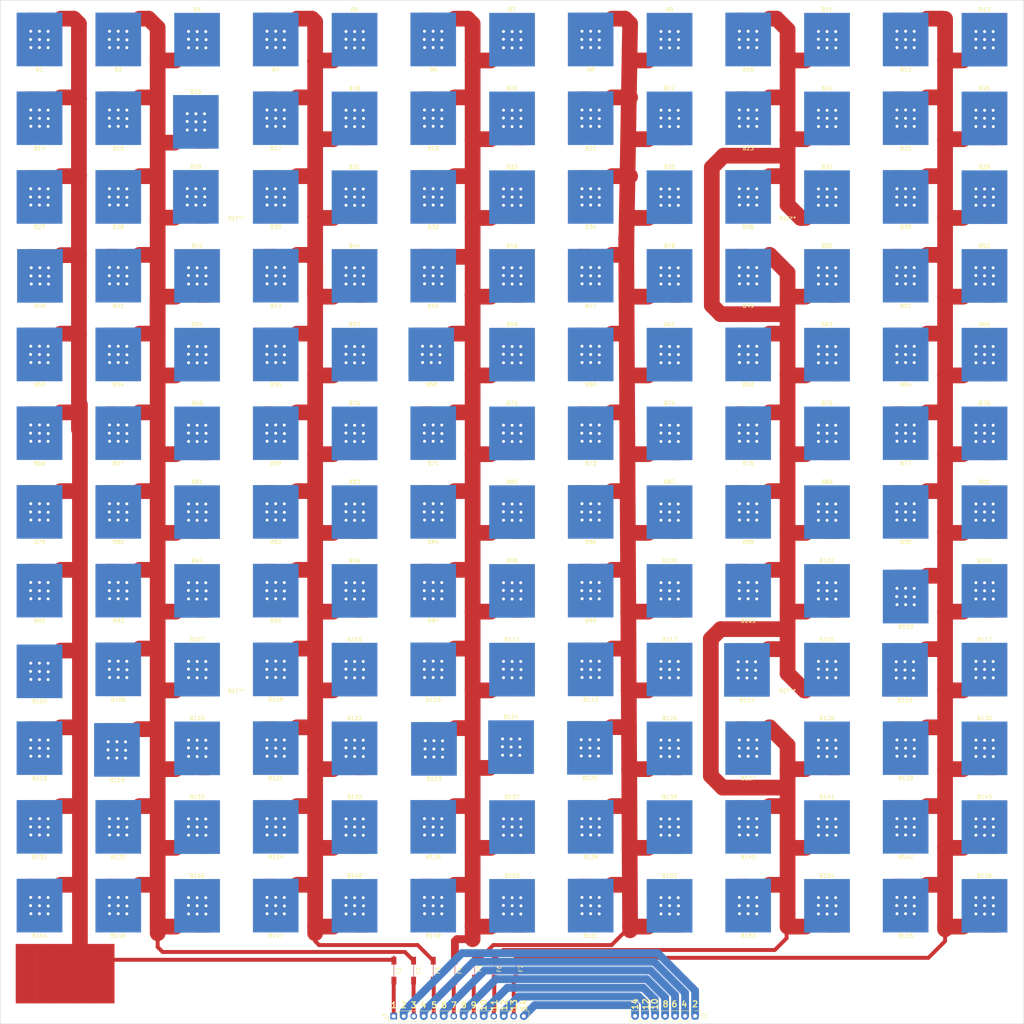
<source format=kicad_pcb>
(kicad_pcb (version 20171130) (host pcbnew "(5.1.5-0-10_14)")
  (layers (0 F.Cu signal) (31 B.Cu signal) (34 B.Paste user hide) (35 F.Paste user hide) (36 B.SilkS user) (37 F.SilkS user) (38 B.Mask user) (39 F.Mask user) (44 Edge.Cuts user))
  (net 0 "")
  (net 1 "Net-(F1-Pad1)")
  (net 2 BMS14)
  (net 3 BMS12)
  (net 4 BMS10)
  (net 5 BMS8)
  (net 6 BMS6)
  (net 7 BSM4)
  (net 8 BMS2)
  (net 9 "Net-(B1-Pad1)")
  (net 10 "Net-(B10-Pad1)")
  (net 11 "Net-(B110-Pad1)")
  (net 12 "Net-(B100-Pad1)")
  (net 13 "Net-(B103-Pad1)")
  (net 14 "Net-(B106-Pad1)")
  (net 15 "Net-(B108-Pad1)")
  (net 16 "Net-(F2-Pad1)")
  (net 17 "Net-(F3-Pad1)")
  (net 18 "Net-(F4-Pad1)")
  (net 19 "Net-(F5-Pad1)")
  (net 20 "Net-(F6-Pad1)")
  (net 21 "Net-(F7-Pad1)")
  (module MountingHole:MountingHole_3.5mm (layer F.Cu) (at 213 73)
    (fp_text reference REF** (at 0 -4.5) (layer F.SilkS))
    (fp_text value MountingHole_3.5mm)
    (pad 1 np_thru_hole circle (at 0 0) (size 3.5 3.5) (drill 3.5) (layers *.Cu *.Mask))
  )
  (module MountingHole:MountingHole_3.5mm (layer F.Cu) (at 213 193)
    (fp_text reference REF** (at 0 -4.5) (layer F.SilkS))
    (fp_text value MountingHole_3.5mm)
    (pad 1 np_thru_hole circle (at 0 0) (size 3.5 3.5) (drill 3.5) (layers *.Cu *.Mask))
  )
  (module MountingHole:MountingHole_3.5mm (layer F.Cu) (at 73 193)
    (fp_text reference REF** (at 0 -4.5) (layer F.SilkS))
    (fp_text value MountingHole_3.5mm)
    (pad 1 np_thru_hole circle (at 0 0) (size 3.5 3.5) (drill 3.5) (layers *.Cu *.Mask))
  )
  (module MountingHole:MountingHole_3.5mm (layer F.Cu) (at 73 73)
    (fp_text reference REF** (at 0 -4.5) (layer F.SilkS))
    (fp_text value MountingHole_3.5mm)
    (pad 1 np_thru_hole circle (at 0 0) (size 3.5 3.5) (drill 3.5) (layers *.Cu *.Mask))
  )
  (module Battery:batteryspring (layer F.Cu) (at 263 243 180)
    (fp_text reference B156 (at 0 7.62) (layer F.SilkS))
    (fp_text value BatterySpring hide)
    (fp_poly (pts (xy 3.9116 -5.0546) (xy -0.1778 -5.0546) (xy -0.1778 -5.8674) (xy 3.9116 -5.8674)) (layer F.Cu) (width 0.1))
    (fp_poly (pts (xy 2.1082 -2.9464) (xy -3.175 -2.9464) (xy -3.175 -3.8354) (xy -0.2032 -3.8354)) (layer F.Cu) (width 0.1))
    (fp_poly (pts (xy 5.7404 6.731) (xy -5.7658 6.731) (xy -5.7658 -6.7818) (xy 5.7404 -6.8072)) (layer B.Cu) (width 0.1))
    (fp_poly (pts (xy 2.9464 2.8448) (xy -3.1496 2.8448) (xy -3.1496 -2.9718) (xy 2.9464 -2.9718)) (layer F.Cu) (width 0.1))
    (pad "" smd rect (at -1.6764 -5.334 180) (size 3 3) (layers F.Cu F.Paste F.Mask))
    (pad 1 smd rect (at 5.3848 -5.3086 180) (size 3 3) (layers F.Cu F.Paste F.Mask) (net 13 "Net-(B103-Pad1)"))
    (pad "" thru_hole rect (at -2.2098 2.032 180) (size 1.524 1.524) (drill 0.762) (layers *.Cu *.Mask))
    (pad "" thru_hole rect (at -0.0254 2.032 180) (size 1.524 1.524) (drill 0.762) (layers *.Cu *.Mask))
    (pad "" thru_hole rect (at 2.159 2.0574 180) (size 1.524 1.524) (drill 0.762) (layers *.Cu *.Mask))
    (pad "" thru_hole rect (at 2.1844 0.0762 180) (size 1.524 1.524) (drill 0.762) (layers *.Cu *.Mask))
    (pad "" thru_hole rect (at -2.286 -0.0254 180) (size 1.524 1.524) (drill 0.762) (layers *.Cu *.Mask))
    (pad "" thru_hole rect (at -0.0254 0 180) (size 1.524 1.524) (drill 0.762) (layers *.Cu *.Mask))
    (pad "" thru_hole rect (at 2.159 -2.0828 180) (size 1.524 1.524) (drill 0.762) (layers *.Cu *.Mask))
    (pad "" thru_hole rect (at -0.0254 -2.1082 180) (size 1.524 1.524) (drill 0.762) (layers *.Cu *.Mask))
    (pad "" thru_hole rect (at -2.2352 -2.1082 180) (size 1.524 1.524) (drill 0.762) (layers *.Cu *.Mask))
  )
  (module Battery:batteryspring (layer F.Cu) (at 243 243)
    (fp_text reference B155 (at 0 7.62) (layer F.SilkS))
    (fp_text value BatterySpring hide)
    (fp_poly (pts (xy 3.9116 -5.0546) (xy -0.1778 -5.0546) (xy -0.1778 -5.8674) (xy 3.9116 -5.8674)) (layer F.Cu) (width 0.1))
    (fp_poly (pts (xy 2.1082 -2.9464) (xy -3.175 -2.9464) (xy -3.175 -3.8354) (xy -0.2032 -3.8354)) (layer F.Cu) (width 0.1))
    (fp_poly (pts (xy 5.7404 6.731) (xy -5.7658 6.731) (xy -5.7658 -6.7818) (xy 5.7404 -6.8072)) (layer B.Cu) (width 0.1))
    (fp_poly (pts (xy 2.9464 2.8448) (xy -3.1496 2.8448) (xy -3.1496 -2.9718) (xy 2.9464 -2.9718)) (layer F.Cu) (width 0.1))
    (pad "" smd rect (at -1.6764 -5.334) (size 3 3) (layers F.Cu F.Paste F.Mask))
    (pad 1 smd rect (at 5.3848 -5.3086) (size 3 3) (layers F.Cu F.Paste F.Mask) (net 13 "Net-(B103-Pad1)"))
    (pad "" thru_hole rect (at -2.2098 2.032) (size 1.524 1.524) (drill 0.762) (layers *.Cu *.Mask))
    (pad "" thru_hole rect (at -0.0254 2.032) (size 1.524 1.524) (drill 0.762) (layers *.Cu *.Mask))
    (pad "" thru_hole rect (at 2.159 2.0574) (size 1.524 1.524) (drill 0.762) (layers *.Cu *.Mask))
    (pad "" thru_hole rect (at 2.1844 0.0762) (size 1.524 1.524) (drill 0.762) (layers *.Cu *.Mask))
    (pad "" thru_hole rect (at -2.286 -0.0254) (size 1.524 1.524) (drill 0.762) (layers *.Cu *.Mask))
    (pad "" thru_hole rect (at -0.0254 0) (size 1.524 1.524) (drill 0.762) (layers *.Cu *.Mask))
    (pad "" thru_hole rect (at 2.159 -2.0828) (size 1.524 1.524) (drill 0.762) (layers *.Cu *.Mask))
    (pad "" thru_hole rect (at -0.0254 -2.1082) (size 1.524 1.524) (drill 0.762) (layers *.Cu *.Mask))
    (pad "" thru_hole rect (at -2.2352 -2.1082) (size 1.524 1.524) (drill 0.762) (layers *.Cu *.Mask))
  )
  (module Battery:batteryspring (layer F.Cu) (at 223 243 180)
    (fp_text reference B154 (at 0 7.62) (layer F.SilkS))
    (fp_text value BatterySpring hide)
    (fp_poly (pts (xy 3.9116 -5.0546) (xy -0.1778 -5.0546) (xy -0.1778 -5.8674) (xy 3.9116 -5.8674)) (layer F.Cu) (width 0.1))
    (fp_poly (pts (xy 2.1082 -2.9464) (xy -3.175 -2.9464) (xy -3.175 -3.8354) (xy -0.2032 -3.8354)) (layer F.Cu) (width 0.1))
    (fp_poly (pts (xy 5.7404 6.731) (xy -5.7658 6.731) (xy -5.7658 -6.7818) (xy 5.7404 -6.8072)) (layer B.Cu) (width 0.1))
    (fp_poly (pts (xy 2.9464 2.8448) (xy -3.1496 2.8448) (xy -3.1496 -2.9718) (xy 2.9464 -2.9718)) (layer F.Cu) (width 0.1))
    (pad "" smd rect (at -1.6764 -5.334 180) (size 3 3) (layers F.Cu F.Paste F.Mask))
    (pad 1 smd rect (at 5.3848 -5.3086 180) (size 3 3) (layers F.Cu F.Paste F.Mask) (net 10 "Net-(B10-Pad1)"))
    (pad "" thru_hole rect (at -2.2098 2.032 180) (size 1.524 1.524) (drill 0.762) (layers *.Cu *.Mask))
    (pad "" thru_hole rect (at -0.0254 2.032 180) (size 1.524 1.524) (drill 0.762) (layers *.Cu *.Mask))
    (pad "" thru_hole rect (at 2.159 2.0574 180) (size 1.524 1.524) (drill 0.762) (layers *.Cu *.Mask))
    (pad "" thru_hole rect (at 2.1844 0.0762 180) (size 1.524 1.524) (drill 0.762) (layers *.Cu *.Mask))
    (pad "" thru_hole rect (at -2.286 -0.0254 180) (size 1.524 1.524) (drill 0.762) (layers *.Cu *.Mask))
    (pad "" thru_hole rect (at -0.0254 0 180) (size 1.524 1.524) (drill 0.762) (layers *.Cu *.Mask))
    (pad "" thru_hole rect (at 2.159 -2.0828 180) (size 1.524 1.524) (drill 0.762) (layers *.Cu *.Mask))
    (pad "" thru_hole rect (at -0.0254 -2.1082 180) (size 1.524 1.524) (drill 0.762) (layers *.Cu *.Mask))
    (pad "" thru_hole rect (at -2.2352 -2.1082 180) (size 1.524 1.524) (drill 0.762) (layers *.Cu *.Mask))
  )
  (module Battery:batteryspring (layer F.Cu) (at 203 243)
    (fp_text reference B153 (at 0 7.62) (layer F.SilkS))
    (fp_text value BatterySpring hide)
    (fp_poly (pts (xy 3.9116 -5.0546) (xy -0.1778 -5.0546) (xy -0.1778 -5.8674) (xy 3.9116 -5.8674)) (layer F.Cu) (width 0.1))
    (fp_poly (pts (xy 2.1082 -2.9464) (xy -3.175 -2.9464) (xy -3.175 -3.8354) (xy -0.2032 -3.8354)) (layer F.Cu) (width 0.1))
    (fp_poly (pts (xy 5.7404 6.731) (xy -5.7658 6.731) (xy -5.7658 -6.7818) (xy 5.7404 -6.8072)) (layer B.Cu) (width 0.1))
    (fp_poly (pts (xy 2.9464 2.8448) (xy -3.1496 2.8448) (xy -3.1496 -2.9718) (xy 2.9464 -2.9718)) (layer F.Cu) (width 0.1))
    (pad "" smd rect (at -1.6764 -5.334) (size 3 3) (layers F.Cu F.Paste F.Mask))
    (pad 1 smd rect (at 5.3848 -5.3086) (size 3 3) (layers F.Cu F.Paste F.Mask) (net 10 "Net-(B10-Pad1)"))
    (pad "" thru_hole rect (at -2.2098 2.032) (size 1.524 1.524) (drill 0.762) (layers *.Cu *.Mask))
    (pad "" thru_hole rect (at -0.0254 2.032) (size 1.524 1.524) (drill 0.762) (layers *.Cu *.Mask))
    (pad "" thru_hole rect (at 2.159 2.0574) (size 1.524 1.524) (drill 0.762) (layers *.Cu *.Mask))
    (pad "" thru_hole rect (at 2.1844 0.0762) (size 1.524 1.524) (drill 0.762) (layers *.Cu *.Mask))
    (pad "" thru_hole rect (at -2.286 -0.0254) (size 1.524 1.524) (drill 0.762) (layers *.Cu *.Mask))
    (pad "" thru_hole rect (at -0.0254 0) (size 1.524 1.524) (drill 0.762) (layers *.Cu *.Mask))
    (pad "" thru_hole rect (at 2.159 -2.0828) (size 1.524 1.524) (drill 0.762) (layers *.Cu *.Mask))
    (pad "" thru_hole rect (at -0.0254 -2.1082) (size 1.524 1.524) (drill 0.762) (layers *.Cu *.Mask))
    (pad "" thru_hole rect (at -2.2352 -2.1082) (size 1.524 1.524) (drill 0.762) (layers *.Cu *.Mask))
  )
  (module Battery:batteryspring (layer F.Cu) (at 183 243 180)
    (fp_text reference B152 (at 0 7.62) (layer F.SilkS))
    (fp_text value BatterySpring hide)
    (fp_poly (pts (xy 3.9116 -5.0546) (xy -0.1778 -5.0546) (xy -0.1778 -5.8674) (xy 3.9116 -5.8674)) (layer F.Cu) (width 0.1))
    (fp_poly (pts (xy 2.1082 -2.9464) (xy -3.175 -2.9464) (xy -3.175 -3.8354) (xy -0.2032 -3.8354)) (layer F.Cu) (width 0.1))
    (fp_poly (pts (xy 5.7404 6.731) (xy -5.7658 6.731) (xy -5.7658 -6.7818) (xy 5.7404 -6.8072)) (layer B.Cu) (width 0.1))
    (fp_poly (pts (xy 2.9464 2.8448) (xy -3.1496 2.8448) (xy -3.1496 -2.9718) (xy 2.9464 -2.9718)) (layer F.Cu) (width 0.1))
    (pad "" smd rect (at -1.6764 -5.334 180) (size 3 3) (layers F.Cu F.Paste F.Mask))
    (pad 1 smd rect (at 5.3848 -5.3086 180) (size 3 3) (layers F.Cu F.Paste F.Mask) (net 12 "Net-(B100-Pad1)"))
    (pad "" thru_hole rect (at -2.2098 2.032 180) (size 1.524 1.524) (drill 0.762) (layers *.Cu *.Mask))
    (pad "" thru_hole rect (at -0.0254 2.032 180) (size 1.524 1.524) (drill 0.762) (layers *.Cu *.Mask))
    (pad "" thru_hole rect (at 2.159 2.0574 180) (size 1.524 1.524) (drill 0.762) (layers *.Cu *.Mask))
    (pad "" thru_hole rect (at 2.1844 0.0762 180) (size 1.524 1.524) (drill 0.762) (layers *.Cu *.Mask))
    (pad "" thru_hole rect (at -2.286 -0.0254 180) (size 1.524 1.524) (drill 0.762) (layers *.Cu *.Mask))
    (pad "" thru_hole rect (at -0.0254 0 180) (size 1.524 1.524) (drill 0.762) (layers *.Cu *.Mask))
    (pad "" thru_hole rect (at 2.159 -2.0828 180) (size 1.524 1.524) (drill 0.762) (layers *.Cu *.Mask))
    (pad "" thru_hole rect (at -0.0254 -2.1082 180) (size 1.524 1.524) (drill 0.762) (layers *.Cu *.Mask))
    (pad "" thru_hole rect (at -2.2352 -2.1082 180) (size 1.524 1.524) (drill 0.762) (layers *.Cu *.Mask))
  )
  (module Battery:batteryspring (layer F.Cu) (at 163 243)
    (fp_text reference B151 (at 0 7.62) (layer F.SilkS))
    (fp_text value BatterySpring hide)
    (fp_poly (pts (xy 3.9116 -5.0546) (xy -0.1778 -5.0546) (xy -0.1778 -5.8674) (xy 3.9116 -5.8674)) (layer F.Cu) (width 0.1))
    (fp_poly (pts (xy 2.1082 -2.9464) (xy -3.175 -2.9464) (xy -3.175 -3.8354) (xy -0.2032 -3.8354)) (layer F.Cu) (width 0.1))
    (fp_poly (pts (xy 5.7404 6.731) (xy -5.7658 6.731) (xy -5.7658 -6.7818) (xy 5.7404 -6.8072)) (layer B.Cu) (width 0.1))
    (fp_poly (pts (xy 2.9464 2.8448) (xy -3.1496 2.8448) (xy -3.1496 -2.9718) (xy 2.9464 -2.9718)) (layer F.Cu) (width 0.1))
    (pad "" smd rect (at -1.6764 -5.334) (size 3 3) (layers F.Cu F.Paste F.Mask))
    (pad 1 smd rect (at 5.3848 -5.3086) (size 3 3) (layers F.Cu F.Paste F.Mask) (net 12 "Net-(B100-Pad1)"))
    (pad "" thru_hole rect (at -2.2098 2.032) (size 1.524 1.524) (drill 0.762) (layers *.Cu *.Mask))
    (pad "" thru_hole rect (at -0.0254 2.032) (size 1.524 1.524) (drill 0.762) (layers *.Cu *.Mask))
    (pad "" thru_hole rect (at 2.159 2.0574) (size 1.524 1.524) (drill 0.762) (layers *.Cu *.Mask))
    (pad "" thru_hole rect (at 2.1844 0.0762) (size 1.524 1.524) (drill 0.762) (layers *.Cu *.Mask))
    (pad "" thru_hole rect (at -2.286 -0.0254) (size 1.524 1.524) (drill 0.762) (layers *.Cu *.Mask))
    (pad "" thru_hole rect (at -0.0254 0) (size 1.524 1.524) (drill 0.762) (layers *.Cu *.Mask))
    (pad "" thru_hole rect (at 2.159 -2.0828) (size 1.524 1.524) (drill 0.762) (layers *.Cu *.Mask))
    (pad "" thru_hole rect (at -0.0254 -2.1082) (size 1.524 1.524) (drill 0.762) (layers *.Cu *.Mask))
    (pad "" thru_hole rect (at -2.2352 -2.1082) (size 1.524 1.524) (drill 0.762) (layers *.Cu *.Mask))
  )
  (module Battery:batteryspring (layer F.Cu) (at 143 243 180)
    (fp_text reference B150 (at 0 7.62) (layer F.SilkS))
    (fp_text value BatterySpring hide)
    (fp_poly (pts (xy 3.9116 -5.0546) (xy -0.1778 -5.0546) (xy -0.1778 -5.8674) (xy 3.9116 -5.8674)) (layer F.Cu) (width 0.1))
    (fp_poly (pts (xy 2.1082 -2.9464) (xy -3.175 -2.9464) (xy -3.175 -3.8354) (xy -0.2032 -3.8354)) (layer F.Cu) (width 0.1))
    (fp_poly (pts (xy 5.7404 6.731) (xy -5.7658 6.731) (xy -5.7658 -6.7818) (xy 5.7404 -6.8072)) (layer B.Cu) (width 0.1))
    (fp_poly (pts (xy 2.9464 2.8448) (xy -3.1496 2.8448) (xy -3.1496 -2.9718) (xy 2.9464 -2.9718)) (layer F.Cu) (width 0.1))
    (pad "" smd rect (at -1.6764 -5.334 180) (size 3 3) (layers F.Cu F.Paste F.Mask))
    (pad 1 smd rect (at 5.3848 -5.3086 180) (size 3 3) (layers F.Cu F.Paste F.Mask) (net 11 "Net-(B110-Pad1)"))
    (pad "" thru_hole rect (at -2.2098 2.032 180) (size 1.524 1.524) (drill 0.762) (layers *.Cu *.Mask))
    (pad "" thru_hole rect (at -0.0254 2.032 180) (size 1.524 1.524) (drill 0.762) (layers *.Cu *.Mask))
    (pad "" thru_hole rect (at 2.159 2.0574 180) (size 1.524 1.524) (drill 0.762) (layers *.Cu *.Mask))
    (pad "" thru_hole rect (at 2.1844 0.0762 180) (size 1.524 1.524) (drill 0.762) (layers *.Cu *.Mask))
    (pad "" thru_hole rect (at -2.286 -0.0254 180) (size 1.524 1.524) (drill 0.762) (layers *.Cu *.Mask))
    (pad "" thru_hole rect (at -0.0254 0 180) (size 1.524 1.524) (drill 0.762) (layers *.Cu *.Mask))
    (pad "" thru_hole rect (at 2.159 -2.0828 180) (size 1.524 1.524) (drill 0.762) (layers *.Cu *.Mask))
    (pad "" thru_hole rect (at -0.0254 -2.1082 180) (size 1.524 1.524) (drill 0.762) (layers *.Cu *.Mask))
    (pad "" thru_hole rect (at -2.2352 -2.1082 180) (size 1.524 1.524) (drill 0.762) (layers *.Cu *.Mask))
  )
  (module Battery:batteryspring (layer F.Cu) (at 123 243)
    (fp_text reference B149 (at 0 7.62) (layer F.SilkS))
    (fp_text value BatterySpring hide)
    (fp_poly (pts (xy 3.9116 -5.0546) (xy -0.1778 -5.0546) (xy -0.1778 -5.8674) (xy 3.9116 -5.8674)) (layer F.Cu) (width 0.1))
    (fp_poly (pts (xy 2.1082 -2.9464) (xy -3.175 -2.9464) (xy -3.175 -3.8354) (xy -0.2032 -3.8354)) (layer F.Cu) (width 0.1))
    (fp_poly (pts (xy 5.7404 6.731) (xy -5.7658 6.731) (xy -5.7658 -6.7818) (xy 5.7404 -6.8072)) (layer B.Cu) (width 0.1))
    (fp_poly (pts (xy 2.9464 2.8448) (xy -3.1496 2.8448) (xy -3.1496 -2.9718) (xy 2.9464 -2.9718)) (layer F.Cu) (width 0.1))
    (pad "" smd rect (at -1.6764 -5.334) (size 3 3) (layers F.Cu F.Paste F.Mask))
    (pad 1 smd rect (at 5.3848 -5.3086) (size 3 3) (layers F.Cu F.Paste F.Mask) (net 11 "Net-(B110-Pad1)"))
    (pad "" thru_hole rect (at -2.2098 2.032) (size 1.524 1.524) (drill 0.762) (layers *.Cu *.Mask))
    (pad "" thru_hole rect (at -0.0254 2.032) (size 1.524 1.524) (drill 0.762) (layers *.Cu *.Mask))
    (pad "" thru_hole rect (at 2.159 2.0574) (size 1.524 1.524) (drill 0.762) (layers *.Cu *.Mask))
    (pad "" thru_hole rect (at 2.1844 0.0762) (size 1.524 1.524) (drill 0.762) (layers *.Cu *.Mask))
    (pad "" thru_hole rect (at -2.286 -0.0254) (size 1.524 1.524) (drill 0.762) (layers *.Cu *.Mask))
    (pad "" thru_hole rect (at -0.0254 0) (size 1.524 1.524) (drill 0.762) (layers *.Cu *.Mask))
    (pad "" thru_hole rect (at 2.159 -2.0828) (size 1.524 1.524) (drill 0.762) (layers *.Cu *.Mask))
    (pad "" thru_hole rect (at -0.0254 -2.1082) (size 1.524 1.524) (drill 0.762) (layers *.Cu *.Mask))
    (pad "" thru_hole rect (at -2.2352 -2.1082) (size 1.524 1.524) (drill 0.762) (layers *.Cu *.Mask))
  )
  (module Battery:batteryspring (layer F.Cu) (at 103 243 180)
    (fp_text reference B148 (at 0 7.62) (layer F.SilkS))
    (fp_text value BatterySpring hide)
    (fp_poly (pts (xy 3.9116 -5.0546) (xy -0.1778 -5.0546) (xy -0.1778 -5.8674) (xy 3.9116 -5.8674)) (layer F.Cu) (width 0.1))
    (fp_poly (pts (xy 2.1082 -2.9464) (xy -3.175 -2.9464) (xy -3.175 -3.8354) (xy -0.2032 -3.8354)) (layer F.Cu) (width 0.1))
    (fp_poly (pts (xy 5.7404 6.731) (xy -5.7658 6.731) (xy -5.7658 -6.7818) (xy 5.7404 -6.8072)) (layer B.Cu) (width 0.1))
    (fp_poly (pts (xy 2.9464 2.8448) (xy -3.1496 2.8448) (xy -3.1496 -2.9718) (xy 2.9464 -2.9718)) (layer F.Cu) (width 0.1))
    (pad "" smd rect (at -1.6764 -5.334 180) (size 3 3) (layers F.Cu F.Paste F.Mask))
    (pad 1 smd rect (at 5.3848 -5.3086 180) (size 3 3) (layers F.Cu F.Paste F.Mask) (net 15 "Net-(B108-Pad1)"))
    (pad "" thru_hole rect (at -2.2098 2.032 180) (size 1.524 1.524) (drill 0.762) (layers *.Cu *.Mask))
    (pad "" thru_hole rect (at -0.0254 2.032 180) (size 1.524 1.524) (drill 0.762) (layers *.Cu *.Mask))
    (pad "" thru_hole rect (at 2.159 2.0574 180) (size 1.524 1.524) (drill 0.762) (layers *.Cu *.Mask))
    (pad "" thru_hole rect (at 2.1844 0.0762 180) (size 1.524 1.524) (drill 0.762) (layers *.Cu *.Mask))
    (pad "" thru_hole rect (at -2.286 -0.0254 180) (size 1.524 1.524) (drill 0.762) (layers *.Cu *.Mask))
    (pad "" thru_hole rect (at -0.0254 0 180) (size 1.524 1.524) (drill 0.762) (layers *.Cu *.Mask))
    (pad "" thru_hole rect (at 2.159 -2.0828 180) (size 1.524 1.524) (drill 0.762) (layers *.Cu *.Mask))
    (pad "" thru_hole rect (at -0.0254 -2.1082 180) (size 1.524 1.524) (drill 0.762) (layers *.Cu *.Mask))
    (pad "" thru_hole rect (at -2.2352 -2.1082 180) (size 1.524 1.524) (drill 0.762) (layers *.Cu *.Mask))
  )
  (module Battery:batteryspring (layer F.Cu) (at 83 243)
    (fp_text reference B147 (at 0 7.62) (layer F.SilkS))
    (fp_text value BatterySpring hide)
    (fp_poly (pts (xy 3.9116 -5.0546) (xy -0.1778 -5.0546) (xy -0.1778 -5.8674) (xy 3.9116 -5.8674)) (layer F.Cu) (width 0.1))
    (fp_poly (pts (xy 2.1082 -2.9464) (xy -3.175 -2.9464) (xy -3.175 -3.8354) (xy -0.2032 -3.8354)) (layer F.Cu) (width 0.1))
    (fp_poly (pts (xy 5.7404 6.731) (xy -5.7658 6.731) (xy -5.7658 -6.7818) (xy 5.7404 -6.8072)) (layer B.Cu) (width 0.1))
    (fp_poly (pts (xy 2.9464 2.8448) (xy -3.1496 2.8448) (xy -3.1496 -2.9718) (xy 2.9464 -2.9718)) (layer F.Cu) (width 0.1))
    (pad "" smd rect (at -1.6764 -5.334) (size 3 3) (layers F.Cu F.Paste F.Mask))
    (pad 1 smd rect (at 5.3848 -5.3086) (size 3 3) (layers F.Cu F.Paste F.Mask) (net 15 "Net-(B108-Pad1)"))
    (pad "" thru_hole rect (at -2.2098 2.032) (size 1.524 1.524) (drill 0.762) (layers *.Cu *.Mask))
    (pad "" thru_hole rect (at -0.0254 2.032) (size 1.524 1.524) (drill 0.762) (layers *.Cu *.Mask))
    (pad "" thru_hole rect (at 2.159 2.0574) (size 1.524 1.524) (drill 0.762) (layers *.Cu *.Mask))
    (pad "" thru_hole rect (at 2.1844 0.0762) (size 1.524 1.524) (drill 0.762) (layers *.Cu *.Mask))
    (pad "" thru_hole rect (at -2.286 -0.0254) (size 1.524 1.524) (drill 0.762) (layers *.Cu *.Mask))
    (pad "" thru_hole rect (at -0.0254 0) (size 1.524 1.524) (drill 0.762) (layers *.Cu *.Mask))
    (pad "" thru_hole rect (at 2.159 -2.0828) (size 1.524 1.524) (drill 0.762) (layers *.Cu *.Mask))
    (pad "" thru_hole rect (at -0.0254 -2.1082) (size 1.524 1.524) (drill 0.762) (layers *.Cu *.Mask))
    (pad "" thru_hole rect (at -2.2352 -2.1082) (size 1.524 1.524) (drill 0.762) (layers *.Cu *.Mask))
  )
  (module Battery:batteryspring (layer F.Cu) (at 63 243 180)
    (fp_text reference B146 (at 0 7.62) (layer F.SilkS))
    (fp_text value BatterySpring hide)
    (fp_poly (pts (xy 3.9116 -5.0546) (xy -0.1778 -5.0546) (xy -0.1778 -5.8674) (xy 3.9116 -5.8674)) (layer F.Cu) (width 0.1))
    (fp_poly (pts (xy 2.1082 -2.9464) (xy -3.175 -2.9464) (xy -3.175 -3.8354) (xy -0.2032 -3.8354)) (layer F.Cu) (width 0.1))
    (fp_poly (pts (xy 5.7404 6.731) (xy -5.7658 6.731) (xy -5.7658 -6.7818) (xy 5.7404 -6.8072)) (layer B.Cu) (width 0.1))
    (fp_poly (pts (xy 2.9464 2.8448) (xy -3.1496 2.8448) (xy -3.1496 -2.9718) (xy 2.9464 -2.9718)) (layer F.Cu) (width 0.1))
    (pad "" smd rect (at -1.6764 -5.334 180) (size 3 3) (layers F.Cu F.Paste F.Mask))
    (pad 1 smd rect (at 5.3848 -5.3086 180) (size 3 3) (layers F.Cu F.Paste F.Mask) (net 14 "Net-(B106-Pad1)"))
    (pad "" thru_hole rect (at -2.2098 2.032 180) (size 1.524 1.524) (drill 0.762) (layers *.Cu *.Mask))
    (pad "" thru_hole rect (at -0.0254 2.032 180) (size 1.524 1.524) (drill 0.762) (layers *.Cu *.Mask))
    (pad "" thru_hole rect (at 2.159 2.0574 180) (size 1.524 1.524) (drill 0.762) (layers *.Cu *.Mask))
    (pad "" thru_hole rect (at 2.1844 0.0762 180) (size 1.524 1.524) (drill 0.762) (layers *.Cu *.Mask))
    (pad "" thru_hole rect (at -2.286 -0.0254 180) (size 1.524 1.524) (drill 0.762) (layers *.Cu *.Mask))
    (pad "" thru_hole rect (at -0.0254 0 180) (size 1.524 1.524) (drill 0.762) (layers *.Cu *.Mask))
    (pad "" thru_hole rect (at 2.159 -2.0828 180) (size 1.524 1.524) (drill 0.762) (layers *.Cu *.Mask))
    (pad "" thru_hole rect (at -0.0254 -2.1082 180) (size 1.524 1.524) (drill 0.762) (layers *.Cu *.Mask))
    (pad "" thru_hole rect (at -2.2352 -2.1082 180) (size 1.524 1.524) (drill 0.762) (layers *.Cu *.Mask))
  )
  (module Battery:batteryspring (layer F.Cu) (at 43 243)
    (fp_text reference B145 (at 0 7.62) (layer F.SilkS))
    (fp_text value BatterySpring hide)
    (fp_poly (pts (xy 3.9116 -5.0546) (xy -0.1778 -5.0546) (xy -0.1778 -5.8674) (xy 3.9116 -5.8674)) (layer F.Cu) (width 0.1))
    (fp_poly (pts (xy 2.1082 -2.9464) (xy -3.175 -2.9464) (xy -3.175 -3.8354) (xy -0.2032 -3.8354)) (layer F.Cu) (width 0.1))
    (fp_poly (pts (xy 5.7404 6.731) (xy -5.7658 6.731) (xy -5.7658 -6.7818) (xy 5.7404 -6.8072)) (layer B.Cu) (width 0.1))
    (fp_poly (pts (xy 2.9464 2.8448) (xy -3.1496 2.8448) (xy -3.1496 -2.9718) (xy 2.9464 -2.9718)) (layer F.Cu) (width 0.1))
    (pad "" smd rect (at -1.6764 -5.334) (size 3 3) (layers F.Cu F.Paste F.Mask))
    (pad 1 smd rect (at 5.3848 -5.3086) (size 3 3) (layers F.Cu F.Paste F.Mask) (net 14 "Net-(B106-Pad1)"))
    (pad "" thru_hole rect (at -2.2098 2.032) (size 1.524 1.524) (drill 0.762) (layers *.Cu *.Mask))
    (pad "" thru_hole rect (at -0.0254 2.032) (size 1.524 1.524) (drill 0.762) (layers *.Cu *.Mask))
    (pad "" thru_hole rect (at 2.159 2.0574) (size 1.524 1.524) (drill 0.762) (layers *.Cu *.Mask))
    (pad "" thru_hole rect (at 2.1844 0.0762) (size 1.524 1.524) (drill 0.762) (layers *.Cu *.Mask))
    (pad "" thru_hole rect (at -2.286 -0.0254) (size 1.524 1.524) (drill 0.762) (layers *.Cu *.Mask))
    (pad "" thru_hole rect (at -0.0254 0) (size 1.524 1.524) (drill 0.762) (layers *.Cu *.Mask))
    (pad "" thru_hole rect (at 2.159 -2.0828) (size 1.524 1.524) (drill 0.762) (layers *.Cu *.Mask))
    (pad "" thru_hole rect (at -0.0254 -2.1082) (size 1.524 1.524) (drill 0.762) (layers *.Cu *.Mask))
    (pad "" thru_hole rect (at -2.2352 -2.1082) (size 1.524 1.524) (drill 0.762) (layers *.Cu *.Mask))
  )
  (module Battery:batteryspring (layer F.Cu) (at 23 243)
    (fp_text reference B144 (at 0 7.62) (layer F.SilkS))
    (fp_text value BatterySpring hide)
    (fp_poly (pts (xy 3.9116 -5.0546) (xy -0.1778 -5.0546) (xy -0.1778 -5.8674) (xy 3.9116 -5.8674)) (layer F.Cu) (width 0.1))
    (fp_poly (pts (xy 2.1082 -2.9464) (xy -3.175 -2.9464) (xy -3.175 -3.8354) (xy -0.2032 -3.8354)) (layer F.Cu) (width 0.1))
    (fp_poly (pts (xy 5.7404 6.731) (xy -5.7658 6.731) (xy -5.7658 -6.7818) (xy 5.7404 -6.8072)) (layer B.Cu) (width 0.1))
    (fp_poly (pts (xy 2.9464 2.8448) (xy -3.1496 2.8448) (xy -3.1496 -2.9718) (xy 2.9464 -2.9718)) (layer F.Cu) (width 0.1))
    (pad "" smd rect (at -1.6764 -5.334) (size 3 3) (layers F.Cu F.Paste F.Mask))
    (pad 1 smd rect (at 5.3848 -5.3086) (size 3 3) (layers F.Cu F.Paste F.Mask) (net 9 "Net-(B1-Pad1)"))
    (pad "" thru_hole rect (at -2.2098 2.032) (size 1.524 1.524) (drill 0.762) (layers *.Cu *.Mask))
    (pad "" thru_hole rect (at -0.0254 2.032) (size 1.524 1.524) (drill 0.762) (layers *.Cu *.Mask))
    (pad "" thru_hole rect (at 2.159 2.0574) (size 1.524 1.524) (drill 0.762) (layers *.Cu *.Mask))
    (pad "" thru_hole rect (at 2.1844 0.0762) (size 1.524 1.524) (drill 0.762) (layers *.Cu *.Mask))
    (pad "" thru_hole rect (at -2.286 -0.0254) (size 1.524 1.524) (drill 0.762) (layers *.Cu *.Mask))
    (pad "" thru_hole rect (at -0.0254 0) (size 1.524 1.524) (drill 0.762) (layers *.Cu *.Mask))
    (pad "" thru_hole rect (at 2.159 -2.0828) (size 1.524 1.524) (drill 0.762) (layers *.Cu *.Mask))
    (pad "" thru_hole rect (at -0.0254 -2.1082) (size 1.524 1.524) (drill 0.762) (layers *.Cu *.Mask))
    (pad "" thru_hole rect (at -2.2352 -2.1082) (size 1.524 1.524) (drill 0.762) (layers *.Cu *.Mask))
  )
  (module Battery:batteryspring (layer F.Cu) (at 263 223 180)
    (fp_text reference B143 (at 0 7.62) (layer F.SilkS))
    (fp_text value BatterySpring hide)
    (fp_poly (pts (xy 3.9116 -5.0546) (xy -0.1778 -5.0546) (xy -0.1778 -5.8674) (xy 3.9116 -5.8674)) (layer F.Cu) (width 0.1))
    (fp_poly (pts (xy 2.1082 -2.9464) (xy -3.175 -2.9464) (xy -3.175 -3.8354) (xy -0.2032 -3.8354)) (layer F.Cu) (width 0.1))
    (fp_poly (pts (xy 5.7404 6.731) (xy -5.7658 6.731) (xy -5.7658 -6.7818) (xy 5.7404 -6.8072)) (layer B.Cu) (width 0.1))
    (fp_poly (pts (xy 2.9464 2.8448) (xy -3.1496 2.8448) (xy -3.1496 -2.9718) (xy 2.9464 -2.9718)) (layer F.Cu) (width 0.1))
    (pad "" smd rect (at -1.6764 -5.334 180) (size 3 3) (layers F.Cu F.Paste F.Mask))
    (pad 1 smd rect (at 5.3848 -5.3086 180) (size 3 3) (layers F.Cu F.Paste F.Mask) (net 13 "Net-(B103-Pad1)"))
    (pad "" thru_hole rect (at -2.2098 2.032 180) (size 1.524 1.524) (drill 0.762) (layers *.Cu *.Mask))
    (pad "" thru_hole rect (at -0.0254 2.032 180) (size 1.524 1.524) (drill 0.762) (layers *.Cu *.Mask))
    (pad "" thru_hole rect (at 2.159 2.0574 180) (size 1.524 1.524) (drill 0.762) (layers *.Cu *.Mask))
    (pad "" thru_hole rect (at 2.1844 0.0762 180) (size 1.524 1.524) (drill 0.762) (layers *.Cu *.Mask))
    (pad "" thru_hole rect (at -2.286 -0.0254 180) (size 1.524 1.524) (drill 0.762) (layers *.Cu *.Mask))
    (pad "" thru_hole rect (at -0.0254 0 180) (size 1.524 1.524) (drill 0.762) (layers *.Cu *.Mask))
    (pad "" thru_hole rect (at 2.159 -2.0828 180) (size 1.524 1.524) (drill 0.762) (layers *.Cu *.Mask))
    (pad "" thru_hole rect (at -0.0254 -2.1082 180) (size 1.524 1.524) (drill 0.762) (layers *.Cu *.Mask))
    (pad "" thru_hole rect (at -2.2352 -2.1082 180) (size 1.524 1.524) (drill 0.762) (layers *.Cu *.Mask))
  )
  (module Battery:batteryspring (layer F.Cu) (at 243 223)
    (fp_text reference B142 (at 0 7.62) (layer F.SilkS))
    (fp_text value BatterySpring hide)
    (fp_poly (pts (xy 3.9116 -5.0546) (xy -0.1778 -5.0546) (xy -0.1778 -5.8674) (xy 3.9116 -5.8674)) (layer F.Cu) (width 0.1))
    (fp_poly (pts (xy 2.1082 -2.9464) (xy -3.175 -2.9464) (xy -3.175 -3.8354) (xy -0.2032 -3.8354)) (layer F.Cu) (width 0.1))
    (fp_poly (pts (xy 5.7404 6.731) (xy -5.7658 6.731) (xy -5.7658 -6.7818) (xy 5.7404 -6.8072)) (layer B.Cu) (width 0.1))
    (fp_poly (pts (xy 2.9464 2.8448) (xy -3.1496 2.8448) (xy -3.1496 -2.9718) (xy 2.9464 -2.9718)) (layer F.Cu) (width 0.1))
    (pad "" smd rect (at -1.6764 -5.334) (size 3 3) (layers F.Cu F.Paste F.Mask))
    (pad 1 smd rect (at 5.3848 -5.3086) (size 3 3) (layers F.Cu F.Paste F.Mask) (net 13 "Net-(B103-Pad1)"))
    (pad "" thru_hole rect (at -2.2098 2.032) (size 1.524 1.524) (drill 0.762) (layers *.Cu *.Mask))
    (pad "" thru_hole rect (at -0.0254 2.032) (size 1.524 1.524) (drill 0.762) (layers *.Cu *.Mask))
    (pad "" thru_hole rect (at 2.159 2.0574) (size 1.524 1.524) (drill 0.762) (layers *.Cu *.Mask))
    (pad "" thru_hole rect (at 2.1844 0.0762) (size 1.524 1.524) (drill 0.762) (layers *.Cu *.Mask))
    (pad "" thru_hole rect (at -2.286 -0.0254) (size 1.524 1.524) (drill 0.762) (layers *.Cu *.Mask))
    (pad "" thru_hole rect (at -0.0254 0) (size 1.524 1.524) (drill 0.762) (layers *.Cu *.Mask))
    (pad "" thru_hole rect (at 2.159 -2.0828) (size 1.524 1.524) (drill 0.762) (layers *.Cu *.Mask))
    (pad "" thru_hole rect (at -0.0254 -2.1082) (size 1.524 1.524) (drill 0.762) (layers *.Cu *.Mask))
    (pad "" thru_hole rect (at -2.2352 -2.1082) (size 1.524 1.524) (drill 0.762) (layers *.Cu *.Mask))
  )
  (module Battery:batteryspring (layer F.Cu) (at 223 223 180)
    (fp_text reference B141 (at 0 7.62) (layer F.SilkS))
    (fp_text value BatterySpring hide)
    (fp_poly (pts (xy 3.9116 -5.0546) (xy -0.1778 -5.0546) (xy -0.1778 -5.8674) (xy 3.9116 -5.8674)) (layer F.Cu) (width 0.1))
    (fp_poly (pts (xy 2.1082 -2.9464) (xy -3.175 -2.9464) (xy -3.175 -3.8354) (xy -0.2032 -3.8354)) (layer F.Cu) (width 0.1))
    (fp_poly (pts (xy 5.7404 6.731) (xy -5.7658 6.731) (xy -5.7658 -6.7818) (xy 5.7404 -6.8072)) (layer B.Cu) (width 0.1))
    (fp_poly (pts (xy 2.9464 2.8448) (xy -3.1496 2.8448) (xy -3.1496 -2.9718) (xy 2.9464 -2.9718)) (layer F.Cu) (width 0.1))
    (pad "" smd rect (at -1.6764 -5.334 180) (size 3 3) (layers F.Cu F.Paste F.Mask))
    (pad 1 smd rect (at 5.3848 -5.3086 180) (size 3 3) (layers F.Cu F.Paste F.Mask) (net 10 "Net-(B10-Pad1)"))
    (pad "" thru_hole rect (at -2.2098 2.032 180) (size 1.524 1.524) (drill 0.762) (layers *.Cu *.Mask))
    (pad "" thru_hole rect (at -0.0254 2.032 180) (size 1.524 1.524) (drill 0.762) (layers *.Cu *.Mask))
    (pad "" thru_hole rect (at 2.159 2.0574 180) (size 1.524 1.524) (drill 0.762) (layers *.Cu *.Mask))
    (pad "" thru_hole rect (at 2.1844 0.0762 180) (size 1.524 1.524) (drill 0.762) (layers *.Cu *.Mask))
    (pad "" thru_hole rect (at -2.286 -0.0254 180) (size 1.524 1.524) (drill 0.762) (layers *.Cu *.Mask))
    (pad "" thru_hole rect (at -0.0254 0 180) (size 1.524 1.524) (drill 0.762) (layers *.Cu *.Mask))
    (pad "" thru_hole rect (at 2.159 -2.0828 180) (size 1.524 1.524) (drill 0.762) (layers *.Cu *.Mask))
    (pad "" thru_hole rect (at -0.0254 -2.1082 180) (size 1.524 1.524) (drill 0.762) (layers *.Cu *.Mask))
    (pad "" thru_hole rect (at -2.2352 -2.1082 180) (size 1.524 1.524) (drill 0.762) (layers *.Cu *.Mask))
  )
  (module Battery:batteryspring (layer F.Cu) (at 203 223)
    (fp_text reference B140 (at 0 7.62) (layer F.SilkS))
    (fp_text value BatterySpring hide)
    (fp_poly (pts (xy 3.9116 -5.0546) (xy -0.1778 -5.0546) (xy -0.1778 -5.8674) (xy 3.9116 -5.8674)) (layer F.Cu) (width 0.1))
    (fp_poly (pts (xy 2.1082 -2.9464) (xy -3.175 -2.9464) (xy -3.175 -3.8354) (xy -0.2032 -3.8354)) (layer F.Cu) (width 0.1))
    (fp_poly (pts (xy 5.7404 6.731) (xy -5.7658 6.731) (xy -5.7658 -6.7818) (xy 5.7404 -6.8072)) (layer B.Cu) (width 0.1))
    (fp_poly (pts (xy 2.9464 2.8448) (xy -3.1496 2.8448) (xy -3.1496 -2.9718) (xy 2.9464 -2.9718)) (layer F.Cu) (width 0.1))
    (pad "" smd rect (at -1.6764 -5.334) (size 3 3) (layers F.Cu F.Paste F.Mask))
    (pad 1 smd rect (at 5.3848 -5.3086) (size 3 3) (layers F.Cu F.Paste F.Mask) (net 10 "Net-(B10-Pad1)"))
    (pad "" thru_hole rect (at -2.2098 2.032) (size 1.524 1.524) (drill 0.762) (layers *.Cu *.Mask))
    (pad "" thru_hole rect (at -0.0254 2.032) (size 1.524 1.524) (drill 0.762) (layers *.Cu *.Mask))
    (pad "" thru_hole rect (at 2.159 2.0574) (size 1.524 1.524) (drill 0.762) (layers *.Cu *.Mask))
    (pad "" thru_hole rect (at 2.1844 0.0762) (size 1.524 1.524) (drill 0.762) (layers *.Cu *.Mask))
    (pad "" thru_hole rect (at -2.286 -0.0254) (size 1.524 1.524) (drill 0.762) (layers *.Cu *.Mask))
    (pad "" thru_hole rect (at -0.0254 0) (size 1.524 1.524) (drill 0.762) (layers *.Cu *.Mask))
    (pad "" thru_hole rect (at 2.159 -2.0828) (size 1.524 1.524) (drill 0.762) (layers *.Cu *.Mask))
    (pad "" thru_hole rect (at -0.0254 -2.1082) (size 1.524 1.524) (drill 0.762) (layers *.Cu *.Mask))
    (pad "" thru_hole rect (at -2.2352 -2.1082) (size 1.524 1.524) (drill 0.762) (layers *.Cu *.Mask))
  )
  (module Battery:batteryspring (layer F.Cu) (at 183 223 180)
    (fp_text reference B139 (at 0 7.62) (layer F.SilkS))
    (fp_text value BatterySpring hide)
    (fp_poly (pts (xy 3.9116 -5.0546) (xy -0.1778 -5.0546) (xy -0.1778 -5.8674) (xy 3.9116 -5.8674)) (layer F.Cu) (width 0.1))
    (fp_poly (pts (xy 2.1082 -2.9464) (xy -3.175 -2.9464) (xy -3.175 -3.8354) (xy -0.2032 -3.8354)) (layer F.Cu) (width 0.1))
    (fp_poly (pts (xy 5.7404 6.731) (xy -5.7658 6.731) (xy -5.7658 -6.7818) (xy 5.7404 -6.8072)) (layer B.Cu) (width 0.1))
    (fp_poly (pts (xy 2.9464 2.8448) (xy -3.1496 2.8448) (xy -3.1496 -2.9718) (xy 2.9464 -2.9718)) (layer F.Cu) (width 0.1))
    (pad "" smd rect (at -1.6764 -5.334 180) (size 3 3) (layers F.Cu F.Paste F.Mask))
    (pad 1 smd rect (at 5.3848 -5.3086 180) (size 3 3) (layers F.Cu F.Paste F.Mask) (net 12 "Net-(B100-Pad1)"))
    (pad "" thru_hole rect (at -2.2098 2.032 180) (size 1.524 1.524) (drill 0.762) (layers *.Cu *.Mask))
    (pad "" thru_hole rect (at -0.0254 2.032 180) (size 1.524 1.524) (drill 0.762) (layers *.Cu *.Mask))
    (pad "" thru_hole rect (at 2.159 2.0574 180) (size 1.524 1.524) (drill 0.762) (layers *.Cu *.Mask))
    (pad "" thru_hole rect (at 2.1844 0.0762 180) (size 1.524 1.524) (drill 0.762) (layers *.Cu *.Mask))
    (pad "" thru_hole rect (at -2.286 -0.0254 180) (size 1.524 1.524) (drill 0.762) (layers *.Cu *.Mask))
    (pad "" thru_hole rect (at -0.0254 0 180) (size 1.524 1.524) (drill 0.762) (layers *.Cu *.Mask))
    (pad "" thru_hole rect (at 2.159 -2.0828 180) (size 1.524 1.524) (drill 0.762) (layers *.Cu *.Mask))
    (pad "" thru_hole rect (at -0.0254 -2.1082 180) (size 1.524 1.524) (drill 0.762) (layers *.Cu *.Mask))
    (pad "" thru_hole rect (at -2.2352 -2.1082 180) (size 1.524 1.524) (drill 0.762) (layers *.Cu *.Mask))
  )
  (module Battery:batteryspring (layer F.Cu) (at 163 223)
    (fp_text reference B138 (at 0 7.62) (layer F.SilkS))
    (fp_text value BatterySpring hide)
    (fp_poly (pts (xy 3.9116 -5.0546) (xy -0.1778 -5.0546) (xy -0.1778 -5.8674) (xy 3.9116 -5.8674)) (layer F.Cu) (width 0.1))
    (fp_poly (pts (xy 2.1082 -2.9464) (xy -3.175 -2.9464) (xy -3.175 -3.8354) (xy -0.2032 -3.8354)) (layer F.Cu) (width 0.1))
    (fp_poly (pts (xy 5.7404 6.731) (xy -5.7658 6.731) (xy -5.7658 -6.7818) (xy 5.7404 -6.8072)) (layer B.Cu) (width 0.1))
    (fp_poly (pts (xy 2.9464 2.8448) (xy -3.1496 2.8448) (xy -3.1496 -2.9718) (xy 2.9464 -2.9718)) (layer F.Cu) (width 0.1))
    (pad "" smd rect (at -1.6764 -5.334) (size 3 3) (layers F.Cu F.Paste F.Mask))
    (pad 1 smd rect (at 5.3848 -5.3086) (size 3 3) (layers F.Cu F.Paste F.Mask) (net 12 "Net-(B100-Pad1)"))
    (pad "" thru_hole rect (at -2.2098 2.032) (size 1.524 1.524) (drill 0.762) (layers *.Cu *.Mask))
    (pad "" thru_hole rect (at -0.0254 2.032) (size 1.524 1.524) (drill 0.762) (layers *.Cu *.Mask))
    (pad "" thru_hole rect (at 2.159 2.0574) (size 1.524 1.524) (drill 0.762) (layers *.Cu *.Mask))
    (pad "" thru_hole rect (at 2.1844 0.0762) (size 1.524 1.524) (drill 0.762) (layers *.Cu *.Mask))
    (pad "" thru_hole rect (at -2.286 -0.0254) (size 1.524 1.524) (drill 0.762) (layers *.Cu *.Mask))
    (pad "" thru_hole rect (at -0.0254 0) (size 1.524 1.524) (drill 0.762) (layers *.Cu *.Mask))
    (pad "" thru_hole rect (at 2.159 -2.0828) (size 1.524 1.524) (drill 0.762) (layers *.Cu *.Mask))
    (pad "" thru_hole rect (at -0.0254 -2.1082) (size 1.524 1.524) (drill 0.762) (layers *.Cu *.Mask))
    (pad "" thru_hole rect (at -2.2352 -2.1082) (size 1.524 1.524) (drill 0.762) (layers *.Cu *.Mask))
  )
  (module Battery:batteryspring (layer F.Cu) (at 143 223 180)
    (fp_text reference B137 (at 0 7.62) (layer F.SilkS))
    (fp_text value BatterySpring hide)
    (fp_poly (pts (xy 3.9116 -5.0546) (xy -0.1778 -5.0546) (xy -0.1778 -5.8674) (xy 3.9116 -5.8674)) (layer F.Cu) (width 0.1))
    (fp_poly (pts (xy 2.1082 -2.9464) (xy -3.175 -2.9464) (xy -3.175 -3.8354) (xy -0.2032 -3.8354)) (layer F.Cu) (width 0.1))
    (fp_poly (pts (xy 5.7404 6.731) (xy -5.7658 6.731) (xy -5.7658 -6.7818) (xy 5.7404 -6.8072)) (layer B.Cu) (width 0.1))
    (fp_poly (pts (xy 2.9464 2.8448) (xy -3.1496 2.8448) (xy -3.1496 -2.9718) (xy 2.9464 -2.9718)) (layer F.Cu) (width 0.1))
    (pad "" smd rect (at -1.6764 -5.334 180) (size 3 3) (layers F.Cu F.Paste F.Mask))
    (pad 1 smd rect (at 5.3848 -5.3086 180) (size 3 3) (layers F.Cu F.Paste F.Mask) (net 11 "Net-(B110-Pad1)"))
    (pad "" thru_hole rect (at -2.2098 2.032 180) (size 1.524 1.524) (drill 0.762) (layers *.Cu *.Mask))
    (pad "" thru_hole rect (at -0.0254 2.032 180) (size 1.524 1.524) (drill 0.762) (layers *.Cu *.Mask))
    (pad "" thru_hole rect (at 2.159 2.0574 180) (size 1.524 1.524) (drill 0.762) (layers *.Cu *.Mask))
    (pad "" thru_hole rect (at 2.1844 0.0762 180) (size 1.524 1.524) (drill 0.762) (layers *.Cu *.Mask))
    (pad "" thru_hole rect (at -2.286 -0.0254 180) (size 1.524 1.524) (drill 0.762) (layers *.Cu *.Mask))
    (pad "" thru_hole rect (at -0.0254 0 180) (size 1.524 1.524) (drill 0.762) (layers *.Cu *.Mask))
    (pad "" thru_hole rect (at 2.159 -2.0828 180) (size 1.524 1.524) (drill 0.762) (layers *.Cu *.Mask))
    (pad "" thru_hole rect (at -0.0254 -2.1082 180) (size 1.524 1.524) (drill 0.762) (layers *.Cu *.Mask))
    (pad "" thru_hole rect (at -2.2352 -2.1082 180) (size 1.524 1.524) (drill 0.762) (layers *.Cu *.Mask))
  )
  (module Battery:batteryspring (layer F.Cu) (at 123 223)
    (fp_text reference B136 (at 0 7.62) (layer F.SilkS))
    (fp_text value BatterySpring hide)
    (fp_poly (pts (xy 3.9116 -5.0546) (xy -0.1778 -5.0546) (xy -0.1778 -5.8674) (xy 3.9116 -5.8674)) (layer F.Cu) (width 0.1))
    (fp_poly (pts (xy 2.1082 -2.9464) (xy -3.175 -2.9464) (xy -3.175 -3.8354) (xy -0.2032 -3.8354)) (layer F.Cu) (width 0.1))
    (fp_poly (pts (xy 5.7404 6.731) (xy -5.7658 6.731) (xy -5.7658 -6.7818) (xy 5.7404 -6.8072)) (layer B.Cu) (width 0.1))
    (fp_poly (pts (xy 2.9464 2.8448) (xy -3.1496 2.8448) (xy -3.1496 -2.9718) (xy 2.9464 -2.9718)) (layer F.Cu) (width 0.1))
    (pad "" smd rect (at -1.6764 -5.334) (size 3 3) (layers F.Cu F.Paste F.Mask))
    (pad 1 smd rect (at 5.3848 -5.3086) (size 3 3) (layers F.Cu F.Paste F.Mask) (net 11 "Net-(B110-Pad1)"))
    (pad "" thru_hole rect (at -2.2098 2.032) (size 1.524 1.524) (drill 0.762) (layers *.Cu *.Mask))
    (pad "" thru_hole rect (at -0.0254 2.032) (size 1.524 1.524) (drill 0.762) (layers *.Cu *.Mask))
    (pad "" thru_hole rect (at 2.159 2.0574) (size 1.524 1.524) (drill 0.762) (layers *.Cu *.Mask))
    (pad "" thru_hole rect (at 2.1844 0.0762) (size 1.524 1.524) (drill 0.762) (layers *.Cu *.Mask))
    (pad "" thru_hole rect (at -2.286 -0.0254) (size 1.524 1.524) (drill 0.762) (layers *.Cu *.Mask))
    (pad "" thru_hole rect (at -0.0254 0) (size 1.524 1.524) (drill 0.762) (layers *.Cu *.Mask))
    (pad "" thru_hole rect (at 2.159 -2.0828) (size 1.524 1.524) (drill 0.762) (layers *.Cu *.Mask))
    (pad "" thru_hole rect (at -0.0254 -2.1082) (size 1.524 1.524) (drill 0.762) (layers *.Cu *.Mask))
    (pad "" thru_hole rect (at -2.2352 -2.1082) (size 1.524 1.524) (drill 0.762) (layers *.Cu *.Mask))
  )
  (module Battery:batteryspring (layer F.Cu) (at 103 223 180)
    (fp_text reference B135 (at 0 7.62) (layer F.SilkS))
    (fp_text value BatterySpring hide)
    (fp_poly (pts (xy 3.9116 -5.0546) (xy -0.1778 -5.0546) (xy -0.1778 -5.8674) (xy 3.9116 -5.8674)) (layer F.Cu) (width 0.1))
    (fp_poly (pts (xy 2.1082 -2.9464) (xy -3.175 -2.9464) (xy -3.175 -3.8354) (xy -0.2032 -3.8354)) (layer F.Cu) (width 0.1))
    (fp_poly (pts (xy 5.7404 6.731) (xy -5.7658 6.731) (xy -5.7658 -6.7818) (xy 5.7404 -6.8072)) (layer B.Cu) (width 0.1))
    (fp_poly (pts (xy 2.9464 2.8448) (xy -3.1496 2.8448) (xy -3.1496 -2.9718) (xy 2.9464 -2.9718)) (layer F.Cu) (width 0.1))
    (pad "" smd rect (at -1.6764 -5.334 180) (size 3 3) (layers F.Cu F.Paste F.Mask))
    (pad 1 smd rect (at 5.3848 -5.3086 180) (size 3 3) (layers F.Cu F.Paste F.Mask) (net 15 "Net-(B108-Pad1)"))
    (pad "" thru_hole rect (at -2.2098 2.032 180) (size 1.524 1.524) (drill 0.762) (layers *.Cu *.Mask))
    (pad "" thru_hole rect (at -0.0254 2.032 180) (size 1.524 1.524) (drill 0.762) (layers *.Cu *.Mask))
    (pad "" thru_hole rect (at 2.159 2.0574 180) (size 1.524 1.524) (drill 0.762) (layers *.Cu *.Mask))
    (pad "" thru_hole rect (at 2.1844 0.0762 180) (size 1.524 1.524) (drill 0.762) (layers *.Cu *.Mask))
    (pad "" thru_hole rect (at -2.286 -0.0254 180) (size 1.524 1.524) (drill 0.762) (layers *.Cu *.Mask))
    (pad "" thru_hole rect (at -0.0254 0 180) (size 1.524 1.524) (drill 0.762) (layers *.Cu *.Mask))
    (pad "" thru_hole rect (at 2.159 -2.0828 180) (size 1.524 1.524) (drill 0.762) (layers *.Cu *.Mask))
    (pad "" thru_hole rect (at -0.0254 -2.1082 180) (size 1.524 1.524) (drill 0.762) (layers *.Cu *.Mask))
    (pad "" thru_hole rect (at -2.2352 -2.1082 180) (size 1.524 1.524) (drill 0.762) (layers *.Cu *.Mask))
  )
  (module Battery:batteryspring (layer F.Cu) (at 83 223)
    (fp_text reference B134 (at 0 7.62) (layer F.SilkS))
    (fp_text value BatterySpring hide)
    (fp_poly (pts (xy 3.9116 -5.0546) (xy -0.1778 -5.0546) (xy -0.1778 -5.8674) (xy 3.9116 -5.8674)) (layer F.Cu) (width 0.1))
    (fp_poly (pts (xy 2.1082 -2.9464) (xy -3.175 -2.9464) (xy -3.175 -3.8354) (xy -0.2032 -3.8354)) (layer F.Cu) (width 0.1))
    (fp_poly (pts (xy 5.7404 6.731) (xy -5.7658 6.731) (xy -5.7658 -6.7818) (xy 5.7404 -6.8072)) (layer B.Cu) (width 0.1))
    (fp_poly (pts (xy 2.9464 2.8448) (xy -3.1496 2.8448) (xy -3.1496 -2.9718) (xy 2.9464 -2.9718)) (layer F.Cu) (width 0.1))
    (pad "" smd rect (at -1.6764 -5.334) (size 3 3) (layers F.Cu F.Paste F.Mask))
    (pad 1 smd rect (at 5.3848 -5.3086) (size 3 3) (layers F.Cu F.Paste F.Mask) (net 15 "Net-(B108-Pad1)"))
    (pad "" thru_hole rect (at -2.2098 2.032) (size 1.524 1.524) (drill 0.762) (layers *.Cu *.Mask))
    (pad "" thru_hole rect (at -0.0254 2.032) (size 1.524 1.524) (drill 0.762) (layers *.Cu *.Mask))
    (pad "" thru_hole rect (at 2.159 2.0574) (size 1.524 1.524) (drill 0.762) (layers *.Cu *.Mask))
    (pad "" thru_hole rect (at 2.1844 0.0762) (size 1.524 1.524) (drill 0.762) (layers *.Cu *.Mask))
    (pad "" thru_hole rect (at -2.286 -0.0254) (size 1.524 1.524) (drill 0.762) (layers *.Cu *.Mask))
    (pad "" thru_hole rect (at -0.0254 0) (size 1.524 1.524) (drill 0.762) (layers *.Cu *.Mask))
    (pad "" thru_hole rect (at 2.159 -2.0828) (size 1.524 1.524) (drill 0.762) (layers *.Cu *.Mask))
    (pad "" thru_hole rect (at -0.0254 -2.1082) (size 1.524 1.524) (drill 0.762) (layers *.Cu *.Mask))
    (pad "" thru_hole rect (at -2.2352 -2.1082) (size 1.524 1.524) (drill 0.762) (layers *.Cu *.Mask))
  )
  (module Battery:batteryspring (layer F.Cu) (at 63 223 180)
    (fp_text reference B133 (at 0 7.62) (layer F.SilkS))
    (fp_text value BatterySpring hide)
    (fp_poly (pts (xy 3.9116 -5.0546) (xy -0.1778 -5.0546) (xy -0.1778 -5.8674) (xy 3.9116 -5.8674)) (layer F.Cu) (width 0.1))
    (fp_poly (pts (xy 2.1082 -2.9464) (xy -3.175 -2.9464) (xy -3.175 -3.8354) (xy -0.2032 -3.8354)) (layer F.Cu) (width 0.1))
    (fp_poly (pts (xy 5.7404 6.731) (xy -5.7658 6.731) (xy -5.7658 -6.7818) (xy 5.7404 -6.8072)) (layer B.Cu) (width 0.1))
    (fp_poly (pts (xy 2.9464 2.8448) (xy -3.1496 2.8448) (xy -3.1496 -2.9718) (xy 2.9464 -2.9718)) (layer F.Cu) (width 0.1))
    (pad "" smd rect (at -1.6764 -5.334 180) (size 3 3) (layers F.Cu F.Paste F.Mask))
    (pad 1 smd rect (at 5.3848 -5.3086 180) (size 3 3) (layers F.Cu F.Paste F.Mask) (net 14 "Net-(B106-Pad1)"))
    (pad "" thru_hole rect (at -2.2098 2.032 180) (size 1.524 1.524) (drill 0.762) (layers *.Cu *.Mask))
    (pad "" thru_hole rect (at -0.0254 2.032 180) (size 1.524 1.524) (drill 0.762) (layers *.Cu *.Mask))
    (pad "" thru_hole rect (at 2.159 2.0574 180) (size 1.524 1.524) (drill 0.762) (layers *.Cu *.Mask))
    (pad "" thru_hole rect (at 2.1844 0.0762 180) (size 1.524 1.524) (drill 0.762) (layers *.Cu *.Mask))
    (pad "" thru_hole rect (at -2.286 -0.0254 180) (size 1.524 1.524) (drill 0.762) (layers *.Cu *.Mask))
    (pad "" thru_hole rect (at -0.0254 0 180) (size 1.524 1.524) (drill 0.762) (layers *.Cu *.Mask))
    (pad "" thru_hole rect (at 2.159 -2.0828 180) (size 1.524 1.524) (drill 0.762) (layers *.Cu *.Mask))
    (pad "" thru_hole rect (at -0.0254 -2.1082 180) (size 1.524 1.524) (drill 0.762) (layers *.Cu *.Mask))
    (pad "" thru_hole rect (at -2.2352 -2.1082 180) (size 1.524 1.524) (drill 0.762) (layers *.Cu *.Mask))
  )
  (module Battery:batteryspring (layer F.Cu) (at 43 223)
    (fp_text reference B132 (at 0 7.62) (layer F.SilkS))
    (fp_text value BatterySpring hide)
    (fp_poly (pts (xy 3.9116 -5.0546) (xy -0.1778 -5.0546) (xy -0.1778 -5.8674) (xy 3.9116 -5.8674)) (layer F.Cu) (width 0.1))
    (fp_poly (pts (xy 2.1082 -2.9464) (xy -3.175 -2.9464) (xy -3.175 -3.8354) (xy -0.2032 -3.8354)) (layer F.Cu) (width 0.1))
    (fp_poly (pts (xy 5.7404 6.731) (xy -5.7658 6.731) (xy -5.7658 -6.7818) (xy 5.7404 -6.8072)) (layer B.Cu) (width 0.1))
    (fp_poly (pts (xy 2.9464 2.8448) (xy -3.1496 2.8448) (xy -3.1496 -2.9718) (xy 2.9464 -2.9718)) (layer F.Cu) (width 0.1))
    (pad "" smd rect (at -1.6764 -5.334) (size 3 3) (layers F.Cu F.Paste F.Mask))
    (pad 1 smd rect (at 5.3848 -5.3086) (size 3 3) (layers F.Cu F.Paste F.Mask) (net 14 "Net-(B106-Pad1)"))
    (pad "" thru_hole rect (at -2.2098 2.032) (size 1.524 1.524) (drill 0.762) (layers *.Cu *.Mask))
    (pad "" thru_hole rect (at -0.0254 2.032) (size 1.524 1.524) (drill 0.762) (layers *.Cu *.Mask))
    (pad "" thru_hole rect (at 2.159 2.0574) (size 1.524 1.524) (drill 0.762) (layers *.Cu *.Mask))
    (pad "" thru_hole rect (at 2.1844 0.0762) (size 1.524 1.524) (drill 0.762) (layers *.Cu *.Mask))
    (pad "" thru_hole rect (at -2.286 -0.0254) (size 1.524 1.524) (drill 0.762) (layers *.Cu *.Mask))
    (pad "" thru_hole rect (at -0.0254 0) (size 1.524 1.524) (drill 0.762) (layers *.Cu *.Mask))
    (pad "" thru_hole rect (at 2.159 -2.0828) (size 1.524 1.524) (drill 0.762) (layers *.Cu *.Mask))
    (pad "" thru_hole rect (at -0.0254 -2.1082) (size 1.524 1.524) (drill 0.762) (layers *.Cu *.Mask))
    (pad "" thru_hole rect (at -2.2352 -2.1082) (size 1.524 1.524) (drill 0.762) (layers *.Cu *.Mask))
  )
  (module Battery:batteryspring (layer F.Cu) (at 23 223)
    (fp_text reference B131 (at 0 7.62) (layer F.SilkS))
    (fp_text value BatterySpring hide)
    (fp_poly (pts (xy 3.9116 -5.0546) (xy -0.1778 -5.0546) (xy -0.1778 -5.8674) (xy 3.9116 -5.8674)) (layer F.Cu) (width 0.1))
    (fp_poly (pts (xy 2.1082 -2.9464) (xy -3.175 -2.9464) (xy -3.175 -3.8354) (xy -0.2032 -3.8354)) (layer F.Cu) (width 0.1))
    (fp_poly (pts (xy 5.7404 6.731) (xy -5.7658 6.731) (xy -5.7658 -6.7818) (xy 5.7404 -6.8072)) (layer B.Cu) (width 0.1))
    (fp_poly (pts (xy 2.9464 2.8448) (xy -3.1496 2.8448) (xy -3.1496 -2.9718) (xy 2.9464 -2.9718)) (layer F.Cu) (width 0.1))
    (pad "" smd rect (at -1.6764 -5.334) (size 3 3) (layers F.Cu F.Paste F.Mask))
    (pad 1 smd rect (at 5.3848 -5.3086) (size 3 3) (layers F.Cu F.Paste F.Mask) (net 9 "Net-(B1-Pad1)"))
    (pad "" thru_hole rect (at -2.2098 2.032) (size 1.524 1.524) (drill 0.762) (layers *.Cu *.Mask))
    (pad "" thru_hole rect (at -0.0254 2.032) (size 1.524 1.524) (drill 0.762) (layers *.Cu *.Mask))
    (pad "" thru_hole rect (at 2.159 2.0574) (size 1.524 1.524) (drill 0.762) (layers *.Cu *.Mask))
    (pad "" thru_hole rect (at 2.1844 0.0762) (size 1.524 1.524) (drill 0.762) (layers *.Cu *.Mask))
    (pad "" thru_hole rect (at -2.286 -0.0254) (size 1.524 1.524) (drill 0.762) (layers *.Cu *.Mask))
    (pad "" thru_hole rect (at -0.0254 0) (size 1.524 1.524) (drill 0.762) (layers *.Cu *.Mask))
    (pad "" thru_hole rect (at 2.159 -2.0828) (size 1.524 1.524) (drill 0.762) (layers *.Cu *.Mask))
    (pad "" thru_hole rect (at -0.0254 -2.1082) (size 1.524 1.524) (drill 0.762) (layers *.Cu *.Mask))
    (pad "" thru_hole rect (at -2.2352 -2.1082) (size 1.524 1.524) (drill 0.762) (layers *.Cu *.Mask))
  )
  (module Battery:batteryspring (layer F.Cu) (at 263 203 180)
    (fp_text reference B130 (at 0 7.62) (layer F.SilkS))
    (fp_text value BatterySpring hide)
    (fp_poly (pts (xy 3.9116 -5.0546) (xy -0.1778 -5.0546) (xy -0.1778 -5.8674) (xy 3.9116 -5.8674)) (layer F.Cu) (width 0.1))
    (fp_poly (pts (xy 2.1082 -2.9464) (xy -3.175 -2.9464) (xy -3.175 -3.8354) (xy -0.2032 -3.8354)) (layer F.Cu) (width 0.1))
    (fp_poly (pts (xy 5.7404 6.731) (xy -5.7658 6.731) (xy -5.7658 -6.7818) (xy 5.7404 -6.8072)) (layer B.Cu) (width 0.1))
    (fp_poly (pts (xy 2.9464 2.8448) (xy -3.1496 2.8448) (xy -3.1496 -2.9718) (xy 2.9464 -2.9718)) (layer F.Cu) (width 0.1))
    (pad "" smd rect (at -1.6764 -5.334 180) (size 3 3) (layers F.Cu F.Paste F.Mask))
    (pad 1 smd rect (at 5.3848 -5.3086 180) (size 3 3) (layers F.Cu F.Paste F.Mask) (net 13 "Net-(B103-Pad1)"))
    (pad "" thru_hole rect (at -2.2098 2.032 180) (size 1.524 1.524) (drill 0.762) (layers *.Cu *.Mask))
    (pad "" thru_hole rect (at -0.0254 2.032 180) (size 1.524 1.524) (drill 0.762) (layers *.Cu *.Mask))
    (pad "" thru_hole rect (at 2.159 2.0574 180) (size 1.524 1.524) (drill 0.762) (layers *.Cu *.Mask))
    (pad "" thru_hole rect (at 2.1844 0.0762 180) (size 1.524 1.524) (drill 0.762) (layers *.Cu *.Mask))
    (pad "" thru_hole rect (at -2.286 -0.0254 180) (size 1.524 1.524) (drill 0.762) (layers *.Cu *.Mask))
    (pad "" thru_hole rect (at -0.0254 0 180) (size 1.524 1.524) (drill 0.762) (layers *.Cu *.Mask))
    (pad "" thru_hole rect (at 2.159 -2.0828 180) (size 1.524 1.524) (drill 0.762) (layers *.Cu *.Mask))
    (pad "" thru_hole rect (at -0.0254 -2.1082 180) (size 1.524 1.524) (drill 0.762) (layers *.Cu *.Mask))
    (pad "" thru_hole rect (at -2.2352 -2.1082 180) (size 1.524 1.524) (drill 0.762) (layers *.Cu *.Mask))
  )
  (module Battery:batteryspring (layer F.Cu) (at 243 203)
    (fp_text reference B129 (at 0 7.62) (layer F.SilkS))
    (fp_text value BatterySpring hide)
    (fp_poly (pts (xy 3.9116 -5.0546) (xy -0.1778 -5.0546) (xy -0.1778 -5.8674) (xy 3.9116 -5.8674)) (layer F.Cu) (width 0.1))
    (fp_poly (pts (xy 2.1082 -2.9464) (xy -3.175 -2.9464) (xy -3.175 -3.8354) (xy -0.2032 -3.8354)) (layer F.Cu) (width 0.1))
    (fp_poly (pts (xy 5.7404 6.731) (xy -5.7658 6.731) (xy -5.7658 -6.7818) (xy 5.7404 -6.8072)) (layer B.Cu) (width 0.1))
    (fp_poly (pts (xy 2.9464 2.8448) (xy -3.1496 2.8448) (xy -3.1496 -2.9718) (xy 2.9464 -2.9718)) (layer F.Cu) (width 0.1))
    (pad "" smd rect (at -1.6764 -5.334) (size 3 3) (layers F.Cu F.Paste F.Mask))
    (pad 1 smd rect (at 5.3848 -5.3086) (size 3 3) (layers F.Cu F.Paste F.Mask) (net 13 "Net-(B103-Pad1)"))
    (pad "" thru_hole rect (at -2.2098 2.032) (size 1.524 1.524) (drill 0.762) (layers *.Cu *.Mask))
    (pad "" thru_hole rect (at -0.0254 2.032) (size 1.524 1.524) (drill 0.762) (layers *.Cu *.Mask))
    (pad "" thru_hole rect (at 2.159 2.0574) (size 1.524 1.524) (drill 0.762) (layers *.Cu *.Mask))
    (pad "" thru_hole rect (at 2.1844 0.0762) (size 1.524 1.524) (drill 0.762) (layers *.Cu *.Mask))
    (pad "" thru_hole rect (at -2.286 -0.0254) (size 1.524 1.524) (drill 0.762) (layers *.Cu *.Mask))
    (pad "" thru_hole rect (at -0.0254 0) (size 1.524 1.524) (drill 0.762) (layers *.Cu *.Mask))
    (pad "" thru_hole rect (at 2.159 -2.0828) (size 1.524 1.524) (drill 0.762) (layers *.Cu *.Mask))
    (pad "" thru_hole rect (at -0.0254 -2.1082) (size 1.524 1.524) (drill 0.762) (layers *.Cu *.Mask))
    (pad "" thru_hole rect (at -2.2352 -2.1082) (size 1.524 1.524) (drill 0.762) (layers *.Cu *.Mask))
  )
  (module Battery:batteryspring (layer F.Cu) (at 223 203 180)
    (fp_text reference B128 (at 0 7.62) (layer F.SilkS))
    (fp_text value BatterySpring hide)
    (fp_poly (pts (xy 3.9116 -5.0546) (xy -0.1778 -5.0546) (xy -0.1778 -5.8674) (xy 3.9116 -5.8674)) (layer F.Cu) (width 0.1))
    (fp_poly (pts (xy 2.1082 -2.9464) (xy -3.175 -2.9464) (xy -3.175 -3.8354) (xy -0.2032 -3.8354)) (layer F.Cu) (width 0.1))
    (fp_poly (pts (xy 5.7404 6.731) (xy -5.7658 6.731) (xy -5.7658 -6.7818) (xy 5.7404 -6.8072)) (layer B.Cu) (width 0.1))
    (fp_poly (pts (xy 2.9464 2.8448) (xy -3.1496 2.8448) (xy -3.1496 -2.9718) (xy 2.9464 -2.9718)) (layer F.Cu) (width 0.1))
    (pad "" smd rect (at -1.6764 -5.334 180) (size 3 3) (layers F.Cu F.Paste F.Mask))
    (pad 1 smd rect (at 5.3848 -5.3086 180) (size 3 3) (layers F.Cu F.Paste F.Mask) (net 10 "Net-(B10-Pad1)"))
    (pad "" thru_hole rect (at -2.2098 2.032 180) (size 1.524 1.524) (drill 0.762) (layers *.Cu *.Mask))
    (pad "" thru_hole rect (at -0.0254 2.032 180) (size 1.524 1.524) (drill 0.762) (layers *.Cu *.Mask))
    (pad "" thru_hole rect (at 2.159 2.0574 180) (size 1.524 1.524) (drill 0.762) (layers *.Cu *.Mask))
    (pad "" thru_hole rect (at 2.1844 0.0762 180) (size 1.524 1.524) (drill 0.762) (layers *.Cu *.Mask))
    (pad "" thru_hole rect (at -2.286 -0.0254 180) (size 1.524 1.524) (drill 0.762) (layers *.Cu *.Mask))
    (pad "" thru_hole rect (at -0.0254 0 180) (size 1.524 1.524) (drill 0.762) (layers *.Cu *.Mask))
    (pad "" thru_hole rect (at 2.159 -2.0828 180) (size 1.524 1.524) (drill 0.762) (layers *.Cu *.Mask))
    (pad "" thru_hole rect (at -0.0254 -2.1082 180) (size 1.524 1.524) (drill 0.762) (layers *.Cu *.Mask))
    (pad "" thru_hole rect (at -2.2352 -2.1082 180) (size 1.524 1.524) (drill 0.762) (layers *.Cu *.Mask))
  )
  (module Battery:batteryspring (layer F.Cu) (at 203 203)
    (fp_text reference B127 (at 0 7.62) (layer F.SilkS))
    (fp_text value BatterySpring hide)
    (fp_poly (pts (xy 3.9116 -5.0546) (xy -0.1778 -5.0546) (xy -0.1778 -5.8674) (xy 3.9116 -5.8674)) (layer F.Cu) (width 0.1))
    (fp_poly (pts (xy 2.1082 -2.9464) (xy -3.175 -2.9464) (xy -3.175 -3.8354) (xy -0.2032 -3.8354)) (layer F.Cu) (width 0.1))
    (fp_poly (pts (xy 5.7404 6.731) (xy -5.7658 6.731) (xy -5.7658 -6.7818) (xy 5.7404 -6.8072)) (layer B.Cu) (width 0.1))
    (fp_poly (pts (xy 2.9464 2.8448) (xy -3.1496 2.8448) (xy -3.1496 -2.9718) (xy 2.9464 -2.9718)) (layer F.Cu) (width 0.1))
    (pad "" smd rect (at -1.6764 -5.334) (size 3 3) (layers F.Cu F.Paste F.Mask))
    (pad 1 smd rect (at 5.3848 -5.3086) (size 3 3) (layers F.Cu F.Paste F.Mask) (net 10 "Net-(B10-Pad1)"))
    (pad "" thru_hole rect (at -2.2098 2.032) (size 1.524 1.524) (drill 0.762) (layers *.Cu *.Mask))
    (pad "" thru_hole rect (at -0.0254 2.032) (size 1.524 1.524) (drill 0.762) (layers *.Cu *.Mask))
    (pad "" thru_hole rect (at 2.159 2.0574) (size 1.524 1.524) (drill 0.762) (layers *.Cu *.Mask))
    (pad "" thru_hole rect (at 2.1844 0.0762) (size 1.524 1.524) (drill 0.762) (layers *.Cu *.Mask))
    (pad "" thru_hole rect (at -2.286 -0.0254) (size 1.524 1.524) (drill 0.762) (layers *.Cu *.Mask))
    (pad "" thru_hole rect (at -0.0254 0) (size 1.524 1.524) (drill 0.762) (layers *.Cu *.Mask))
    (pad "" thru_hole rect (at 2.159 -2.0828) (size 1.524 1.524) (drill 0.762) (layers *.Cu *.Mask))
    (pad "" thru_hole rect (at -0.0254 -2.1082) (size 1.524 1.524) (drill 0.762) (layers *.Cu *.Mask))
    (pad "" thru_hole rect (at -2.2352 -2.1082) (size 1.524 1.524) (drill 0.762) (layers *.Cu *.Mask))
  )
  (module Battery:batteryspring (layer F.Cu) (at 183 203 180)
    (fp_text reference B126 (at 0 7.62) (layer F.SilkS))
    (fp_text value BatterySpring hide)
    (fp_poly (pts (xy 3.9116 -5.0546) (xy -0.1778 -5.0546) (xy -0.1778 -5.8674) (xy 3.9116 -5.8674)) (layer F.Cu) (width 0.1))
    (fp_poly (pts (xy 2.1082 -2.9464) (xy -3.175 -2.9464) (xy -3.175 -3.8354) (xy -0.2032 -3.8354)) (layer F.Cu) (width 0.1))
    (fp_poly (pts (xy 5.7404 6.731) (xy -5.7658 6.731) (xy -5.7658 -6.7818) (xy 5.7404 -6.8072)) (layer B.Cu) (width 0.1))
    (fp_poly (pts (xy 2.9464 2.8448) (xy -3.1496 2.8448) (xy -3.1496 -2.9718) (xy 2.9464 -2.9718)) (layer F.Cu) (width 0.1))
    (pad "" smd rect (at -1.6764 -5.334 180) (size 3 3) (layers F.Cu F.Paste F.Mask))
    (pad 1 smd rect (at 5.3848 -5.3086 180) (size 3 3) (layers F.Cu F.Paste F.Mask) (net 12 "Net-(B100-Pad1)"))
    (pad "" thru_hole rect (at -2.2098 2.032 180) (size 1.524 1.524) (drill 0.762) (layers *.Cu *.Mask))
    (pad "" thru_hole rect (at -0.0254 2.032 180) (size 1.524 1.524) (drill 0.762) (layers *.Cu *.Mask))
    (pad "" thru_hole rect (at 2.159 2.0574 180) (size 1.524 1.524) (drill 0.762) (layers *.Cu *.Mask))
    (pad "" thru_hole rect (at 2.1844 0.0762 180) (size 1.524 1.524) (drill 0.762) (layers *.Cu *.Mask))
    (pad "" thru_hole rect (at -2.286 -0.0254 180) (size 1.524 1.524) (drill 0.762) (layers *.Cu *.Mask))
    (pad "" thru_hole rect (at -0.0254 0 180) (size 1.524 1.524) (drill 0.762) (layers *.Cu *.Mask))
    (pad "" thru_hole rect (at 2.159 -2.0828 180) (size 1.524 1.524) (drill 0.762) (layers *.Cu *.Mask))
    (pad "" thru_hole rect (at -0.0254 -2.1082 180) (size 1.524 1.524) (drill 0.762) (layers *.Cu *.Mask))
    (pad "" thru_hole rect (at -2.2352 -2.1082 180) (size 1.524 1.524) (drill 0.762) (layers *.Cu *.Mask))
  )
  (module Battery:batteryspring (layer F.Cu) (at 162.814 202.946)
    (fp_text reference B125 (at 0 7.62) (layer F.SilkS))
    (fp_text value BatterySpring hide)
    (fp_poly (pts (xy 3.9116 -5.0546) (xy -0.1778 -5.0546) (xy -0.1778 -5.8674) (xy 3.9116 -5.8674)) (layer F.Cu) (width 0.1))
    (fp_poly (pts (xy 2.1082 -2.9464) (xy -3.175 -2.9464) (xy -3.175 -3.8354) (xy -0.2032 -3.8354)) (layer F.Cu) (width 0.1))
    (fp_poly (pts (xy 5.7404 6.731) (xy -5.7658 6.731) (xy -5.7658 -6.7818) (xy 5.7404 -6.8072)) (layer B.Cu) (width 0.1))
    (fp_poly (pts (xy 2.9464 2.8448) (xy -3.1496 2.8448) (xy -3.1496 -2.9718) (xy 2.9464 -2.9718)) (layer F.Cu) (width 0.1))
    (pad "" smd rect (at -1.6764 -5.334) (size 3 3) (layers F.Cu F.Paste F.Mask))
    (pad 1 smd rect (at 5.3848 -5.3086) (size 3 3) (layers F.Cu F.Paste F.Mask) (net 12 "Net-(B100-Pad1)"))
    (pad "" thru_hole rect (at -2.2098 2.032) (size 1.524 1.524) (drill 0.762) (layers *.Cu *.Mask))
    (pad "" thru_hole rect (at -0.0254 2.032) (size 1.524 1.524) (drill 0.762) (layers *.Cu *.Mask))
    (pad "" thru_hole rect (at 2.159 2.0574) (size 1.524 1.524) (drill 0.762) (layers *.Cu *.Mask))
    (pad "" thru_hole rect (at 2.1844 0.0762) (size 1.524 1.524) (drill 0.762) (layers *.Cu *.Mask))
    (pad "" thru_hole rect (at -2.286 -0.0254) (size 1.524 1.524) (drill 0.762) (layers *.Cu *.Mask))
    (pad "" thru_hole rect (at -0.0254 0) (size 1.524 1.524) (drill 0.762) (layers *.Cu *.Mask))
    (pad "" thru_hole rect (at 2.159 -2.0828) (size 1.524 1.524) (drill 0.762) (layers *.Cu *.Mask))
    (pad "" thru_hole rect (at -0.0254 -2.1082) (size 1.524 1.524) (drill 0.762) (layers *.Cu *.Mask))
    (pad "" thru_hole rect (at -2.2352 -2.1082) (size 1.524 1.524) (drill 0.762) (layers *.Cu *.Mask))
  )
  (module Battery:batteryspring (layer F.Cu) (at 142.748 202.692 180)
    (fp_text reference B124 (at 0 7.62) (layer F.SilkS))
    (fp_text value BatterySpring hide)
    (fp_poly (pts (xy 3.9116 -5.0546) (xy -0.1778 -5.0546) (xy -0.1778 -5.8674) (xy 3.9116 -5.8674)) (layer F.Cu) (width 0.1))
    (fp_poly (pts (xy 2.1082 -2.9464) (xy -3.175 -2.9464) (xy -3.175 -3.8354) (xy -0.2032 -3.8354)) (layer F.Cu) (width 0.1))
    (fp_poly (pts (xy 5.7404 6.731) (xy -5.7658 6.731) (xy -5.7658 -6.7818) (xy 5.7404 -6.8072)) (layer B.Cu) (width 0.1))
    (fp_poly (pts (xy 2.9464 2.8448) (xy -3.1496 2.8448) (xy -3.1496 -2.9718) (xy 2.9464 -2.9718)) (layer F.Cu) (width 0.1))
    (pad "" smd rect (at -1.6764 -5.334 180) (size 3 3) (layers F.Cu F.Paste F.Mask))
    (pad 1 smd rect (at 5.3848 -5.3086 180) (size 3 3) (layers F.Cu F.Paste F.Mask) (net 11 "Net-(B110-Pad1)"))
    (pad "" thru_hole rect (at -2.2098 2.032 180) (size 1.524 1.524) (drill 0.762) (layers *.Cu *.Mask))
    (pad "" thru_hole rect (at -0.0254 2.032 180) (size 1.524 1.524) (drill 0.762) (layers *.Cu *.Mask))
    (pad "" thru_hole rect (at 2.159 2.0574 180) (size 1.524 1.524) (drill 0.762) (layers *.Cu *.Mask))
    (pad "" thru_hole rect (at 2.1844 0.0762 180) (size 1.524 1.524) (drill 0.762) (layers *.Cu *.Mask))
    (pad "" thru_hole rect (at -2.286 -0.0254 180) (size 1.524 1.524) (drill 0.762) (layers *.Cu *.Mask))
    (pad "" thru_hole rect (at -0.0254 0 180) (size 1.524 1.524) (drill 0.762) (layers *.Cu *.Mask))
    (pad "" thru_hole rect (at 2.159 -2.0828 180) (size 1.524 1.524) (drill 0.762) (layers *.Cu *.Mask))
    (pad "" thru_hole rect (at -0.0254 -2.1082 180) (size 1.524 1.524) (drill 0.762) (layers *.Cu *.Mask))
    (pad "" thru_hole rect (at -2.2352 -2.1082 180) (size 1.524 1.524) (drill 0.762) (layers *.Cu *.Mask))
  )
  (module Battery:batteryspring (layer F.Cu) (at 123.19 203.2)
    (fp_text reference B123 (at 0 7.62) (layer F.SilkS))
    (fp_text value BatterySpring hide)
    (fp_poly (pts (xy 3.9116 -5.0546) (xy -0.1778 -5.0546) (xy -0.1778 -5.8674) (xy 3.9116 -5.8674)) (layer F.Cu) (width 0.1))
    (fp_poly (pts (xy 2.1082 -2.9464) (xy -3.175 -2.9464) (xy -3.175 -3.8354) (xy -0.2032 -3.8354)) (layer F.Cu) (width 0.1))
    (fp_poly (pts (xy 5.7404 6.731) (xy -5.7658 6.731) (xy -5.7658 -6.7818) (xy 5.7404 -6.8072)) (layer B.Cu) (width 0.1))
    (fp_poly (pts (xy 2.9464 2.8448) (xy -3.1496 2.8448) (xy -3.1496 -2.9718) (xy 2.9464 -2.9718)) (layer F.Cu) (width 0.1))
    (pad "" smd rect (at -1.6764 -5.334) (size 3 3) (layers F.Cu F.Paste F.Mask))
    (pad 1 smd rect (at 5.3848 -5.3086) (size 3 3) (layers F.Cu F.Paste F.Mask) (net 11 "Net-(B110-Pad1)"))
    (pad "" thru_hole rect (at -2.2098 2.032) (size 1.524 1.524) (drill 0.762) (layers *.Cu *.Mask))
    (pad "" thru_hole rect (at -0.0254 2.032) (size 1.524 1.524) (drill 0.762) (layers *.Cu *.Mask))
    (pad "" thru_hole rect (at 2.159 2.0574) (size 1.524 1.524) (drill 0.762) (layers *.Cu *.Mask))
    (pad "" thru_hole rect (at 2.1844 0.0762) (size 1.524 1.524) (drill 0.762) (layers *.Cu *.Mask))
    (pad "" thru_hole rect (at -2.286 -0.0254) (size 1.524 1.524) (drill 0.762) (layers *.Cu *.Mask))
    (pad "" thru_hole rect (at -0.0254 0) (size 1.524 1.524) (drill 0.762) (layers *.Cu *.Mask))
    (pad "" thru_hole rect (at 2.159 -2.0828) (size 1.524 1.524) (drill 0.762) (layers *.Cu *.Mask))
    (pad "" thru_hole rect (at -0.0254 -2.1082) (size 1.524 1.524) (drill 0.762) (layers *.Cu *.Mask))
    (pad "" thru_hole rect (at -2.2352 -2.1082) (size 1.524 1.524) (drill 0.762) (layers *.Cu *.Mask))
  )
  (module Battery:batteryspring (layer F.Cu) (at 103 203 180)
    (fp_text reference B122 (at 0 7.62) (layer F.SilkS))
    (fp_text value BatterySpring hide)
    (fp_poly (pts (xy 3.9116 -5.0546) (xy -0.1778 -5.0546) (xy -0.1778 -5.8674) (xy 3.9116 -5.8674)) (layer F.Cu) (width 0.1))
    (fp_poly (pts (xy 2.1082 -2.9464) (xy -3.175 -2.9464) (xy -3.175 -3.8354) (xy -0.2032 -3.8354)) (layer F.Cu) (width 0.1))
    (fp_poly (pts (xy 5.7404 6.731) (xy -5.7658 6.731) (xy -5.7658 -6.7818) (xy 5.7404 -6.8072)) (layer B.Cu) (width 0.1))
    (fp_poly (pts (xy 2.9464 2.8448) (xy -3.1496 2.8448) (xy -3.1496 -2.9718) (xy 2.9464 -2.9718)) (layer F.Cu) (width 0.1))
    (pad "" smd rect (at -1.6764 -5.334 180) (size 3 3) (layers F.Cu F.Paste F.Mask))
    (pad 1 smd rect (at 5.3848 -5.3086 180) (size 3 3) (layers F.Cu F.Paste F.Mask) (net 15 "Net-(B108-Pad1)"))
    (pad "" thru_hole rect (at -2.2098 2.032 180) (size 1.524 1.524) (drill 0.762) (layers *.Cu *.Mask))
    (pad "" thru_hole rect (at -0.0254 2.032 180) (size 1.524 1.524) (drill 0.762) (layers *.Cu *.Mask))
    (pad "" thru_hole rect (at 2.159 2.0574 180) (size 1.524 1.524) (drill 0.762) (layers *.Cu *.Mask))
    (pad "" thru_hole rect (at 2.1844 0.0762 180) (size 1.524 1.524) (drill 0.762) (layers *.Cu *.Mask))
    (pad "" thru_hole rect (at -2.286 -0.0254 180) (size 1.524 1.524) (drill 0.762) (layers *.Cu *.Mask))
    (pad "" thru_hole rect (at -0.0254 0 180) (size 1.524 1.524) (drill 0.762) (layers *.Cu *.Mask))
    (pad "" thru_hole rect (at 2.159 -2.0828 180) (size 1.524 1.524) (drill 0.762) (layers *.Cu *.Mask))
    (pad "" thru_hole rect (at -0.0254 -2.1082 180) (size 1.524 1.524) (drill 0.762) (layers *.Cu *.Mask))
    (pad "" thru_hole rect (at -2.2352 -2.1082 180) (size 1.524 1.524) (drill 0.762) (layers *.Cu *.Mask))
  )
  (module Battery:batteryspring (layer F.Cu) (at 83 203)
    (fp_text reference B121 (at 0 7.62) (layer F.SilkS))
    (fp_text value BatterySpring hide)
    (fp_poly (pts (xy 3.9116 -5.0546) (xy -0.1778 -5.0546) (xy -0.1778 -5.8674) (xy 3.9116 -5.8674)) (layer F.Cu) (width 0.1))
    (fp_poly (pts (xy 2.1082 -2.9464) (xy -3.175 -2.9464) (xy -3.175 -3.8354) (xy -0.2032 -3.8354)) (layer F.Cu) (width 0.1))
    (fp_poly (pts (xy 5.7404 6.731) (xy -5.7658 6.731) (xy -5.7658 -6.7818) (xy 5.7404 -6.8072)) (layer B.Cu) (width 0.1))
    (fp_poly (pts (xy 2.9464 2.8448) (xy -3.1496 2.8448) (xy -3.1496 -2.9718) (xy 2.9464 -2.9718)) (layer F.Cu) (width 0.1))
    (pad "" smd rect (at -1.6764 -5.334) (size 3 3) (layers F.Cu F.Paste F.Mask))
    (pad 1 smd rect (at 5.3848 -5.3086) (size 3 3) (layers F.Cu F.Paste F.Mask) (net 15 "Net-(B108-Pad1)"))
    (pad "" thru_hole rect (at -2.2098 2.032) (size 1.524 1.524) (drill 0.762) (layers *.Cu *.Mask))
    (pad "" thru_hole rect (at -0.0254 2.032) (size 1.524 1.524) (drill 0.762) (layers *.Cu *.Mask))
    (pad "" thru_hole rect (at 2.159 2.0574) (size 1.524 1.524) (drill 0.762) (layers *.Cu *.Mask))
    (pad "" thru_hole rect (at 2.1844 0.0762) (size 1.524 1.524) (drill 0.762) (layers *.Cu *.Mask))
    (pad "" thru_hole rect (at -2.286 -0.0254) (size 1.524 1.524) (drill 0.762) (layers *.Cu *.Mask))
    (pad "" thru_hole rect (at -0.0254 0) (size 1.524 1.524) (drill 0.762) (layers *.Cu *.Mask))
    (pad "" thru_hole rect (at 2.159 -2.0828) (size 1.524 1.524) (drill 0.762) (layers *.Cu *.Mask))
    (pad "" thru_hole rect (at -0.0254 -2.1082) (size 1.524 1.524) (drill 0.762) (layers *.Cu *.Mask))
    (pad "" thru_hole rect (at -2.2352 -2.1082) (size 1.524 1.524) (drill 0.762) (layers *.Cu *.Mask))
  )
  (module Battery:batteryspring (layer F.Cu) (at 63 203 180)
    (fp_text reference B120 (at 0 7.62) (layer F.SilkS))
    (fp_text value BatterySpring hide)
    (fp_poly (pts (xy 3.9116 -5.0546) (xy -0.1778 -5.0546) (xy -0.1778 -5.8674) (xy 3.9116 -5.8674)) (layer F.Cu) (width 0.1))
    (fp_poly (pts (xy 2.1082 -2.9464) (xy -3.175 -2.9464) (xy -3.175 -3.8354) (xy -0.2032 -3.8354)) (layer F.Cu) (width 0.1))
    (fp_poly (pts (xy 5.7404 6.731) (xy -5.7658 6.731) (xy -5.7658 -6.7818) (xy 5.7404 -6.8072)) (layer B.Cu) (width 0.1))
    (fp_poly (pts (xy 2.9464 2.8448) (xy -3.1496 2.8448) (xy -3.1496 -2.9718) (xy 2.9464 -2.9718)) (layer F.Cu) (width 0.1))
    (pad "" smd rect (at -1.6764 -5.334 180) (size 3 3) (layers F.Cu F.Paste F.Mask))
    (pad 1 smd rect (at 5.3848 -5.3086 180) (size 3 3) (layers F.Cu F.Paste F.Mask) (net 14 "Net-(B106-Pad1)"))
    (pad "" thru_hole rect (at -2.2098 2.032 180) (size 1.524 1.524) (drill 0.762) (layers *.Cu *.Mask))
    (pad "" thru_hole rect (at -0.0254 2.032 180) (size 1.524 1.524) (drill 0.762) (layers *.Cu *.Mask))
    (pad "" thru_hole rect (at 2.159 2.0574 180) (size 1.524 1.524) (drill 0.762) (layers *.Cu *.Mask))
    (pad "" thru_hole rect (at 2.1844 0.0762 180) (size 1.524 1.524) (drill 0.762) (layers *.Cu *.Mask))
    (pad "" thru_hole rect (at -2.286 -0.0254 180) (size 1.524 1.524) (drill 0.762) (layers *.Cu *.Mask))
    (pad "" thru_hole rect (at -0.0254 0 180) (size 1.524 1.524) (drill 0.762) (layers *.Cu *.Mask))
    (pad "" thru_hole rect (at 2.159 -2.0828 180) (size 1.524 1.524) (drill 0.762) (layers *.Cu *.Mask))
    (pad "" thru_hole rect (at -0.0254 -2.1082 180) (size 1.524 1.524) (drill 0.762) (layers *.Cu *.Mask))
    (pad "" thru_hole rect (at -2.2352 -2.1082 180) (size 1.524 1.524) (drill 0.762) (layers *.Cu *.Mask))
  )
  (module Battery:batteryspring (layer F.Cu) (at 42.672 203.454)
    (fp_text reference B119 (at 0 7.62) (layer F.SilkS))
    (fp_text value BatterySpring hide)
    (fp_poly (pts (xy 3.9116 -5.0546) (xy -0.1778 -5.0546) (xy -0.1778 -5.8674) (xy 3.9116 -5.8674)) (layer F.Cu) (width 0.1))
    (fp_poly (pts (xy 2.1082 -2.9464) (xy -3.175 -2.9464) (xy -3.175 -3.8354) (xy -0.2032 -3.8354)) (layer F.Cu) (width 0.1))
    (fp_poly (pts (xy 5.7404 6.731) (xy -5.7658 6.731) (xy -5.7658 -6.7818) (xy 5.7404 -6.8072)) (layer B.Cu) (width 0.1))
    (fp_poly (pts (xy 2.9464 2.8448) (xy -3.1496 2.8448) (xy -3.1496 -2.9718) (xy 2.9464 -2.9718)) (layer F.Cu) (width 0.1))
    (pad "" smd rect (at -1.6764 -5.334) (size 3 3) (layers F.Cu F.Paste F.Mask))
    (pad 1 smd rect (at 5.3848 -5.3086) (size 3 3) (layers F.Cu F.Paste F.Mask) (net 14 "Net-(B106-Pad1)"))
    (pad "" thru_hole rect (at -2.2098 2.032) (size 1.524 1.524) (drill 0.762) (layers *.Cu *.Mask))
    (pad "" thru_hole rect (at -0.0254 2.032) (size 1.524 1.524) (drill 0.762) (layers *.Cu *.Mask))
    (pad "" thru_hole rect (at 2.159 2.0574) (size 1.524 1.524) (drill 0.762) (layers *.Cu *.Mask))
    (pad "" thru_hole rect (at 2.1844 0.0762) (size 1.524 1.524) (drill 0.762) (layers *.Cu *.Mask))
    (pad "" thru_hole rect (at -2.286 -0.0254) (size 1.524 1.524) (drill 0.762) (layers *.Cu *.Mask))
    (pad "" thru_hole rect (at -0.0254 0) (size 1.524 1.524) (drill 0.762) (layers *.Cu *.Mask))
    (pad "" thru_hole rect (at 2.159 -2.0828) (size 1.524 1.524) (drill 0.762) (layers *.Cu *.Mask))
    (pad "" thru_hole rect (at -0.0254 -2.1082) (size 1.524 1.524) (drill 0.762) (layers *.Cu *.Mask))
    (pad "" thru_hole rect (at -2.2352 -2.1082) (size 1.524 1.524) (drill 0.762) (layers *.Cu *.Mask))
  )
  (module Battery:batteryspring (layer F.Cu) (at 23 203)
    (fp_text reference B118 (at 0 7.62) (layer F.SilkS))
    (fp_text value BatterySpring hide)
    (fp_poly (pts (xy 3.9116 -5.0546) (xy -0.1778 -5.0546) (xy -0.1778 -5.8674) (xy 3.9116 -5.8674)) (layer F.Cu) (width 0.1))
    (fp_poly (pts (xy 2.1082 -2.9464) (xy -3.175 -2.9464) (xy -3.175 -3.8354) (xy -0.2032 -3.8354)) (layer F.Cu) (width 0.1))
    (fp_poly (pts (xy 5.7404 6.731) (xy -5.7658 6.731) (xy -5.7658 -6.7818) (xy 5.7404 -6.8072)) (layer B.Cu) (width 0.1))
    (fp_poly (pts (xy 2.9464 2.8448) (xy -3.1496 2.8448) (xy -3.1496 -2.9718) (xy 2.9464 -2.9718)) (layer F.Cu) (width 0.1))
    (pad "" smd rect (at -1.6764 -5.334) (size 3 3) (layers F.Cu F.Paste F.Mask))
    (pad 1 smd rect (at 5.3848 -5.3086) (size 3 3) (layers F.Cu F.Paste F.Mask) (net 9 "Net-(B1-Pad1)"))
    (pad "" thru_hole rect (at -2.2098 2.032) (size 1.524 1.524) (drill 0.762) (layers *.Cu *.Mask))
    (pad "" thru_hole rect (at -0.0254 2.032) (size 1.524 1.524) (drill 0.762) (layers *.Cu *.Mask))
    (pad "" thru_hole rect (at 2.159 2.0574) (size 1.524 1.524) (drill 0.762) (layers *.Cu *.Mask))
    (pad "" thru_hole rect (at 2.1844 0.0762) (size 1.524 1.524) (drill 0.762) (layers *.Cu *.Mask))
    (pad "" thru_hole rect (at -2.286 -0.0254) (size 1.524 1.524) (drill 0.762) (layers *.Cu *.Mask))
    (pad "" thru_hole rect (at -0.0254 0) (size 1.524 1.524) (drill 0.762) (layers *.Cu *.Mask))
    (pad "" thru_hole rect (at 2.159 -2.0828) (size 1.524 1.524) (drill 0.762) (layers *.Cu *.Mask))
    (pad "" thru_hole rect (at -0.0254 -2.1082) (size 1.524 1.524) (drill 0.762) (layers *.Cu *.Mask))
    (pad "" thru_hole rect (at -2.2352 -2.1082) (size 1.524 1.524) (drill 0.762) (layers *.Cu *.Mask))
  )
  (module Battery:batteryspring (layer F.Cu) (at 263 183 180)
    (fp_text reference B117 (at 0 7.62) (layer F.SilkS))
    (fp_text value BatterySpring hide)
    (fp_poly (pts (xy 3.9116 -5.0546) (xy -0.1778 -5.0546) (xy -0.1778 -5.8674) (xy 3.9116 -5.8674)) (layer F.Cu) (width 0.1))
    (fp_poly (pts (xy 2.1082 -2.9464) (xy -3.175 -2.9464) (xy -3.175 -3.8354) (xy -0.2032 -3.8354)) (layer F.Cu) (width 0.1))
    (fp_poly (pts (xy 5.7404 6.731) (xy -5.7658 6.731) (xy -5.7658 -6.7818) (xy 5.7404 -6.8072)) (layer B.Cu) (width 0.1))
    (fp_poly (pts (xy 2.9464 2.8448) (xy -3.1496 2.8448) (xy -3.1496 -2.9718) (xy 2.9464 -2.9718)) (layer F.Cu) (width 0.1))
    (pad "" smd rect (at -1.6764 -5.334 180) (size 3 3) (layers F.Cu F.Paste F.Mask))
    (pad 1 smd rect (at 5.3848 -5.3086 180) (size 3 3) (layers F.Cu F.Paste F.Mask) (net 13 "Net-(B103-Pad1)"))
    (pad "" thru_hole rect (at -2.2098 2.032 180) (size 1.524 1.524) (drill 0.762) (layers *.Cu *.Mask))
    (pad "" thru_hole rect (at -0.0254 2.032 180) (size 1.524 1.524) (drill 0.762) (layers *.Cu *.Mask))
    (pad "" thru_hole rect (at 2.159 2.0574 180) (size 1.524 1.524) (drill 0.762) (layers *.Cu *.Mask))
    (pad "" thru_hole rect (at 2.1844 0.0762 180) (size 1.524 1.524) (drill 0.762) (layers *.Cu *.Mask))
    (pad "" thru_hole rect (at -2.286 -0.0254 180) (size 1.524 1.524) (drill 0.762) (layers *.Cu *.Mask))
    (pad "" thru_hole rect (at -0.0254 0 180) (size 1.524 1.524) (drill 0.762) (layers *.Cu *.Mask))
    (pad "" thru_hole rect (at 2.159 -2.0828 180) (size 1.524 1.524) (drill 0.762) (layers *.Cu *.Mask))
    (pad "" thru_hole rect (at -0.0254 -2.1082 180) (size 1.524 1.524) (drill 0.762) (layers *.Cu *.Mask))
    (pad "" thru_hole rect (at -2.2352 -2.1082 180) (size 1.524 1.524) (drill 0.762) (layers *.Cu *.Mask))
  )
  (module Battery:batteryspring (layer F.Cu) (at 242.824 183.134)
    (fp_text reference B116 (at 0 7.62) (layer F.SilkS))
    (fp_text value BatterySpring hide)
    (fp_poly (pts (xy 3.9116 -5.0546) (xy -0.1778 -5.0546) (xy -0.1778 -5.8674) (xy 3.9116 -5.8674)) (layer F.Cu) (width 0.1))
    (fp_poly (pts (xy 2.1082 -2.9464) (xy -3.175 -2.9464) (xy -3.175 -3.8354) (xy -0.2032 -3.8354)) (layer F.Cu) (width 0.1))
    (fp_poly (pts (xy 5.7404 6.731) (xy -5.7658 6.731) (xy -5.7658 -6.7818) (xy 5.7404 -6.8072)) (layer B.Cu) (width 0.1))
    (fp_poly (pts (xy 2.9464 2.8448) (xy -3.1496 2.8448) (xy -3.1496 -2.9718) (xy 2.9464 -2.9718)) (layer F.Cu) (width 0.1))
    (pad "" smd rect (at -1.6764 -5.334) (size 3 3) (layers F.Cu F.Paste F.Mask))
    (pad 1 smd rect (at 5.3848 -5.3086) (size 3 3) (layers F.Cu F.Paste F.Mask) (net 13 "Net-(B103-Pad1)"))
    (pad "" thru_hole rect (at -2.2098 2.032) (size 1.524 1.524) (drill 0.762) (layers *.Cu *.Mask))
    (pad "" thru_hole rect (at -0.0254 2.032) (size 1.524 1.524) (drill 0.762) (layers *.Cu *.Mask))
    (pad "" thru_hole rect (at 2.159 2.0574) (size 1.524 1.524) (drill 0.762) (layers *.Cu *.Mask))
    (pad "" thru_hole rect (at 2.1844 0.0762) (size 1.524 1.524) (drill 0.762) (layers *.Cu *.Mask))
    (pad "" thru_hole rect (at -2.286 -0.0254) (size 1.524 1.524) (drill 0.762) (layers *.Cu *.Mask))
    (pad "" thru_hole rect (at -0.0254 0) (size 1.524 1.524) (drill 0.762) (layers *.Cu *.Mask))
    (pad "" thru_hole rect (at 2.159 -2.0828) (size 1.524 1.524) (drill 0.762) (layers *.Cu *.Mask))
    (pad "" thru_hole rect (at -0.0254 -2.1082) (size 1.524 1.524) (drill 0.762) (layers *.Cu *.Mask))
    (pad "" thru_hole rect (at -2.2352 -2.1082) (size 1.524 1.524) (drill 0.762) (layers *.Cu *.Mask))
  )
  (module Battery:batteryspring (layer F.Cu) (at 223 183 180)
    (fp_text reference B115 (at 0 7.62) (layer F.SilkS))
    (fp_text value BatterySpring hide)
    (fp_poly (pts (xy 3.9116 -5.0546) (xy -0.1778 -5.0546) (xy -0.1778 -5.8674) (xy 3.9116 -5.8674)) (layer F.Cu) (width 0.1))
    (fp_poly (pts (xy 2.1082 -2.9464) (xy -3.175 -2.9464) (xy -3.175 -3.8354) (xy -0.2032 -3.8354)) (layer F.Cu) (width 0.1))
    (fp_poly (pts (xy 5.7404 6.731) (xy -5.7658 6.731) (xy -5.7658 -6.7818) (xy 5.7404 -6.8072)) (layer B.Cu) (width 0.1))
    (fp_poly (pts (xy 2.9464 2.8448) (xy -3.1496 2.8448) (xy -3.1496 -2.9718) (xy 2.9464 -2.9718)) (layer F.Cu) (width 0.1))
    (pad "" smd rect (at -1.6764 -5.334 180) (size 3 3) (layers F.Cu F.Paste F.Mask))
    (pad 1 smd rect (at 5.3848 -5.3086 180) (size 3 3) (layers F.Cu F.Paste F.Mask) (net 10 "Net-(B10-Pad1)"))
    (pad "" thru_hole rect (at -2.2098 2.032 180) (size 1.524 1.524) (drill 0.762) (layers *.Cu *.Mask))
    (pad "" thru_hole rect (at -0.0254 2.032 180) (size 1.524 1.524) (drill 0.762) (layers *.Cu *.Mask))
    (pad "" thru_hole rect (at 2.159 2.0574 180) (size 1.524 1.524) (drill 0.762) (layers *.Cu *.Mask))
    (pad "" thru_hole rect (at 2.1844 0.0762 180) (size 1.524 1.524) (drill 0.762) (layers *.Cu *.Mask))
    (pad "" thru_hole rect (at -2.286 -0.0254 180) (size 1.524 1.524) (drill 0.762) (layers *.Cu *.Mask))
    (pad "" thru_hole rect (at -0.0254 0 180) (size 1.524 1.524) (drill 0.762) (layers *.Cu *.Mask))
    (pad "" thru_hole rect (at 2.159 -2.0828 180) (size 1.524 1.524) (drill 0.762) (layers *.Cu *.Mask))
    (pad "" thru_hole rect (at -0.0254 -2.1082 180) (size 1.524 1.524) (drill 0.762) (layers *.Cu *.Mask))
    (pad "" thru_hole rect (at -2.2352 -2.1082 180) (size 1.524 1.524) (drill 0.762) (layers *.Cu *.Mask))
  )
  (module Battery:batteryspring (layer F.Cu) (at 202.692 183.134)
    (fp_text reference B114 (at 0 7.62) (layer F.SilkS))
    (fp_text value BatterySpring hide)
    (fp_poly (pts (xy 3.9116 -5.0546) (xy -0.1778 -5.0546) (xy -0.1778 -5.8674) (xy 3.9116 -5.8674)) (layer F.Cu) (width 0.1))
    (fp_poly (pts (xy 2.1082 -2.9464) (xy -3.175 -2.9464) (xy -3.175 -3.8354) (xy -0.2032 -3.8354)) (layer F.Cu) (width 0.1))
    (fp_poly (pts (xy 5.7404 6.731) (xy -5.7658 6.731) (xy -5.7658 -6.7818) (xy 5.7404 -6.8072)) (layer B.Cu) (width 0.1))
    (fp_poly (pts (xy 2.9464 2.8448) (xy -3.1496 2.8448) (xy -3.1496 -2.9718) (xy 2.9464 -2.9718)) (layer F.Cu) (width 0.1))
    (pad "" smd rect (at -1.6764 -5.334) (size 3 3) (layers F.Cu F.Paste F.Mask))
    (pad 1 smd rect (at 5.3848 -5.3086) (size 3 3) (layers F.Cu F.Paste F.Mask) (net 10 "Net-(B10-Pad1)"))
    (pad "" thru_hole rect (at -2.2098 2.032) (size 1.524 1.524) (drill 0.762) (layers *.Cu *.Mask))
    (pad "" thru_hole rect (at -0.0254 2.032) (size 1.524 1.524) (drill 0.762) (layers *.Cu *.Mask))
    (pad "" thru_hole rect (at 2.159 2.0574) (size 1.524 1.524) (drill 0.762) (layers *.Cu *.Mask))
    (pad "" thru_hole rect (at 2.1844 0.0762) (size 1.524 1.524) (drill 0.762) (layers *.Cu *.Mask))
    (pad "" thru_hole rect (at -2.286 -0.0254) (size 1.524 1.524) (drill 0.762) (layers *.Cu *.Mask))
    (pad "" thru_hole rect (at -0.0254 0) (size 1.524 1.524) (drill 0.762) (layers *.Cu *.Mask))
    (pad "" thru_hole rect (at 2.159 -2.0828) (size 1.524 1.524) (drill 0.762) (layers *.Cu *.Mask))
    (pad "" thru_hole rect (at -0.0254 -2.1082) (size 1.524 1.524) (drill 0.762) (layers *.Cu *.Mask))
    (pad "" thru_hole rect (at -2.2352 -2.1082) (size 1.524 1.524) (drill 0.762) (layers *.Cu *.Mask))
  )
  (module Battery:batteryspring (layer F.Cu) (at 183 183 180)
    (fp_text reference B113 (at 0 7.62) (layer F.SilkS))
    (fp_text value BatterySpring hide)
    (fp_poly (pts (xy 3.9116 -5.0546) (xy -0.1778 -5.0546) (xy -0.1778 -5.8674) (xy 3.9116 -5.8674)) (layer F.Cu) (width 0.1))
    (fp_poly (pts (xy 2.1082 -2.9464) (xy -3.175 -2.9464) (xy -3.175 -3.8354) (xy -0.2032 -3.8354)) (layer F.Cu) (width 0.1))
    (fp_poly (pts (xy 5.7404 6.731) (xy -5.7658 6.731) (xy -5.7658 -6.7818) (xy 5.7404 -6.8072)) (layer B.Cu) (width 0.1))
    (fp_poly (pts (xy 2.9464 2.8448) (xy -3.1496 2.8448) (xy -3.1496 -2.9718) (xy 2.9464 -2.9718)) (layer F.Cu) (width 0.1))
    (pad "" smd rect (at -1.6764 -5.334 180) (size 3 3) (layers F.Cu F.Paste F.Mask))
    (pad 1 smd rect (at 5.3848 -5.3086 180) (size 3 3) (layers F.Cu F.Paste F.Mask) (net 12 "Net-(B100-Pad1)"))
    (pad "" thru_hole rect (at -2.2098 2.032 180) (size 1.524 1.524) (drill 0.762) (layers *.Cu *.Mask))
    (pad "" thru_hole rect (at -0.0254 2.032 180) (size 1.524 1.524) (drill 0.762) (layers *.Cu *.Mask))
    (pad "" thru_hole rect (at 2.159 2.0574 180) (size 1.524 1.524) (drill 0.762) (layers *.Cu *.Mask))
    (pad "" thru_hole rect (at 2.1844 0.0762 180) (size 1.524 1.524) (drill 0.762) (layers *.Cu *.Mask))
    (pad "" thru_hole rect (at -2.286 -0.0254 180) (size 1.524 1.524) (drill 0.762) (layers *.Cu *.Mask))
    (pad "" thru_hole rect (at -0.0254 0 180) (size 1.524 1.524) (drill 0.762) (layers *.Cu *.Mask))
    (pad "" thru_hole rect (at 2.159 -2.0828 180) (size 1.524 1.524) (drill 0.762) (layers *.Cu *.Mask))
    (pad "" thru_hole rect (at -0.0254 -2.1082 180) (size 1.524 1.524) (drill 0.762) (layers *.Cu *.Mask))
    (pad "" thru_hole rect (at -2.2352 -2.1082 180) (size 1.524 1.524) (drill 0.762) (layers *.Cu *.Mask))
  )
  (module Battery:batteryspring (layer F.Cu) (at 163 183)
    (fp_text reference B112 (at 0 7.62) (layer F.SilkS))
    (fp_text value BatterySpring hide)
    (fp_poly (pts (xy 3.9116 -5.0546) (xy -0.1778 -5.0546) (xy -0.1778 -5.8674) (xy 3.9116 -5.8674)) (layer F.Cu) (width 0.1))
    (fp_poly (pts (xy 2.1082 -2.9464) (xy -3.175 -2.9464) (xy -3.175 -3.8354) (xy -0.2032 -3.8354)) (layer F.Cu) (width 0.1))
    (fp_poly (pts (xy 5.7404 6.731) (xy -5.7658 6.731) (xy -5.7658 -6.7818) (xy 5.7404 -6.8072)) (layer B.Cu) (width 0.1))
    (fp_poly (pts (xy 2.9464 2.8448) (xy -3.1496 2.8448) (xy -3.1496 -2.9718) (xy 2.9464 -2.9718)) (layer F.Cu) (width 0.1))
    (pad "" smd rect (at -1.6764 -5.334) (size 3 3) (layers F.Cu F.Paste F.Mask))
    (pad 1 smd rect (at 5.3848 -5.3086) (size 3 3) (layers F.Cu F.Paste F.Mask) (net 12 "Net-(B100-Pad1)"))
    (pad "" thru_hole rect (at -2.2098 2.032) (size 1.524 1.524) (drill 0.762) (layers *.Cu *.Mask))
    (pad "" thru_hole rect (at -0.0254 2.032) (size 1.524 1.524) (drill 0.762) (layers *.Cu *.Mask))
    (pad "" thru_hole rect (at 2.159 2.0574) (size 1.524 1.524) (drill 0.762) (layers *.Cu *.Mask))
    (pad "" thru_hole rect (at 2.1844 0.0762) (size 1.524 1.524) (drill 0.762) (layers *.Cu *.Mask))
    (pad "" thru_hole rect (at -2.286 -0.0254) (size 1.524 1.524) (drill 0.762) (layers *.Cu *.Mask))
    (pad "" thru_hole rect (at -0.0254 0) (size 1.524 1.524) (drill 0.762) (layers *.Cu *.Mask))
    (pad "" thru_hole rect (at 2.159 -2.0828) (size 1.524 1.524) (drill 0.762) (layers *.Cu *.Mask))
    (pad "" thru_hole rect (at -0.0254 -2.1082) (size 1.524 1.524) (drill 0.762) (layers *.Cu *.Mask))
    (pad "" thru_hole rect (at -2.2352 -2.1082) (size 1.524 1.524) (drill 0.762) (layers *.Cu *.Mask))
  )
  (module Battery:batteryspring (layer F.Cu) (at 143 183 180)
    (fp_text reference B111 (at 0 7.62) (layer F.SilkS))
    (fp_text value BatterySpring hide)
    (fp_poly (pts (xy 3.9116 -5.0546) (xy -0.1778 -5.0546) (xy -0.1778 -5.8674) (xy 3.9116 -5.8674)) (layer F.Cu) (width 0.1))
    (fp_poly (pts (xy 2.1082 -2.9464) (xy -3.175 -2.9464) (xy -3.175 -3.8354) (xy -0.2032 -3.8354)) (layer F.Cu) (width 0.1))
    (fp_poly (pts (xy 5.7404 6.731) (xy -5.7658 6.731) (xy -5.7658 -6.7818) (xy 5.7404 -6.8072)) (layer B.Cu) (width 0.1))
    (fp_poly (pts (xy 2.9464 2.8448) (xy -3.1496 2.8448) (xy -3.1496 -2.9718) (xy 2.9464 -2.9718)) (layer F.Cu) (width 0.1))
    (pad "" smd rect (at -1.6764 -5.334 180) (size 3 3) (layers F.Cu F.Paste F.Mask))
    (pad 1 smd rect (at 5.3848 -5.3086 180) (size 3 3) (layers F.Cu F.Paste F.Mask) (net 11 "Net-(B110-Pad1)"))
    (pad "" thru_hole rect (at -2.2098 2.032 180) (size 1.524 1.524) (drill 0.762) (layers *.Cu *.Mask))
    (pad "" thru_hole rect (at -0.0254 2.032 180) (size 1.524 1.524) (drill 0.762) (layers *.Cu *.Mask))
    (pad "" thru_hole rect (at 2.159 2.0574 180) (size 1.524 1.524) (drill 0.762) (layers *.Cu *.Mask))
    (pad "" thru_hole rect (at 2.1844 0.0762 180) (size 1.524 1.524) (drill 0.762) (layers *.Cu *.Mask))
    (pad "" thru_hole rect (at -2.286 -0.0254 180) (size 1.524 1.524) (drill 0.762) (layers *.Cu *.Mask))
    (pad "" thru_hole rect (at -0.0254 0 180) (size 1.524 1.524) (drill 0.762) (layers *.Cu *.Mask))
    (pad "" thru_hole rect (at 2.159 -2.0828 180) (size 1.524 1.524) (drill 0.762) (layers *.Cu *.Mask))
    (pad "" thru_hole rect (at -0.0254 -2.1082 180) (size 1.524 1.524) (drill 0.762) (layers *.Cu *.Mask))
    (pad "" thru_hole rect (at -2.2352 -2.1082 180) (size 1.524 1.524) (drill 0.762) (layers *.Cu *.Mask))
  )
  (module Battery:batteryspring (layer F.Cu) (at 123 183)
    (fp_text reference B110 (at 0 7.62) (layer F.SilkS))
    (fp_text value BatterySpring hide)
    (fp_poly (pts (xy 3.9116 -5.0546) (xy -0.1778 -5.0546) (xy -0.1778 -5.8674) (xy 3.9116 -5.8674)) (layer F.Cu) (width 0.1))
    (fp_poly (pts (xy 2.1082 -2.9464) (xy -3.175 -2.9464) (xy -3.175 -3.8354) (xy -0.2032 -3.8354)) (layer F.Cu) (width 0.1))
    (fp_poly (pts (xy 5.7404 6.731) (xy -5.7658 6.731) (xy -5.7658 -6.7818) (xy 5.7404 -6.8072)) (layer B.Cu) (width 0.1))
    (fp_poly (pts (xy 2.9464 2.8448) (xy -3.1496 2.8448) (xy -3.1496 -2.9718) (xy 2.9464 -2.9718)) (layer F.Cu) (width 0.1))
    (pad "" smd rect (at -1.6764 -5.334) (size 3 3) (layers F.Cu F.Paste F.Mask))
    (pad 1 smd rect (at 5.3848 -5.3086) (size 3 3) (layers F.Cu F.Paste F.Mask) (net 11 "Net-(B110-Pad1)"))
    (pad "" thru_hole rect (at -2.2098 2.032) (size 1.524 1.524) (drill 0.762) (layers *.Cu *.Mask))
    (pad "" thru_hole rect (at -0.0254 2.032) (size 1.524 1.524) (drill 0.762) (layers *.Cu *.Mask))
    (pad "" thru_hole rect (at 2.159 2.0574) (size 1.524 1.524) (drill 0.762) (layers *.Cu *.Mask))
    (pad "" thru_hole rect (at 2.1844 0.0762) (size 1.524 1.524) (drill 0.762) (layers *.Cu *.Mask))
    (pad "" thru_hole rect (at -2.286 -0.0254) (size 1.524 1.524) (drill 0.762) (layers *.Cu *.Mask))
    (pad "" thru_hole rect (at -0.0254 0) (size 1.524 1.524) (drill 0.762) (layers *.Cu *.Mask))
    (pad "" thru_hole rect (at 2.159 -2.0828) (size 1.524 1.524) (drill 0.762) (layers *.Cu *.Mask))
    (pad "" thru_hole rect (at -0.0254 -2.1082) (size 1.524 1.524) (drill 0.762) (layers *.Cu *.Mask))
    (pad "" thru_hole rect (at -2.2352 -2.1082) (size 1.524 1.524) (drill 0.762) (layers *.Cu *.Mask))
  )
  (module Battery:batteryspring (layer F.Cu) (at 103 183 180)
    (fp_text reference B109 (at 0 7.62) (layer F.SilkS))
    (fp_text value BatterySpring hide)
    (fp_poly (pts (xy 3.9116 -5.0546) (xy -0.1778 -5.0546) (xy -0.1778 -5.8674) (xy 3.9116 -5.8674)) (layer F.Cu) (width 0.1))
    (fp_poly (pts (xy 2.1082 -2.9464) (xy -3.175 -2.9464) (xy -3.175 -3.8354) (xy -0.2032 -3.8354)) (layer F.Cu) (width 0.1))
    (fp_poly (pts (xy 5.7404 6.731) (xy -5.7658 6.731) (xy -5.7658 -6.7818) (xy 5.7404 -6.8072)) (layer B.Cu) (width 0.1))
    (fp_poly (pts (xy 2.9464 2.8448) (xy -3.1496 2.8448) (xy -3.1496 -2.9718) (xy 2.9464 -2.9718)) (layer F.Cu) (width 0.1))
    (pad "" smd rect (at -1.6764 -5.334 180) (size 3 3) (layers F.Cu F.Paste F.Mask))
    (pad 1 smd rect (at 5.3848 -5.3086 180) (size 3 3) (layers F.Cu F.Paste F.Mask) (net 15 "Net-(B108-Pad1)"))
    (pad "" thru_hole rect (at -2.2098 2.032 180) (size 1.524 1.524) (drill 0.762) (layers *.Cu *.Mask))
    (pad "" thru_hole rect (at -0.0254 2.032 180) (size 1.524 1.524) (drill 0.762) (layers *.Cu *.Mask))
    (pad "" thru_hole rect (at 2.159 2.0574 180) (size 1.524 1.524) (drill 0.762) (layers *.Cu *.Mask))
    (pad "" thru_hole rect (at 2.1844 0.0762 180) (size 1.524 1.524) (drill 0.762) (layers *.Cu *.Mask))
    (pad "" thru_hole rect (at -2.286 -0.0254 180) (size 1.524 1.524) (drill 0.762) (layers *.Cu *.Mask))
    (pad "" thru_hole rect (at -0.0254 0 180) (size 1.524 1.524) (drill 0.762) (layers *.Cu *.Mask))
    (pad "" thru_hole rect (at 2.159 -2.0828 180) (size 1.524 1.524) (drill 0.762) (layers *.Cu *.Mask))
    (pad "" thru_hole rect (at -0.0254 -2.1082 180) (size 1.524 1.524) (drill 0.762) (layers *.Cu *.Mask))
    (pad "" thru_hole rect (at -2.2352 -2.1082 180) (size 1.524 1.524) (drill 0.762) (layers *.Cu *.Mask))
  )
  (module Battery:batteryspring (layer F.Cu) (at 83 183)
    (fp_text reference B108 (at 0 7.62) (layer F.SilkS))
    (fp_text value BatterySpring hide)
    (fp_poly (pts (xy 3.9116 -5.0546) (xy -0.1778 -5.0546) (xy -0.1778 -5.8674) (xy 3.9116 -5.8674)) (layer F.Cu) (width 0.1))
    (fp_poly (pts (xy 2.1082 -2.9464) (xy -3.175 -2.9464) (xy -3.175 -3.8354) (xy -0.2032 -3.8354)) (layer F.Cu) (width 0.1))
    (fp_poly (pts (xy 5.7404 6.731) (xy -5.7658 6.731) (xy -5.7658 -6.7818) (xy 5.7404 -6.8072)) (layer B.Cu) (width 0.1))
    (fp_poly (pts (xy 2.9464 2.8448) (xy -3.1496 2.8448) (xy -3.1496 -2.9718) (xy 2.9464 -2.9718)) (layer F.Cu) (width 0.1))
    (pad "" smd rect (at -1.6764 -5.334) (size 3 3) (layers F.Cu F.Paste F.Mask))
    (pad 1 smd rect (at 5.3848 -5.3086) (size 3 3) (layers F.Cu F.Paste F.Mask) (net 15 "Net-(B108-Pad1)"))
    (pad "" thru_hole rect (at -2.2098 2.032) (size 1.524 1.524) (drill 0.762) (layers *.Cu *.Mask))
    (pad "" thru_hole rect (at -0.0254 2.032) (size 1.524 1.524) (drill 0.762) (layers *.Cu *.Mask))
    (pad "" thru_hole rect (at 2.159 2.0574) (size 1.524 1.524) (drill 0.762) (layers *.Cu *.Mask))
    (pad "" thru_hole rect (at 2.1844 0.0762) (size 1.524 1.524) (drill 0.762) (layers *.Cu *.Mask))
    (pad "" thru_hole rect (at -2.286 -0.0254) (size 1.524 1.524) (drill 0.762) (layers *.Cu *.Mask))
    (pad "" thru_hole rect (at -0.0254 0) (size 1.524 1.524) (drill 0.762) (layers *.Cu *.Mask))
    (pad "" thru_hole rect (at 2.159 -2.0828) (size 1.524 1.524) (drill 0.762) (layers *.Cu *.Mask))
    (pad "" thru_hole rect (at -0.0254 -2.1082) (size 1.524 1.524) (drill 0.762) (layers *.Cu *.Mask))
    (pad "" thru_hole rect (at -2.2352 -2.1082) (size 1.524 1.524) (drill 0.762) (layers *.Cu *.Mask))
  )
  (module Battery:batteryspring (layer F.Cu) (at 63 183 180)
    (fp_text reference B107 (at 0 7.62) (layer F.SilkS))
    (fp_text value BatterySpring hide)
    (fp_poly (pts (xy 3.9116 -5.0546) (xy -0.1778 -5.0546) (xy -0.1778 -5.8674) (xy 3.9116 -5.8674)) (layer F.Cu) (width 0.1))
    (fp_poly (pts (xy 2.1082 -2.9464) (xy -3.175 -2.9464) (xy -3.175 -3.8354) (xy -0.2032 -3.8354)) (layer F.Cu) (width 0.1))
    (fp_poly (pts (xy 5.7404 6.731) (xy -5.7658 6.731) (xy -5.7658 -6.7818) (xy 5.7404 -6.8072)) (layer B.Cu) (width 0.1))
    (fp_poly (pts (xy 2.9464 2.8448) (xy -3.1496 2.8448) (xy -3.1496 -2.9718) (xy 2.9464 -2.9718)) (layer F.Cu) (width 0.1))
    (pad "" smd rect (at -1.6764 -5.334 180) (size 3 3) (layers F.Cu F.Paste F.Mask))
    (pad 1 smd rect (at 5.3848 -5.3086 180) (size 3 3) (layers F.Cu F.Paste F.Mask) (net 14 "Net-(B106-Pad1)"))
    (pad "" thru_hole rect (at -2.2098 2.032 180) (size 1.524 1.524) (drill 0.762) (layers *.Cu *.Mask))
    (pad "" thru_hole rect (at -0.0254 2.032 180) (size 1.524 1.524) (drill 0.762) (layers *.Cu *.Mask))
    (pad "" thru_hole rect (at 2.159 2.0574 180) (size 1.524 1.524) (drill 0.762) (layers *.Cu *.Mask))
    (pad "" thru_hole rect (at 2.1844 0.0762 180) (size 1.524 1.524) (drill 0.762) (layers *.Cu *.Mask))
    (pad "" thru_hole rect (at -2.286 -0.0254 180) (size 1.524 1.524) (drill 0.762) (layers *.Cu *.Mask))
    (pad "" thru_hole rect (at -0.0254 0 180) (size 1.524 1.524) (drill 0.762) (layers *.Cu *.Mask))
    (pad "" thru_hole rect (at 2.159 -2.0828 180) (size 1.524 1.524) (drill 0.762) (layers *.Cu *.Mask))
    (pad "" thru_hole rect (at -0.0254 -2.1082 180) (size 1.524 1.524) (drill 0.762) (layers *.Cu *.Mask))
    (pad "" thru_hole rect (at -2.2352 -2.1082 180) (size 1.524 1.524) (drill 0.762) (layers *.Cu *.Mask))
  )
  (module Battery:batteryspring (layer F.Cu) (at 43 183)
    (fp_text reference B106 (at 0 7.62) (layer F.SilkS))
    (fp_text value BatterySpring hide)
    (fp_poly (pts (xy 3.9116 -5.0546) (xy -0.1778 -5.0546) (xy -0.1778 -5.8674) (xy 3.9116 -5.8674)) (layer F.Cu) (width 0.1))
    (fp_poly (pts (xy 2.1082 -2.9464) (xy -3.175 -2.9464) (xy -3.175 -3.8354) (xy -0.2032 -3.8354)) (layer F.Cu) (width 0.1))
    (fp_poly (pts (xy 5.7404 6.731) (xy -5.7658 6.731) (xy -5.7658 -6.7818) (xy 5.7404 -6.8072)) (layer B.Cu) (width 0.1))
    (fp_poly (pts (xy 2.9464 2.8448) (xy -3.1496 2.8448) (xy -3.1496 -2.9718) (xy 2.9464 -2.9718)) (layer F.Cu) (width 0.1))
    (pad "" smd rect (at -1.6764 -5.334) (size 3 3) (layers F.Cu F.Paste F.Mask))
    (pad 1 smd rect (at 5.3848 -5.3086) (size 3 3) (layers F.Cu F.Paste F.Mask) (net 14 "Net-(B106-Pad1)"))
    (pad "" thru_hole rect (at -2.2098 2.032) (size 1.524 1.524) (drill 0.762) (layers *.Cu *.Mask))
    (pad "" thru_hole rect (at -0.0254 2.032) (size 1.524 1.524) (drill 0.762) (layers *.Cu *.Mask))
    (pad "" thru_hole rect (at 2.159 2.0574) (size 1.524 1.524) (drill 0.762) (layers *.Cu *.Mask))
    (pad "" thru_hole rect (at 2.1844 0.0762) (size 1.524 1.524) (drill 0.762) (layers *.Cu *.Mask))
    (pad "" thru_hole rect (at -2.286 -0.0254) (size 1.524 1.524) (drill 0.762) (layers *.Cu *.Mask))
    (pad "" thru_hole rect (at -0.0254 0) (size 1.524 1.524) (drill 0.762) (layers *.Cu *.Mask))
    (pad "" thru_hole rect (at 2.159 -2.0828) (size 1.524 1.524) (drill 0.762) (layers *.Cu *.Mask))
    (pad "" thru_hole rect (at -0.0254 -2.1082) (size 1.524 1.524) (drill 0.762) (layers *.Cu *.Mask))
    (pad "" thru_hole rect (at -2.2352 -2.1082) (size 1.524 1.524) (drill 0.762) (layers *.Cu *.Mask))
  )
  (module Battery:batteryspring (layer F.Cu) (at 23 183.5)
    (fp_text reference B105 (at 0 7.62) (layer F.SilkS))
    (fp_text value BatterySpring hide)
    (fp_poly (pts (xy 3.9116 -5.0546) (xy -0.1778 -5.0546) (xy -0.1778 -5.8674) (xy 3.9116 -5.8674)) (layer F.Cu) (width 0.1))
    (fp_poly (pts (xy 2.1082 -2.9464) (xy -3.175 -2.9464) (xy -3.175 -3.8354) (xy -0.2032 -3.8354)) (layer F.Cu) (width 0.1))
    (fp_poly (pts (xy 5.7404 6.731) (xy -5.7658 6.731) (xy -5.7658 -6.7818) (xy 5.7404 -6.8072)) (layer B.Cu) (width 0.1))
    (fp_poly (pts (xy 2.9464 2.8448) (xy -3.1496 2.8448) (xy -3.1496 -2.9718) (xy 2.9464 -2.9718)) (layer F.Cu) (width 0.1))
    (pad "" smd rect (at -1.6764 -5.334) (size 3 3) (layers F.Cu F.Paste F.Mask))
    (pad 1 smd rect (at 5.3848 -5.3086) (size 3 3) (layers F.Cu F.Paste F.Mask) (net 9 "Net-(B1-Pad1)"))
    (pad "" thru_hole rect (at -2.2098 2.032) (size 1.524 1.524) (drill 0.762) (layers *.Cu *.Mask))
    (pad "" thru_hole rect (at -0.0254 2.032) (size 1.524 1.524) (drill 0.762) (layers *.Cu *.Mask))
    (pad "" thru_hole rect (at 2.159 2.0574) (size 1.524 1.524) (drill 0.762) (layers *.Cu *.Mask))
    (pad "" thru_hole rect (at 2.1844 0.0762) (size 1.524 1.524) (drill 0.762) (layers *.Cu *.Mask))
    (pad "" thru_hole rect (at -2.286 -0.0254) (size 1.524 1.524) (drill 0.762) (layers *.Cu *.Mask))
    (pad "" thru_hole rect (at -0.0254 0) (size 1.524 1.524) (drill 0.762) (layers *.Cu *.Mask))
    (pad "" thru_hole rect (at 2.159 -2.0828) (size 1.524 1.524) (drill 0.762) (layers *.Cu *.Mask))
    (pad "" thru_hole rect (at -0.0254 -2.1082) (size 1.524 1.524) (drill 0.762) (layers *.Cu *.Mask))
    (pad "" thru_hole rect (at -2.2352 -2.1082) (size 1.524 1.524) (drill 0.762) (layers *.Cu *.Mask))
  )
  (module Battery:batteryspring (layer F.Cu) (at 263 163 180)
    (fp_text reference B104 (at 0 7.62) (layer F.SilkS))
    (fp_text value BatterySpring hide)
    (fp_poly (pts (xy 3.9116 -5.0546) (xy -0.1778 -5.0546) (xy -0.1778 -5.8674) (xy 3.9116 -5.8674)) (layer F.Cu) (width 0.1))
    (fp_poly (pts (xy 2.1082 -2.9464) (xy -3.175 -2.9464) (xy -3.175 -3.8354) (xy -0.2032 -3.8354)) (layer F.Cu) (width 0.1))
    (fp_poly (pts (xy 5.7404 6.731) (xy -5.7658 6.731) (xy -5.7658 -6.7818) (xy 5.7404 -6.8072)) (layer B.Cu) (width 0.1))
    (fp_poly (pts (xy 2.9464 2.8448) (xy -3.1496 2.8448) (xy -3.1496 -2.9718) (xy 2.9464 -2.9718)) (layer F.Cu) (width 0.1))
    (pad "" smd rect (at -1.6764 -5.334 180) (size 3 3) (layers F.Cu F.Paste F.Mask))
    (pad 1 smd rect (at 5.3848 -5.3086 180) (size 3 3) (layers F.Cu F.Paste F.Mask) (net 13 "Net-(B103-Pad1)"))
    (pad "" thru_hole rect (at -2.2098 2.032 180) (size 1.524 1.524) (drill 0.762) (layers *.Cu *.Mask))
    (pad "" thru_hole rect (at -0.0254 2.032 180) (size 1.524 1.524) (drill 0.762) (layers *.Cu *.Mask))
    (pad "" thru_hole rect (at 2.159 2.0574 180) (size 1.524 1.524) (drill 0.762) (layers *.Cu *.Mask))
    (pad "" thru_hole rect (at 2.1844 0.0762 180) (size 1.524 1.524) (drill 0.762) (layers *.Cu *.Mask))
    (pad "" thru_hole rect (at -2.286 -0.0254 180) (size 1.524 1.524) (drill 0.762) (layers *.Cu *.Mask))
    (pad "" thru_hole rect (at -0.0254 0 180) (size 1.524 1.524) (drill 0.762) (layers *.Cu *.Mask))
    (pad "" thru_hole rect (at 2.159 -2.0828 180) (size 1.524 1.524) (drill 0.762) (layers *.Cu *.Mask))
    (pad "" thru_hole rect (at -0.0254 -2.1082 180) (size 1.524 1.524) (drill 0.762) (layers *.Cu *.Mask))
    (pad "" thru_hole rect (at -2.2352 -2.1082 180) (size 1.524 1.524) (drill 0.762) (layers *.Cu *.Mask))
  )
  (module Battery:batteryspring (layer F.Cu) (at 243 164.5)
    (fp_text reference B103 (at 0 7.62) (layer F.SilkS))
    (fp_text value BatterySpring hide)
    (fp_poly (pts (xy 3.9116 -5.0546) (xy -0.1778 -5.0546) (xy -0.1778 -5.8674) (xy 3.9116 -5.8674)) (layer F.Cu) (width 0.1))
    (fp_poly (pts (xy 2.1082 -2.9464) (xy -3.175 -2.9464) (xy -3.175 -3.8354) (xy -0.2032 -3.8354)) (layer F.Cu) (width 0.1))
    (fp_poly (pts (xy 5.7404 6.731) (xy -5.7658 6.731) (xy -5.7658 -6.7818) (xy 5.7404 -6.8072)) (layer B.Cu) (width 0.1))
    (fp_poly (pts (xy 2.9464 2.8448) (xy -3.1496 2.8448) (xy -3.1496 -2.9718) (xy 2.9464 -2.9718)) (layer F.Cu) (width 0.1))
    (pad "" smd rect (at -1.6764 -5.334) (size 3 3) (layers F.Cu F.Paste F.Mask))
    (pad 1 smd rect (at 5.3848 -5.3086) (size 3 3) (layers F.Cu F.Paste F.Mask) (net 13 "Net-(B103-Pad1)"))
    (pad "" thru_hole rect (at -2.2098 2.032) (size 1.524 1.524) (drill 0.762) (layers *.Cu *.Mask))
    (pad "" thru_hole rect (at -0.0254 2.032) (size 1.524 1.524) (drill 0.762) (layers *.Cu *.Mask))
    (pad "" thru_hole rect (at 2.159 2.0574) (size 1.524 1.524) (drill 0.762) (layers *.Cu *.Mask))
    (pad "" thru_hole rect (at 2.1844 0.0762) (size 1.524 1.524) (drill 0.762) (layers *.Cu *.Mask))
    (pad "" thru_hole rect (at -2.286 -0.0254) (size 1.524 1.524) (drill 0.762) (layers *.Cu *.Mask))
    (pad "" thru_hole rect (at -0.0254 0) (size 1.524 1.524) (drill 0.762) (layers *.Cu *.Mask))
    (pad "" thru_hole rect (at 2.159 -2.0828) (size 1.524 1.524) (drill 0.762) (layers *.Cu *.Mask))
    (pad "" thru_hole rect (at -0.0254 -2.1082) (size 1.524 1.524) (drill 0.762) (layers *.Cu *.Mask))
    (pad "" thru_hole rect (at -2.2352 -2.1082) (size 1.524 1.524) (drill 0.762) (layers *.Cu *.Mask))
  )
  (module Battery:batteryspring (layer F.Cu) (at 223 163 180)
    (fp_text reference B102 (at 0 7.62) (layer F.SilkS))
    (fp_text value BatterySpring hide)
    (fp_poly (pts (xy 3.9116 -5.0546) (xy -0.1778 -5.0546) (xy -0.1778 -5.8674) (xy 3.9116 -5.8674)) (layer F.Cu) (width 0.1))
    (fp_poly (pts (xy 2.1082 -2.9464) (xy -3.175 -2.9464) (xy -3.175 -3.8354) (xy -0.2032 -3.8354)) (layer F.Cu) (width 0.1))
    (fp_poly (pts (xy 5.7404 6.731) (xy -5.7658 6.731) (xy -5.7658 -6.7818) (xy 5.7404 -6.8072)) (layer B.Cu) (width 0.1))
    (fp_poly (pts (xy 2.9464 2.8448) (xy -3.1496 2.8448) (xy -3.1496 -2.9718) (xy 2.9464 -2.9718)) (layer F.Cu) (width 0.1))
    (pad "" smd rect (at -1.6764 -5.334 180) (size 3 3) (layers F.Cu F.Paste F.Mask))
    (pad 1 smd rect (at 5.3848 -5.3086 180) (size 3 3) (layers F.Cu F.Paste F.Mask) (net 10 "Net-(B10-Pad1)"))
    (pad "" thru_hole rect (at -2.2098 2.032 180) (size 1.524 1.524) (drill 0.762) (layers *.Cu *.Mask))
    (pad "" thru_hole rect (at -0.0254 2.032 180) (size 1.524 1.524) (drill 0.762) (layers *.Cu *.Mask))
    (pad "" thru_hole rect (at 2.159 2.0574 180) (size 1.524 1.524) (drill 0.762) (layers *.Cu *.Mask))
    (pad "" thru_hole rect (at 2.1844 0.0762 180) (size 1.524 1.524) (drill 0.762) (layers *.Cu *.Mask))
    (pad "" thru_hole rect (at -2.286 -0.0254 180) (size 1.524 1.524) (drill 0.762) (layers *.Cu *.Mask))
    (pad "" thru_hole rect (at -0.0254 0 180) (size 1.524 1.524) (drill 0.762) (layers *.Cu *.Mask))
    (pad "" thru_hole rect (at 2.159 -2.0828 180) (size 1.524 1.524) (drill 0.762) (layers *.Cu *.Mask))
    (pad "" thru_hole rect (at -0.0254 -2.1082 180) (size 1.524 1.524) (drill 0.762) (layers *.Cu *.Mask))
    (pad "" thru_hole rect (at -2.2352 -2.1082 180) (size 1.524 1.524) (drill 0.762) (layers *.Cu *.Mask))
  )
  (module Battery:batteryspring (layer F.Cu) (at 203 163)
    (fp_text reference B101 (at 0 7.62) (layer F.SilkS))
    (fp_text value BatterySpring hide)
    (fp_poly (pts (xy 3.9116 -5.0546) (xy -0.1778 -5.0546) (xy -0.1778 -5.8674) (xy 3.9116 -5.8674)) (layer F.Cu) (width 0.1))
    (fp_poly (pts (xy 2.1082 -2.9464) (xy -3.175 -2.9464) (xy -3.175 -3.8354) (xy -0.2032 -3.8354)) (layer F.Cu) (width 0.1))
    (fp_poly (pts (xy 5.7404 6.731) (xy -5.7658 6.731) (xy -5.7658 -6.7818) (xy 5.7404 -6.8072)) (layer B.Cu) (width 0.1))
    (fp_poly (pts (xy 2.9464 2.8448) (xy -3.1496 2.8448) (xy -3.1496 -2.9718) (xy 2.9464 -2.9718)) (layer F.Cu) (width 0.1))
    (pad "" smd rect (at -1.6764 -5.334) (size 3 3) (layers F.Cu F.Paste F.Mask))
    (pad 1 smd rect (at 5.3848 -5.3086) (size 3 3) (layers F.Cu F.Paste F.Mask) (net 10 "Net-(B10-Pad1)"))
    (pad "" thru_hole rect (at -2.2098 2.032) (size 1.524 1.524) (drill 0.762) (layers *.Cu *.Mask))
    (pad "" thru_hole rect (at -0.0254 2.032) (size 1.524 1.524) (drill 0.762) (layers *.Cu *.Mask))
    (pad "" thru_hole rect (at 2.159 2.0574) (size 1.524 1.524) (drill 0.762) (layers *.Cu *.Mask))
    (pad "" thru_hole rect (at 2.1844 0.0762) (size 1.524 1.524) (drill 0.762) (layers *.Cu *.Mask))
    (pad "" thru_hole rect (at -2.286 -0.0254) (size 1.524 1.524) (drill 0.762) (layers *.Cu *.Mask))
    (pad "" thru_hole rect (at -0.0254 0) (size 1.524 1.524) (drill 0.762) (layers *.Cu *.Mask))
    (pad "" thru_hole rect (at 2.159 -2.0828) (size 1.524 1.524) (drill 0.762) (layers *.Cu *.Mask))
    (pad "" thru_hole rect (at -0.0254 -2.1082) (size 1.524 1.524) (drill 0.762) (layers *.Cu *.Mask))
    (pad "" thru_hole rect (at -2.2352 -2.1082) (size 1.524 1.524) (drill 0.762) (layers *.Cu *.Mask))
  )
  (module Battery:batteryspring (layer F.Cu) (at 183 163 180)
    (fp_text reference B100 (at 0 7.62) (layer F.SilkS))
    (fp_text value BatterySpring hide)
    (fp_poly (pts (xy 3.9116 -5.0546) (xy -0.1778 -5.0546) (xy -0.1778 -5.8674) (xy 3.9116 -5.8674)) (layer F.Cu) (width 0.1))
    (fp_poly (pts (xy 2.1082 -2.9464) (xy -3.175 -2.9464) (xy -3.175 -3.8354) (xy -0.2032 -3.8354)) (layer F.Cu) (width 0.1))
    (fp_poly (pts (xy 5.7404 6.731) (xy -5.7658 6.731) (xy -5.7658 -6.7818) (xy 5.7404 -6.8072)) (layer B.Cu) (width 0.1))
    (fp_poly (pts (xy 2.9464 2.8448) (xy -3.1496 2.8448) (xy -3.1496 -2.9718) (xy 2.9464 -2.9718)) (layer F.Cu) (width 0.1))
    (pad "" smd rect (at -1.6764 -5.334 180) (size 3 3) (layers F.Cu F.Paste F.Mask))
    (pad 1 smd rect (at 5.3848 -5.3086 180) (size 3 3) (layers F.Cu F.Paste F.Mask) (net 12 "Net-(B100-Pad1)"))
    (pad "" thru_hole rect (at -2.2098 2.032 180) (size 1.524 1.524) (drill 0.762) (layers *.Cu *.Mask))
    (pad "" thru_hole rect (at -0.0254 2.032 180) (size 1.524 1.524) (drill 0.762) (layers *.Cu *.Mask))
    (pad "" thru_hole rect (at 2.159 2.0574 180) (size 1.524 1.524) (drill 0.762) (layers *.Cu *.Mask))
    (pad "" thru_hole rect (at 2.1844 0.0762 180) (size 1.524 1.524) (drill 0.762) (layers *.Cu *.Mask))
    (pad "" thru_hole rect (at -2.286 -0.0254 180) (size 1.524 1.524) (drill 0.762) (layers *.Cu *.Mask))
    (pad "" thru_hole rect (at -0.0254 0 180) (size 1.524 1.524) (drill 0.762) (layers *.Cu *.Mask))
    (pad "" thru_hole rect (at 2.159 -2.0828 180) (size 1.524 1.524) (drill 0.762) (layers *.Cu *.Mask))
    (pad "" thru_hole rect (at -0.0254 -2.1082 180) (size 1.524 1.524) (drill 0.762) (layers *.Cu *.Mask))
    (pad "" thru_hole rect (at -2.2352 -2.1082 180) (size 1.524 1.524) (drill 0.762) (layers *.Cu *.Mask))
  )
  (module Battery:batteryspring (layer F.Cu) (at 163 163)
    (fp_text reference B99 (at 0 7.62) (layer F.SilkS))
    (fp_text value BatterySpring hide)
    (fp_poly (pts (xy 3.9116 -5.0546) (xy -0.1778 -5.0546) (xy -0.1778 -5.8674) (xy 3.9116 -5.8674)) (layer F.Cu) (width 0.1))
    (fp_poly (pts (xy 2.1082 -2.9464) (xy -3.175 -2.9464) (xy -3.175 -3.8354) (xy -0.2032 -3.8354)) (layer F.Cu) (width 0.1))
    (fp_poly (pts (xy 5.7404 6.731) (xy -5.7658 6.731) (xy -5.7658 -6.7818) (xy 5.7404 -6.8072)) (layer B.Cu) (width 0.1))
    (fp_poly (pts (xy 2.9464 2.8448) (xy -3.1496 2.8448) (xy -3.1496 -2.9718) (xy 2.9464 -2.9718)) (layer F.Cu) (width 0.1))
    (pad "" smd rect (at -1.6764 -5.334) (size 3 3) (layers F.Cu F.Paste F.Mask))
    (pad 1 smd rect (at 5.3848 -5.3086) (size 3 3) (layers F.Cu F.Paste F.Mask) (net 12 "Net-(B100-Pad1)"))
    (pad "" thru_hole rect (at -2.2098 2.032) (size 1.524 1.524) (drill 0.762) (layers *.Cu *.Mask))
    (pad "" thru_hole rect (at -0.0254 2.032) (size 1.524 1.524) (drill 0.762) (layers *.Cu *.Mask))
    (pad "" thru_hole rect (at 2.159 2.0574) (size 1.524 1.524) (drill 0.762) (layers *.Cu *.Mask))
    (pad "" thru_hole rect (at 2.1844 0.0762) (size 1.524 1.524) (drill 0.762) (layers *.Cu *.Mask))
    (pad "" thru_hole rect (at -2.286 -0.0254) (size 1.524 1.524) (drill 0.762) (layers *.Cu *.Mask))
    (pad "" thru_hole rect (at -0.0254 0) (size 1.524 1.524) (drill 0.762) (layers *.Cu *.Mask))
    (pad "" thru_hole rect (at 2.159 -2.0828) (size 1.524 1.524) (drill 0.762) (layers *.Cu *.Mask))
    (pad "" thru_hole rect (at -0.0254 -2.1082) (size 1.524 1.524) (drill 0.762) (layers *.Cu *.Mask))
    (pad "" thru_hole rect (at -2.2352 -2.1082) (size 1.524 1.524) (drill 0.762) (layers *.Cu *.Mask))
  )
  (module Battery:batteryspring (layer F.Cu) (at 143 163 180)
    (fp_text reference B98 (at 0 7.62) (layer F.SilkS))
    (fp_text value BatterySpring hide)
    (fp_poly (pts (xy 3.9116 -5.0546) (xy -0.1778 -5.0546) (xy -0.1778 -5.8674) (xy 3.9116 -5.8674)) (layer F.Cu) (width 0.1))
    (fp_poly (pts (xy 2.1082 -2.9464) (xy -3.175 -2.9464) (xy -3.175 -3.8354) (xy -0.2032 -3.8354)) (layer F.Cu) (width 0.1))
    (fp_poly (pts (xy 5.7404 6.731) (xy -5.7658 6.731) (xy -5.7658 -6.7818) (xy 5.7404 -6.8072)) (layer B.Cu) (width 0.1))
    (fp_poly (pts (xy 2.9464 2.8448) (xy -3.1496 2.8448) (xy -3.1496 -2.9718) (xy 2.9464 -2.9718)) (layer F.Cu) (width 0.1))
    (pad "" smd rect (at -1.6764 -5.334 180) (size 3 3) (layers F.Cu F.Paste F.Mask))
    (pad 1 smd rect (at 5.3848 -5.3086 180) (size 3 3) (layers F.Cu F.Paste F.Mask) (net 11 "Net-(B110-Pad1)"))
    (pad "" thru_hole rect (at -2.2098 2.032 180) (size 1.524 1.524) (drill 0.762) (layers *.Cu *.Mask))
    (pad "" thru_hole rect (at -0.0254 2.032 180) (size 1.524 1.524) (drill 0.762) (layers *.Cu *.Mask))
    (pad "" thru_hole rect (at 2.159 2.0574 180) (size 1.524 1.524) (drill 0.762) (layers *.Cu *.Mask))
    (pad "" thru_hole rect (at 2.1844 0.0762 180) (size 1.524 1.524) (drill 0.762) (layers *.Cu *.Mask))
    (pad "" thru_hole rect (at -2.286 -0.0254 180) (size 1.524 1.524) (drill 0.762) (layers *.Cu *.Mask))
    (pad "" thru_hole rect (at -0.0254 0 180) (size 1.524 1.524) (drill 0.762) (layers *.Cu *.Mask))
    (pad "" thru_hole rect (at 2.159 -2.0828 180) (size 1.524 1.524) (drill 0.762) (layers *.Cu *.Mask))
    (pad "" thru_hole rect (at -0.0254 -2.1082 180) (size 1.524 1.524) (drill 0.762) (layers *.Cu *.Mask))
    (pad "" thru_hole rect (at -2.2352 -2.1082 180) (size 1.524 1.524) (drill 0.762) (layers *.Cu *.Mask))
  )
  (module Battery:batteryspring (layer F.Cu) (at 123 163)
    (fp_text reference B97 (at 0 7.62) (layer F.SilkS))
    (fp_text value BatterySpring hide)
    (fp_poly (pts (xy 3.9116 -5.0546) (xy -0.1778 -5.0546) (xy -0.1778 -5.8674) (xy 3.9116 -5.8674)) (layer F.Cu) (width 0.1))
    (fp_poly (pts (xy 2.1082 -2.9464) (xy -3.175 -2.9464) (xy -3.175 -3.8354) (xy -0.2032 -3.8354)) (layer F.Cu) (width 0.1))
    (fp_poly (pts (xy 5.7404 6.731) (xy -5.7658 6.731) (xy -5.7658 -6.7818) (xy 5.7404 -6.8072)) (layer B.Cu) (width 0.1))
    (fp_poly (pts (xy 2.9464 2.8448) (xy -3.1496 2.8448) (xy -3.1496 -2.9718) (xy 2.9464 -2.9718)) (layer F.Cu) (width 0.1))
    (pad "" smd rect (at -1.6764 -5.334) (size 3 3) (layers F.Cu F.Paste F.Mask))
    (pad 1 smd rect (at 5.3848 -5.3086) (size 3 3) (layers F.Cu F.Paste F.Mask) (net 11 "Net-(B110-Pad1)"))
    (pad "" thru_hole rect (at -2.2098 2.032) (size 1.524 1.524) (drill 0.762) (layers *.Cu *.Mask))
    (pad "" thru_hole rect (at -0.0254 2.032) (size 1.524 1.524) (drill 0.762) (layers *.Cu *.Mask))
    (pad "" thru_hole rect (at 2.159 2.0574) (size 1.524 1.524) (drill 0.762) (layers *.Cu *.Mask))
    (pad "" thru_hole rect (at 2.1844 0.0762) (size 1.524 1.524) (drill 0.762) (layers *.Cu *.Mask))
    (pad "" thru_hole rect (at -2.286 -0.0254) (size 1.524 1.524) (drill 0.762) (layers *.Cu *.Mask))
    (pad "" thru_hole rect (at -0.0254 0) (size 1.524 1.524) (drill 0.762) (layers *.Cu *.Mask))
    (pad "" thru_hole rect (at 2.159 -2.0828) (size 1.524 1.524) (drill 0.762) (layers *.Cu *.Mask))
    (pad "" thru_hole rect (at -0.0254 -2.1082) (size 1.524 1.524) (drill 0.762) (layers *.Cu *.Mask))
    (pad "" thru_hole rect (at -2.2352 -2.1082) (size 1.524 1.524) (drill 0.762) (layers *.Cu *.Mask))
  )
  (module Battery:batteryspring (layer F.Cu) (at 103 163 180)
    (fp_text reference B96 (at 0 7.62) (layer F.SilkS))
    (fp_text value BatterySpring hide)
    (fp_poly (pts (xy 3.9116 -5.0546) (xy -0.1778 -5.0546) (xy -0.1778 -5.8674) (xy 3.9116 -5.8674)) (layer F.Cu) (width 0.1))
    (fp_poly (pts (xy 2.1082 -2.9464) (xy -3.175 -2.9464) (xy -3.175 -3.8354) (xy -0.2032 -3.8354)) (layer F.Cu) (width 0.1))
    (fp_poly (pts (xy 5.7404 6.731) (xy -5.7658 6.731) (xy -5.7658 -6.7818) (xy 5.7404 -6.8072)) (layer B.Cu) (width 0.1))
    (fp_poly (pts (xy 2.9464 2.8448) (xy -3.1496 2.8448) (xy -3.1496 -2.9718) (xy 2.9464 -2.9718)) (layer F.Cu) (width 0.1))
    (pad "" smd rect (at -1.6764 -5.334 180) (size 3 3) (layers F.Cu F.Paste F.Mask))
    (pad 1 smd rect (at 5.3848 -5.3086 180) (size 3 3) (layers F.Cu F.Paste F.Mask) (net 15 "Net-(B108-Pad1)"))
    (pad "" thru_hole rect (at -2.2098 2.032 180) (size 1.524 1.524) (drill 0.762) (layers *.Cu *.Mask))
    (pad "" thru_hole rect (at -0.0254 2.032 180) (size 1.524 1.524) (drill 0.762) (layers *.Cu *.Mask))
    (pad "" thru_hole rect (at 2.159 2.0574 180) (size 1.524 1.524) (drill 0.762) (layers *.Cu *.Mask))
    (pad "" thru_hole rect (at 2.1844 0.0762 180) (size 1.524 1.524) (drill 0.762) (layers *.Cu *.Mask))
    (pad "" thru_hole rect (at -2.286 -0.0254 180) (size 1.524 1.524) (drill 0.762) (layers *.Cu *.Mask))
    (pad "" thru_hole rect (at -0.0254 0 180) (size 1.524 1.524) (drill 0.762) (layers *.Cu *.Mask))
    (pad "" thru_hole rect (at 2.159 -2.0828 180) (size 1.524 1.524) (drill 0.762) (layers *.Cu *.Mask))
    (pad "" thru_hole rect (at -0.0254 -2.1082 180) (size 1.524 1.524) (drill 0.762) (layers *.Cu *.Mask))
    (pad "" thru_hole rect (at -2.2352 -2.1082 180) (size 1.524 1.524) (drill 0.762) (layers *.Cu *.Mask))
  )
  (module Battery:batteryspring (layer F.Cu) (at 83 163)
    (fp_text reference B95 (at 0 7.62) (layer F.SilkS))
    (fp_text value BatterySpring hide)
    (fp_poly (pts (xy 3.9116 -5.0546) (xy -0.1778 -5.0546) (xy -0.1778 -5.8674) (xy 3.9116 -5.8674)) (layer F.Cu) (width 0.1))
    (fp_poly (pts (xy 2.1082 -2.9464) (xy -3.175 -2.9464) (xy -3.175 -3.8354) (xy -0.2032 -3.8354)) (layer F.Cu) (width 0.1))
    (fp_poly (pts (xy 5.7404 6.731) (xy -5.7658 6.731) (xy -5.7658 -6.7818) (xy 5.7404 -6.8072)) (layer B.Cu) (width 0.1))
    (fp_poly (pts (xy 2.9464 2.8448) (xy -3.1496 2.8448) (xy -3.1496 -2.9718) (xy 2.9464 -2.9718)) (layer F.Cu) (width 0.1))
    (pad "" smd rect (at -1.6764 -5.334) (size 3 3) (layers F.Cu F.Paste F.Mask))
    (pad 1 smd rect (at 5.3848 -5.3086) (size 3 3) (layers F.Cu F.Paste F.Mask) (net 15 "Net-(B108-Pad1)"))
    (pad "" thru_hole rect (at -2.2098 2.032) (size 1.524 1.524) (drill 0.762) (layers *.Cu *.Mask))
    (pad "" thru_hole rect (at -0.0254 2.032) (size 1.524 1.524) (drill 0.762) (layers *.Cu *.Mask))
    (pad "" thru_hole rect (at 2.159 2.0574) (size 1.524 1.524) (drill 0.762) (layers *.Cu *.Mask))
    (pad "" thru_hole rect (at 2.1844 0.0762) (size 1.524 1.524) (drill 0.762) (layers *.Cu *.Mask))
    (pad "" thru_hole rect (at -2.286 -0.0254) (size 1.524 1.524) (drill 0.762) (layers *.Cu *.Mask))
    (pad "" thru_hole rect (at -0.0254 0) (size 1.524 1.524) (drill 0.762) (layers *.Cu *.Mask))
    (pad "" thru_hole rect (at 2.159 -2.0828) (size 1.524 1.524) (drill 0.762) (layers *.Cu *.Mask))
    (pad "" thru_hole rect (at -0.0254 -2.1082) (size 1.524 1.524) (drill 0.762) (layers *.Cu *.Mask))
    (pad "" thru_hole rect (at -2.2352 -2.1082) (size 1.524 1.524) (drill 0.762) (layers *.Cu *.Mask))
  )
  (module Battery:batteryspring (layer F.Cu) (at 63 163 180)
    (fp_text reference B94 (at 0 7.62) (layer F.SilkS))
    (fp_text value BatterySpring hide)
    (fp_poly (pts (xy 3.9116 -5.0546) (xy -0.1778 -5.0546) (xy -0.1778 -5.8674) (xy 3.9116 -5.8674)) (layer F.Cu) (width 0.1))
    (fp_poly (pts (xy 2.1082 -2.9464) (xy -3.175 -2.9464) (xy -3.175 -3.8354) (xy -0.2032 -3.8354)) (layer F.Cu) (width 0.1))
    (fp_poly (pts (xy 5.7404 6.731) (xy -5.7658 6.731) (xy -5.7658 -6.7818) (xy 5.7404 -6.8072)) (layer B.Cu) (width 0.1))
    (fp_poly (pts (xy 2.9464 2.8448) (xy -3.1496 2.8448) (xy -3.1496 -2.9718) (xy 2.9464 -2.9718)) (layer F.Cu) (width 0.1))
    (pad "" smd rect (at -1.6764 -5.334 180) (size 3 3) (layers F.Cu F.Paste F.Mask))
    (pad 1 smd rect (at 5.3848 -5.3086 180) (size 3 3) (layers F.Cu F.Paste F.Mask) (net 14 "Net-(B106-Pad1)"))
    (pad "" thru_hole rect (at -2.2098 2.032 180) (size 1.524 1.524) (drill 0.762) (layers *.Cu *.Mask))
    (pad "" thru_hole rect (at -0.0254 2.032 180) (size 1.524 1.524) (drill 0.762) (layers *.Cu *.Mask))
    (pad "" thru_hole rect (at 2.159 2.0574 180) (size 1.524 1.524) (drill 0.762) (layers *.Cu *.Mask))
    (pad "" thru_hole rect (at 2.1844 0.0762 180) (size 1.524 1.524) (drill 0.762) (layers *.Cu *.Mask))
    (pad "" thru_hole rect (at -2.286 -0.0254 180) (size 1.524 1.524) (drill 0.762) (layers *.Cu *.Mask))
    (pad "" thru_hole rect (at -0.0254 0 180) (size 1.524 1.524) (drill 0.762) (layers *.Cu *.Mask))
    (pad "" thru_hole rect (at 2.159 -2.0828 180) (size 1.524 1.524) (drill 0.762) (layers *.Cu *.Mask))
    (pad "" thru_hole rect (at -0.0254 -2.1082 180) (size 1.524 1.524) (drill 0.762) (layers *.Cu *.Mask))
    (pad "" thru_hole rect (at -2.2352 -2.1082 180) (size 1.524 1.524) (drill 0.762) (layers *.Cu *.Mask))
  )
  (module Battery:batteryspring (layer F.Cu) (at 43 163)
    (fp_text reference B93 (at 0 7.62) (layer F.SilkS))
    (fp_text value BatterySpring hide)
    (fp_poly (pts (xy 3.9116 -5.0546) (xy -0.1778 -5.0546) (xy -0.1778 -5.8674) (xy 3.9116 -5.8674)) (layer F.Cu) (width 0.1))
    (fp_poly (pts (xy 2.1082 -2.9464) (xy -3.175 -2.9464) (xy -3.175 -3.8354) (xy -0.2032 -3.8354)) (layer F.Cu) (width 0.1))
    (fp_poly (pts (xy 5.7404 6.731) (xy -5.7658 6.731) (xy -5.7658 -6.7818) (xy 5.7404 -6.8072)) (layer B.Cu) (width 0.1))
    (fp_poly (pts (xy 2.9464 2.8448) (xy -3.1496 2.8448) (xy -3.1496 -2.9718) (xy 2.9464 -2.9718)) (layer F.Cu) (width 0.1))
    (pad "" smd rect (at -1.6764 -5.334) (size 3 3) (layers F.Cu F.Paste F.Mask))
    (pad 1 smd rect (at 5.3848 -5.3086) (size 3 3) (layers F.Cu F.Paste F.Mask) (net 14 "Net-(B106-Pad1)"))
    (pad "" thru_hole rect (at -2.2098 2.032) (size 1.524 1.524) (drill 0.762) (layers *.Cu *.Mask))
    (pad "" thru_hole rect (at -0.0254 2.032) (size 1.524 1.524) (drill 0.762) (layers *.Cu *.Mask))
    (pad "" thru_hole rect (at 2.159 2.0574) (size 1.524 1.524) (drill 0.762) (layers *.Cu *.Mask))
    (pad "" thru_hole rect (at 2.1844 0.0762) (size 1.524 1.524) (drill 0.762) (layers *.Cu *.Mask))
    (pad "" thru_hole rect (at -2.286 -0.0254) (size 1.524 1.524) (drill 0.762) (layers *.Cu *.Mask))
    (pad "" thru_hole rect (at -0.0254 0) (size 1.524 1.524) (drill 0.762) (layers *.Cu *.Mask))
    (pad "" thru_hole rect (at 2.159 -2.0828) (size 1.524 1.524) (drill 0.762) (layers *.Cu *.Mask))
    (pad "" thru_hole rect (at -0.0254 -2.1082) (size 1.524 1.524) (drill 0.762) (layers *.Cu *.Mask))
    (pad "" thru_hole rect (at -2.2352 -2.1082) (size 1.524 1.524) (drill 0.762) (layers *.Cu *.Mask))
  )
  (module Battery:batteryspring (layer F.Cu) (at 23 163)
    (fp_text reference B92 (at 0 7.62) (layer F.SilkS))
    (fp_text value BatterySpring hide)
    (fp_poly (pts (xy 3.9116 -5.0546) (xy -0.1778 -5.0546) (xy -0.1778 -5.8674) (xy 3.9116 -5.8674)) (layer F.Cu) (width 0.1))
    (fp_poly (pts (xy 2.1082 -2.9464) (xy -3.175 -2.9464) (xy -3.175 -3.8354) (xy -0.2032 -3.8354)) (layer F.Cu) (width 0.1))
    (fp_poly (pts (xy 5.7404 6.731) (xy -5.7658 6.731) (xy -5.7658 -6.7818) (xy 5.7404 -6.8072)) (layer B.Cu) (width 0.1))
    (fp_poly (pts (xy 2.9464 2.8448) (xy -3.1496 2.8448) (xy -3.1496 -2.9718) (xy 2.9464 -2.9718)) (layer F.Cu) (width 0.1))
    (pad "" smd rect (at -1.6764 -5.334) (size 3 3) (layers F.Cu F.Paste F.Mask))
    (pad 1 smd rect (at 5.3848 -5.3086) (size 3 3) (layers F.Cu F.Paste F.Mask) (net 9 "Net-(B1-Pad1)"))
    (pad "" thru_hole rect (at -2.2098 2.032) (size 1.524 1.524) (drill 0.762) (layers *.Cu *.Mask))
    (pad "" thru_hole rect (at -0.0254 2.032) (size 1.524 1.524) (drill 0.762) (layers *.Cu *.Mask))
    (pad "" thru_hole rect (at 2.159 2.0574) (size 1.524 1.524) (drill 0.762) (layers *.Cu *.Mask))
    (pad "" thru_hole rect (at 2.1844 0.0762) (size 1.524 1.524) (drill 0.762) (layers *.Cu *.Mask))
    (pad "" thru_hole rect (at -2.286 -0.0254) (size 1.524 1.524) (drill 0.762) (layers *.Cu *.Mask))
    (pad "" thru_hole rect (at -0.0254 0) (size 1.524 1.524) (drill 0.762) (layers *.Cu *.Mask))
    (pad "" thru_hole rect (at 2.159 -2.0828) (size 1.524 1.524) (drill 0.762) (layers *.Cu *.Mask))
    (pad "" thru_hole rect (at -0.0254 -2.1082) (size 1.524 1.524) (drill 0.762) (layers *.Cu *.Mask))
    (pad "" thru_hole rect (at -2.2352 -2.1082) (size 1.524 1.524) (drill 0.762) (layers *.Cu *.Mask))
  )
  (module Battery:batteryspring (layer F.Cu) (at 263 143 180)
    (fp_text reference B91 (at 0 7.62) (layer F.SilkS))
    (fp_text value BatterySpring hide)
    (fp_poly (pts (xy 3.9116 -5.0546) (xy -0.1778 -5.0546) (xy -0.1778 -5.8674) (xy 3.9116 -5.8674)) (layer F.Cu) (width 0.1))
    (fp_poly (pts (xy 2.1082 -2.9464) (xy -3.175 -2.9464) (xy -3.175 -3.8354) (xy -0.2032 -3.8354)) (layer F.Cu) (width 0.1))
    (fp_poly (pts (xy 5.7404 6.731) (xy -5.7658 6.731) (xy -5.7658 -6.7818) (xy 5.7404 -6.8072)) (layer B.Cu) (width 0.1))
    (fp_poly (pts (xy 2.9464 2.8448) (xy -3.1496 2.8448) (xy -3.1496 -2.9718) (xy 2.9464 -2.9718)) (layer F.Cu) (width 0.1))
    (pad "" smd rect (at -1.6764 -5.334 180) (size 3 3) (layers F.Cu F.Paste F.Mask))
    (pad 1 smd rect (at 5.3848 -5.3086 180) (size 3 3) (layers F.Cu F.Paste F.Mask) (net 13 "Net-(B103-Pad1)"))
    (pad "" thru_hole rect (at -2.2098 2.032 180) (size 1.524 1.524) (drill 0.762) (layers *.Cu *.Mask))
    (pad "" thru_hole rect (at -0.0254 2.032 180) (size 1.524 1.524) (drill 0.762) (layers *.Cu *.Mask))
    (pad "" thru_hole rect (at 2.159 2.0574 180) (size 1.524 1.524) (drill 0.762) (layers *.Cu *.Mask))
    (pad "" thru_hole rect (at 2.1844 0.0762 180) (size 1.524 1.524) (drill 0.762) (layers *.Cu *.Mask))
    (pad "" thru_hole rect (at -2.286 -0.0254 180) (size 1.524 1.524) (drill 0.762) (layers *.Cu *.Mask))
    (pad "" thru_hole rect (at -0.0254 0 180) (size 1.524 1.524) (drill 0.762) (layers *.Cu *.Mask))
    (pad "" thru_hole rect (at 2.159 -2.0828 180) (size 1.524 1.524) (drill 0.762) (layers *.Cu *.Mask))
    (pad "" thru_hole rect (at -0.0254 -2.1082 180) (size 1.524 1.524) (drill 0.762) (layers *.Cu *.Mask))
    (pad "" thru_hole rect (at -2.2352 -2.1082 180) (size 1.524 1.524) (drill 0.762) (layers *.Cu *.Mask))
  )
  (module Battery:batteryspring (layer F.Cu) (at 243 143)
    (fp_text reference B90 (at 0 7.62) (layer F.SilkS))
    (fp_text value BatterySpring hide)
    (fp_poly (pts (xy 3.9116 -5.0546) (xy -0.1778 -5.0546) (xy -0.1778 -5.8674) (xy 3.9116 -5.8674)) (layer F.Cu) (width 0.1))
    (fp_poly (pts (xy 2.1082 -2.9464) (xy -3.175 -2.9464) (xy -3.175 -3.8354) (xy -0.2032 -3.8354)) (layer F.Cu) (width 0.1))
    (fp_poly (pts (xy 5.7404 6.731) (xy -5.7658 6.731) (xy -5.7658 -6.7818) (xy 5.7404 -6.8072)) (layer B.Cu) (width 0.1))
    (fp_poly (pts (xy 2.9464 2.8448) (xy -3.1496 2.8448) (xy -3.1496 -2.9718) (xy 2.9464 -2.9718)) (layer F.Cu) (width 0.1))
    (pad "" smd rect (at -1.6764 -5.334) (size 3 3) (layers F.Cu F.Paste F.Mask))
    (pad 1 smd rect (at 5.3848 -5.3086) (size 3 3) (layers F.Cu F.Paste F.Mask) (net 13 "Net-(B103-Pad1)"))
    (pad "" thru_hole rect (at -2.2098 2.032) (size 1.524 1.524) (drill 0.762) (layers *.Cu *.Mask))
    (pad "" thru_hole rect (at -0.0254 2.032) (size 1.524 1.524) (drill 0.762) (layers *.Cu *.Mask))
    (pad "" thru_hole rect (at 2.159 2.0574) (size 1.524 1.524) (drill 0.762) (layers *.Cu *.Mask))
    (pad "" thru_hole rect (at 2.1844 0.0762) (size 1.524 1.524) (drill 0.762) (layers *.Cu *.Mask))
    (pad "" thru_hole rect (at -2.286 -0.0254) (size 1.524 1.524) (drill 0.762) (layers *.Cu *.Mask))
    (pad "" thru_hole rect (at -0.0254 0) (size 1.524 1.524) (drill 0.762) (layers *.Cu *.Mask))
    (pad "" thru_hole rect (at 2.159 -2.0828) (size 1.524 1.524) (drill 0.762) (layers *.Cu *.Mask))
    (pad "" thru_hole rect (at -0.0254 -2.1082) (size 1.524 1.524) (drill 0.762) (layers *.Cu *.Mask))
    (pad "" thru_hole rect (at -2.2352 -2.1082) (size 1.524 1.524) (drill 0.762) (layers *.Cu *.Mask))
  )
  (module Battery:batteryspring (layer F.Cu) (at 223 143 180)
    (fp_text reference B89 (at 0 7.62) (layer F.SilkS))
    (fp_text value BatterySpring hide)
    (fp_poly (pts (xy 3.9116 -5.0546) (xy -0.1778 -5.0546) (xy -0.1778 -5.8674) (xy 3.9116 -5.8674)) (layer F.Cu) (width 0.1))
    (fp_poly (pts (xy 2.1082 -2.9464) (xy -3.175 -2.9464) (xy -3.175 -3.8354) (xy -0.2032 -3.8354)) (layer F.Cu) (width 0.1))
    (fp_poly (pts (xy 5.7404 6.731) (xy -5.7658 6.731) (xy -5.7658 -6.7818) (xy 5.7404 -6.8072)) (layer B.Cu) (width 0.1))
    (fp_poly (pts (xy 2.9464 2.8448) (xy -3.1496 2.8448) (xy -3.1496 -2.9718) (xy 2.9464 -2.9718)) (layer F.Cu) (width 0.1))
    (pad "" smd rect (at -1.6764 -5.334 180) (size 3 3) (layers F.Cu F.Paste F.Mask))
    (pad 1 smd rect (at 5.3848 -5.3086 180) (size 3 3) (layers F.Cu F.Paste F.Mask) (net 10 "Net-(B10-Pad1)"))
    (pad "" thru_hole rect (at -2.2098 2.032 180) (size 1.524 1.524) (drill 0.762) (layers *.Cu *.Mask))
    (pad "" thru_hole rect (at -0.0254 2.032 180) (size 1.524 1.524) (drill 0.762) (layers *.Cu *.Mask))
    (pad "" thru_hole rect (at 2.159 2.0574 180) (size 1.524 1.524) (drill 0.762) (layers *.Cu *.Mask))
    (pad "" thru_hole rect (at 2.1844 0.0762 180) (size 1.524 1.524) (drill 0.762) (layers *.Cu *.Mask))
    (pad "" thru_hole rect (at -2.286 -0.0254 180) (size 1.524 1.524) (drill 0.762) (layers *.Cu *.Mask))
    (pad "" thru_hole rect (at -0.0254 0 180) (size 1.524 1.524) (drill 0.762) (layers *.Cu *.Mask))
    (pad "" thru_hole rect (at 2.159 -2.0828 180) (size 1.524 1.524) (drill 0.762) (layers *.Cu *.Mask))
    (pad "" thru_hole rect (at -0.0254 -2.1082 180) (size 1.524 1.524) (drill 0.762) (layers *.Cu *.Mask))
    (pad "" thru_hole rect (at -2.2352 -2.1082 180) (size 1.524 1.524) (drill 0.762) (layers *.Cu *.Mask))
  )
  (module Battery:batteryspring (layer F.Cu) (at 203 143)
    (fp_text reference B88 (at 0 7.62) (layer F.SilkS))
    (fp_text value BatterySpring hide)
    (fp_poly (pts (xy 3.9116 -5.0546) (xy -0.1778 -5.0546) (xy -0.1778 -5.8674) (xy 3.9116 -5.8674)) (layer F.Cu) (width 0.1))
    (fp_poly (pts (xy 2.1082 -2.9464) (xy -3.175 -2.9464) (xy -3.175 -3.8354) (xy -0.2032 -3.8354)) (layer F.Cu) (width 0.1))
    (fp_poly (pts (xy 5.7404 6.731) (xy -5.7658 6.731) (xy -5.7658 -6.7818) (xy 5.7404 -6.8072)) (layer B.Cu) (width 0.1))
    (fp_poly (pts (xy 2.9464 2.8448) (xy -3.1496 2.8448) (xy -3.1496 -2.9718) (xy 2.9464 -2.9718)) (layer F.Cu) (width 0.1))
    (pad "" smd rect (at -1.6764 -5.334) (size 3 3) (layers F.Cu F.Paste F.Mask))
    (pad 1 smd rect (at 5.3848 -5.3086) (size 3 3) (layers F.Cu F.Paste F.Mask) (net 10 "Net-(B10-Pad1)"))
    (pad "" thru_hole rect (at -2.2098 2.032) (size 1.524 1.524) (drill 0.762) (layers *.Cu *.Mask))
    (pad "" thru_hole rect (at -0.0254 2.032) (size 1.524 1.524) (drill 0.762) (layers *.Cu *.Mask))
    (pad "" thru_hole rect (at 2.159 2.0574) (size 1.524 1.524) (drill 0.762) (layers *.Cu *.Mask))
    (pad "" thru_hole rect (at 2.1844 0.0762) (size 1.524 1.524) (drill 0.762) (layers *.Cu *.Mask))
    (pad "" thru_hole rect (at -2.286 -0.0254) (size 1.524 1.524) (drill 0.762) (layers *.Cu *.Mask))
    (pad "" thru_hole rect (at -0.0254 0) (size 1.524 1.524) (drill 0.762) (layers *.Cu *.Mask))
    (pad "" thru_hole rect (at 2.159 -2.0828) (size 1.524 1.524) (drill 0.762) (layers *.Cu *.Mask))
    (pad "" thru_hole rect (at -0.0254 -2.1082) (size 1.524 1.524) (drill 0.762) (layers *.Cu *.Mask))
    (pad "" thru_hole rect (at -2.2352 -2.1082) (size 1.524 1.524) (drill 0.762) (layers *.Cu *.Mask))
  )
  (module Battery:batteryspring (layer F.Cu) (at 183 143 180)
    (fp_text reference B87 (at 0 7.62) (layer F.SilkS))
    (fp_text value BatterySpring hide)
    (fp_poly (pts (xy 3.9116 -5.0546) (xy -0.1778 -5.0546) (xy -0.1778 -5.8674) (xy 3.9116 -5.8674)) (layer F.Cu) (width 0.1))
    (fp_poly (pts (xy 2.1082 -2.9464) (xy -3.175 -2.9464) (xy -3.175 -3.8354) (xy -0.2032 -3.8354)) (layer F.Cu) (width 0.1))
    (fp_poly (pts (xy 5.7404 6.731) (xy -5.7658 6.731) (xy -5.7658 -6.7818) (xy 5.7404 -6.8072)) (layer B.Cu) (width 0.1))
    (fp_poly (pts (xy 2.9464 2.8448) (xy -3.1496 2.8448) (xy -3.1496 -2.9718) (xy 2.9464 -2.9718)) (layer F.Cu) (width 0.1))
    (pad "" smd rect (at -1.6764 -5.334 180) (size 3 3) (layers F.Cu F.Paste F.Mask))
    (pad 1 smd rect (at 5.3848 -5.3086 180) (size 3 3) (layers F.Cu F.Paste F.Mask) (net 12 "Net-(B100-Pad1)"))
    (pad "" thru_hole rect (at -2.2098 2.032 180) (size 1.524 1.524) (drill 0.762) (layers *.Cu *.Mask))
    (pad "" thru_hole rect (at -0.0254 2.032 180) (size 1.524 1.524) (drill 0.762) (layers *.Cu *.Mask))
    (pad "" thru_hole rect (at 2.159 2.0574 180) (size 1.524 1.524) (drill 0.762) (layers *.Cu *.Mask))
    (pad "" thru_hole rect (at 2.1844 0.0762 180) (size 1.524 1.524) (drill 0.762) (layers *.Cu *.Mask))
    (pad "" thru_hole rect (at -2.286 -0.0254 180) (size 1.524 1.524) (drill 0.762) (layers *.Cu *.Mask))
    (pad "" thru_hole rect (at -0.0254 0 180) (size 1.524 1.524) (drill 0.762) (layers *.Cu *.Mask))
    (pad "" thru_hole rect (at 2.159 -2.0828 180) (size 1.524 1.524) (drill 0.762) (layers *.Cu *.Mask))
    (pad "" thru_hole rect (at -0.0254 -2.1082 180) (size 1.524 1.524) (drill 0.762) (layers *.Cu *.Mask))
    (pad "" thru_hole rect (at -2.2352 -2.1082 180) (size 1.524 1.524) (drill 0.762) (layers *.Cu *.Mask))
  )
  (module Battery:batteryspring (layer F.Cu) (at 163 143)
    (fp_text reference B86 (at 0 7.62) (layer F.SilkS))
    (fp_text value BatterySpring hide)
    (fp_poly (pts (xy 3.9116 -5.0546) (xy -0.1778 -5.0546) (xy -0.1778 -5.8674) (xy 3.9116 -5.8674)) (layer F.Cu) (width 0.1))
    (fp_poly (pts (xy 2.1082 -2.9464) (xy -3.175 -2.9464) (xy -3.175 -3.8354) (xy -0.2032 -3.8354)) (layer F.Cu) (width 0.1))
    (fp_poly (pts (xy 5.7404 6.731) (xy -5.7658 6.731) (xy -5.7658 -6.7818) (xy 5.7404 -6.8072)) (layer B.Cu) (width 0.1))
    (fp_poly (pts (xy 2.9464 2.8448) (xy -3.1496 2.8448) (xy -3.1496 -2.9718) (xy 2.9464 -2.9718)) (layer F.Cu) (width 0.1))
    (pad "" smd rect (at -1.6764 -5.334) (size 3 3) (layers F.Cu F.Paste F.Mask))
    (pad 1 smd rect (at 5.3848 -5.3086) (size 3 3) (layers F.Cu F.Paste F.Mask) (net 12 "Net-(B100-Pad1)"))
    (pad "" thru_hole rect (at -2.2098 2.032) (size 1.524 1.524) (drill 0.762) (layers *.Cu *.Mask))
    (pad "" thru_hole rect (at -0.0254 2.032) (size 1.524 1.524) (drill 0.762) (layers *.Cu *.Mask))
    (pad "" thru_hole rect (at 2.159 2.0574) (size 1.524 1.524) (drill 0.762) (layers *.Cu *.Mask))
    (pad "" thru_hole rect (at 2.1844 0.0762) (size 1.524 1.524) (drill 0.762) (layers *.Cu *.Mask))
    (pad "" thru_hole rect (at -2.286 -0.0254) (size 1.524 1.524) (drill 0.762) (layers *.Cu *.Mask))
    (pad "" thru_hole rect (at -0.0254 0) (size 1.524 1.524) (drill 0.762) (layers *.Cu *.Mask))
    (pad "" thru_hole rect (at 2.159 -2.0828) (size 1.524 1.524) (drill 0.762) (layers *.Cu *.Mask))
    (pad "" thru_hole rect (at -0.0254 -2.1082) (size 1.524 1.524) (drill 0.762) (layers *.Cu *.Mask))
    (pad "" thru_hole rect (at -2.2352 -2.1082) (size 1.524 1.524) (drill 0.762) (layers *.Cu *.Mask))
  )
  (module Battery:batteryspring (layer F.Cu) (at 143 143 180)
    (fp_text reference B85 (at 0 7.62) (layer F.SilkS))
    (fp_text value BatterySpring hide)
    (fp_poly (pts (xy 3.9116 -5.0546) (xy -0.1778 -5.0546) (xy -0.1778 -5.8674) (xy 3.9116 -5.8674)) (layer F.Cu) (width 0.1))
    (fp_poly (pts (xy 2.1082 -2.9464) (xy -3.175 -2.9464) (xy -3.175 -3.8354) (xy -0.2032 -3.8354)) (layer F.Cu) (width 0.1))
    (fp_poly (pts (xy 5.7404 6.731) (xy -5.7658 6.731) (xy -5.7658 -6.7818) (xy 5.7404 -6.8072)) (layer B.Cu) (width 0.1))
    (fp_poly (pts (xy 2.9464 2.8448) (xy -3.1496 2.8448) (xy -3.1496 -2.9718) (xy 2.9464 -2.9718)) (layer F.Cu) (width 0.1))
    (pad "" smd rect (at -1.6764 -5.334 180) (size 3 3) (layers F.Cu F.Paste F.Mask))
    (pad 1 smd rect (at 5.3848 -5.3086 180) (size 3 3) (layers F.Cu F.Paste F.Mask) (net 11 "Net-(B110-Pad1)"))
    (pad "" thru_hole rect (at -2.2098 2.032 180) (size 1.524 1.524) (drill 0.762) (layers *.Cu *.Mask))
    (pad "" thru_hole rect (at -0.0254 2.032 180) (size 1.524 1.524) (drill 0.762) (layers *.Cu *.Mask))
    (pad "" thru_hole rect (at 2.159 2.0574 180) (size 1.524 1.524) (drill 0.762) (layers *.Cu *.Mask))
    (pad "" thru_hole rect (at 2.1844 0.0762 180) (size 1.524 1.524) (drill 0.762) (layers *.Cu *.Mask))
    (pad "" thru_hole rect (at -2.286 -0.0254 180) (size 1.524 1.524) (drill 0.762) (layers *.Cu *.Mask))
    (pad "" thru_hole rect (at -0.0254 0 180) (size 1.524 1.524) (drill 0.762) (layers *.Cu *.Mask))
    (pad "" thru_hole rect (at 2.159 -2.0828 180) (size 1.524 1.524) (drill 0.762) (layers *.Cu *.Mask))
    (pad "" thru_hole rect (at -0.0254 -2.1082 180) (size 1.524 1.524) (drill 0.762) (layers *.Cu *.Mask))
    (pad "" thru_hole rect (at -2.2352 -2.1082 180) (size 1.524 1.524) (drill 0.762) (layers *.Cu *.Mask))
  )
  (module Battery:batteryspring (layer F.Cu) (at 123 143)
    (fp_text reference B84 (at 0 7.62) (layer F.SilkS))
    (fp_text value BatterySpring hide)
    (fp_poly (pts (xy 3.9116 -5.0546) (xy -0.1778 -5.0546) (xy -0.1778 -5.8674) (xy 3.9116 -5.8674)) (layer F.Cu) (width 0.1))
    (fp_poly (pts (xy 2.1082 -2.9464) (xy -3.175 -2.9464) (xy -3.175 -3.8354) (xy -0.2032 -3.8354)) (layer F.Cu) (width 0.1))
    (fp_poly (pts (xy 5.7404 6.731) (xy -5.7658 6.731) (xy -5.7658 -6.7818) (xy 5.7404 -6.8072)) (layer B.Cu) (width 0.1))
    (fp_poly (pts (xy 2.9464 2.8448) (xy -3.1496 2.8448) (xy -3.1496 -2.9718) (xy 2.9464 -2.9718)) (layer F.Cu) (width 0.1))
    (pad "" smd rect (at -1.6764 -5.334) (size 3 3) (layers F.Cu F.Paste F.Mask))
    (pad 1 smd rect (at 5.3848 -5.3086) (size 3 3) (layers F.Cu F.Paste F.Mask) (net 11 "Net-(B110-Pad1)"))
    (pad "" thru_hole rect (at -2.2098 2.032) (size 1.524 1.524) (drill 0.762) (layers *.Cu *.Mask))
    (pad "" thru_hole rect (at -0.0254 2.032) (size 1.524 1.524) (drill 0.762) (layers *.Cu *.Mask))
    (pad "" thru_hole rect (at 2.159 2.0574) (size 1.524 1.524) (drill 0.762) (layers *.Cu *.Mask))
    (pad "" thru_hole rect (at 2.1844 0.0762) (size 1.524 1.524) (drill 0.762) (layers *.Cu *.Mask))
    (pad "" thru_hole rect (at -2.286 -0.0254) (size 1.524 1.524) (drill 0.762) (layers *.Cu *.Mask))
    (pad "" thru_hole rect (at -0.0254 0) (size 1.524 1.524) (drill 0.762) (layers *.Cu *.Mask))
    (pad "" thru_hole rect (at 2.159 -2.0828) (size 1.524 1.524) (drill 0.762) (layers *.Cu *.Mask))
    (pad "" thru_hole rect (at -0.0254 -2.1082) (size 1.524 1.524) (drill 0.762) (layers *.Cu *.Mask))
    (pad "" thru_hole rect (at -2.2352 -2.1082) (size 1.524 1.524) (drill 0.762) (layers *.Cu *.Mask))
  )
  (module Battery:batteryspring (layer F.Cu) (at 103 143 180)
    (fp_text reference B83 (at 0 7.62) (layer F.SilkS))
    (fp_text value BatterySpring hide)
    (fp_poly (pts (xy 3.9116 -5.0546) (xy -0.1778 -5.0546) (xy -0.1778 -5.8674) (xy 3.9116 -5.8674)) (layer F.Cu) (width 0.1))
    (fp_poly (pts (xy 2.1082 -2.9464) (xy -3.175 -2.9464) (xy -3.175 -3.8354) (xy -0.2032 -3.8354)) (layer F.Cu) (width 0.1))
    (fp_poly (pts (xy 5.7404 6.731) (xy -5.7658 6.731) (xy -5.7658 -6.7818) (xy 5.7404 -6.8072)) (layer B.Cu) (width 0.1))
    (fp_poly (pts (xy 2.9464 2.8448) (xy -3.1496 2.8448) (xy -3.1496 -2.9718) (xy 2.9464 -2.9718)) (layer F.Cu) (width 0.1))
    (pad "" smd rect (at -1.6764 -5.334 180) (size 3 3) (layers F.Cu F.Paste F.Mask))
    (pad 1 smd rect (at 5.3848 -5.3086 180) (size 3 3) (layers F.Cu F.Paste F.Mask) (net 15 "Net-(B108-Pad1)"))
    (pad "" thru_hole rect (at -2.2098 2.032 180) (size 1.524 1.524) (drill 0.762) (layers *.Cu *.Mask))
    (pad "" thru_hole rect (at -0.0254 2.032 180) (size 1.524 1.524) (drill 0.762) (layers *.Cu *.Mask))
    (pad "" thru_hole rect (at 2.159 2.0574 180) (size 1.524 1.524) (drill 0.762) (layers *.Cu *.Mask))
    (pad "" thru_hole rect (at 2.1844 0.0762 180) (size 1.524 1.524) (drill 0.762) (layers *.Cu *.Mask))
    (pad "" thru_hole rect (at -2.286 -0.0254 180) (size 1.524 1.524) (drill 0.762) (layers *.Cu *.Mask))
    (pad "" thru_hole rect (at -0.0254 0 180) (size 1.524 1.524) (drill 0.762) (layers *.Cu *.Mask))
    (pad "" thru_hole rect (at 2.159 -2.0828 180) (size 1.524 1.524) (drill 0.762) (layers *.Cu *.Mask))
    (pad "" thru_hole rect (at -0.0254 -2.1082 180) (size 1.524 1.524) (drill 0.762) (layers *.Cu *.Mask))
    (pad "" thru_hole rect (at -2.2352 -2.1082 180) (size 1.524 1.524) (drill 0.762) (layers *.Cu *.Mask))
  )
  (module Battery:batteryspring (layer F.Cu) (at 83 143)
    (fp_text reference B82 (at 0 7.62) (layer F.SilkS))
    (fp_text value BatterySpring hide)
    (fp_poly (pts (xy 3.9116 -5.0546) (xy -0.1778 -5.0546) (xy -0.1778 -5.8674) (xy 3.9116 -5.8674)) (layer F.Cu) (width 0.1))
    (fp_poly (pts (xy 2.1082 -2.9464) (xy -3.175 -2.9464) (xy -3.175 -3.8354) (xy -0.2032 -3.8354)) (layer F.Cu) (width 0.1))
    (fp_poly (pts (xy 5.7404 6.731) (xy -5.7658 6.731) (xy -5.7658 -6.7818) (xy 5.7404 -6.8072)) (layer B.Cu) (width 0.1))
    (fp_poly (pts (xy 2.9464 2.8448) (xy -3.1496 2.8448) (xy -3.1496 -2.9718) (xy 2.9464 -2.9718)) (layer F.Cu) (width 0.1))
    (pad "" smd rect (at -1.6764 -5.334) (size 3 3) (layers F.Cu F.Paste F.Mask))
    (pad 1 smd rect (at 5.3848 -5.3086) (size 3 3) (layers F.Cu F.Paste F.Mask) (net 15 "Net-(B108-Pad1)"))
    (pad "" thru_hole rect (at -2.2098 2.032) (size 1.524 1.524) (drill 0.762) (layers *.Cu *.Mask))
    (pad "" thru_hole rect (at -0.0254 2.032) (size 1.524 1.524) (drill 0.762) (layers *.Cu *.Mask))
    (pad "" thru_hole rect (at 2.159 2.0574) (size 1.524 1.524) (drill 0.762) (layers *.Cu *.Mask))
    (pad "" thru_hole rect (at 2.1844 0.0762) (size 1.524 1.524) (drill 0.762) (layers *.Cu *.Mask))
    (pad "" thru_hole rect (at -2.286 -0.0254) (size 1.524 1.524) (drill 0.762) (layers *.Cu *.Mask))
    (pad "" thru_hole rect (at -0.0254 0) (size 1.524 1.524) (drill 0.762) (layers *.Cu *.Mask))
    (pad "" thru_hole rect (at 2.159 -2.0828) (size 1.524 1.524) (drill 0.762) (layers *.Cu *.Mask))
    (pad "" thru_hole rect (at -0.0254 -2.1082) (size 1.524 1.524) (drill 0.762) (layers *.Cu *.Mask))
    (pad "" thru_hole rect (at -2.2352 -2.1082) (size 1.524 1.524) (drill 0.762) (layers *.Cu *.Mask))
  )
  (module Battery:batteryspring (layer F.Cu) (at 63 143 180)
    (fp_text reference B81 (at 0 7.62) (layer F.SilkS))
    (fp_text value BatterySpring hide)
    (fp_poly (pts (xy 3.9116 -5.0546) (xy -0.1778 -5.0546) (xy -0.1778 -5.8674) (xy 3.9116 -5.8674)) (layer F.Cu) (width 0.1))
    (fp_poly (pts (xy 2.1082 -2.9464) (xy -3.175 -2.9464) (xy -3.175 -3.8354) (xy -0.2032 -3.8354)) (layer F.Cu) (width 0.1))
    (fp_poly (pts (xy 5.7404 6.731) (xy -5.7658 6.731) (xy -5.7658 -6.7818) (xy 5.7404 -6.8072)) (layer B.Cu) (width 0.1))
    (fp_poly (pts (xy 2.9464 2.8448) (xy -3.1496 2.8448) (xy -3.1496 -2.9718) (xy 2.9464 -2.9718)) (layer F.Cu) (width 0.1))
    (pad "" smd rect (at -1.6764 -5.334 180) (size 3 3) (layers F.Cu F.Paste F.Mask))
    (pad 1 smd rect (at 5.3848 -5.3086 180) (size 3 3) (layers F.Cu F.Paste F.Mask) (net 14 "Net-(B106-Pad1)"))
    (pad "" thru_hole rect (at -2.2098 2.032 180) (size 1.524 1.524) (drill 0.762) (layers *.Cu *.Mask))
    (pad "" thru_hole rect (at -0.0254 2.032 180) (size 1.524 1.524) (drill 0.762) (layers *.Cu *.Mask))
    (pad "" thru_hole rect (at 2.159 2.0574 180) (size 1.524 1.524) (drill 0.762) (layers *.Cu *.Mask))
    (pad "" thru_hole rect (at 2.1844 0.0762 180) (size 1.524 1.524) (drill 0.762) (layers *.Cu *.Mask))
    (pad "" thru_hole rect (at -2.286 -0.0254 180) (size 1.524 1.524) (drill 0.762) (layers *.Cu *.Mask))
    (pad "" thru_hole rect (at -0.0254 0 180) (size 1.524 1.524) (drill 0.762) (layers *.Cu *.Mask))
    (pad "" thru_hole rect (at 2.159 -2.0828 180) (size 1.524 1.524) (drill 0.762) (layers *.Cu *.Mask))
    (pad "" thru_hole rect (at -0.0254 -2.1082 180) (size 1.524 1.524) (drill 0.762) (layers *.Cu *.Mask))
    (pad "" thru_hole rect (at -2.2352 -2.1082 180) (size 1.524 1.524) (drill 0.762) (layers *.Cu *.Mask))
  )
  (module Battery:batteryspring (layer F.Cu) (at 43 143)
    (fp_text reference B80 (at 0 7.62) (layer F.SilkS))
    (fp_text value BatterySpring hide)
    (fp_poly (pts (xy 3.9116 -5.0546) (xy -0.1778 -5.0546) (xy -0.1778 -5.8674) (xy 3.9116 -5.8674)) (layer F.Cu) (width 0.1))
    (fp_poly (pts (xy 2.1082 -2.9464) (xy -3.175 -2.9464) (xy -3.175 -3.8354) (xy -0.2032 -3.8354)) (layer F.Cu) (width 0.1))
    (fp_poly (pts (xy 5.7404 6.731) (xy -5.7658 6.731) (xy -5.7658 -6.7818) (xy 5.7404 -6.8072)) (layer B.Cu) (width 0.1))
    (fp_poly (pts (xy 2.9464 2.8448) (xy -3.1496 2.8448) (xy -3.1496 -2.9718) (xy 2.9464 -2.9718)) (layer F.Cu) (width 0.1))
    (pad "" smd rect (at -1.6764 -5.334) (size 3 3) (layers F.Cu F.Paste F.Mask))
    (pad 1 smd rect (at 5.3848 -5.3086) (size 3 3) (layers F.Cu F.Paste F.Mask) (net 14 "Net-(B106-Pad1)"))
    (pad "" thru_hole rect (at -2.2098 2.032) (size 1.524 1.524) (drill 0.762) (layers *.Cu *.Mask))
    (pad "" thru_hole rect (at -0.0254 2.032) (size 1.524 1.524) (drill 0.762) (layers *.Cu *.Mask))
    (pad "" thru_hole rect (at 2.159 2.0574) (size 1.524 1.524) (drill 0.762) (layers *.Cu *.Mask))
    (pad "" thru_hole rect (at 2.1844 0.0762) (size 1.524 1.524) (drill 0.762) (layers *.Cu *.Mask))
    (pad "" thru_hole rect (at -2.286 -0.0254) (size 1.524 1.524) (drill 0.762) (layers *.Cu *.Mask))
    (pad "" thru_hole rect (at -0.0254 0) (size 1.524 1.524) (drill 0.762) (layers *.Cu *.Mask))
    (pad "" thru_hole rect (at 2.159 -2.0828) (size 1.524 1.524) (drill 0.762) (layers *.Cu *.Mask))
    (pad "" thru_hole rect (at -0.0254 -2.1082) (size 1.524 1.524) (drill 0.762) (layers *.Cu *.Mask))
    (pad "" thru_hole rect (at -2.2352 -2.1082) (size 1.524 1.524) (drill 0.762) (layers *.Cu *.Mask))
  )
  (module Battery:batteryspring (layer F.Cu) (at 23 143)
    (fp_text reference B79 (at 0 7.62) (layer F.SilkS))
    (fp_text value BatterySpring hide)
    (fp_poly (pts (xy 3.9116 -5.0546) (xy -0.1778 -5.0546) (xy -0.1778 -5.8674) (xy 3.9116 -5.8674)) (layer F.Cu) (width 0.1))
    (fp_poly (pts (xy 2.1082 -2.9464) (xy -3.175 -2.9464) (xy -3.175 -3.8354) (xy -0.2032 -3.8354)) (layer F.Cu) (width 0.1))
    (fp_poly (pts (xy 5.7404 6.731) (xy -5.7658 6.731) (xy -5.7658 -6.7818) (xy 5.7404 -6.8072)) (layer B.Cu) (width 0.1))
    (fp_poly (pts (xy 2.9464 2.8448) (xy -3.1496 2.8448) (xy -3.1496 -2.9718) (xy 2.9464 -2.9718)) (layer F.Cu) (width 0.1))
    (pad "" smd rect (at -1.6764 -5.334) (size 3 3) (layers F.Cu F.Paste F.Mask))
    (pad 1 smd rect (at 5.3848 -5.3086) (size 3 3) (layers F.Cu F.Paste F.Mask) (net 9 "Net-(B1-Pad1)"))
    (pad "" thru_hole rect (at -2.2098 2.032) (size 1.524 1.524) (drill 0.762) (layers *.Cu *.Mask))
    (pad "" thru_hole rect (at -0.0254 2.032) (size 1.524 1.524) (drill 0.762) (layers *.Cu *.Mask))
    (pad "" thru_hole rect (at 2.159 2.0574) (size 1.524 1.524) (drill 0.762) (layers *.Cu *.Mask))
    (pad "" thru_hole rect (at 2.1844 0.0762) (size 1.524 1.524) (drill 0.762) (layers *.Cu *.Mask))
    (pad "" thru_hole rect (at -2.286 -0.0254) (size 1.524 1.524) (drill 0.762) (layers *.Cu *.Mask))
    (pad "" thru_hole rect (at -0.0254 0) (size 1.524 1.524) (drill 0.762) (layers *.Cu *.Mask))
    (pad "" thru_hole rect (at 2.159 -2.0828) (size 1.524 1.524) (drill 0.762) (layers *.Cu *.Mask))
    (pad "" thru_hole rect (at -0.0254 -2.1082) (size 1.524 1.524) (drill 0.762) (layers *.Cu *.Mask))
    (pad "" thru_hole rect (at -2.2352 -2.1082) (size 1.524 1.524) (drill 0.762) (layers *.Cu *.Mask))
  )
  (module Battery:batteryspring (layer F.Cu) (at 263 123 180)
    (fp_text reference B78 (at 0 7.62) (layer F.SilkS))
    (fp_text value BatterySpring hide)
    (fp_poly (pts (xy 3.9116 -5.0546) (xy -0.1778 -5.0546) (xy -0.1778 -5.8674) (xy 3.9116 -5.8674)) (layer F.Cu) (width 0.1))
    (fp_poly (pts (xy 2.1082 -2.9464) (xy -3.175 -2.9464) (xy -3.175 -3.8354) (xy -0.2032 -3.8354)) (layer F.Cu) (width 0.1))
    (fp_poly (pts (xy 5.7404 6.731) (xy -5.7658 6.731) (xy -5.7658 -6.7818) (xy 5.7404 -6.8072)) (layer B.Cu) (width 0.1))
    (fp_poly (pts (xy 2.9464 2.8448) (xy -3.1496 2.8448) (xy -3.1496 -2.9718) (xy 2.9464 -2.9718)) (layer F.Cu) (width 0.1))
    (pad "" smd rect (at -1.6764 -5.334 180) (size 3 3) (layers F.Cu F.Paste F.Mask))
    (pad 1 smd rect (at 5.3848 -5.3086 180) (size 3 3) (layers F.Cu F.Paste F.Mask) (net 13 "Net-(B103-Pad1)"))
    (pad "" thru_hole rect (at -2.2098 2.032 180) (size 1.524 1.524) (drill 0.762) (layers *.Cu *.Mask))
    (pad "" thru_hole rect (at -0.0254 2.032 180) (size 1.524 1.524) (drill 0.762) (layers *.Cu *.Mask))
    (pad "" thru_hole rect (at 2.159 2.0574 180) (size 1.524 1.524) (drill 0.762) (layers *.Cu *.Mask))
    (pad "" thru_hole rect (at 2.1844 0.0762 180) (size 1.524 1.524) (drill 0.762) (layers *.Cu *.Mask))
    (pad "" thru_hole rect (at -2.286 -0.0254 180) (size 1.524 1.524) (drill 0.762) (layers *.Cu *.Mask))
    (pad "" thru_hole rect (at -0.0254 0 180) (size 1.524 1.524) (drill 0.762) (layers *.Cu *.Mask))
    (pad "" thru_hole rect (at 2.159 -2.0828 180) (size 1.524 1.524) (drill 0.762) (layers *.Cu *.Mask))
    (pad "" thru_hole rect (at -0.0254 -2.1082 180) (size 1.524 1.524) (drill 0.762) (layers *.Cu *.Mask))
    (pad "" thru_hole rect (at -2.2352 -2.1082 180) (size 1.524 1.524) (drill 0.762) (layers *.Cu *.Mask))
  )
  (module Battery:batteryspring (layer F.Cu) (at 243 123)
    (fp_text reference B77 (at 0 7.62) (layer F.SilkS))
    (fp_text value BatterySpring hide)
    (fp_poly (pts (xy 3.9116 -5.0546) (xy -0.1778 -5.0546) (xy -0.1778 -5.8674) (xy 3.9116 -5.8674)) (layer F.Cu) (width 0.1))
    (fp_poly (pts (xy 2.1082 -2.9464) (xy -3.175 -2.9464) (xy -3.175 -3.8354) (xy -0.2032 -3.8354)) (layer F.Cu) (width 0.1))
    (fp_poly (pts (xy 5.7404 6.731) (xy -5.7658 6.731) (xy -5.7658 -6.7818) (xy 5.7404 -6.8072)) (layer B.Cu) (width 0.1))
    (fp_poly (pts (xy 2.9464 2.8448) (xy -3.1496 2.8448) (xy -3.1496 -2.9718) (xy 2.9464 -2.9718)) (layer F.Cu) (width 0.1))
    (pad "" smd rect (at -1.6764 -5.334) (size 3 3) (layers F.Cu F.Paste F.Mask))
    (pad 1 smd rect (at 5.3848 -5.3086) (size 3 3) (layers F.Cu F.Paste F.Mask) (net 13 "Net-(B103-Pad1)"))
    (pad "" thru_hole rect (at -2.2098 2.032) (size 1.524 1.524) (drill 0.762) (layers *.Cu *.Mask))
    (pad "" thru_hole rect (at -0.0254 2.032) (size 1.524 1.524) (drill 0.762) (layers *.Cu *.Mask))
    (pad "" thru_hole rect (at 2.159 2.0574) (size 1.524 1.524) (drill 0.762) (layers *.Cu *.Mask))
    (pad "" thru_hole rect (at 2.1844 0.0762) (size 1.524 1.524) (drill 0.762) (layers *.Cu *.Mask))
    (pad "" thru_hole rect (at -2.286 -0.0254) (size 1.524 1.524) (drill 0.762) (layers *.Cu *.Mask))
    (pad "" thru_hole rect (at -0.0254 0) (size 1.524 1.524) (drill 0.762) (layers *.Cu *.Mask))
    (pad "" thru_hole rect (at 2.159 -2.0828) (size 1.524 1.524) (drill 0.762) (layers *.Cu *.Mask))
    (pad "" thru_hole rect (at -0.0254 -2.1082) (size 1.524 1.524) (drill 0.762) (layers *.Cu *.Mask))
    (pad "" thru_hole rect (at -2.2352 -2.1082) (size 1.524 1.524) (drill 0.762) (layers *.Cu *.Mask))
  )
  (module Battery:batteryspring (layer F.Cu) (at 223 123 180)
    (fp_text reference B76 (at 0 7.62) (layer F.SilkS))
    (fp_text value BatterySpring hide)
    (fp_poly (pts (xy 3.9116 -5.0546) (xy -0.1778 -5.0546) (xy -0.1778 -5.8674) (xy 3.9116 -5.8674)) (layer F.Cu) (width 0.1))
    (fp_poly (pts (xy 2.1082 -2.9464) (xy -3.175 -2.9464) (xy -3.175 -3.8354) (xy -0.2032 -3.8354)) (layer F.Cu) (width 0.1))
    (fp_poly (pts (xy 5.7404 6.731) (xy -5.7658 6.731) (xy -5.7658 -6.7818) (xy 5.7404 -6.8072)) (layer B.Cu) (width 0.1))
    (fp_poly (pts (xy 2.9464 2.8448) (xy -3.1496 2.8448) (xy -3.1496 -2.9718) (xy 2.9464 -2.9718)) (layer F.Cu) (width 0.1))
    (pad "" smd rect (at -1.6764 -5.334 180) (size 3 3) (layers F.Cu F.Paste F.Mask))
    (pad 1 smd rect (at 5.3848 -5.3086 180) (size 3 3) (layers F.Cu F.Paste F.Mask) (net 10 "Net-(B10-Pad1)"))
    (pad "" thru_hole rect (at -2.2098 2.032 180) (size 1.524 1.524) (drill 0.762) (layers *.Cu *.Mask))
    (pad "" thru_hole rect (at -0.0254 2.032 180) (size 1.524 1.524) (drill 0.762) (layers *.Cu *.Mask))
    (pad "" thru_hole rect (at 2.159 2.0574 180) (size 1.524 1.524) (drill 0.762) (layers *.Cu *.Mask))
    (pad "" thru_hole rect (at 2.1844 0.0762 180) (size 1.524 1.524) (drill 0.762) (layers *.Cu *.Mask))
    (pad "" thru_hole rect (at -2.286 -0.0254 180) (size 1.524 1.524) (drill 0.762) (layers *.Cu *.Mask))
    (pad "" thru_hole rect (at -0.0254 0 180) (size 1.524 1.524) (drill 0.762) (layers *.Cu *.Mask))
    (pad "" thru_hole rect (at 2.159 -2.0828 180) (size 1.524 1.524) (drill 0.762) (layers *.Cu *.Mask))
    (pad "" thru_hole rect (at -0.0254 -2.1082 180) (size 1.524 1.524) (drill 0.762) (layers *.Cu *.Mask))
    (pad "" thru_hole rect (at -2.2352 -2.1082 180) (size 1.524 1.524) (drill 0.762) (layers *.Cu *.Mask))
  )
  (module Battery:batteryspring (layer F.Cu) (at 203 123)
    (fp_text reference B75 (at 0 7.62) (layer F.SilkS))
    (fp_text value BatterySpring hide)
    (fp_poly (pts (xy 3.9116 -5.0546) (xy -0.1778 -5.0546) (xy -0.1778 -5.8674) (xy 3.9116 -5.8674)) (layer F.Cu) (width 0.1))
    (fp_poly (pts (xy 2.1082 -2.9464) (xy -3.175 -2.9464) (xy -3.175 -3.8354) (xy -0.2032 -3.8354)) (layer F.Cu) (width 0.1))
    (fp_poly (pts (xy 5.7404 6.731) (xy -5.7658 6.731) (xy -5.7658 -6.7818) (xy 5.7404 -6.8072)) (layer B.Cu) (width 0.1))
    (fp_poly (pts (xy 2.9464 2.8448) (xy -3.1496 2.8448) (xy -3.1496 -2.9718) (xy 2.9464 -2.9718)) (layer F.Cu) (width 0.1))
    (pad "" smd rect (at -1.6764 -5.334) (size 3 3) (layers F.Cu F.Paste F.Mask))
    (pad 1 smd rect (at 5.3848 -5.3086) (size 3 3) (layers F.Cu F.Paste F.Mask) (net 10 "Net-(B10-Pad1)"))
    (pad "" thru_hole rect (at -2.2098 2.032) (size 1.524 1.524) (drill 0.762) (layers *.Cu *.Mask))
    (pad "" thru_hole rect (at -0.0254 2.032) (size 1.524 1.524) (drill 0.762) (layers *.Cu *.Mask))
    (pad "" thru_hole rect (at 2.159 2.0574) (size 1.524 1.524) (drill 0.762) (layers *.Cu *.Mask))
    (pad "" thru_hole rect (at 2.1844 0.0762) (size 1.524 1.524) (drill 0.762) (layers *.Cu *.Mask))
    (pad "" thru_hole rect (at -2.286 -0.0254) (size 1.524 1.524) (drill 0.762) (layers *.Cu *.Mask))
    (pad "" thru_hole rect (at -0.0254 0) (size 1.524 1.524) (drill 0.762) (layers *.Cu *.Mask))
    (pad "" thru_hole rect (at 2.159 -2.0828) (size 1.524 1.524) (drill 0.762) (layers *.Cu *.Mask))
    (pad "" thru_hole rect (at -0.0254 -2.1082) (size 1.524 1.524) (drill 0.762) (layers *.Cu *.Mask))
    (pad "" thru_hole rect (at -2.2352 -2.1082) (size 1.524 1.524) (drill 0.762) (layers *.Cu *.Mask))
  )
  (module Battery:batteryspring (layer F.Cu) (at 183 123 180)
    (fp_text reference B74 (at 0 7.62) (layer F.SilkS))
    (fp_text value BatterySpring hide)
    (fp_poly (pts (xy 3.9116 -5.0546) (xy -0.1778 -5.0546) (xy -0.1778 -5.8674) (xy 3.9116 -5.8674)) (layer F.Cu) (width 0.1))
    (fp_poly (pts (xy 2.1082 -2.9464) (xy -3.175 -2.9464) (xy -3.175 -3.8354) (xy -0.2032 -3.8354)) (layer F.Cu) (width 0.1))
    (fp_poly (pts (xy 5.7404 6.731) (xy -5.7658 6.731) (xy -5.7658 -6.7818) (xy 5.7404 -6.8072)) (layer B.Cu) (width 0.1))
    (fp_poly (pts (xy 2.9464 2.8448) (xy -3.1496 2.8448) (xy -3.1496 -2.9718) (xy 2.9464 -2.9718)) (layer F.Cu) (width 0.1))
    (pad "" smd rect (at -1.6764 -5.334 180) (size 3 3) (layers F.Cu F.Paste F.Mask))
    (pad 1 smd rect (at 5.3848 -5.3086 180) (size 3 3) (layers F.Cu F.Paste F.Mask) (net 12 "Net-(B100-Pad1)"))
    (pad "" thru_hole rect (at -2.2098 2.032 180) (size 1.524 1.524) (drill 0.762) (layers *.Cu *.Mask))
    (pad "" thru_hole rect (at -0.0254 2.032 180) (size 1.524 1.524) (drill 0.762) (layers *.Cu *.Mask))
    (pad "" thru_hole rect (at 2.159 2.0574 180) (size 1.524 1.524) (drill 0.762) (layers *.Cu *.Mask))
    (pad "" thru_hole rect (at 2.1844 0.0762 180) (size 1.524 1.524) (drill 0.762) (layers *.Cu *.Mask))
    (pad "" thru_hole rect (at -2.286 -0.0254 180) (size 1.524 1.524) (drill 0.762) (layers *.Cu *.Mask))
    (pad "" thru_hole rect (at -0.0254 0 180) (size 1.524 1.524) (drill 0.762) (layers *.Cu *.Mask))
    (pad "" thru_hole rect (at 2.159 -2.0828 180) (size 1.524 1.524) (drill 0.762) (layers *.Cu *.Mask))
    (pad "" thru_hole rect (at -0.0254 -2.1082 180) (size 1.524 1.524) (drill 0.762) (layers *.Cu *.Mask))
    (pad "" thru_hole rect (at -2.2352 -2.1082 180) (size 1.524 1.524) (drill 0.762) (layers *.Cu *.Mask))
  )
  (module Battery:batteryspring (layer F.Cu) (at 163 123)
    (fp_text reference B73 (at 0 7.62) (layer F.SilkS))
    (fp_text value BatterySpring hide)
    (fp_poly (pts (xy 3.9116 -5.0546) (xy -0.1778 -5.0546) (xy -0.1778 -5.8674) (xy 3.9116 -5.8674)) (layer F.Cu) (width 0.1))
    (fp_poly (pts (xy 2.1082 -2.9464) (xy -3.175 -2.9464) (xy -3.175 -3.8354) (xy -0.2032 -3.8354)) (layer F.Cu) (width 0.1))
    (fp_poly (pts (xy 5.7404 6.731) (xy -5.7658 6.731) (xy -5.7658 -6.7818) (xy 5.7404 -6.8072)) (layer B.Cu) (width 0.1))
    (fp_poly (pts (xy 2.9464 2.8448) (xy -3.1496 2.8448) (xy -3.1496 -2.9718) (xy 2.9464 -2.9718)) (layer F.Cu) (width 0.1))
    (pad "" smd rect (at -1.6764 -5.334) (size 3 3) (layers F.Cu F.Paste F.Mask))
    (pad 1 smd rect (at 5.3848 -5.3086) (size 3 3) (layers F.Cu F.Paste F.Mask) (net 12 "Net-(B100-Pad1)"))
    (pad "" thru_hole rect (at -2.2098 2.032) (size 1.524 1.524) (drill 0.762) (layers *.Cu *.Mask))
    (pad "" thru_hole rect (at -0.0254 2.032) (size 1.524 1.524) (drill 0.762) (layers *.Cu *.Mask))
    (pad "" thru_hole rect (at 2.159 2.0574) (size 1.524 1.524) (drill 0.762) (layers *.Cu *.Mask))
    (pad "" thru_hole rect (at 2.1844 0.0762) (size 1.524 1.524) (drill 0.762) (layers *.Cu *.Mask))
    (pad "" thru_hole rect (at -2.286 -0.0254) (size 1.524 1.524) (drill 0.762) (layers *.Cu *.Mask))
    (pad "" thru_hole rect (at -0.0254 0) (size 1.524 1.524) (drill 0.762) (layers *.Cu *.Mask))
    (pad "" thru_hole rect (at 2.159 -2.0828) (size 1.524 1.524) (drill 0.762) (layers *.Cu *.Mask))
    (pad "" thru_hole rect (at -0.0254 -2.1082) (size 1.524 1.524) (drill 0.762) (layers *.Cu *.Mask))
    (pad "" thru_hole rect (at -2.2352 -2.1082) (size 1.524 1.524) (drill 0.762) (layers *.Cu *.Mask))
  )
  (module Battery:batteryspring (layer F.Cu) (at 143 123 180)
    (fp_text reference B72 (at 0 7.62) (layer F.SilkS))
    (fp_text value BatterySpring hide)
    (fp_poly (pts (xy 3.9116 -5.0546) (xy -0.1778 -5.0546) (xy -0.1778 -5.8674) (xy 3.9116 -5.8674)) (layer F.Cu) (width 0.1))
    (fp_poly (pts (xy 2.1082 -2.9464) (xy -3.175 -2.9464) (xy -3.175 -3.8354) (xy -0.2032 -3.8354)) (layer F.Cu) (width 0.1))
    (fp_poly (pts (xy 5.7404 6.731) (xy -5.7658 6.731) (xy -5.7658 -6.7818) (xy 5.7404 -6.8072)) (layer B.Cu) (width 0.1))
    (fp_poly (pts (xy 2.9464 2.8448) (xy -3.1496 2.8448) (xy -3.1496 -2.9718) (xy 2.9464 -2.9718)) (layer F.Cu) (width 0.1))
    (pad "" smd rect (at -1.6764 -5.334 180) (size 3 3) (layers F.Cu F.Paste F.Mask))
    (pad 1 smd rect (at 5.3848 -5.3086 180) (size 3 3) (layers F.Cu F.Paste F.Mask) (net 11 "Net-(B110-Pad1)"))
    (pad "" thru_hole rect (at -2.2098 2.032 180) (size 1.524 1.524) (drill 0.762) (layers *.Cu *.Mask))
    (pad "" thru_hole rect (at -0.0254 2.032 180) (size 1.524 1.524) (drill 0.762) (layers *.Cu *.Mask))
    (pad "" thru_hole rect (at 2.159 2.0574 180) (size 1.524 1.524) (drill 0.762) (layers *.Cu *.Mask))
    (pad "" thru_hole rect (at 2.1844 0.0762 180) (size 1.524 1.524) (drill 0.762) (layers *.Cu *.Mask))
    (pad "" thru_hole rect (at -2.286 -0.0254 180) (size 1.524 1.524) (drill 0.762) (layers *.Cu *.Mask))
    (pad "" thru_hole rect (at -0.0254 0 180) (size 1.524 1.524) (drill 0.762) (layers *.Cu *.Mask))
    (pad "" thru_hole rect (at 2.159 -2.0828 180) (size 1.524 1.524) (drill 0.762) (layers *.Cu *.Mask))
    (pad "" thru_hole rect (at -0.0254 -2.1082 180) (size 1.524 1.524) (drill 0.762) (layers *.Cu *.Mask))
    (pad "" thru_hole rect (at -2.2352 -2.1082 180) (size 1.524 1.524) (drill 0.762) (layers *.Cu *.Mask))
  )
  (module Battery:batteryspring (layer F.Cu) (at 123 123)
    (fp_text reference B71 (at 0 7.62) (layer F.SilkS))
    (fp_text value BatterySpring hide)
    (fp_poly (pts (xy 3.9116 -5.0546) (xy -0.1778 -5.0546) (xy -0.1778 -5.8674) (xy 3.9116 -5.8674)) (layer F.Cu) (width 0.1))
    (fp_poly (pts (xy 2.1082 -2.9464) (xy -3.175 -2.9464) (xy -3.175 -3.8354) (xy -0.2032 -3.8354)) (layer F.Cu) (width 0.1))
    (fp_poly (pts (xy 5.7404 6.731) (xy -5.7658 6.731) (xy -5.7658 -6.7818) (xy 5.7404 -6.8072)) (layer B.Cu) (width 0.1))
    (fp_poly (pts (xy 2.9464 2.8448) (xy -3.1496 2.8448) (xy -3.1496 -2.9718) (xy 2.9464 -2.9718)) (layer F.Cu) (width 0.1))
    (pad "" smd rect (at -1.6764 -5.334) (size 3 3) (layers F.Cu F.Paste F.Mask))
    (pad 1 smd rect (at 5.3848 -5.3086) (size 3 3) (layers F.Cu F.Paste F.Mask) (net 11 "Net-(B110-Pad1)"))
    (pad "" thru_hole rect (at -2.2098 2.032) (size 1.524 1.524) (drill 0.762) (layers *.Cu *.Mask))
    (pad "" thru_hole rect (at -0.0254 2.032) (size 1.524 1.524) (drill 0.762) (layers *.Cu *.Mask))
    (pad "" thru_hole rect (at 2.159 2.0574) (size 1.524 1.524) (drill 0.762) (layers *.Cu *.Mask))
    (pad "" thru_hole rect (at 2.1844 0.0762) (size 1.524 1.524) (drill 0.762) (layers *.Cu *.Mask))
    (pad "" thru_hole rect (at -2.286 -0.0254) (size 1.524 1.524) (drill 0.762) (layers *.Cu *.Mask))
    (pad "" thru_hole rect (at -0.0254 0) (size 1.524 1.524) (drill 0.762) (layers *.Cu *.Mask))
    (pad "" thru_hole rect (at 2.159 -2.0828) (size 1.524 1.524) (drill 0.762) (layers *.Cu *.Mask))
    (pad "" thru_hole rect (at -0.0254 -2.1082) (size 1.524 1.524) (drill 0.762) (layers *.Cu *.Mask))
    (pad "" thru_hole rect (at -2.2352 -2.1082) (size 1.524 1.524) (drill 0.762) (layers *.Cu *.Mask))
  )
  (module Battery:batteryspring (layer F.Cu) (at 103 123 180)
    (fp_text reference B70 (at 0 7.62) (layer F.SilkS))
    (fp_text value BatterySpring hide)
    (fp_poly (pts (xy 3.9116 -5.0546) (xy -0.1778 -5.0546) (xy -0.1778 -5.8674) (xy 3.9116 -5.8674)) (layer F.Cu) (width 0.1))
    (fp_poly (pts (xy 2.1082 -2.9464) (xy -3.175 -2.9464) (xy -3.175 -3.8354) (xy -0.2032 -3.8354)) (layer F.Cu) (width 0.1))
    (fp_poly (pts (xy 5.7404 6.731) (xy -5.7658 6.731) (xy -5.7658 -6.7818) (xy 5.7404 -6.8072)) (layer B.Cu) (width 0.1))
    (fp_poly (pts (xy 2.9464 2.8448) (xy -3.1496 2.8448) (xy -3.1496 -2.9718) (xy 2.9464 -2.9718)) (layer F.Cu) (width 0.1))
    (pad "" smd rect (at -1.6764 -5.334 180) (size 3 3) (layers F.Cu F.Paste F.Mask))
    (pad 1 smd rect (at 5.3848 -5.3086 180) (size 3 3) (layers F.Cu F.Paste F.Mask) (net 15 "Net-(B108-Pad1)"))
    (pad "" thru_hole rect (at -2.2098 2.032 180) (size 1.524 1.524) (drill 0.762) (layers *.Cu *.Mask))
    (pad "" thru_hole rect (at -0.0254 2.032 180) (size 1.524 1.524) (drill 0.762) (layers *.Cu *.Mask))
    (pad "" thru_hole rect (at 2.159 2.0574 180) (size 1.524 1.524) (drill 0.762) (layers *.Cu *.Mask))
    (pad "" thru_hole rect (at 2.1844 0.0762 180) (size 1.524 1.524) (drill 0.762) (layers *.Cu *.Mask))
    (pad "" thru_hole rect (at -2.286 -0.0254 180) (size 1.524 1.524) (drill 0.762) (layers *.Cu *.Mask))
    (pad "" thru_hole rect (at -0.0254 0 180) (size 1.524 1.524) (drill 0.762) (layers *.Cu *.Mask))
    (pad "" thru_hole rect (at 2.159 -2.0828 180) (size 1.524 1.524) (drill 0.762) (layers *.Cu *.Mask))
    (pad "" thru_hole rect (at -0.0254 -2.1082 180) (size 1.524 1.524) (drill 0.762) (layers *.Cu *.Mask))
    (pad "" thru_hole rect (at -2.2352 -2.1082 180) (size 1.524 1.524) (drill 0.762) (layers *.Cu *.Mask))
  )
  (module Battery:batteryspring (layer F.Cu) (at 83 123)
    (fp_text reference B69 (at 0 7.62) (layer F.SilkS))
    (fp_text value BatterySpring hide)
    (fp_poly (pts (xy 3.9116 -5.0546) (xy -0.1778 -5.0546) (xy -0.1778 -5.8674) (xy 3.9116 -5.8674)) (layer F.Cu) (width 0.1))
    (fp_poly (pts (xy 2.1082 -2.9464) (xy -3.175 -2.9464) (xy -3.175 -3.8354) (xy -0.2032 -3.8354)) (layer F.Cu) (width 0.1))
    (fp_poly (pts (xy 5.7404 6.731) (xy -5.7658 6.731) (xy -5.7658 -6.7818) (xy 5.7404 -6.8072)) (layer B.Cu) (width 0.1))
    (fp_poly (pts (xy 2.9464 2.8448) (xy -3.1496 2.8448) (xy -3.1496 -2.9718) (xy 2.9464 -2.9718)) (layer F.Cu) (width 0.1))
    (pad "" smd rect (at -1.6764 -5.334) (size 3 3) (layers F.Cu F.Paste F.Mask))
    (pad 1 smd rect (at 5.3848 -5.3086) (size 3 3) (layers F.Cu F.Paste F.Mask) (net 15 "Net-(B108-Pad1)"))
    (pad "" thru_hole rect (at -2.2098 2.032) (size 1.524 1.524) (drill 0.762) (layers *.Cu *.Mask))
    (pad "" thru_hole rect (at -0.0254 2.032) (size 1.524 1.524) (drill 0.762) (layers *.Cu *.Mask))
    (pad "" thru_hole rect (at 2.159 2.0574) (size 1.524 1.524) (drill 0.762) (layers *.Cu *.Mask))
    (pad "" thru_hole rect (at 2.1844 0.0762) (size 1.524 1.524) (drill 0.762) (layers *.Cu *.Mask))
    (pad "" thru_hole rect (at -2.286 -0.0254) (size 1.524 1.524) (drill 0.762) (layers *.Cu *.Mask))
    (pad "" thru_hole rect (at -0.0254 0) (size 1.524 1.524) (drill 0.762) (layers *.Cu *.Mask))
    (pad "" thru_hole rect (at 2.159 -2.0828) (size 1.524 1.524) (drill 0.762) (layers *.Cu *.Mask))
    (pad "" thru_hole rect (at -0.0254 -2.1082) (size 1.524 1.524) (drill 0.762) (layers *.Cu *.Mask))
    (pad "" thru_hole rect (at -2.2352 -2.1082) (size 1.524 1.524) (drill 0.762) (layers *.Cu *.Mask))
  )
  (module Battery:batteryspring (layer F.Cu) (at 63 123 180)
    (fp_text reference B68 (at 0 7.62) (layer F.SilkS))
    (fp_text value BatterySpring hide)
    (fp_poly (pts (xy 3.9116 -5.0546) (xy -0.1778 -5.0546) (xy -0.1778 -5.8674) (xy 3.9116 -5.8674)) (layer F.Cu) (width 0.1))
    (fp_poly (pts (xy 2.1082 -2.9464) (xy -3.175 -2.9464) (xy -3.175 -3.8354) (xy -0.2032 -3.8354)) (layer F.Cu) (width 0.1))
    (fp_poly (pts (xy 5.7404 6.731) (xy -5.7658 6.731) (xy -5.7658 -6.7818) (xy 5.7404 -6.8072)) (layer B.Cu) (width 0.1))
    (fp_poly (pts (xy 2.9464 2.8448) (xy -3.1496 2.8448) (xy -3.1496 -2.9718) (xy 2.9464 -2.9718)) (layer F.Cu) (width 0.1))
    (pad "" smd rect (at -1.6764 -5.334 180) (size 3 3) (layers F.Cu F.Paste F.Mask))
    (pad 1 smd rect (at 5.3848 -5.3086 180) (size 3 3) (layers F.Cu F.Paste F.Mask) (net 14 "Net-(B106-Pad1)"))
    (pad "" thru_hole rect (at -2.2098 2.032 180) (size 1.524 1.524) (drill 0.762) (layers *.Cu *.Mask))
    (pad "" thru_hole rect (at -0.0254 2.032 180) (size 1.524 1.524) (drill 0.762) (layers *.Cu *.Mask))
    (pad "" thru_hole rect (at 2.159 2.0574 180) (size 1.524 1.524) (drill 0.762) (layers *.Cu *.Mask))
    (pad "" thru_hole rect (at 2.1844 0.0762 180) (size 1.524 1.524) (drill 0.762) (layers *.Cu *.Mask))
    (pad "" thru_hole rect (at -2.286 -0.0254 180) (size 1.524 1.524) (drill 0.762) (layers *.Cu *.Mask))
    (pad "" thru_hole rect (at -0.0254 0 180) (size 1.524 1.524) (drill 0.762) (layers *.Cu *.Mask))
    (pad "" thru_hole rect (at 2.159 -2.0828 180) (size 1.524 1.524) (drill 0.762) (layers *.Cu *.Mask))
    (pad "" thru_hole rect (at -0.0254 -2.1082 180) (size 1.524 1.524) (drill 0.762) (layers *.Cu *.Mask))
    (pad "" thru_hole rect (at -2.2352 -2.1082 180) (size 1.524 1.524) (drill 0.762) (layers *.Cu *.Mask))
  )
  (module Battery:batteryspring (layer F.Cu) (at 43 123)
    (fp_text reference B67 (at 0 7.62) (layer F.SilkS))
    (fp_text value BatterySpring hide)
    (fp_poly (pts (xy 3.9116 -5.0546) (xy -0.1778 -5.0546) (xy -0.1778 -5.8674) (xy 3.9116 -5.8674)) (layer F.Cu) (width 0.1))
    (fp_poly (pts (xy 2.1082 -2.9464) (xy -3.175 -2.9464) (xy -3.175 -3.8354) (xy -0.2032 -3.8354)) (layer F.Cu) (width 0.1))
    (fp_poly (pts (xy 5.7404 6.731) (xy -5.7658 6.731) (xy -5.7658 -6.7818) (xy 5.7404 -6.8072)) (layer B.Cu) (width 0.1))
    (fp_poly (pts (xy 2.9464 2.8448) (xy -3.1496 2.8448) (xy -3.1496 -2.9718) (xy 2.9464 -2.9718)) (layer F.Cu) (width 0.1))
    (pad "" smd rect (at -1.6764 -5.334) (size 3 3) (layers F.Cu F.Paste F.Mask))
    (pad 1 smd rect (at 5.3848 -5.3086) (size 3 3) (layers F.Cu F.Paste F.Mask) (net 14 "Net-(B106-Pad1)"))
    (pad "" thru_hole rect (at -2.2098 2.032) (size 1.524 1.524) (drill 0.762) (layers *.Cu *.Mask))
    (pad "" thru_hole rect (at -0.0254 2.032) (size 1.524 1.524) (drill 0.762) (layers *.Cu *.Mask))
    (pad "" thru_hole rect (at 2.159 2.0574) (size 1.524 1.524) (drill 0.762) (layers *.Cu *.Mask))
    (pad "" thru_hole rect (at 2.1844 0.0762) (size 1.524 1.524) (drill 0.762) (layers *.Cu *.Mask))
    (pad "" thru_hole rect (at -2.286 -0.0254) (size 1.524 1.524) (drill 0.762) (layers *.Cu *.Mask))
    (pad "" thru_hole rect (at -0.0254 0) (size 1.524 1.524) (drill 0.762) (layers *.Cu *.Mask))
    (pad "" thru_hole rect (at 2.159 -2.0828) (size 1.524 1.524) (drill 0.762) (layers *.Cu *.Mask))
    (pad "" thru_hole rect (at -0.0254 -2.1082) (size 1.524 1.524) (drill 0.762) (layers *.Cu *.Mask))
    (pad "" thru_hole rect (at -2.2352 -2.1082) (size 1.524 1.524) (drill 0.762) (layers *.Cu *.Mask))
  )
  (module Battery:batteryspring (layer F.Cu) (at 23 123)
    (fp_text reference B66 (at 0 7.62) (layer F.SilkS))
    (fp_text value BatterySpring hide)
    (fp_poly (pts (xy 3.9116 -5.0546) (xy -0.1778 -5.0546) (xy -0.1778 -5.8674) (xy 3.9116 -5.8674)) (layer F.Cu) (width 0.1))
    (fp_poly (pts (xy 2.1082 -2.9464) (xy -3.175 -2.9464) (xy -3.175 -3.8354) (xy -0.2032 -3.8354)) (layer F.Cu) (width 0.1))
    (fp_poly (pts (xy 5.7404 6.731) (xy -5.7658 6.731) (xy -5.7658 -6.7818) (xy 5.7404 -6.8072)) (layer B.Cu) (width 0.1))
    (fp_poly (pts (xy 2.9464 2.8448) (xy -3.1496 2.8448) (xy -3.1496 -2.9718) (xy 2.9464 -2.9718)) (layer F.Cu) (width 0.1))
    (pad "" smd rect (at -1.6764 -5.334) (size 3 3) (layers F.Cu F.Paste F.Mask))
    (pad 1 smd rect (at 5.3848 -5.3086) (size 3 3) (layers F.Cu F.Paste F.Mask) (net 9 "Net-(B1-Pad1)"))
    (pad "" thru_hole rect (at -2.2098 2.032) (size 1.524 1.524) (drill 0.762) (layers *.Cu *.Mask))
    (pad "" thru_hole rect (at -0.0254 2.032) (size 1.524 1.524) (drill 0.762) (layers *.Cu *.Mask))
    (pad "" thru_hole rect (at 2.159 2.0574) (size 1.524 1.524) (drill 0.762) (layers *.Cu *.Mask))
    (pad "" thru_hole rect (at 2.1844 0.0762) (size 1.524 1.524) (drill 0.762) (layers *.Cu *.Mask))
    (pad "" thru_hole rect (at -2.286 -0.0254) (size 1.524 1.524) (drill 0.762) (layers *.Cu *.Mask))
    (pad "" thru_hole rect (at -0.0254 0) (size 1.524 1.524) (drill 0.762) (layers *.Cu *.Mask))
    (pad "" thru_hole rect (at 2.159 -2.0828) (size 1.524 1.524) (drill 0.762) (layers *.Cu *.Mask))
    (pad "" thru_hole rect (at -0.0254 -2.1082) (size 1.524 1.524) (drill 0.762) (layers *.Cu *.Mask))
    (pad "" thru_hole rect (at -2.2352 -2.1082) (size 1.524 1.524) (drill 0.762) (layers *.Cu *.Mask))
  )
  (module Battery:batteryspring (layer F.Cu) (at 263 103 180)
    (fp_text reference B65 (at 0 7.62) (layer F.SilkS))
    (fp_text value BatterySpring hide)
    (fp_poly (pts (xy 3.9116 -5.0546) (xy -0.1778 -5.0546) (xy -0.1778 -5.8674) (xy 3.9116 -5.8674)) (layer F.Cu) (width 0.1))
    (fp_poly (pts (xy 2.1082 -2.9464) (xy -3.175 -2.9464) (xy -3.175 -3.8354) (xy -0.2032 -3.8354)) (layer F.Cu) (width 0.1))
    (fp_poly (pts (xy 5.7404 6.731) (xy -5.7658 6.731) (xy -5.7658 -6.7818) (xy 5.7404 -6.8072)) (layer B.Cu) (width 0.1))
    (fp_poly (pts (xy 2.9464 2.8448) (xy -3.1496 2.8448) (xy -3.1496 -2.9718) (xy 2.9464 -2.9718)) (layer F.Cu) (width 0.1))
    (pad "" smd rect (at -1.6764 -5.334 180) (size 3 3) (layers F.Cu F.Paste F.Mask))
    (pad 1 smd rect (at 5.3848 -5.3086 180) (size 3 3) (layers F.Cu F.Paste F.Mask) (net 13 "Net-(B103-Pad1)"))
    (pad "" thru_hole rect (at -2.2098 2.032 180) (size 1.524 1.524) (drill 0.762) (layers *.Cu *.Mask))
    (pad "" thru_hole rect (at -0.0254 2.032 180) (size 1.524 1.524) (drill 0.762) (layers *.Cu *.Mask))
    (pad "" thru_hole rect (at 2.159 2.0574 180) (size 1.524 1.524) (drill 0.762) (layers *.Cu *.Mask))
    (pad "" thru_hole rect (at 2.1844 0.0762 180) (size 1.524 1.524) (drill 0.762) (layers *.Cu *.Mask))
    (pad "" thru_hole rect (at -2.286 -0.0254 180) (size 1.524 1.524) (drill 0.762) (layers *.Cu *.Mask))
    (pad "" thru_hole rect (at -0.0254 0 180) (size 1.524 1.524) (drill 0.762) (layers *.Cu *.Mask))
    (pad "" thru_hole rect (at 2.159 -2.0828 180) (size 1.524 1.524) (drill 0.762) (layers *.Cu *.Mask))
    (pad "" thru_hole rect (at -0.0254 -2.1082 180) (size 1.524 1.524) (drill 0.762) (layers *.Cu *.Mask))
    (pad "" thru_hole rect (at -2.2352 -2.1082 180) (size 1.524 1.524) (drill 0.762) (layers *.Cu *.Mask))
  )
  (module Battery:batteryspring (layer F.Cu) (at 243 103)
    (fp_text reference B64 (at 0 7.62) (layer F.SilkS))
    (fp_text value BatterySpring hide)
    (fp_poly (pts (xy 3.9116 -5.0546) (xy -0.1778 -5.0546) (xy -0.1778 -5.8674) (xy 3.9116 -5.8674)) (layer F.Cu) (width 0.1))
    (fp_poly (pts (xy 2.1082 -2.9464) (xy -3.175 -2.9464) (xy -3.175 -3.8354) (xy -0.2032 -3.8354)) (layer F.Cu) (width 0.1))
    (fp_poly (pts (xy 5.7404 6.731) (xy -5.7658 6.731) (xy -5.7658 -6.7818) (xy 5.7404 -6.8072)) (layer B.Cu) (width 0.1))
    (fp_poly (pts (xy 2.9464 2.8448) (xy -3.1496 2.8448) (xy -3.1496 -2.9718) (xy 2.9464 -2.9718)) (layer F.Cu) (width 0.1))
    (pad "" smd rect (at -1.6764 -5.334) (size 3 3) (layers F.Cu F.Paste F.Mask))
    (pad 1 smd rect (at 5.3848 -5.3086) (size 3 3) (layers F.Cu F.Paste F.Mask) (net 13 "Net-(B103-Pad1)"))
    (pad "" thru_hole rect (at -2.2098 2.032) (size 1.524 1.524) (drill 0.762) (layers *.Cu *.Mask))
    (pad "" thru_hole rect (at -0.0254 2.032) (size 1.524 1.524) (drill 0.762) (layers *.Cu *.Mask))
    (pad "" thru_hole rect (at 2.159 2.0574) (size 1.524 1.524) (drill 0.762) (layers *.Cu *.Mask))
    (pad "" thru_hole rect (at 2.1844 0.0762) (size 1.524 1.524) (drill 0.762) (layers *.Cu *.Mask))
    (pad "" thru_hole rect (at -2.286 -0.0254) (size 1.524 1.524) (drill 0.762) (layers *.Cu *.Mask))
    (pad "" thru_hole rect (at -0.0254 0) (size 1.524 1.524) (drill 0.762) (layers *.Cu *.Mask))
    (pad "" thru_hole rect (at 2.159 -2.0828) (size 1.524 1.524) (drill 0.762) (layers *.Cu *.Mask))
    (pad "" thru_hole rect (at -0.0254 -2.1082) (size 1.524 1.524) (drill 0.762) (layers *.Cu *.Mask))
    (pad "" thru_hole rect (at -2.2352 -2.1082) (size 1.524 1.524) (drill 0.762) (layers *.Cu *.Mask))
  )
  (module Battery:batteryspring (layer F.Cu) (at 223 103 180)
    (fp_text reference B63 (at 0 7.62) (layer F.SilkS))
    (fp_text value BatterySpring hide)
    (fp_poly (pts (xy 3.9116 -5.0546) (xy -0.1778 -5.0546) (xy -0.1778 -5.8674) (xy 3.9116 -5.8674)) (layer F.Cu) (width 0.1))
    (fp_poly (pts (xy 2.1082 -2.9464) (xy -3.175 -2.9464) (xy -3.175 -3.8354) (xy -0.2032 -3.8354)) (layer F.Cu) (width 0.1))
    (fp_poly (pts (xy 5.7404 6.731) (xy -5.7658 6.731) (xy -5.7658 -6.7818) (xy 5.7404 -6.8072)) (layer B.Cu) (width 0.1))
    (fp_poly (pts (xy 2.9464 2.8448) (xy -3.1496 2.8448) (xy -3.1496 -2.9718) (xy 2.9464 -2.9718)) (layer F.Cu) (width 0.1))
    (pad "" smd rect (at -1.6764 -5.334 180) (size 3 3) (layers F.Cu F.Paste F.Mask))
    (pad 1 smd rect (at 5.3848 -5.3086 180) (size 3 3) (layers F.Cu F.Paste F.Mask) (net 10 "Net-(B10-Pad1)"))
    (pad "" thru_hole rect (at -2.2098 2.032 180) (size 1.524 1.524) (drill 0.762) (layers *.Cu *.Mask))
    (pad "" thru_hole rect (at -0.0254 2.032 180) (size 1.524 1.524) (drill 0.762) (layers *.Cu *.Mask))
    (pad "" thru_hole rect (at 2.159 2.0574 180) (size 1.524 1.524) (drill 0.762) (layers *.Cu *.Mask))
    (pad "" thru_hole rect (at 2.1844 0.0762 180) (size 1.524 1.524) (drill 0.762) (layers *.Cu *.Mask))
    (pad "" thru_hole rect (at -2.286 -0.0254 180) (size 1.524 1.524) (drill 0.762) (layers *.Cu *.Mask))
    (pad "" thru_hole rect (at -0.0254 0 180) (size 1.524 1.524) (drill 0.762) (layers *.Cu *.Mask))
    (pad "" thru_hole rect (at 2.159 -2.0828 180) (size 1.524 1.524) (drill 0.762) (layers *.Cu *.Mask))
    (pad "" thru_hole rect (at -0.0254 -2.1082 180) (size 1.524 1.524) (drill 0.762) (layers *.Cu *.Mask))
    (pad "" thru_hole rect (at -2.2352 -2.1082 180) (size 1.524 1.524) (drill 0.762) (layers *.Cu *.Mask))
  )
  (module Battery:batteryspring (layer F.Cu) (at 203 103)
    (fp_text reference B62 (at 0 7.62) (layer F.SilkS))
    (fp_text value BatterySpring hide)
    (fp_poly (pts (xy 3.9116 -5.0546) (xy -0.1778 -5.0546) (xy -0.1778 -5.8674) (xy 3.9116 -5.8674)) (layer F.Cu) (width 0.1))
    (fp_poly (pts (xy 2.1082 -2.9464) (xy -3.175 -2.9464) (xy -3.175 -3.8354) (xy -0.2032 -3.8354)) (layer F.Cu) (width 0.1))
    (fp_poly (pts (xy 5.7404 6.731) (xy -5.7658 6.731) (xy -5.7658 -6.7818) (xy 5.7404 -6.8072)) (layer B.Cu) (width 0.1))
    (fp_poly (pts (xy 2.9464 2.8448) (xy -3.1496 2.8448) (xy -3.1496 -2.9718) (xy 2.9464 -2.9718)) (layer F.Cu) (width 0.1))
    (pad "" smd rect (at -1.6764 -5.334) (size 3 3) (layers F.Cu F.Paste F.Mask))
    (pad 1 smd rect (at 5.3848 -5.3086) (size 3 3) (layers F.Cu F.Paste F.Mask) (net 10 "Net-(B10-Pad1)"))
    (pad "" thru_hole rect (at -2.2098 2.032) (size 1.524 1.524) (drill 0.762) (layers *.Cu *.Mask))
    (pad "" thru_hole rect (at -0.0254 2.032) (size 1.524 1.524) (drill 0.762) (layers *.Cu *.Mask))
    (pad "" thru_hole rect (at 2.159 2.0574) (size 1.524 1.524) (drill 0.762) (layers *.Cu *.Mask))
    (pad "" thru_hole rect (at 2.1844 0.0762) (size 1.524 1.524) (drill 0.762) (layers *.Cu *.Mask))
    (pad "" thru_hole rect (at -2.286 -0.0254) (size 1.524 1.524) (drill 0.762) (layers *.Cu *.Mask))
    (pad "" thru_hole rect (at -0.0254 0) (size 1.524 1.524) (drill 0.762) (layers *.Cu *.Mask))
    (pad "" thru_hole rect (at 2.159 -2.0828) (size 1.524 1.524) (drill 0.762) (layers *.Cu *.Mask))
    (pad "" thru_hole rect (at -0.0254 -2.1082) (size 1.524 1.524) (drill 0.762) (layers *.Cu *.Mask))
    (pad "" thru_hole rect (at -2.2352 -2.1082) (size 1.524 1.524) (drill 0.762) (layers *.Cu *.Mask))
  )
  (module Battery:batteryspring (layer F.Cu) (at 183 103 180)
    (fp_text reference B61 (at 0 7.62) (layer F.SilkS))
    (fp_text value BatterySpring hide)
    (fp_poly (pts (xy 3.9116 -5.0546) (xy -0.1778 -5.0546) (xy -0.1778 -5.8674) (xy 3.9116 -5.8674)) (layer F.Cu) (width 0.1))
    (fp_poly (pts (xy 2.1082 -2.9464) (xy -3.175 -2.9464) (xy -3.175 -3.8354) (xy -0.2032 -3.8354)) (layer F.Cu) (width 0.1))
    (fp_poly (pts (xy 5.7404 6.731) (xy -5.7658 6.731) (xy -5.7658 -6.7818) (xy 5.7404 -6.8072)) (layer B.Cu) (width 0.1))
    (fp_poly (pts (xy 2.9464 2.8448) (xy -3.1496 2.8448) (xy -3.1496 -2.9718) (xy 2.9464 -2.9718)) (layer F.Cu) (width 0.1))
    (pad "" smd rect (at -1.6764 -5.334 180) (size 3 3) (layers F.Cu F.Paste F.Mask))
    (pad 1 smd rect (at 5.3848 -5.3086 180) (size 3 3) (layers F.Cu F.Paste F.Mask) (net 12 "Net-(B100-Pad1)"))
    (pad "" thru_hole rect (at -2.2098 2.032 180) (size 1.524 1.524) (drill 0.762) (layers *.Cu *.Mask))
    (pad "" thru_hole rect (at -0.0254 2.032 180) (size 1.524 1.524) (drill 0.762) (layers *.Cu *.Mask))
    (pad "" thru_hole rect (at 2.159 2.0574 180) (size 1.524 1.524) (drill 0.762) (layers *.Cu *.Mask))
    (pad "" thru_hole rect (at 2.1844 0.0762 180) (size 1.524 1.524) (drill 0.762) (layers *.Cu *.Mask))
    (pad "" thru_hole rect (at -2.286 -0.0254 180) (size 1.524 1.524) (drill 0.762) (layers *.Cu *.Mask))
    (pad "" thru_hole rect (at -0.0254 0 180) (size 1.524 1.524) (drill 0.762) (layers *.Cu *.Mask))
    (pad "" thru_hole rect (at 2.159 -2.0828 180) (size 1.524 1.524) (drill 0.762) (layers *.Cu *.Mask))
    (pad "" thru_hole rect (at -0.0254 -2.1082 180) (size 1.524 1.524) (drill 0.762) (layers *.Cu *.Mask))
    (pad "" thru_hole rect (at -2.2352 -2.1082 180) (size 1.524 1.524) (drill 0.762) (layers *.Cu *.Mask))
  )
  (module Battery:batteryspring (layer F.Cu) (at 163 103)
    (fp_text reference B60 (at 0 7.62) (layer F.SilkS))
    (fp_text value BatterySpring hide)
    (fp_poly (pts (xy 3.9116 -5.0546) (xy -0.1778 -5.0546) (xy -0.1778 -5.8674) (xy 3.9116 -5.8674)) (layer F.Cu) (width 0.1))
    (fp_poly (pts (xy 2.1082 -2.9464) (xy -3.175 -2.9464) (xy -3.175 -3.8354) (xy -0.2032 -3.8354)) (layer F.Cu) (width 0.1))
    (fp_poly (pts (xy 5.7404 6.731) (xy -5.7658 6.731) (xy -5.7658 -6.7818) (xy 5.7404 -6.8072)) (layer B.Cu) (width 0.1))
    (fp_poly (pts (xy 2.9464 2.8448) (xy -3.1496 2.8448) (xy -3.1496 -2.9718) (xy 2.9464 -2.9718)) (layer F.Cu) (width 0.1))
    (pad "" smd rect (at -1.6764 -5.334) (size 3 3) (layers F.Cu F.Paste F.Mask))
    (pad 1 smd rect (at 5.3848 -5.3086) (size 3 3) (layers F.Cu F.Paste F.Mask) (net 12 "Net-(B100-Pad1)"))
    (pad "" thru_hole rect (at -2.2098 2.032) (size 1.524 1.524) (drill 0.762) (layers *.Cu *.Mask))
    (pad "" thru_hole rect (at -0.0254 2.032) (size 1.524 1.524) (drill 0.762) (layers *.Cu *.Mask))
    (pad "" thru_hole rect (at 2.159 2.0574) (size 1.524 1.524) (drill 0.762) (layers *.Cu *.Mask))
    (pad "" thru_hole rect (at 2.1844 0.0762) (size 1.524 1.524) (drill 0.762) (layers *.Cu *.Mask))
    (pad "" thru_hole rect (at -2.286 -0.0254) (size 1.524 1.524) (drill 0.762) (layers *.Cu *.Mask))
    (pad "" thru_hole rect (at -0.0254 0) (size 1.524 1.524) (drill 0.762) (layers *.Cu *.Mask))
    (pad "" thru_hole rect (at 2.159 -2.0828) (size 1.524 1.524) (drill 0.762) (layers *.Cu *.Mask))
    (pad "" thru_hole rect (at -0.0254 -2.1082) (size 1.524 1.524) (drill 0.762) (layers *.Cu *.Mask))
    (pad "" thru_hole rect (at -2.2352 -2.1082) (size 1.524 1.524) (drill 0.762) (layers *.Cu *.Mask))
  )
  (module Battery:batteryspring (layer F.Cu) (at 143 103 180)
    (fp_text reference B59 (at 0 7.62) (layer F.SilkS))
    (fp_text value BatterySpring hide)
    (fp_poly (pts (xy 3.9116 -5.0546) (xy -0.1778 -5.0546) (xy -0.1778 -5.8674) (xy 3.9116 -5.8674)) (layer F.Cu) (width 0.1))
    (fp_poly (pts (xy 2.1082 -2.9464) (xy -3.175 -2.9464) (xy -3.175 -3.8354) (xy -0.2032 -3.8354)) (layer F.Cu) (width 0.1))
    (fp_poly (pts (xy 5.7404 6.731) (xy -5.7658 6.731) (xy -5.7658 -6.7818) (xy 5.7404 -6.8072)) (layer B.Cu) (width 0.1))
    (fp_poly (pts (xy 2.9464 2.8448) (xy -3.1496 2.8448) (xy -3.1496 -2.9718) (xy 2.9464 -2.9718)) (layer F.Cu) (width 0.1))
    (pad "" smd rect (at -1.6764 -5.334 180) (size 3 3) (layers F.Cu F.Paste F.Mask))
    (pad 1 smd rect (at 5.3848 -5.3086 180) (size 3 3) (layers F.Cu F.Paste F.Mask) (net 11 "Net-(B110-Pad1)"))
    (pad "" thru_hole rect (at -2.2098 2.032 180) (size 1.524 1.524) (drill 0.762) (layers *.Cu *.Mask))
    (pad "" thru_hole rect (at -0.0254 2.032 180) (size 1.524 1.524) (drill 0.762) (layers *.Cu *.Mask))
    (pad "" thru_hole rect (at 2.159 2.0574 180) (size 1.524 1.524) (drill 0.762) (layers *.Cu *.Mask))
    (pad "" thru_hole rect (at 2.1844 0.0762 180) (size 1.524 1.524) (drill 0.762) (layers *.Cu *.Mask))
    (pad "" thru_hole rect (at -2.286 -0.0254 180) (size 1.524 1.524) (drill 0.762) (layers *.Cu *.Mask))
    (pad "" thru_hole rect (at -0.0254 0 180) (size 1.524 1.524) (drill 0.762) (layers *.Cu *.Mask))
    (pad "" thru_hole rect (at 2.159 -2.0828 180) (size 1.524 1.524) (drill 0.762) (layers *.Cu *.Mask))
    (pad "" thru_hole rect (at -0.0254 -2.1082 180) (size 1.524 1.524) (drill 0.762) (layers *.Cu *.Mask))
    (pad "" thru_hole rect (at -2.2352 -2.1082 180) (size 1.524 1.524) (drill 0.762) (layers *.Cu *.Mask))
  )
  (module Battery:batteryspring (layer F.Cu) (at 122.5 103)
    (fp_text reference B58 (at 0 7.62) (layer F.SilkS))
    (fp_text value BatterySpring hide)
    (fp_poly (pts (xy 3.9116 -5.0546) (xy -0.1778 -5.0546) (xy -0.1778 -5.8674) (xy 3.9116 -5.8674)) (layer F.Cu) (width 0.1))
    (fp_poly (pts (xy 2.1082 -2.9464) (xy -3.175 -2.9464) (xy -3.175 -3.8354) (xy -0.2032 -3.8354)) (layer F.Cu) (width 0.1))
    (fp_poly (pts (xy 5.7404 6.731) (xy -5.7658 6.731) (xy -5.7658 -6.7818) (xy 5.7404 -6.8072)) (layer B.Cu) (width 0.1))
    (fp_poly (pts (xy 2.9464 2.8448) (xy -3.1496 2.8448) (xy -3.1496 -2.9718) (xy 2.9464 -2.9718)) (layer F.Cu) (width 0.1))
    (pad "" smd rect (at -1.6764 -5.334) (size 3 3) (layers F.Cu F.Paste F.Mask))
    (pad 1 smd rect (at 5.3848 -5.3086) (size 3 3) (layers F.Cu F.Paste F.Mask) (net 11 "Net-(B110-Pad1)"))
    (pad "" thru_hole rect (at -2.2098 2.032) (size 1.524 1.524) (drill 0.762) (layers *.Cu *.Mask))
    (pad "" thru_hole rect (at -0.0254 2.032) (size 1.524 1.524) (drill 0.762) (layers *.Cu *.Mask))
    (pad "" thru_hole rect (at 2.159 2.0574) (size 1.524 1.524) (drill 0.762) (layers *.Cu *.Mask))
    (pad "" thru_hole rect (at 2.1844 0.0762) (size 1.524 1.524) (drill 0.762) (layers *.Cu *.Mask))
    (pad "" thru_hole rect (at -2.286 -0.0254) (size 1.524 1.524) (drill 0.762) (layers *.Cu *.Mask))
    (pad "" thru_hole rect (at -0.0254 0) (size 1.524 1.524) (drill 0.762) (layers *.Cu *.Mask))
    (pad "" thru_hole rect (at 2.159 -2.0828) (size 1.524 1.524) (drill 0.762) (layers *.Cu *.Mask))
    (pad "" thru_hole rect (at -0.0254 -2.1082) (size 1.524 1.524) (drill 0.762) (layers *.Cu *.Mask))
    (pad "" thru_hole rect (at -2.2352 -2.1082) (size 1.524 1.524) (drill 0.762) (layers *.Cu *.Mask))
  )
  (module Battery:batteryspring (layer F.Cu) (at 103 103 180)
    (fp_text reference B57 (at 0 7.62) (layer F.SilkS))
    (fp_text value BatterySpring hide)
    (fp_poly (pts (xy 3.9116 -5.0546) (xy -0.1778 -5.0546) (xy -0.1778 -5.8674) (xy 3.9116 -5.8674)) (layer F.Cu) (width 0.1))
    (fp_poly (pts (xy 2.1082 -2.9464) (xy -3.175 -2.9464) (xy -3.175 -3.8354) (xy -0.2032 -3.8354)) (layer F.Cu) (width 0.1))
    (fp_poly (pts (xy 5.7404 6.731) (xy -5.7658 6.731) (xy -5.7658 -6.7818) (xy 5.7404 -6.8072)) (layer B.Cu) (width 0.1))
    (fp_poly (pts (xy 2.9464 2.8448) (xy -3.1496 2.8448) (xy -3.1496 -2.9718) (xy 2.9464 -2.9718)) (layer F.Cu) (width 0.1))
    (pad "" smd rect (at -1.6764 -5.334 180) (size 3 3) (layers F.Cu F.Paste F.Mask))
    (pad 1 smd rect (at 5.3848 -5.3086 180) (size 3 3) (layers F.Cu F.Paste F.Mask) (net 15 "Net-(B108-Pad1)"))
    (pad "" thru_hole rect (at -2.2098 2.032 180) (size 1.524 1.524) (drill 0.762) (layers *.Cu *.Mask))
    (pad "" thru_hole rect (at -0.0254 2.032 180) (size 1.524 1.524) (drill 0.762) (layers *.Cu *.Mask))
    (pad "" thru_hole rect (at 2.159 2.0574 180) (size 1.524 1.524) (drill 0.762) (layers *.Cu *.Mask))
    (pad "" thru_hole rect (at 2.1844 0.0762 180) (size 1.524 1.524) (drill 0.762) (layers *.Cu *.Mask))
    (pad "" thru_hole rect (at -2.286 -0.0254 180) (size 1.524 1.524) (drill 0.762) (layers *.Cu *.Mask))
    (pad "" thru_hole rect (at -0.0254 0 180) (size 1.524 1.524) (drill 0.762) (layers *.Cu *.Mask))
    (pad "" thru_hole rect (at 2.159 -2.0828 180) (size 1.524 1.524) (drill 0.762) (layers *.Cu *.Mask))
    (pad "" thru_hole rect (at -0.0254 -2.1082 180) (size 1.524 1.524) (drill 0.762) (layers *.Cu *.Mask))
    (pad "" thru_hole rect (at -2.2352 -2.1082 180) (size 1.524 1.524) (drill 0.762) (layers *.Cu *.Mask))
  )
  (module Battery:batteryspring (layer F.Cu) (at 83 103)
    (fp_text reference B56 (at 0 7.62) (layer F.SilkS))
    (fp_text value BatterySpring hide)
    (fp_poly (pts (xy 3.9116 -5.0546) (xy -0.1778 -5.0546) (xy -0.1778 -5.8674) (xy 3.9116 -5.8674)) (layer F.Cu) (width 0.1))
    (fp_poly (pts (xy 2.1082 -2.9464) (xy -3.175 -2.9464) (xy -3.175 -3.8354) (xy -0.2032 -3.8354)) (layer F.Cu) (width 0.1))
    (fp_poly (pts (xy 5.7404 6.731) (xy -5.7658 6.731) (xy -5.7658 -6.7818) (xy 5.7404 -6.8072)) (layer B.Cu) (width 0.1))
    (fp_poly (pts (xy 2.9464 2.8448) (xy -3.1496 2.8448) (xy -3.1496 -2.9718) (xy 2.9464 -2.9718)) (layer F.Cu) (width 0.1))
    (pad "" smd rect (at -1.6764 -5.334) (size 3 3) (layers F.Cu F.Paste F.Mask))
    (pad 1 smd rect (at 5.3848 -5.3086) (size 3 3) (layers F.Cu F.Paste F.Mask) (net 15 "Net-(B108-Pad1)"))
    (pad "" thru_hole rect (at -2.2098 2.032) (size 1.524 1.524) (drill 0.762) (layers *.Cu *.Mask))
    (pad "" thru_hole rect (at -0.0254 2.032) (size 1.524 1.524) (drill 0.762) (layers *.Cu *.Mask))
    (pad "" thru_hole rect (at 2.159 2.0574) (size 1.524 1.524) (drill 0.762) (layers *.Cu *.Mask))
    (pad "" thru_hole rect (at 2.1844 0.0762) (size 1.524 1.524) (drill 0.762) (layers *.Cu *.Mask))
    (pad "" thru_hole rect (at -2.286 -0.0254) (size 1.524 1.524) (drill 0.762) (layers *.Cu *.Mask))
    (pad "" thru_hole rect (at -0.0254 0) (size 1.524 1.524) (drill 0.762) (layers *.Cu *.Mask))
    (pad "" thru_hole rect (at 2.159 -2.0828) (size 1.524 1.524) (drill 0.762) (layers *.Cu *.Mask))
    (pad "" thru_hole rect (at -0.0254 -2.1082) (size 1.524 1.524) (drill 0.762) (layers *.Cu *.Mask))
    (pad "" thru_hole rect (at -2.2352 -2.1082) (size 1.524 1.524) (drill 0.762) (layers *.Cu *.Mask))
  )
  (module Battery:batteryspring (layer F.Cu) (at 63 103 180)
    (fp_text reference B55 (at 0 7.62) (layer F.SilkS))
    (fp_text value BatterySpring hide)
    (fp_poly (pts (xy 3.9116 -5.0546) (xy -0.1778 -5.0546) (xy -0.1778 -5.8674) (xy 3.9116 -5.8674)) (layer F.Cu) (width 0.1))
    (fp_poly (pts (xy 2.1082 -2.9464) (xy -3.175 -2.9464) (xy -3.175 -3.8354) (xy -0.2032 -3.8354)) (layer F.Cu) (width 0.1))
    (fp_poly (pts (xy 5.7404 6.731) (xy -5.7658 6.731) (xy -5.7658 -6.7818) (xy 5.7404 -6.8072)) (layer B.Cu) (width 0.1))
    (fp_poly (pts (xy 2.9464 2.8448) (xy -3.1496 2.8448) (xy -3.1496 -2.9718) (xy 2.9464 -2.9718)) (layer F.Cu) (width 0.1))
    (pad "" smd rect (at -1.6764 -5.334 180) (size 3 3) (layers F.Cu F.Paste F.Mask))
    (pad 1 smd rect (at 5.3848 -5.3086 180) (size 3 3) (layers F.Cu F.Paste F.Mask) (net 14 "Net-(B106-Pad1)"))
    (pad "" thru_hole rect (at -2.2098 2.032 180) (size 1.524 1.524) (drill 0.762) (layers *.Cu *.Mask))
    (pad "" thru_hole rect (at -0.0254 2.032 180) (size 1.524 1.524) (drill 0.762) (layers *.Cu *.Mask))
    (pad "" thru_hole rect (at 2.159 2.0574 180) (size 1.524 1.524) (drill 0.762) (layers *.Cu *.Mask))
    (pad "" thru_hole rect (at 2.1844 0.0762 180) (size 1.524 1.524) (drill 0.762) (layers *.Cu *.Mask))
    (pad "" thru_hole rect (at -2.286 -0.0254 180) (size 1.524 1.524) (drill 0.762) (layers *.Cu *.Mask))
    (pad "" thru_hole rect (at -0.0254 0 180) (size 1.524 1.524) (drill 0.762) (layers *.Cu *.Mask))
    (pad "" thru_hole rect (at 2.159 -2.0828 180) (size 1.524 1.524) (drill 0.762) (layers *.Cu *.Mask))
    (pad "" thru_hole rect (at -0.0254 -2.1082 180) (size 1.524 1.524) (drill 0.762) (layers *.Cu *.Mask))
    (pad "" thru_hole rect (at -2.2352 -2.1082 180) (size 1.524 1.524) (drill 0.762) (layers *.Cu *.Mask))
  )
  (module Battery:batteryspring (layer F.Cu) (at 43 103)
    (fp_text reference B54 (at 0 7.62) (layer F.SilkS))
    (fp_text value BatterySpring hide)
    (fp_poly (pts (xy 3.9116 -5.0546) (xy -0.1778 -5.0546) (xy -0.1778 -5.8674) (xy 3.9116 -5.8674)) (layer F.Cu) (width 0.1))
    (fp_poly (pts (xy 2.1082 -2.9464) (xy -3.175 -2.9464) (xy -3.175 -3.8354) (xy -0.2032 -3.8354)) (layer F.Cu) (width 0.1))
    (fp_poly (pts (xy 5.7404 6.731) (xy -5.7658 6.731) (xy -5.7658 -6.7818) (xy 5.7404 -6.8072)) (layer B.Cu) (width 0.1))
    (fp_poly (pts (xy 2.9464 2.8448) (xy -3.1496 2.8448) (xy -3.1496 -2.9718) (xy 2.9464 -2.9718)) (layer F.Cu) (width 0.1))
    (pad "" smd rect (at -1.6764 -5.334) (size 3 3) (layers F.Cu F.Paste F.Mask))
    (pad 1 smd rect (at 5.3848 -5.3086) (size 3 3) (layers F.Cu F.Paste F.Mask) (net 14 "Net-(B106-Pad1)"))
    (pad "" thru_hole rect (at -2.2098 2.032) (size 1.524 1.524) (drill 0.762) (layers *.Cu *.Mask))
    (pad "" thru_hole rect (at -0.0254 2.032) (size 1.524 1.524) (drill 0.762) (layers *.Cu *.Mask))
    (pad "" thru_hole rect (at 2.159 2.0574) (size 1.524 1.524) (drill 0.762) (layers *.Cu *.Mask))
    (pad "" thru_hole rect (at 2.1844 0.0762) (size 1.524 1.524) (drill 0.762) (layers *.Cu *.Mask))
    (pad "" thru_hole rect (at -2.286 -0.0254) (size 1.524 1.524) (drill 0.762) (layers *.Cu *.Mask))
    (pad "" thru_hole rect (at -0.0254 0) (size 1.524 1.524) (drill 0.762) (layers *.Cu *.Mask))
    (pad "" thru_hole rect (at 2.159 -2.0828) (size 1.524 1.524) (drill 0.762) (layers *.Cu *.Mask))
    (pad "" thru_hole rect (at -0.0254 -2.1082) (size 1.524 1.524) (drill 0.762) (layers *.Cu *.Mask))
    (pad "" thru_hole rect (at -2.2352 -2.1082) (size 1.524 1.524) (drill 0.762) (layers *.Cu *.Mask))
  )
  (module Battery:batteryspring (layer F.Cu) (at 23 103)
    (fp_text reference B53 (at 0 7.62) (layer F.SilkS))
    (fp_text value BatterySpring hide)
    (fp_poly (pts (xy 3.9116 -5.0546) (xy -0.1778 -5.0546) (xy -0.1778 -5.8674) (xy 3.9116 -5.8674)) (layer F.Cu) (width 0.1))
    (fp_poly (pts (xy 2.1082 -2.9464) (xy -3.175 -2.9464) (xy -3.175 -3.8354) (xy -0.2032 -3.8354)) (layer F.Cu) (width 0.1))
    (fp_poly (pts (xy 5.7404 6.731) (xy -5.7658 6.731) (xy -5.7658 -6.7818) (xy 5.7404 -6.8072)) (layer B.Cu) (width 0.1))
    (fp_poly (pts (xy 2.9464 2.8448) (xy -3.1496 2.8448) (xy -3.1496 -2.9718) (xy 2.9464 -2.9718)) (layer F.Cu) (width 0.1))
    (pad "" smd rect (at -1.6764 -5.334) (size 3 3) (layers F.Cu F.Paste F.Mask))
    (pad 1 smd rect (at 5.3848 -5.3086) (size 3 3) (layers F.Cu F.Paste F.Mask) (net 9 "Net-(B1-Pad1)"))
    (pad "" thru_hole rect (at -2.2098 2.032) (size 1.524 1.524) (drill 0.762) (layers *.Cu *.Mask))
    (pad "" thru_hole rect (at -0.0254 2.032) (size 1.524 1.524) (drill 0.762) (layers *.Cu *.Mask))
    (pad "" thru_hole rect (at 2.159 2.0574) (size 1.524 1.524) (drill 0.762) (layers *.Cu *.Mask))
    (pad "" thru_hole rect (at 2.1844 0.0762) (size 1.524 1.524) (drill 0.762) (layers *.Cu *.Mask))
    (pad "" thru_hole rect (at -2.286 -0.0254) (size 1.524 1.524) (drill 0.762) (layers *.Cu *.Mask))
    (pad "" thru_hole rect (at -0.0254 0) (size 1.524 1.524) (drill 0.762) (layers *.Cu *.Mask))
    (pad "" thru_hole rect (at 2.159 -2.0828) (size 1.524 1.524) (drill 0.762) (layers *.Cu *.Mask))
    (pad "" thru_hole rect (at -0.0254 -2.1082) (size 1.524 1.524) (drill 0.762) (layers *.Cu *.Mask))
    (pad "" thru_hole rect (at -2.2352 -2.1082) (size 1.524 1.524) (drill 0.762) (layers *.Cu *.Mask))
  )
  (module Battery:batteryspring (layer F.Cu) (at 263 83 180)
    (fp_text reference B52 (at 0 7.62) (layer F.SilkS))
    (fp_text value BatterySpring hide)
    (fp_poly (pts (xy 3.9116 -5.0546) (xy -0.1778 -5.0546) (xy -0.1778 -5.8674) (xy 3.9116 -5.8674)) (layer F.Cu) (width 0.1))
    (fp_poly (pts (xy 2.1082 -2.9464) (xy -3.175 -2.9464) (xy -3.175 -3.8354) (xy -0.2032 -3.8354)) (layer F.Cu) (width 0.1))
    (fp_poly (pts (xy 5.7404 6.731) (xy -5.7658 6.731) (xy -5.7658 -6.7818) (xy 5.7404 -6.8072)) (layer B.Cu) (width 0.1))
    (fp_poly (pts (xy 2.9464 2.8448) (xy -3.1496 2.8448) (xy -3.1496 -2.9718) (xy 2.9464 -2.9718)) (layer F.Cu) (width 0.1))
    (pad "" smd rect (at -1.6764 -5.334 180) (size 3 3) (layers F.Cu F.Paste F.Mask))
    (pad 1 smd rect (at 5.3848 -5.3086 180) (size 3 3) (layers F.Cu F.Paste F.Mask) (net 13 "Net-(B103-Pad1)"))
    (pad "" thru_hole rect (at -2.2098 2.032 180) (size 1.524 1.524) (drill 0.762) (layers *.Cu *.Mask))
    (pad "" thru_hole rect (at -0.0254 2.032 180) (size 1.524 1.524) (drill 0.762) (layers *.Cu *.Mask))
    (pad "" thru_hole rect (at 2.159 2.0574 180) (size 1.524 1.524) (drill 0.762) (layers *.Cu *.Mask))
    (pad "" thru_hole rect (at 2.1844 0.0762 180) (size 1.524 1.524) (drill 0.762) (layers *.Cu *.Mask))
    (pad "" thru_hole rect (at -2.286 -0.0254 180) (size 1.524 1.524) (drill 0.762) (layers *.Cu *.Mask))
    (pad "" thru_hole rect (at -0.0254 0 180) (size 1.524 1.524) (drill 0.762) (layers *.Cu *.Mask))
    (pad "" thru_hole rect (at 2.159 -2.0828 180) (size 1.524 1.524) (drill 0.762) (layers *.Cu *.Mask))
    (pad "" thru_hole rect (at -0.0254 -2.1082 180) (size 1.524 1.524) (drill 0.762) (layers *.Cu *.Mask))
    (pad "" thru_hole rect (at -2.2352 -2.1082 180) (size 1.524 1.524) (drill 0.762) (layers *.Cu *.Mask))
  )
  (module Battery:batteryspring (layer F.Cu) (at 243 83)
    (fp_text reference B51 (at 0 7.62) (layer F.SilkS))
    (fp_text value BatterySpring hide)
    (fp_poly (pts (xy 3.9116 -5.0546) (xy -0.1778 -5.0546) (xy -0.1778 -5.8674) (xy 3.9116 -5.8674)) (layer F.Cu) (width 0.1))
    (fp_poly (pts (xy 2.1082 -2.9464) (xy -3.175 -2.9464) (xy -3.175 -3.8354) (xy -0.2032 -3.8354)) (layer F.Cu) (width 0.1))
    (fp_poly (pts (xy 5.7404 6.731) (xy -5.7658 6.731) (xy -5.7658 -6.7818) (xy 5.7404 -6.8072)) (layer B.Cu) (width 0.1))
    (fp_poly (pts (xy 2.9464 2.8448) (xy -3.1496 2.8448) (xy -3.1496 -2.9718) (xy 2.9464 -2.9718)) (layer F.Cu) (width 0.1))
    (pad "" smd rect (at -1.6764 -5.334) (size 3 3) (layers F.Cu F.Paste F.Mask))
    (pad 1 smd rect (at 5.3848 -5.3086) (size 3 3) (layers F.Cu F.Paste F.Mask) (net 13 "Net-(B103-Pad1)"))
    (pad "" thru_hole rect (at -2.2098 2.032) (size 1.524 1.524) (drill 0.762) (layers *.Cu *.Mask))
    (pad "" thru_hole rect (at -0.0254 2.032) (size 1.524 1.524) (drill 0.762) (layers *.Cu *.Mask))
    (pad "" thru_hole rect (at 2.159 2.0574) (size 1.524 1.524) (drill 0.762) (layers *.Cu *.Mask))
    (pad "" thru_hole rect (at 2.1844 0.0762) (size 1.524 1.524) (drill 0.762) (layers *.Cu *.Mask))
    (pad "" thru_hole rect (at -2.286 -0.0254) (size 1.524 1.524) (drill 0.762) (layers *.Cu *.Mask))
    (pad "" thru_hole rect (at -0.0254 0) (size 1.524 1.524) (drill 0.762) (layers *.Cu *.Mask))
    (pad "" thru_hole rect (at 2.159 -2.0828) (size 1.524 1.524) (drill 0.762) (layers *.Cu *.Mask))
    (pad "" thru_hole rect (at -0.0254 -2.1082) (size 1.524 1.524) (drill 0.762) (layers *.Cu *.Mask))
    (pad "" thru_hole rect (at -2.2352 -2.1082) (size 1.524 1.524) (drill 0.762) (layers *.Cu *.Mask))
  )
  (module Battery:batteryspring (layer F.Cu) (at 223 83 180)
    (fp_text reference B50 (at 0 7.62) (layer F.SilkS))
    (fp_text value BatterySpring hide)
    (fp_poly (pts (xy 3.9116 -5.0546) (xy -0.1778 -5.0546) (xy -0.1778 -5.8674) (xy 3.9116 -5.8674)) (layer F.Cu) (width 0.1))
    (fp_poly (pts (xy 2.1082 -2.9464) (xy -3.175 -2.9464) (xy -3.175 -3.8354) (xy -0.2032 -3.8354)) (layer F.Cu) (width 0.1))
    (fp_poly (pts (xy 5.7404 6.731) (xy -5.7658 6.731) (xy -5.7658 -6.7818) (xy 5.7404 -6.8072)) (layer B.Cu) (width 0.1))
    (fp_poly (pts (xy 2.9464 2.8448) (xy -3.1496 2.8448) (xy -3.1496 -2.9718) (xy 2.9464 -2.9718)) (layer F.Cu) (width 0.1))
    (pad "" smd rect (at -1.6764 -5.334 180) (size 3 3) (layers F.Cu F.Paste F.Mask))
    (pad 1 smd rect (at 5.3848 -5.3086 180) (size 3 3) (layers F.Cu F.Paste F.Mask) (net 10 "Net-(B10-Pad1)"))
    (pad "" thru_hole rect (at -2.2098 2.032 180) (size 1.524 1.524) (drill 0.762) (layers *.Cu *.Mask))
    (pad "" thru_hole rect (at -0.0254 2.032 180) (size 1.524 1.524) (drill 0.762) (layers *.Cu *.Mask))
    (pad "" thru_hole rect (at 2.159 2.0574 180) (size 1.524 1.524) (drill 0.762) (layers *.Cu *.Mask))
    (pad "" thru_hole rect (at 2.1844 0.0762 180) (size 1.524 1.524) (drill 0.762) (layers *.Cu *.Mask))
    (pad "" thru_hole rect (at -2.286 -0.0254 180) (size 1.524 1.524) (drill 0.762) (layers *.Cu *.Mask))
    (pad "" thru_hole rect (at -0.0254 0 180) (size 1.524 1.524) (drill 0.762) (layers *.Cu *.Mask))
    (pad "" thru_hole rect (at 2.159 -2.0828 180) (size 1.524 1.524) (drill 0.762) (layers *.Cu *.Mask))
    (pad "" thru_hole rect (at -0.0254 -2.1082 180) (size 1.524 1.524) (drill 0.762) (layers *.Cu *.Mask))
    (pad "" thru_hole rect (at -2.2352 -2.1082 180) (size 1.524 1.524) (drill 0.762) (layers *.Cu *.Mask))
  )
  (module Battery:batteryspring (layer F.Cu) (at 203 83)
    (fp_text reference B49 (at 0 7.62) (layer F.SilkS))
    (fp_text value BatterySpring hide)
    (fp_poly (pts (xy 3.9116 -5.0546) (xy -0.1778 -5.0546) (xy -0.1778 -5.8674) (xy 3.9116 -5.8674)) (layer F.Cu) (width 0.1))
    (fp_poly (pts (xy 2.1082 -2.9464) (xy -3.175 -2.9464) (xy -3.175 -3.8354) (xy -0.2032 -3.8354)) (layer F.Cu) (width 0.1))
    (fp_poly (pts (xy 5.7404 6.731) (xy -5.7658 6.731) (xy -5.7658 -6.7818) (xy 5.7404 -6.8072)) (layer B.Cu) (width 0.1))
    (fp_poly (pts (xy 2.9464 2.8448) (xy -3.1496 2.8448) (xy -3.1496 -2.9718) (xy 2.9464 -2.9718)) (layer F.Cu) (width 0.1))
    (pad "" smd rect (at -1.6764 -5.334) (size 3 3) (layers F.Cu F.Paste F.Mask))
    (pad 1 smd rect (at 5.3848 -5.3086) (size 3 3) (layers F.Cu F.Paste F.Mask) (net 10 "Net-(B10-Pad1)"))
    (pad "" thru_hole rect (at -2.2098 2.032) (size 1.524 1.524) (drill 0.762) (layers *.Cu *.Mask))
    (pad "" thru_hole rect (at -0.0254 2.032) (size 1.524 1.524) (drill 0.762) (layers *.Cu *.Mask))
    (pad "" thru_hole rect (at 2.159 2.0574) (size 1.524 1.524) (drill 0.762) (layers *.Cu *.Mask))
    (pad "" thru_hole rect (at 2.1844 0.0762) (size 1.524 1.524) (drill 0.762) (layers *.Cu *.Mask))
    (pad "" thru_hole rect (at -2.286 -0.0254) (size 1.524 1.524) (drill 0.762) (layers *.Cu *.Mask))
    (pad "" thru_hole rect (at -0.0254 0) (size 1.524 1.524) (drill 0.762) (layers *.Cu *.Mask))
    (pad "" thru_hole rect (at 2.159 -2.0828) (size 1.524 1.524) (drill 0.762) (layers *.Cu *.Mask))
    (pad "" thru_hole rect (at -0.0254 -2.1082) (size 1.524 1.524) (drill 0.762) (layers *.Cu *.Mask))
    (pad "" thru_hole rect (at -2.2352 -2.1082) (size 1.524 1.524) (drill 0.762) (layers *.Cu *.Mask))
  )
  (module Battery:batteryspring (layer F.Cu) (at 183 83 180)
    (fp_text reference B48 (at 0 7.62) (layer F.SilkS))
    (fp_text value BatterySpring hide)
    (fp_poly (pts (xy 3.9116 -5.0546) (xy -0.1778 -5.0546) (xy -0.1778 -5.8674) (xy 3.9116 -5.8674)) (layer F.Cu) (width 0.1))
    (fp_poly (pts (xy 2.1082 -2.9464) (xy -3.175 -2.9464) (xy -3.175 -3.8354) (xy -0.2032 -3.8354)) (layer F.Cu) (width 0.1))
    (fp_poly (pts (xy 5.7404 6.731) (xy -5.7658 6.731) (xy -5.7658 -6.7818) (xy 5.7404 -6.8072)) (layer B.Cu) (width 0.1))
    (fp_poly (pts (xy 2.9464 2.8448) (xy -3.1496 2.8448) (xy -3.1496 -2.9718) (xy 2.9464 -2.9718)) (layer F.Cu) (width 0.1))
    (pad "" smd rect (at -1.6764 -5.334 180) (size 3 3) (layers F.Cu F.Paste F.Mask))
    (pad 1 smd rect (at 5.3848 -5.3086 180) (size 3 3) (layers F.Cu F.Paste F.Mask) (net 12 "Net-(B100-Pad1)"))
    (pad "" thru_hole rect (at -2.2098 2.032 180) (size 1.524 1.524) (drill 0.762) (layers *.Cu *.Mask))
    (pad "" thru_hole rect (at -0.0254 2.032 180) (size 1.524 1.524) (drill 0.762) (layers *.Cu *.Mask))
    (pad "" thru_hole rect (at 2.159 2.0574 180) (size 1.524 1.524) (drill 0.762) (layers *.Cu *.Mask))
    (pad "" thru_hole rect (at 2.1844 0.0762 180) (size 1.524 1.524) (drill 0.762) (layers *.Cu *.Mask))
    (pad "" thru_hole rect (at -2.286 -0.0254 180) (size 1.524 1.524) (drill 0.762) (layers *.Cu *.Mask))
    (pad "" thru_hole rect (at -0.0254 0 180) (size 1.524 1.524) (drill 0.762) (layers *.Cu *.Mask))
    (pad "" thru_hole rect (at 2.159 -2.0828 180) (size 1.524 1.524) (drill 0.762) (layers *.Cu *.Mask))
    (pad "" thru_hole rect (at -0.0254 -2.1082 180) (size 1.524 1.524) (drill 0.762) (layers *.Cu *.Mask))
    (pad "" thru_hole rect (at -2.2352 -2.1082 180) (size 1.524 1.524) (drill 0.762) (layers *.Cu *.Mask))
  )
  (module Battery:batteryspring (layer F.Cu) (at 163 83)
    (fp_text reference B47 (at 0 7.62) (layer F.SilkS))
    (fp_text value BatterySpring hide)
    (fp_poly (pts (xy 3.9116 -5.0546) (xy -0.1778 -5.0546) (xy -0.1778 -5.8674) (xy 3.9116 -5.8674)) (layer F.Cu) (width 0.1))
    (fp_poly (pts (xy 2.1082 -2.9464) (xy -3.175 -2.9464) (xy -3.175 -3.8354) (xy -0.2032 -3.8354)) (layer F.Cu) (width 0.1))
    (fp_poly (pts (xy 5.7404 6.731) (xy -5.7658 6.731) (xy -5.7658 -6.7818) (xy 5.7404 -6.8072)) (layer B.Cu) (width 0.1))
    (fp_poly (pts (xy 2.9464 2.8448) (xy -3.1496 2.8448) (xy -3.1496 -2.9718) (xy 2.9464 -2.9718)) (layer F.Cu) (width 0.1))
    (pad "" smd rect (at -1.6764 -5.334) (size 3 3) (layers F.Cu F.Paste F.Mask))
    (pad 1 smd rect (at 5.3848 -5.3086) (size 3 3) (layers F.Cu F.Paste F.Mask) (net 12 "Net-(B100-Pad1)"))
    (pad "" thru_hole rect (at -2.2098 2.032) (size 1.524 1.524) (drill 0.762) (layers *.Cu *.Mask))
    (pad "" thru_hole rect (at -0.0254 2.032) (size 1.524 1.524) (drill 0.762) (layers *.Cu *.Mask))
    (pad "" thru_hole rect (at 2.159 2.0574) (size 1.524 1.524) (drill 0.762) (layers *.Cu *.Mask))
    (pad "" thru_hole rect (at 2.1844 0.0762) (size 1.524 1.524) (drill 0.762) (layers *.Cu *.Mask))
    (pad "" thru_hole rect (at -2.286 -0.0254) (size 1.524 1.524) (drill 0.762) (layers *.Cu *.Mask))
    (pad "" thru_hole rect (at -0.0254 0) (size 1.524 1.524) (drill 0.762) (layers *.Cu *.Mask))
    (pad "" thru_hole rect (at 2.159 -2.0828) (size 1.524 1.524) (drill 0.762) (layers *.Cu *.Mask))
    (pad "" thru_hole rect (at -0.0254 -2.1082) (size 1.524 1.524) (drill 0.762) (layers *.Cu *.Mask))
    (pad "" thru_hole rect (at -2.2352 -2.1082) (size 1.524 1.524) (drill 0.762) (layers *.Cu *.Mask))
  )
  (module Battery:batteryspring (layer F.Cu) (at 143 83 180)
    (fp_text reference B46 (at 0 7.62) (layer F.SilkS))
    (fp_text value BatterySpring hide)
    (fp_poly (pts (xy 3.9116 -5.0546) (xy -0.1778 -5.0546) (xy -0.1778 -5.8674) (xy 3.9116 -5.8674)) (layer F.Cu) (width 0.1))
    (fp_poly (pts (xy 2.1082 -2.9464) (xy -3.175 -2.9464) (xy -3.175 -3.8354) (xy -0.2032 -3.8354)) (layer F.Cu) (width 0.1))
    (fp_poly (pts (xy 5.7404 6.731) (xy -5.7658 6.731) (xy -5.7658 -6.7818) (xy 5.7404 -6.8072)) (layer B.Cu) (width 0.1))
    (fp_poly (pts (xy 2.9464 2.8448) (xy -3.1496 2.8448) (xy -3.1496 -2.9718) (xy 2.9464 -2.9718)) (layer F.Cu) (width 0.1))
    (pad "" smd rect (at -1.6764 -5.334 180) (size 3 3) (layers F.Cu F.Paste F.Mask))
    (pad 1 smd rect (at 5.3848 -5.3086 180) (size 3 3) (layers F.Cu F.Paste F.Mask) (net 11 "Net-(B110-Pad1)"))
    (pad "" thru_hole rect (at -2.2098 2.032 180) (size 1.524 1.524) (drill 0.762) (layers *.Cu *.Mask))
    (pad "" thru_hole rect (at -0.0254 2.032 180) (size 1.524 1.524) (drill 0.762) (layers *.Cu *.Mask))
    (pad "" thru_hole rect (at 2.159 2.0574 180) (size 1.524 1.524) (drill 0.762) (layers *.Cu *.Mask))
    (pad "" thru_hole rect (at 2.1844 0.0762 180) (size 1.524 1.524) (drill 0.762) (layers *.Cu *.Mask))
    (pad "" thru_hole rect (at -2.286 -0.0254 180) (size 1.524 1.524) (drill 0.762) (layers *.Cu *.Mask))
    (pad "" thru_hole rect (at -0.0254 0 180) (size 1.524 1.524) (drill 0.762) (layers *.Cu *.Mask))
    (pad "" thru_hole rect (at 2.159 -2.0828 180) (size 1.524 1.524) (drill 0.762) (layers *.Cu *.Mask))
    (pad "" thru_hole rect (at -0.0254 -2.1082 180) (size 1.524 1.524) (drill 0.762) (layers *.Cu *.Mask))
    (pad "" thru_hole rect (at -2.2352 -2.1082 180) (size 1.524 1.524) (drill 0.762) (layers *.Cu *.Mask))
  )
  (module Battery:batteryspring (layer F.Cu) (at 123 83)
    (fp_text reference B45 (at 0 7.62) (layer F.SilkS))
    (fp_text value BatterySpring hide)
    (fp_poly (pts (xy 3.9116 -5.0546) (xy -0.1778 -5.0546) (xy -0.1778 -5.8674) (xy 3.9116 -5.8674)) (layer F.Cu) (width 0.1))
    (fp_poly (pts (xy 2.1082 -2.9464) (xy -3.175 -2.9464) (xy -3.175 -3.8354) (xy -0.2032 -3.8354)) (layer F.Cu) (width 0.1))
    (fp_poly (pts (xy 5.7404 6.731) (xy -5.7658 6.731) (xy -5.7658 -6.7818) (xy 5.7404 -6.8072)) (layer B.Cu) (width 0.1))
    (fp_poly (pts (xy 2.9464 2.8448) (xy -3.1496 2.8448) (xy -3.1496 -2.9718) (xy 2.9464 -2.9718)) (layer F.Cu) (width 0.1))
    (pad "" smd rect (at -1.6764 -5.334) (size 3 3) (layers F.Cu F.Paste F.Mask))
    (pad 1 smd rect (at 5.3848 -5.3086) (size 3 3) (layers F.Cu F.Paste F.Mask) (net 11 "Net-(B110-Pad1)"))
    (pad "" thru_hole rect (at -2.2098 2.032) (size 1.524 1.524) (drill 0.762) (layers *.Cu *.Mask))
    (pad "" thru_hole rect (at -0.0254 2.032) (size 1.524 1.524) (drill 0.762) (layers *.Cu *.Mask))
    (pad "" thru_hole rect (at 2.159 2.0574) (size 1.524 1.524) (drill 0.762) (layers *.Cu *.Mask))
    (pad "" thru_hole rect (at 2.1844 0.0762) (size 1.524 1.524) (drill 0.762) (layers *.Cu *.Mask))
    (pad "" thru_hole rect (at -2.286 -0.0254) (size 1.524 1.524) (drill 0.762) (layers *.Cu *.Mask))
    (pad "" thru_hole rect (at -0.0254 0) (size 1.524 1.524) (drill 0.762) (layers *.Cu *.Mask))
    (pad "" thru_hole rect (at 2.159 -2.0828) (size 1.524 1.524) (drill 0.762) (layers *.Cu *.Mask))
    (pad "" thru_hole rect (at -0.0254 -2.1082) (size 1.524 1.524) (drill 0.762) (layers *.Cu *.Mask))
    (pad "" thru_hole rect (at -2.2352 -2.1082) (size 1.524 1.524) (drill 0.762) (layers *.Cu *.Mask))
  )
  (module Battery:batteryspring (layer F.Cu) (at 103 83 180)
    (fp_text reference B44 (at 0 7.62) (layer F.SilkS))
    (fp_text value BatterySpring hide)
    (fp_poly (pts (xy 3.9116 -5.0546) (xy -0.1778 -5.0546) (xy -0.1778 -5.8674) (xy 3.9116 -5.8674)) (layer F.Cu) (width 0.1))
    (fp_poly (pts (xy 2.1082 -2.9464) (xy -3.175 -2.9464) (xy -3.175 -3.8354) (xy -0.2032 -3.8354)) (layer F.Cu) (width 0.1))
    (fp_poly (pts (xy 5.7404 6.731) (xy -5.7658 6.731) (xy -5.7658 -6.7818) (xy 5.7404 -6.8072)) (layer B.Cu) (width 0.1))
    (fp_poly (pts (xy 2.9464 2.8448) (xy -3.1496 2.8448) (xy -3.1496 -2.9718) (xy 2.9464 -2.9718)) (layer F.Cu) (width 0.1))
    (pad "" smd rect (at -1.6764 -5.334 180) (size 3 3) (layers F.Cu F.Paste F.Mask))
    (pad 1 smd rect (at 5.3848 -5.3086 180) (size 3 3) (layers F.Cu F.Paste F.Mask) (net 15 "Net-(B108-Pad1)"))
    (pad "" thru_hole rect (at -2.2098 2.032 180) (size 1.524 1.524) (drill 0.762) (layers *.Cu *.Mask))
    (pad "" thru_hole rect (at -0.0254 2.032 180) (size 1.524 1.524) (drill 0.762) (layers *.Cu *.Mask))
    (pad "" thru_hole rect (at 2.159 2.0574 180) (size 1.524 1.524) (drill 0.762) (layers *.Cu *.Mask))
    (pad "" thru_hole rect (at 2.1844 0.0762 180) (size 1.524 1.524) (drill 0.762) (layers *.Cu *.Mask))
    (pad "" thru_hole rect (at -2.286 -0.0254 180) (size 1.524 1.524) (drill 0.762) (layers *.Cu *.Mask))
    (pad "" thru_hole rect (at -0.0254 0 180) (size 1.524 1.524) (drill 0.762) (layers *.Cu *.Mask))
    (pad "" thru_hole rect (at 2.159 -2.0828 180) (size 1.524 1.524) (drill 0.762) (layers *.Cu *.Mask))
    (pad "" thru_hole rect (at -0.0254 -2.1082 180) (size 1.524 1.524) (drill 0.762) (layers *.Cu *.Mask))
    (pad "" thru_hole rect (at -2.2352 -2.1082 180) (size 1.524 1.524) (drill 0.762) (layers *.Cu *.Mask))
  )
  (module Battery:batteryspring (layer F.Cu) (at 83 83)
    (fp_text reference B43 (at 0 7.62) (layer F.SilkS))
    (fp_text value BatterySpring hide)
    (fp_poly (pts (xy 3.9116 -5.0546) (xy -0.1778 -5.0546) (xy -0.1778 -5.8674) (xy 3.9116 -5.8674)) (layer F.Cu) (width 0.1))
    (fp_poly (pts (xy 2.1082 -2.9464) (xy -3.175 -2.9464) (xy -3.175 -3.8354) (xy -0.2032 -3.8354)) (layer F.Cu) (width 0.1))
    (fp_poly (pts (xy 5.7404 6.731) (xy -5.7658 6.731) (xy -5.7658 -6.7818) (xy 5.7404 -6.8072)) (layer B.Cu) (width 0.1))
    (fp_poly (pts (xy 2.9464 2.8448) (xy -3.1496 2.8448) (xy -3.1496 -2.9718) (xy 2.9464 -2.9718)) (layer F.Cu) (width 0.1))
    (pad "" smd rect (at -1.6764 -5.334) (size 3 3) (layers F.Cu F.Paste F.Mask))
    (pad 1 smd rect (at 5.3848 -5.3086) (size 3 3) (layers F.Cu F.Paste F.Mask) (net 15 "Net-(B108-Pad1)"))
    (pad "" thru_hole rect (at -2.2098 2.032) (size 1.524 1.524) (drill 0.762) (layers *.Cu *.Mask))
    (pad "" thru_hole rect (at -0.0254 2.032) (size 1.524 1.524) (drill 0.762) (layers *.Cu *.Mask))
    (pad "" thru_hole rect (at 2.159 2.0574) (size 1.524 1.524) (drill 0.762) (layers *.Cu *.Mask))
    (pad "" thru_hole rect (at 2.1844 0.0762) (size 1.524 1.524) (drill 0.762) (layers *.Cu *.Mask))
    (pad "" thru_hole rect (at -2.286 -0.0254) (size 1.524 1.524) (drill 0.762) (layers *.Cu *.Mask))
    (pad "" thru_hole rect (at -0.0254 0) (size 1.524 1.524) (drill 0.762) (layers *.Cu *.Mask))
    (pad "" thru_hole rect (at 2.159 -2.0828) (size 1.524 1.524) (drill 0.762) (layers *.Cu *.Mask))
    (pad "" thru_hole rect (at -0.0254 -2.1082) (size 1.524 1.524) (drill 0.762) (layers *.Cu *.Mask))
    (pad "" thru_hole rect (at -2.2352 -2.1082) (size 1.524 1.524) (drill 0.762) (layers *.Cu *.Mask))
  )
  (module Battery:batteryspring (layer F.Cu) (at 63 83 180)
    (fp_text reference B42 (at 0 7.62) (layer F.SilkS))
    (fp_text value BatterySpring hide)
    (fp_poly (pts (xy 3.9116 -5.0546) (xy -0.1778 -5.0546) (xy -0.1778 -5.8674) (xy 3.9116 -5.8674)) (layer F.Cu) (width 0.1))
    (fp_poly (pts (xy 2.1082 -2.9464) (xy -3.175 -2.9464) (xy -3.175 -3.8354) (xy -0.2032 -3.8354)) (layer F.Cu) (width 0.1))
    (fp_poly (pts (xy 5.7404 6.731) (xy -5.7658 6.731) (xy -5.7658 -6.7818) (xy 5.7404 -6.8072)) (layer B.Cu) (width 0.1))
    (fp_poly (pts (xy 2.9464 2.8448) (xy -3.1496 2.8448) (xy -3.1496 -2.9718) (xy 2.9464 -2.9718)) (layer F.Cu) (width 0.1))
    (pad "" smd rect (at -1.6764 -5.334 180) (size 3 3) (layers F.Cu F.Paste F.Mask))
    (pad 1 smd rect (at 5.3848 -5.3086 180) (size 3 3) (layers F.Cu F.Paste F.Mask) (net 14 "Net-(B106-Pad1)"))
    (pad "" thru_hole rect (at -2.2098 2.032 180) (size 1.524 1.524) (drill 0.762) (layers *.Cu *.Mask))
    (pad "" thru_hole rect (at -0.0254 2.032 180) (size 1.524 1.524) (drill 0.762) (layers *.Cu *.Mask))
    (pad "" thru_hole rect (at 2.159 2.0574 180) (size 1.524 1.524) (drill 0.762) (layers *.Cu *.Mask))
    (pad "" thru_hole rect (at 2.1844 0.0762 180) (size 1.524 1.524) (drill 0.762) (layers *.Cu *.Mask))
    (pad "" thru_hole rect (at -2.286 -0.0254 180) (size 1.524 1.524) (drill 0.762) (layers *.Cu *.Mask))
    (pad "" thru_hole rect (at -0.0254 0 180) (size 1.524 1.524) (drill 0.762) (layers *.Cu *.Mask))
    (pad "" thru_hole rect (at 2.159 -2.0828 180) (size 1.524 1.524) (drill 0.762) (layers *.Cu *.Mask))
    (pad "" thru_hole rect (at -0.0254 -2.1082 180) (size 1.524 1.524) (drill 0.762) (layers *.Cu *.Mask))
    (pad "" thru_hole rect (at -2.2352 -2.1082 180) (size 1.524 1.524) (drill 0.762) (layers *.Cu *.Mask))
  )
  (module Battery:batteryspring (layer F.Cu) (at 43 83)
    (fp_text reference B41 (at 0 7.62) (layer F.SilkS))
    (fp_text value BatterySpring hide)
    (fp_poly (pts (xy 3.9116 -5.0546) (xy -0.1778 -5.0546) (xy -0.1778 -5.8674) (xy 3.9116 -5.8674)) (layer F.Cu) (width 0.1))
    (fp_poly (pts (xy 2.1082 -2.9464) (xy -3.175 -2.9464) (xy -3.175 -3.8354) (xy -0.2032 -3.8354)) (layer F.Cu) (width 0.1))
    (fp_poly (pts (xy 5.7404 6.731) (xy -5.7658 6.731) (xy -5.7658 -6.7818) (xy 5.7404 -6.8072)) (layer B.Cu) (width 0.1))
    (fp_poly (pts (xy 2.9464 2.8448) (xy -3.1496 2.8448) (xy -3.1496 -2.9718) (xy 2.9464 -2.9718)) (layer F.Cu) (width 0.1))
    (pad "" smd rect (at -1.6764 -5.334) (size 3 3) (layers F.Cu F.Paste F.Mask))
    (pad 1 smd rect (at 5.3848 -5.3086) (size 3 3) (layers F.Cu F.Paste F.Mask) (net 14 "Net-(B106-Pad1)"))
    (pad "" thru_hole rect (at -2.2098 2.032) (size 1.524 1.524) (drill 0.762) (layers *.Cu *.Mask))
    (pad "" thru_hole rect (at -0.0254 2.032) (size 1.524 1.524) (drill 0.762) (layers *.Cu *.Mask))
    (pad "" thru_hole rect (at 2.159 2.0574) (size 1.524 1.524) (drill 0.762) (layers *.Cu *.Mask))
    (pad "" thru_hole rect (at 2.1844 0.0762) (size 1.524 1.524) (drill 0.762) (layers *.Cu *.Mask))
    (pad "" thru_hole rect (at -2.286 -0.0254) (size 1.524 1.524) (drill 0.762) (layers *.Cu *.Mask))
    (pad "" thru_hole rect (at -0.0254 0) (size 1.524 1.524) (drill 0.762) (layers *.Cu *.Mask))
    (pad "" thru_hole rect (at 2.159 -2.0828) (size 1.524 1.524) (drill 0.762) (layers *.Cu *.Mask))
    (pad "" thru_hole rect (at -0.0254 -2.1082) (size 1.524 1.524) (drill 0.762) (layers *.Cu *.Mask))
    (pad "" thru_hole rect (at -2.2352 -2.1082) (size 1.524 1.524) (drill 0.762) (layers *.Cu *.Mask))
  )
  (module Battery:batteryspring (layer F.Cu) (at 23.114 83.058)
    (fp_text reference B40 (at 0 7.62) (layer F.SilkS))
    (fp_text value BatterySpring hide)
    (fp_poly (pts (xy 3.9116 -5.0546) (xy -0.1778 -5.0546) (xy -0.1778 -5.8674) (xy 3.9116 -5.8674)) (layer F.Cu) (width 0.1))
    (fp_poly (pts (xy 2.1082 -2.9464) (xy -3.175 -2.9464) (xy -3.175 -3.8354) (xy -0.2032 -3.8354)) (layer F.Cu) (width 0.1))
    (fp_poly (pts (xy 5.7404 6.731) (xy -5.7658 6.731) (xy -5.7658 -6.7818) (xy 5.7404 -6.8072)) (layer B.Cu) (width 0.1))
    (fp_poly (pts (xy 2.9464 2.8448) (xy -3.1496 2.8448) (xy -3.1496 -2.9718) (xy 2.9464 -2.9718)) (layer F.Cu) (width 0.1))
    (pad "" smd rect (at -1.6764 -5.334) (size 3 3) (layers F.Cu F.Paste F.Mask))
    (pad 1 smd rect (at 5.3848 -5.3086) (size 3 3) (layers F.Cu F.Paste F.Mask) (net 9 "Net-(B1-Pad1)"))
    (pad "" thru_hole rect (at -2.2098 2.032) (size 1.524 1.524) (drill 0.762) (layers *.Cu *.Mask))
    (pad "" thru_hole rect (at -0.0254 2.032) (size 1.524 1.524) (drill 0.762) (layers *.Cu *.Mask))
    (pad "" thru_hole rect (at 2.159 2.0574) (size 1.524 1.524) (drill 0.762) (layers *.Cu *.Mask))
    (pad "" thru_hole rect (at 2.1844 0.0762) (size 1.524 1.524) (drill 0.762) (layers *.Cu *.Mask))
    (pad "" thru_hole rect (at -2.286 -0.0254) (size 1.524 1.524) (drill 0.762) (layers *.Cu *.Mask))
    (pad "" thru_hole rect (at -0.0254 0) (size 1.524 1.524) (drill 0.762) (layers *.Cu *.Mask))
    (pad "" thru_hole rect (at 2.159 -2.0828) (size 1.524 1.524) (drill 0.762) (layers *.Cu *.Mask))
    (pad "" thru_hole rect (at -0.0254 -2.1082) (size 1.524 1.524) (drill 0.762) (layers *.Cu *.Mask))
    (pad "" thru_hole rect (at -2.2352 -2.1082) (size 1.524 1.524) (drill 0.762) (layers *.Cu *.Mask))
  )
  (module Battery:batteryspring (layer F.Cu) (at 23 23)
    (fp_text reference B1 (at 0 7.62) (layer F.SilkS))
    (fp_text value BatterySpring hide)
    (fp_poly (pts (xy 3.9116 -5.0546) (xy -0.1778 -5.0546) (xy -0.1778 -5.8674) (xy 3.9116 -5.8674)) (layer F.Cu) (width 0.1))
    (fp_poly (pts (xy 2.1082 -2.9464) (xy -3.175 -2.9464) (xy -3.175 -3.8354) (xy -0.2032 -3.8354)) (layer F.Cu) (width 0.1))
    (fp_poly (pts (xy 5.7404 6.731) (xy -5.7658 6.731) (xy -5.7658 -6.7818) (xy 5.7404 -6.8072)) (layer B.Cu) (width 0.1))
    (fp_poly (pts (xy 2.9464 2.8448) (xy -3.1496 2.8448) (xy -3.1496 -2.9718) (xy 2.9464 -2.9718)) (layer F.Cu) (width 0.1))
    (pad "" smd rect (at -1.6764 -5.334) (size 3 3) (layers F.Cu F.Paste F.Mask))
    (pad 1 smd rect (at 5.3848 -5.3086) (size 3 3) (layers F.Cu F.Paste F.Mask) (net 9 "Net-(B1-Pad1)"))
    (pad "" thru_hole rect (at -2.2098 2.032) (size 1.524 1.524) (drill 0.762) (layers *.Cu *.Mask))
    (pad "" thru_hole rect (at -0.0254 2.032) (size 1.524 1.524) (drill 0.762) (layers *.Cu *.Mask))
    (pad "" thru_hole rect (at 2.159 2.0574) (size 1.524 1.524) (drill 0.762) (layers *.Cu *.Mask))
    (pad "" thru_hole rect (at 2.1844 0.0762) (size 1.524 1.524) (drill 0.762) (layers *.Cu *.Mask))
    (pad "" thru_hole rect (at -2.286 -0.0254) (size 1.524 1.524) (drill 0.762) (layers *.Cu *.Mask))
    (pad "" thru_hole rect (at -0.0254 0) (size 1.524 1.524) (drill 0.762) (layers *.Cu *.Mask))
    (pad "" thru_hole rect (at 2.159 -2.0828) (size 1.524 1.524) (drill 0.762) (layers *.Cu *.Mask))
    (pad "" thru_hole rect (at -0.0254 -2.1082) (size 1.524 1.524) (drill 0.762) (layers *.Cu *.Mask))
    (pad "" thru_hole rect (at -2.2352 -2.1082) (size 1.524 1.524) (drill 0.762) (layers *.Cu *.Mask))
  )
  (module Connector_PinHeader_2.54mm:PinHeader_1x07_P2.54mm_Vertical (layer F.Cu) (at 189.5 271 270)
    (fp_text reference J2 (at 0 -2.33 90) (layer F.SilkS))
    (fp_text value Conn_01x07)
    (pad 7 thru_hole oval (at 0 15.24 270) (size 1.7 1.7) (drill 1) (layers *.Cu *.Mask) (net 2 BMS14))
    (pad 6 thru_hole oval (at 0 12.7 270) (size 1.7 1.7) (drill 1) (layers *.Cu *.Mask) (net 3 BMS12))
    (pad 5 thru_hole oval (at 0 10.16 270) (size 1.7 1.7) (drill 1) (layers *.Cu *.Mask) (net 4 BMS10))
    (pad 4 thru_hole oval (at 0 7.62 270) (size 1.7 1.7) (drill 1) (layers *.Cu *.Mask) (net 5 BMS8))
    (pad 3 thru_hole oval (at 0 5.08 270) (size 1.7 1.7) (drill 1) (layers *.Cu *.Mask) (net 6 BMS6))
    (pad 2 thru_hole oval (at 0 2.54 270) (size 1.7 1.7) (drill 1) (layers *.Cu *.Mask) (net 7 BSM4))
    (pad 1 thru_hole rect (at 0 0 270) (size 1.7 1.7) (drill 1) (layers *.Cu *.Mask) (net 8 BMS2))
  )
  (module Connector_PinHeader_2.54mm:PinHeader_1x14_P2.54mm_Vertical (layer F.Cu) (at 112.96 271.05 90)
    (fp_text reference J1 (at 0 -2.33 90) (layer F.SilkS))
    (fp_text value Conn_01x14)
    (pad 14 thru_hole oval (at 0 33.02 90) (size 1.7 1.7) (drill 1) (layers *.Cu *.Mask) (net 2 BMS14))
    (pad 13 thru_hole oval (at 0 30.48 90) (size 1.7 1.7) (drill 1) (layers *.Cu *.Mask) (net 21 "Net-(F7-Pad1)"))
    (pad 12 thru_hole oval (at 0 27.94 90) (size 1.7 1.7) (drill 1) (layers *.Cu *.Mask) (net 3 BMS12))
    (pad 11 thru_hole oval (at 0 25.4 90) (size 1.7 1.7) (drill 1) (layers *.Cu *.Mask) (net 20 "Net-(F6-Pad1)"))
    (pad 10 thru_hole oval (at 0 22.86 90) (size 1.7 1.7) (drill 1) (layers *.Cu *.Mask) (net 4 BMS10))
    (pad 9 thru_hole oval (at 0 20.32 90) (size 1.7 1.7) (drill 1) (layers *.Cu *.Mask) (net 19 "Net-(F5-Pad1)"))
    (pad 8 thru_hole oval (at 0 17.78 90) (size 1.7 1.7) (drill 1) (layers *.Cu *.Mask) (net 5 BMS8))
    (pad 7 thru_hole oval (at 0 15.24 90) (size 1.7 1.7) (drill 1) (layers *.Cu *.Mask) (net 18 "Net-(F4-Pad1)"))
    (pad 6 thru_hole oval (at 0 12.7 90) (size 1.7 1.7) (drill 1) (layers *.Cu *.Mask) (net 6 BMS6))
    (pad 5 thru_hole oval (at 0 10.16 90) (size 1.7 1.7) (drill 1) (layers *.Cu *.Mask) (net 17 "Net-(F3-Pad1)"))
    (pad 4 thru_hole oval (at 0 7.62 90) (size 1.7 1.7) (drill 1) (layers *.Cu *.Mask) (net 7 BSM4))
    (pad 3 thru_hole oval (at 0 5.08 90) (size 1.7 1.7) (drill 1) (layers *.Cu *.Mask) (net 16 "Net-(F2-Pad1)"))
    (pad 2 thru_hole oval (at 0 2.54 90) (size 1.7 1.7) (drill 1) (layers *.Cu *.Mask) (net 8 BMS2))
    (pad 1 thru_hole rect (at 0 0 90) (size 1.7 1.7) (drill 1) (layers *.Cu *.Mask) (net 1 "Net-(F1-Pad1)"))
  )
  (module Fuse:pcbfuse_4a (layer F.Cu) (at 144 259 90)
    (fp_text reference F7 (at 0 1.27 90) (layer F.SilkS))
    (fp_text value Fuse)
    (fp_line (start -2 0) (end 2 0) (layer F.Cu) (width 0.12))
    (pad 1 smd rect (at -2.54 0 90) (size 2 1.25) (layers F.Cu F.Paste F.Mask) (net 21 "Net-(F7-Pad1)"))
    (pad 2 smd rect (at 2.54 0 90) (size 2 1.25) (layers F.Cu F.Paste F.Mask) (net 13 "Net-(B103-Pad1)"))
  )
  (module Fuse:pcbfuse_4a (layer F.Cu) (at 138.5 259.04 90)
    (fp_text reference F6 (at 0 1.27 90) (layer F.SilkS))
    (fp_text value Fuse)
    (fp_line (start -2 0) (end 2 0) (layer F.Cu) (width 0.12))
    (pad 1 smd rect (at -2.54 0 90) (size 2 1.25) (layers F.Cu F.Paste F.Mask) (net 20 "Net-(F6-Pad1)"))
    (pad 2 smd rect (at 2.54 0 90) (size 2 1.25) (layers F.Cu F.Paste F.Mask) (net 10 "Net-(B10-Pad1)"))
  )
  (module Fuse:pcbfuse_4a (layer F.Cu) (at 133.5 259 90)
    (fp_text reference F5 (at 0 1.27 90) (layer F.SilkS))
    (fp_text value Fuse)
    (fp_line (start -2 0) (end 2 0) (layer F.Cu) (width 0.12))
    (pad 1 smd rect (at -2.54 0 90) (size 2 1.25) (layers F.Cu F.Paste F.Mask) (net 19 "Net-(F5-Pad1)"))
    (pad 2 smd rect (at 2.54 0 90) (size 2 1.25) (layers F.Cu F.Paste F.Mask) (net 12 "Net-(B100-Pad1)"))
  )
  (module Fuse:pcbfuse_4a (layer F.Cu) (at 128.5 259.5 90)
    (fp_text reference F4 (at 0 1.27 90) (layer F.SilkS))
    (fp_text value Fuse)
    (fp_line (start -2 0) (end 2 0) (layer F.Cu) (width 0.12))
    (pad 1 smd rect (at -2.54 0 90) (size 2 1.25) (layers F.Cu F.Paste F.Mask) (net 18 "Net-(F4-Pad1)"))
    (pad 2 smd rect (at 2.54 0 90) (size 2 1.25) (layers F.Cu F.Paste F.Mask) (net 11 "Net-(B110-Pad1)"))
  )
  (module Fuse:pcbfuse_4a (layer F.Cu) (at 123 259.5 90)
    (fp_text reference F3 (at 0 1.27 90) (layer F.SilkS))
    (fp_text value Fuse)
    (fp_line (start -2 0) (end 2 0) (layer F.Cu) (width 0.12))
    (pad 1 smd rect (at -2.54 0 90) (size 2 1.25) (layers F.Cu F.Paste F.Mask) (net 17 "Net-(F3-Pad1)"))
    (pad 2 smd rect (at 2.54 0 90) (size 2 1.25) (layers F.Cu F.Paste F.Mask) (net 15 "Net-(B108-Pad1)"))
  )
  (module Fuse:pcbfuse_4a (layer F.Cu) (at 118 259.5 90)
    (fp_text reference F2 (at 0 1.27 90) (layer F.SilkS))
    (fp_text value Fuse)
    (fp_line (start -2 0) (end 2 0) (layer F.Cu) (width 0.12))
    (pad 1 smd rect (at -2.54 0 90) (size 2 1.25) (layers F.Cu F.Paste F.Mask) (net 16 "Net-(F2-Pad1)"))
    (pad 2 smd rect (at 2.54 0 90) (size 2 1.25) (layers F.Cu F.Paste F.Mask) (net 14 "Net-(B106-Pad1)"))
  )
  (module Fuse:pcbfuse_4a (layer F.Cu) (at 113 259.5 90)
    (fp_text reference F1 (at 0 1.27 90) (layer F.SilkS))
    (fp_text value Fuse)
    (fp_line (start -2 0) (end 2 0) (layer F.Cu) (width 0.12))
    (pad 1 smd rect (at -2.54 0 90) (size 2 1.25) (layers F.Cu F.Paste F.Mask) (net 1 "Net-(F1-Pad1)"))
    (pad 2 smd rect (at 2.54 0 90) (size 2 1.25) (layers F.Cu F.Paste F.Mask) (net 9 "Net-(B1-Pad1)"))
  )
  (module Battery:batteryspring (layer F.Cu) (at 263 63 180)
    (fp_text reference B39 (at 0 7.62) (layer F.SilkS))
    (fp_text value BatterySpring hide)
    (fp_poly (pts (xy 3.9116 -5.0546) (xy -0.1778 -5.0546) (xy -0.1778 -5.8674) (xy 3.9116 -5.8674)) (layer F.Cu) (width 0.1))
    (fp_poly (pts (xy 2.1082 -2.9464) (xy -3.175 -2.9464) (xy -3.175 -3.8354) (xy -0.2032 -3.8354)) (layer F.Cu) (width 0.1))
    (fp_poly (pts (xy 5.7404 6.731) (xy -5.7658 6.731) (xy -5.7658 -6.7818) (xy 5.7404 -6.8072)) (layer B.Cu) (width 0.1))
    (fp_poly (pts (xy 2.9464 2.8448) (xy -3.1496 2.8448) (xy -3.1496 -2.9718) (xy 2.9464 -2.9718)) (layer F.Cu) (width 0.1))
    (pad "" smd rect (at -1.6764 -5.334 180) (size 3 3) (layers F.Cu F.Paste F.Mask))
    (pad 1 smd rect (at 5.3848 -5.3086 180) (size 3 3) (layers F.Cu F.Paste F.Mask) (net 13 "Net-(B103-Pad1)"))
    (pad "" thru_hole rect (at -2.2098 2.032 180) (size 1.524 1.524) (drill 0.762) (layers *.Cu *.Mask))
    (pad "" thru_hole rect (at -0.0254 2.032 180) (size 1.524 1.524) (drill 0.762) (layers *.Cu *.Mask))
    (pad "" thru_hole rect (at 2.159 2.0574 180) (size 1.524 1.524) (drill 0.762) (layers *.Cu *.Mask))
    (pad "" thru_hole rect (at 2.1844 0.0762 180) (size 1.524 1.524) (drill 0.762) (layers *.Cu *.Mask))
    (pad "" thru_hole rect (at -2.286 -0.0254 180) (size 1.524 1.524) (drill 0.762) (layers *.Cu *.Mask))
    (pad "" thru_hole rect (at -0.0254 0 180) (size 1.524 1.524) (drill 0.762) (layers *.Cu *.Mask))
    (pad "" thru_hole rect (at 2.159 -2.0828 180) (size 1.524 1.524) (drill 0.762) (layers *.Cu *.Mask))
    (pad "" thru_hole rect (at -0.0254 -2.1082 180) (size 1.524 1.524) (drill 0.762) (layers *.Cu *.Mask))
    (pad "" thru_hole rect (at -2.2352 -2.1082 180) (size 1.524 1.524) (drill 0.762) (layers *.Cu *.Mask))
  )
  (module Battery:batteryspring (layer F.Cu) (at 243 63)
    (fp_text reference B38 (at 0 7.62) (layer F.SilkS))
    (fp_text value BatterySpring hide)
    (fp_poly (pts (xy 3.9116 -5.0546) (xy -0.1778 -5.0546) (xy -0.1778 -5.8674) (xy 3.9116 -5.8674)) (layer F.Cu) (width 0.1))
    (fp_poly (pts (xy 2.1082 -2.9464) (xy -3.175 -2.9464) (xy -3.175 -3.8354) (xy -0.2032 -3.8354)) (layer F.Cu) (width 0.1))
    (fp_poly (pts (xy 5.7404 6.731) (xy -5.7658 6.731) (xy -5.7658 -6.7818) (xy 5.7404 -6.8072)) (layer B.Cu) (width 0.1))
    (fp_poly (pts (xy 2.9464 2.8448) (xy -3.1496 2.8448) (xy -3.1496 -2.9718) (xy 2.9464 -2.9718)) (layer F.Cu) (width 0.1))
    (pad "" smd rect (at -1.6764 -5.334) (size 3 3) (layers F.Cu F.Paste F.Mask))
    (pad 1 smd rect (at 5.3848 -5.3086) (size 3 3) (layers F.Cu F.Paste F.Mask) (net 13 "Net-(B103-Pad1)"))
    (pad "" thru_hole rect (at -2.2098 2.032) (size 1.524 1.524) (drill 0.762) (layers *.Cu *.Mask))
    (pad "" thru_hole rect (at -0.0254 2.032) (size 1.524 1.524) (drill 0.762) (layers *.Cu *.Mask))
    (pad "" thru_hole rect (at 2.159 2.0574) (size 1.524 1.524) (drill 0.762) (layers *.Cu *.Mask))
    (pad "" thru_hole rect (at 2.1844 0.0762) (size 1.524 1.524) (drill 0.762) (layers *.Cu *.Mask))
    (pad "" thru_hole rect (at -2.286 -0.0254) (size 1.524 1.524) (drill 0.762) (layers *.Cu *.Mask))
    (pad "" thru_hole rect (at -0.0254 0) (size 1.524 1.524) (drill 0.762) (layers *.Cu *.Mask))
    (pad "" thru_hole rect (at 2.159 -2.0828) (size 1.524 1.524) (drill 0.762) (layers *.Cu *.Mask))
    (pad "" thru_hole rect (at -0.0254 -2.1082) (size 1.524 1.524) (drill 0.762) (layers *.Cu *.Mask))
    (pad "" thru_hole rect (at -2.2352 -2.1082) (size 1.524 1.524) (drill 0.762) (layers *.Cu *.Mask))
  )
  (module Battery:batteryspring (layer F.Cu) (at 223 63 180)
    (fp_text reference B37 (at 0 7.62) (layer F.SilkS))
    (fp_text value BatterySpring hide)
    (fp_poly (pts (xy 3.9116 -5.0546) (xy -0.1778 -5.0546) (xy -0.1778 -5.8674) (xy 3.9116 -5.8674)) (layer F.Cu) (width 0.1))
    (fp_poly (pts (xy 2.1082 -2.9464) (xy -3.175 -2.9464) (xy -3.175 -3.8354) (xy -0.2032 -3.8354)) (layer F.Cu) (width 0.1))
    (fp_poly (pts (xy 5.7404 6.731) (xy -5.7658 6.731) (xy -5.7658 -6.7818) (xy 5.7404 -6.8072)) (layer B.Cu) (width 0.1))
    (fp_poly (pts (xy 2.9464 2.8448) (xy -3.1496 2.8448) (xy -3.1496 -2.9718) (xy 2.9464 -2.9718)) (layer F.Cu) (width 0.1))
    (pad "" smd rect (at -1.6764 -5.334 180) (size 3 3) (layers F.Cu F.Paste F.Mask))
    (pad 1 smd rect (at 5.3848 -5.3086 180) (size 3 3) (layers F.Cu F.Paste F.Mask) (net 10 "Net-(B10-Pad1)"))
    (pad "" thru_hole rect (at -2.2098 2.032 180) (size 1.524 1.524) (drill 0.762) (layers *.Cu *.Mask))
    (pad "" thru_hole rect (at -0.0254 2.032 180) (size 1.524 1.524) (drill 0.762) (layers *.Cu *.Mask))
    (pad "" thru_hole rect (at 2.159 2.0574 180) (size 1.524 1.524) (drill 0.762) (layers *.Cu *.Mask))
    (pad "" thru_hole rect (at 2.1844 0.0762 180) (size 1.524 1.524) (drill 0.762) (layers *.Cu *.Mask))
    (pad "" thru_hole rect (at -2.286 -0.0254 180) (size 1.524 1.524) (drill 0.762) (layers *.Cu *.Mask))
    (pad "" thru_hole rect (at -0.0254 0 180) (size 1.524 1.524) (drill 0.762) (layers *.Cu *.Mask))
    (pad "" thru_hole rect (at 2.159 -2.0828 180) (size 1.524 1.524) (drill 0.762) (layers *.Cu *.Mask))
    (pad "" thru_hole rect (at -0.0254 -2.1082 180) (size 1.524 1.524) (drill 0.762) (layers *.Cu *.Mask))
    (pad "" thru_hole rect (at -2.2352 -2.1082 180) (size 1.524 1.524) (drill 0.762) (layers *.Cu *.Mask))
  )
  (module Battery:batteryspring (layer F.Cu) (at 203 63)
    (fp_text reference B36 (at 0 7.62) (layer F.SilkS))
    (fp_text value BatterySpring hide)
    (fp_poly (pts (xy 3.9116 -5.0546) (xy -0.1778 -5.0546) (xy -0.1778 -5.8674) (xy 3.9116 -5.8674)) (layer F.Cu) (width 0.1))
    (fp_poly (pts (xy 2.1082 -2.9464) (xy -3.175 -2.9464) (xy -3.175 -3.8354) (xy -0.2032 -3.8354)) (layer F.Cu) (width 0.1))
    (fp_poly (pts (xy 5.7404 6.731) (xy -5.7658 6.731) (xy -5.7658 -6.7818) (xy 5.7404 -6.8072)) (layer B.Cu) (width 0.1))
    (fp_poly (pts (xy 2.9464 2.8448) (xy -3.1496 2.8448) (xy -3.1496 -2.9718) (xy 2.9464 -2.9718)) (layer F.Cu) (width 0.1))
    (pad "" smd rect (at -1.6764 -5.334) (size 3 3) (layers F.Cu F.Paste F.Mask))
    (pad 1 smd rect (at 5.3848 -5.3086) (size 3 3) (layers F.Cu F.Paste F.Mask) (net 10 "Net-(B10-Pad1)"))
    (pad "" thru_hole rect (at -2.2098 2.032) (size 1.524 1.524) (drill 0.762) (layers *.Cu *.Mask))
    (pad "" thru_hole rect (at -0.0254 2.032) (size 1.524 1.524) (drill 0.762) (layers *.Cu *.Mask))
    (pad "" thru_hole rect (at 2.159 2.0574) (size 1.524 1.524) (drill 0.762) (layers *.Cu *.Mask))
    (pad "" thru_hole rect (at 2.1844 0.0762) (size 1.524 1.524) (drill 0.762) (layers *.Cu *.Mask))
    (pad "" thru_hole rect (at -2.286 -0.0254) (size 1.524 1.524) (drill 0.762) (layers *.Cu *.Mask))
    (pad "" thru_hole rect (at -0.0254 0) (size 1.524 1.524) (drill 0.762) (layers *.Cu *.Mask))
    (pad "" thru_hole rect (at 2.159 -2.0828) (size 1.524 1.524) (drill 0.762) (layers *.Cu *.Mask))
    (pad "" thru_hole rect (at -0.0254 -2.1082) (size 1.524 1.524) (drill 0.762) (layers *.Cu *.Mask))
    (pad "" thru_hole rect (at -2.2352 -2.1082) (size 1.524 1.524) (drill 0.762) (layers *.Cu *.Mask))
  )
  (module Battery:batteryspring (layer F.Cu) (at 183 63 180)
    (fp_text reference B35 (at 0 7.62) (layer F.SilkS))
    (fp_text value BatterySpring hide)
    (fp_poly (pts (xy 3.9116 -5.0546) (xy -0.1778 -5.0546) (xy -0.1778 -5.8674) (xy 3.9116 -5.8674)) (layer F.Cu) (width 0.1))
    (fp_poly (pts (xy 2.1082 -2.9464) (xy -3.175 -2.9464) (xy -3.175 -3.8354) (xy -0.2032 -3.8354)) (layer F.Cu) (width 0.1))
    (fp_poly (pts (xy 5.7404 6.731) (xy -5.7658 6.731) (xy -5.7658 -6.7818) (xy 5.7404 -6.8072)) (layer B.Cu) (width 0.1))
    (fp_poly (pts (xy 2.9464 2.8448) (xy -3.1496 2.8448) (xy -3.1496 -2.9718) (xy 2.9464 -2.9718)) (layer F.Cu) (width 0.1))
    (pad "" smd rect (at -1.6764 -5.334 180) (size 3 3) (layers F.Cu F.Paste F.Mask))
    (pad 1 smd rect (at 5.3848 -5.3086 180) (size 3 3) (layers F.Cu F.Paste F.Mask) (net 12 "Net-(B100-Pad1)"))
    (pad "" thru_hole rect (at -2.2098 2.032 180) (size 1.524 1.524) (drill 0.762) (layers *.Cu *.Mask))
    (pad "" thru_hole rect (at -0.0254 2.032 180) (size 1.524 1.524) (drill 0.762) (layers *.Cu *.Mask))
    (pad "" thru_hole rect (at 2.159 2.0574 180) (size 1.524 1.524) (drill 0.762) (layers *.Cu *.Mask))
    (pad "" thru_hole rect (at 2.1844 0.0762 180) (size 1.524 1.524) (drill 0.762) (layers *.Cu *.Mask))
    (pad "" thru_hole rect (at -2.286 -0.0254 180) (size 1.524 1.524) (drill 0.762) (layers *.Cu *.Mask))
    (pad "" thru_hole rect (at -0.0254 0 180) (size 1.524 1.524) (drill 0.762) (layers *.Cu *.Mask))
    (pad "" thru_hole rect (at 2.159 -2.0828 180) (size 1.524 1.524) (drill 0.762) (layers *.Cu *.Mask))
    (pad "" thru_hole rect (at -0.0254 -2.1082 180) (size 1.524 1.524) (drill 0.762) (layers *.Cu *.Mask))
    (pad "" thru_hole rect (at -2.2352 -2.1082 180) (size 1.524 1.524) (drill 0.762) (layers *.Cu *.Mask))
  )
  (module Battery:batteryspring (layer F.Cu) (at 163 63)
    (fp_text reference B34 (at 0 7.62) (layer F.SilkS))
    (fp_text value BatterySpring hide)
    (fp_poly (pts (xy 3.9116 -5.0546) (xy -0.1778 -5.0546) (xy -0.1778 -5.8674) (xy 3.9116 -5.8674)) (layer F.Cu) (width 0.1))
    (fp_poly (pts (xy 2.1082 -2.9464) (xy -3.175 -2.9464) (xy -3.175 -3.8354) (xy -0.2032 -3.8354)) (layer F.Cu) (width 0.1))
    (fp_poly (pts (xy 5.7404 6.731) (xy -5.7658 6.731) (xy -5.7658 -6.7818) (xy 5.7404 -6.8072)) (layer B.Cu) (width 0.1))
    (fp_poly (pts (xy 2.9464 2.8448) (xy -3.1496 2.8448) (xy -3.1496 -2.9718) (xy 2.9464 -2.9718)) (layer F.Cu) (width 0.1))
    (pad "" smd rect (at -1.6764 -5.334) (size 3 3) (layers F.Cu F.Paste F.Mask))
    (pad 1 smd rect (at 5.3848 -5.3086) (size 3 3) (layers F.Cu F.Paste F.Mask) (net 12 "Net-(B100-Pad1)"))
    (pad "" thru_hole rect (at -2.2098 2.032) (size 1.524 1.524) (drill 0.762) (layers *.Cu *.Mask))
    (pad "" thru_hole rect (at -0.0254 2.032) (size 1.524 1.524) (drill 0.762) (layers *.Cu *.Mask))
    (pad "" thru_hole rect (at 2.159 2.0574) (size 1.524 1.524) (drill 0.762) (layers *.Cu *.Mask))
    (pad "" thru_hole rect (at 2.1844 0.0762) (size 1.524 1.524) (drill 0.762) (layers *.Cu *.Mask))
    (pad "" thru_hole rect (at -2.286 -0.0254) (size 1.524 1.524) (drill 0.762) (layers *.Cu *.Mask))
    (pad "" thru_hole rect (at -0.0254 0) (size 1.524 1.524) (drill 0.762) (layers *.Cu *.Mask))
    (pad "" thru_hole rect (at 2.159 -2.0828) (size 1.524 1.524) (drill 0.762) (layers *.Cu *.Mask))
    (pad "" thru_hole rect (at -0.0254 -2.1082) (size 1.524 1.524) (drill 0.762) (layers *.Cu *.Mask))
    (pad "" thru_hole rect (at -2.2352 -2.1082) (size 1.524 1.524) (drill 0.762) (layers *.Cu *.Mask))
  )
  (module Battery:batteryspring (layer F.Cu) (at 143 63 180)
    (fp_text reference B33 (at 0 7.62) (layer F.SilkS))
    (fp_text value BatterySpring hide)
    (fp_poly (pts (xy 3.9116 -5.0546) (xy -0.1778 -5.0546) (xy -0.1778 -5.8674) (xy 3.9116 -5.8674)) (layer F.Cu) (width 0.1))
    (fp_poly (pts (xy 2.1082 -2.9464) (xy -3.175 -2.9464) (xy -3.175 -3.8354) (xy -0.2032 -3.8354)) (layer F.Cu) (width 0.1))
    (fp_poly (pts (xy 5.7404 6.731) (xy -5.7658 6.731) (xy -5.7658 -6.7818) (xy 5.7404 -6.8072)) (layer B.Cu) (width 0.1))
    (fp_poly (pts (xy 2.9464 2.8448) (xy -3.1496 2.8448) (xy -3.1496 -2.9718) (xy 2.9464 -2.9718)) (layer F.Cu) (width 0.1))
    (pad "" smd rect (at -1.6764 -5.334 180) (size 3 3) (layers F.Cu F.Paste F.Mask))
    (pad 1 smd rect (at 5.3848 -5.3086 180) (size 3 3) (layers F.Cu F.Paste F.Mask) (net 11 "Net-(B110-Pad1)"))
    (pad "" thru_hole rect (at -2.2098 2.032 180) (size 1.524 1.524) (drill 0.762) (layers *.Cu *.Mask))
    (pad "" thru_hole rect (at -0.0254 2.032 180) (size 1.524 1.524) (drill 0.762) (layers *.Cu *.Mask))
    (pad "" thru_hole rect (at 2.159 2.0574 180) (size 1.524 1.524) (drill 0.762) (layers *.Cu *.Mask))
    (pad "" thru_hole rect (at 2.1844 0.0762 180) (size 1.524 1.524) (drill 0.762) (layers *.Cu *.Mask))
    (pad "" thru_hole rect (at -2.286 -0.0254 180) (size 1.524 1.524) (drill 0.762) (layers *.Cu *.Mask))
    (pad "" thru_hole rect (at -0.0254 0 180) (size 1.524 1.524) (drill 0.762) (layers *.Cu *.Mask))
    (pad "" thru_hole rect (at 2.159 -2.0828 180) (size 1.524 1.524) (drill 0.762) (layers *.Cu *.Mask))
    (pad "" thru_hole rect (at -0.0254 -2.1082 180) (size 1.524 1.524) (drill 0.762) (layers *.Cu *.Mask))
    (pad "" thru_hole rect (at -2.2352 -2.1082 180) (size 1.524 1.524) (drill 0.762) (layers *.Cu *.Mask))
  )
  (module Battery:batteryspring (layer F.Cu) (at 123 63)
    (fp_text reference B32 (at 0 7.62) (layer F.SilkS))
    (fp_text value BatterySpring hide)
    (fp_poly (pts (xy 3.9116 -5.0546) (xy -0.1778 -5.0546) (xy -0.1778 -5.8674) (xy 3.9116 -5.8674)) (layer F.Cu) (width 0.1))
    (fp_poly (pts (xy 2.1082 -2.9464) (xy -3.175 -2.9464) (xy -3.175 -3.8354) (xy -0.2032 -3.8354)) (layer F.Cu) (width 0.1))
    (fp_poly (pts (xy 5.7404 6.731) (xy -5.7658 6.731) (xy -5.7658 -6.7818) (xy 5.7404 -6.8072)) (layer B.Cu) (width 0.1))
    (fp_poly (pts (xy 2.9464 2.8448) (xy -3.1496 2.8448) (xy -3.1496 -2.9718) (xy 2.9464 -2.9718)) (layer F.Cu) (width 0.1))
    (pad "" smd rect (at -1.6764 -5.334) (size 3 3) (layers F.Cu F.Paste F.Mask))
    (pad 1 smd rect (at 5.3848 -5.3086) (size 3 3) (layers F.Cu F.Paste F.Mask) (net 11 "Net-(B110-Pad1)"))
    (pad "" thru_hole rect (at -2.2098 2.032) (size 1.524 1.524) (drill 0.762) (layers *.Cu *.Mask))
    (pad "" thru_hole rect (at -0.0254 2.032) (size 1.524 1.524) (drill 0.762) (layers *.Cu *.Mask))
    (pad "" thru_hole rect (at 2.159 2.0574) (size 1.524 1.524) (drill 0.762) (layers *.Cu *.Mask))
    (pad "" thru_hole rect (at 2.1844 0.0762) (size 1.524 1.524) (drill 0.762) (layers *.Cu *.Mask))
    (pad "" thru_hole rect (at -2.286 -0.0254) (size 1.524 1.524) (drill 0.762) (layers *.Cu *.Mask))
    (pad "" thru_hole rect (at -0.0254 0) (size 1.524 1.524) (drill 0.762) (layers *.Cu *.Mask))
    (pad "" thru_hole rect (at 2.159 -2.0828) (size 1.524 1.524) (drill 0.762) (layers *.Cu *.Mask))
    (pad "" thru_hole rect (at -0.0254 -2.1082) (size 1.524 1.524) (drill 0.762) (layers *.Cu *.Mask))
    (pad "" thru_hole rect (at -2.2352 -2.1082) (size 1.524 1.524) (drill 0.762) (layers *.Cu *.Mask))
  )
  (module Battery:batteryspring (layer F.Cu) (at 103 63 180)
    (fp_text reference B31 (at 0 7.62) (layer F.SilkS))
    (fp_text value BatterySpring hide)
    (fp_poly (pts (xy 3.9116 -5.0546) (xy -0.1778 -5.0546) (xy -0.1778 -5.8674) (xy 3.9116 -5.8674)) (layer F.Cu) (width 0.1))
    (fp_poly (pts (xy 2.1082 -2.9464) (xy -3.175 -2.9464) (xy -3.175 -3.8354) (xy -0.2032 -3.8354)) (layer F.Cu) (width 0.1))
    (fp_poly (pts (xy 5.7404 6.731) (xy -5.7658 6.731) (xy -5.7658 -6.7818) (xy 5.7404 -6.8072)) (layer B.Cu) (width 0.1))
    (fp_poly (pts (xy 2.9464 2.8448) (xy -3.1496 2.8448) (xy -3.1496 -2.9718) (xy 2.9464 -2.9718)) (layer F.Cu) (width 0.1))
    (pad "" smd rect (at -1.6764 -5.334 180) (size 3 3) (layers F.Cu F.Paste F.Mask))
    (pad 1 smd rect (at 5.3848 -5.3086 180) (size 3 3) (layers F.Cu F.Paste F.Mask) (net 15 "Net-(B108-Pad1)"))
    (pad "" thru_hole rect (at -2.2098 2.032 180) (size 1.524 1.524) (drill 0.762) (layers *.Cu *.Mask))
    (pad "" thru_hole rect (at -0.0254 2.032 180) (size 1.524 1.524) (drill 0.762) (layers *.Cu *.Mask))
    (pad "" thru_hole rect (at 2.159 2.0574 180) (size 1.524 1.524) (drill 0.762) (layers *.Cu *.Mask))
    (pad "" thru_hole rect (at 2.1844 0.0762 180) (size 1.524 1.524) (drill 0.762) (layers *.Cu *.Mask))
    (pad "" thru_hole rect (at -2.286 -0.0254 180) (size 1.524 1.524) (drill 0.762) (layers *.Cu *.Mask))
    (pad "" thru_hole rect (at -0.0254 0 180) (size 1.524 1.524) (drill 0.762) (layers *.Cu *.Mask))
    (pad "" thru_hole rect (at 2.159 -2.0828 180) (size 1.524 1.524) (drill 0.762) (layers *.Cu *.Mask))
    (pad "" thru_hole rect (at -0.0254 -2.1082 180) (size 1.524 1.524) (drill 0.762) (layers *.Cu *.Mask))
    (pad "" thru_hole rect (at -2.2352 -2.1082 180) (size 1.524 1.524) (drill 0.762) (layers *.Cu *.Mask))
  )
  (module Battery:batteryspring (layer F.Cu) (at 83 63)
    (fp_text reference B30 (at 0 7.62) (layer F.SilkS))
    (fp_text value BatterySpring hide)
    (fp_poly (pts (xy 3.9116 -5.0546) (xy -0.1778 -5.0546) (xy -0.1778 -5.8674) (xy 3.9116 -5.8674)) (layer F.Cu) (width 0.1))
    (fp_poly (pts (xy 2.1082 -2.9464) (xy -3.175 -2.9464) (xy -3.175 -3.8354) (xy -0.2032 -3.8354)) (layer F.Cu) (width 0.1))
    (fp_poly (pts (xy 5.7404 6.731) (xy -5.7658 6.731) (xy -5.7658 -6.7818) (xy 5.7404 -6.8072)) (layer B.Cu) (width 0.1))
    (fp_poly (pts (xy 2.9464 2.8448) (xy -3.1496 2.8448) (xy -3.1496 -2.9718) (xy 2.9464 -2.9718)) (layer F.Cu) (width 0.1))
    (pad "" smd rect (at -1.6764 -5.334) (size 3 3) (layers F.Cu F.Paste F.Mask))
    (pad 1 smd rect (at 5.3848 -5.3086) (size 3 3) (layers F.Cu F.Paste F.Mask) (net 15 "Net-(B108-Pad1)"))
    (pad "" thru_hole rect (at -2.2098 2.032) (size 1.524 1.524) (drill 0.762) (layers *.Cu *.Mask))
    (pad "" thru_hole rect (at -0.0254 2.032) (size 1.524 1.524) (drill 0.762) (layers *.Cu *.Mask))
    (pad "" thru_hole rect (at 2.159 2.0574) (size 1.524 1.524) (drill 0.762) (layers *.Cu *.Mask))
    (pad "" thru_hole rect (at 2.1844 0.0762) (size 1.524 1.524) (drill 0.762) (layers *.Cu *.Mask))
    (pad "" thru_hole rect (at -2.286 -0.0254) (size 1.524 1.524) (drill 0.762) (layers *.Cu *.Mask))
    (pad "" thru_hole rect (at -0.0254 0) (size 1.524 1.524) (drill 0.762) (layers *.Cu *.Mask))
    (pad "" thru_hole rect (at 2.159 -2.0828) (size 1.524 1.524) (drill 0.762) (layers *.Cu *.Mask))
    (pad "" thru_hole rect (at -0.0254 -2.1082) (size 1.524 1.524) (drill 0.762) (layers *.Cu *.Mask))
    (pad "" thru_hole rect (at -2.2352 -2.1082) (size 1.524 1.524) (drill 0.762) (layers *.Cu *.Mask))
  )
  (module Battery:batteryspring (layer F.Cu) (at 62.68 62.93 180)
    (fp_text reference B29 (at 0 7.62) (layer F.SilkS))
    (fp_text value BatterySpring hide)
    (fp_poly (pts (xy 3.9116 -5.0546) (xy -0.1778 -5.0546) (xy -0.1778 -5.8674) (xy 3.9116 -5.8674)) (layer F.Cu) (width 0.1))
    (fp_poly (pts (xy 2.1082 -2.9464) (xy -3.175 -2.9464) (xy -3.175 -3.8354) (xy -0.2032 -3.8354)) (layer F.Cu) (width 0.1))
    (fp_poly (pts (xy 5.7404 6.731) (xy -5.7658 6.731) (xy -5.7658 -6.7818) (xy 5.7404 -6.8072)) (layer B.Cu) (width 0.1))
    (fp_poly (pts (xy 2.9464 2.8448) (xy -3.1496 2.8448) (xy -3.1496 -2.9718) (xy 2.9464 -2.9718)) (layer F.Cu) (width 0.1))
    (pad "" smd rect (at -1.6764 -5.334 180) (size 3 3) (layers F.Cu F.Paste F.Mask))
    (pad 1 smd rect (at 5.3848 -5.3086 180) (size 3 3) (layers F.Cu F.Paste F.Mask) (net 14 "Net-(B106-Pad1)"))
    (pad "" thru_hole rect (at -2.2098 2.032 180) (size 1.524 1.524) (drill 0.762) (layers *.Cu *.Mask))
    (pad "" thru_hole rect (at -0.0254 2.032 180) (size 1.524 1.524) (drill 0.762) (layers *.Cu *.Mask))
    (pad "" thru_hole rect (at 2.159 2.0574 180) (size 1.524 1.524) (drill 0.762) (layers *.Cu *.Mask))
    (pad "" thru_hole rect (at 2.1844 0.0762 180) (size 1.524 1.524) (drill 0.762) (layers *.Cu *.Mask))
    (pad "" thru_hole rect (at -2.286 -0.0254 180) (size 1.524 1.524) (drill 0.762) (layers *.Cu *.Mask))
    (pad "" thru_hole rect (at -0.0254 0 180) (size 1.524 1.524) (drill 0.762) (layers *.Cu *.Mask))
    (pad "" thru_hole rect (at 2.159 -2.0828 180) (size 1.524 1.524) (drill 0.762) (layers *.Cu *.Mask))
    (pad "" thru_hole rect (at -0.0254 -2.1082 180) (size 1.524 1.524) (drill 0.762) (layers *.Cu *.Mask))
    (pad "" thru_hole rect (at -2.2352 -2.1082 180) (size 1.524 1.524) (drill 0.762) (layers *.Cu *.Mask))
  )
  (module Battery:batteryspring (layer F.Cu) (at 43 63)
    (fp_text reference B28 (at 0 7.62) (layer F.SilkS))
    (fp_text value BatterySpring hide)
    (fp_poly (pts (xy 3.9116 -5.0546) (xy -0.1778 -5.0546) (xy -0.1778 -5.8674) (xy 3.9116 -5.8674)) (layer F.Cu) (width 0.1))
    (fp_poly (pts (xy 2.1082 -2.9464) (xy -3.175 -2.9464) (xy -3.175 -3.8354) (xy -0.2032 -3.8354)) (layer F.Cu) (width 0.1))
    (fp_poly (pts (xy 5.7404 6.731) (xy -5.7658 6.731) (xy -5.7658 -6.7818) (xy 5.7404 -6.8072)) (layer B.Cu) (width 0.1))
    (fp_poly (pts (xy 2.9464 2.8448) (xy -3.1496 2.8448) (xy -3.1496 -2.9718) (xy 2.9464 -2.9718)) (layer F.Cu) (width 0.1))
    (pad "" smd rect (at -1.6764 -5.334) (size 3 3) (layers F.Cu F.Paste F.Mask))
    (pad 1 smd rect (at 5.3848 -5.3086) (size 3 3) (layers F.Cu F.Paste F.Mask) (net 14 "Net-(B106-Pad1)"))
    (pad "" thru_hole rect (at -2.2098 2.032) (size 1.524 1.524) (drill 0.762) (layers *.Cu *.Mask))
    (pad "" thru_hole rect (at -0.0254 2.032) (size 1.524 1.524) (drill 0.762) (layers *.Cu *.Mask))
    (pad "" thru_hole rect (at 2.159 2.0574) (size 1.524 1.524) (drill 0.762) (layers *.Cu *.Mask))
    (pad "" thru_hole rect (at 2.1844 0.0762) (size 1.524 1.524) (drill 0.762) (layers *.Cu *.Mask))
    (pad "" thru_hole rect (at -2.286 -0.0254) (size 1.524 1.524) (drill 0.762) (layers *.Cu *.Mask))
    (pad "" thru_hole rect (at -0.0254 0) (size 1.524 1.524) (drill 0.762) (layers *.Cu *.Mask))
    (pad "" thru_hole rect (at 2.159 -2.0828) (size 1.524 1.524) (drill 0.762) (layers *.Cu *.Mask))
    (pad "" thru_hole rect (at -0.0254 -2.1082) (size 1.524 1.524) (drill 0.762) (layers *.Cu *.Mask))
    (pad "" thru_hole rect (at -2.2352 -2.1082) (size 1.524 1.524) (drill 0.762) (layers *.Cu *.Mask))
  )
  (module Battery:batteryspring (layer F.Cu) (at 23 63)
    (fp_text reference B27 (at 0 7.62) (layer F.SilkS))
    (fp_text value BatterySpring hide)
    (fp_poly (pts (xy 3.9116 -5.0546) (xy -0.1778 -5.0546) (xy -0.1778 -5.8674) (xy 3.9116 -5.8674)) (layer F.Cu) (width 0.1))
    (fp_poly (pts (xy 2.1082 -2.9464) (xy -3.175 -2.9464) (xy -3.175 -3.8354) (xy -0.2032 -3.8354)) (layer F.Cu) (width 0.1))
    (fp_poly (pts (xy 5.7404 6.731) (xy -5.7658 6.731) (xy -5.7658 -6.7818) (xy 5.7404 -6.8072)) (layer B.Cu) (width 0.1))
    (fp_poly (pts (xy 2.9464 2.8448) (xy -3.1496 2.8448) (xy -3.1496 -2.9718) (xy 2.9464 -2.9718)) (layer F.Cu) (width 0.1))
    (pad "" smd rect (at -1.6764 -5.334) (size 3 3) (layers F.Cu F.Paste F.Mask))
    (pad 1 smd rect (at 5.3848 -5.3086) (size 3 3) (layers F.Cu F.Paste F.Mask) (net 9 "Net-(B1-Pad1)"))
    (pad "" thru_hole rect (at -2.2098 2.032) (size 1.524 1.524) (drill 0.762) (layers *.Cu *.Mask))
    (pad "" thru_hole rect (at -0.0254 2.032) (size 1.524 1.524) (drill 0.762) (layers *.Cu *.Mask))
    (pad "" thru_hole rect (at 2.159 2.0574) (size 1.524 1.524) (drill 0.762) (layers *.Cu *.Mask))
    (pad "" thru_hole rect (at 2.1844 0.0762) (size 1.524 1.524) (drill 0.762) (layers *.Cu *.Mask))
    (pad "" thru_hole rect (at -2.286 -0.0254) (size 1.524 1.524) (drill 0.762) (layers *.Cu *.Mask))
    (pad "" thru_hole rect (at -0.0254 0) (size 1.524 1.524) (drill 0.762) (layers *.Cu *.Mask))
    (pad "" thru_hole rect (at 2.159 -2.0828) (size 1.524 1.524) (drill 0.762) (layers *.Cu *.Mask))
    (pad "" thru_hole rect (at -0.0254 -2.1082) (size 1.524 1.524) (drill 0.762) (layers *.Cu *.Mask))
    (pad "" thru_hole rect (at -2.2352 -2.1082) (size 1.524 1.524) (drill 0.762) (layers *.Cu *.Mask))
  )
  (module Battery:batteryspring (layer F.Cu) (at 263 43 180)
    (fp_text reference B26 (at 0 7.62) (layer F.SilkS))
    (fp_text value BatterySpring hide)
    (fp_poly (pts (xy 3.9116 -5.0546) (xy -0.1778 -5.0546) (xy -0.1778 -5.8674) (xy 3.9116 -5.8674)) (layer F.Cu) (width 0.1))
    (fp_poly (pts (xy 2.1082 -2.9464) (xy -3.175 -2.9464) (xy -3.175 -3.8354) (xy -0.2032 -3.8354)) (layer F.Cu) (width 0.1))
    (fp_poly (pts (xy 5.7404 6.731) (xy -5.7658 6.731) (xy -5.7658 -6.7818) (xy 5.7404 -6.8072)) (layer B.Cu) (width 0.1))
    (fp_poly (pts (xy 2.9464 2.8448) (xy -3.1496 2.8448) (xy -3.1496 -2.9718) (xy 2.9464 -2.9718)) (layer F.Cu) (width 0.1))
    (pad "" smd rect (at -1.6764 -5.334 180) (size 3 3) (layers F.Cu F.Paste F.Mask))
    (pad 1 smd rect (at 5.3848 -5.3086 180) (size 3 3) (layers F.Cu F.Paste F.Mask) (net 13 "Net-(B103-Pad1)"))
    (pad "" thru_hole rect (at -2.2098 2.032 180) (size 1.524 1.524) (drill 0.762) (layers *.Cu *.Mask))
    (pad "" thru_hole rect (at -0.0254 2.032 180) (size 1.524 1.524) (drill 0.762) (layers *.Cu *.Mask))
    (pad "" thru_hole rect (at 2.159 2.0574 180) (size 1.524 1.524) (drill 0.762) (layers *.Cu *.Mask))
    (pad "" thru_hole rect (at 2.1844 0.0762 180) (size 1.524 1.524) (drill 0.762) (layers *.Cu *.Mask))
    (pad "" thru_hole rect (at -2.286 -0.0254 180) (size 1.524 1.524) (drill 0.762) (layers *.Cu *.Mask))
    (pad "" thru_hole rect (at -0.0254 0 180) (size 1.524 1.524) (drill 0.762) (layers *.Cu *.Mask))
    (pad "" thru_hole rect (at 2.159 -2.0828 180) (size 1.524 1.524) (drill 0.762) (layers *.Cu *.Mask))
    (pad "" thru_hole rect (at -0.0254 -2.1082 180) (size 1.524 1.524) (drill 0.762) (layers *.Cu *.Mask))
    (pad "" thru_hole rect (at -2.2352 -2.1082 180) (size 1.524 1.524) (drill 0.762) (layers *.Cu *.Mask))
  )
  (module Battery:batteryspring (layer F.Cu) (at 243 43)
    (fp_text reference B25 (at 0 7.62) (layer F.SilkS))
    (fp_text value BatterySpring hide)
    (fp_poly (pts (xy 3.9116 -5.0546) (xy -0.1778 -5.0546) (xy -0.1778 -5.8674) (xy 3.9116 -5.8674)) (layer F.Cu) (width 0.1))
    (fp_poly (pts (xy 2.1082 -2.9464) (xy -3.175 -2.9464) (xy -3.175 -3.8354) (xy -0.2032 -3.8354)) (layer F.Cu) (width 0.1))
    (fp_poly (pts (xy 5.7404 6.731) (xy -5.7658 6.731) (xy -5.7658 -6.7818) (xy 5.7404 -6.8072)) (layer B.Cu) (width 0.1))
    (fp_poly (pts (xy 2.9464 2.8448) (xy -3.1496 2.8448) (xy -3.1496 -2.9718) (xy 2.9464 -2.9718)) (layer F.Cu) (width 0.1))
    (pad "" smd rect (at -1.6764 -5.334) (size 3 3) (layers F.Cu F.Paste F.Mask))
    (pad 1 smd rect (at 5.3848 -5.3086) (size 3 3) (layers F.Cu F.Paste F.Mask) (net 13 "Net-(B103-Pad1)"))
    (pad "" thru_hole rect (at -2.2098 2.032) (size 1.524 1.524) (drill 0.762) (layers *.Cu *.Mask))
    (pad "" thru_hole rect (at -0.0254 2.032) (size 1.524 1.524) (drill 0.762) (layers *.Cu *.Mask))
    (pad "" thru_hole rect (at 2.159 2.0574) (size 1.524 1.524) (drill 0.762) (layers *.Cu *.Mask))
    (pad "" thru_hole rect (at 2.1844 0.0762) (size 1.524 1.524) (drill 0.762) (layers *.Cu *.Mask))
    (pad "" thru_hole rect (at -2.286 -0.0254) (size 1.524 1.524) (drill 0.762) (layers *.Cu *.Mask))
    (pad "" thru_hole rect (at -0.0254 0) (size 1.524 1.524) (drill 0.762) (layers *.Cu *.Mask))
    (pad "" thru_hole rect (at 2.159 -2.0828) (size 1.524 1.524) (drill 0.762) (layers *.Cu *.Mask))
    (pad "" thru_hole rect (at -0.0254 -2.1082) (size 1.524 1.524) (drill 0.762) (layers *.Cu *.Mask))
    (pad "" thru_hole rect (at -2.2352 -2.1082) (size 1.524 1.524) (drill 0.762) (layers *.Cu *.Mask))
  )
  (module Battery:batteryspring (layer F.Cu) (at 223 43 180)
    (fp_text reference B24 (at 0 7.62) (layer F.SilkS))
    (fp_text value BatterySpring hide)
    (fp_poly (pts (xy 3.9116 -5.0546) (xy -0.1778 -5.0546) (xy -0.1778 -5.8674) (xy 3.9116 -5.8674)) (layer F.Cu) (width 0.1))
    (fp_poly (pts (xy 2.1082 -2.9464) (xy -3.175 -2.9464) (xy -3.175 -3.8354) (xy -0.2032 -3.8354)) (layer F.Cu) (width 0.1))
    (fp_poly (pts (xy 5.7404 6.731) (xy -5.7658 6.731) (xy -5.7658 -6.7818) (xy 5.7404 -6.8072)) (layer B.Cu) (width 0.1))
    (fp_poly (pts (xy 2.9464 2.8448) (xy -3.1496 2.8448) (xy -3.1496 -2.9718) (xy 2.9464 -2.9718)) (layer F.Cu) (width 0.1))
    (pad "" smd rect (at -1.6764 -5.334 180) (size 3 3) (layers F.Cu F.Paste F.Mask))
    (pad 1 smd rect (at 5.3848 -5.3086 180) (size 3 3) (layers F.Cu F.Paste F.Mask) (net 10 "Net-(B10-Pad1)"))
    (pad "" thru_hole rect (at -2.2098 2.032 180) (size 1.524 1.524) (drill 0.762) (layers *.Cu *.Mask))
    (pad "" thru_hole rect (at -0.0254 2.032 180) (size 1.524 1.524) (drill 0.762) (layers *.Cu *.Mask))
    (pad "" thru_hole rect (at 2.159 2.0574 180) (size 1.524 1.524) (drill 0.762) (layers *.Cu *.Mask))
    (pad "" thru_hole rect (at 2.1844 0.0762 180) (size 1.524 1.524) (drill 0.762) (layers *.Cu *.Mask))
    (pad "" thru_hole rect (at -2.286 -0.0254 180) (size 1.524 1.524) (drill 0.762) (layers *.Cu *.Mask))
    (pad "" thru_hole rect (at -0.0254 0 180) (size 1.524 1.524) (drill 0.762) (layers *.Cu *.Mask))
    (pad "" thru_hole rect (at 2.159 -2.0828 180) (size 1.524 1.524) (drill 0.762) (layers *.Cu *.Mask))
    (pad "" thru_hole rect (at -0.0254 -2.1082 180) (size 1.524 1.524) (drill 0.762) (layers *.Cu *.Mask))
    (pad "" thru_hole rect (at -2.2352 -2.1082 180) (size 1.524 1.524) (drill 0.762) (layers *.Cu *.Mask))
  )
  (module Battery:batteryspring (layer F.Cu) (at 203 43)
    (fp_text reference B23 (at 0 7.62) (layer F.SilkS))
    (fp_text value BatterySpring hide)
    (fp_poly (pts (xy 3.9116 -5.0546) (xy -0.1778 -5.0546) (xy -0.1778 -5.8674) (xy 3.9116 -5.8674)) (layer F.Cu) (width 0.1))
    (fp_poly (pts (xy 2.1082 -2.9464) (xy -3.175 -2.9464) (xy -3.175 -3.8354) (xy -0.2032 -3.8354)) (layer F.Cu) (width 0.1))
    (fp_poly (pts (xy 5.7404 6.731) (xy -5.7658 6.731) (xy -5.7658 -6.7818) (xy 5.7404 -6.8072)) (layer B.Cu) (width 0.1))
    (fp_poly (pts (xy 2.9464 2.8448) (xy -3.1496 2.8448) (xy -3.1496 -2.9718) (xy 2.9464 -2.9718)) (layer F.Cu) (width 0.1))
    (pad "" smd rect (at -1.6764 -5.334) (size 3 3) (layers F.Cu F.Paste F.Mask))
    (pad 1 smd rect (at 5.3848 -5.3086) (size 3 3) (layers F.Cu F.Paste F.Mask) (net 10 "Net-(B10-Pad1)"))
    (pad "" thru_hole rect (at -2.2098 2.032) (size 1.524 1.524) (drill 0.762) (layers *.Cu *.Mask))
    (pad "" thru_hole rect (at -0.0254 2.032) (size 1.524 1.524) (drill 0.762) (layers *.Cu *.Mask))
    (pad "" thru_hole rect (at 2.159 2.0574) (size 1.524 1.524) (drill 0.762) (layers *.Cu *.Mask))
    (pad "" thru_hole rect (at 2.1844 0.0762) (size 1.524 1.524) (drill 0.762) (layers *.Cu *.Mask))
    (pad "" thru_hole rect (at -2.286 -0.0254) (size 1.524 1.524) (drill 0.762) (layers *.Cu *.Mask))
    (pad "" thru_hole rect (at -0.0254 0) (size 1.524 1.524) (drill 0.762) (layers *.Cu *.Mask))
    (pad "" thru_hole rect (at 2.159 -2.0828) (size 1.524 1.524) (drill 0.762) (layers *.Cu *.Mask))
    (pad "" thru_hole rect (at -0.0254 -2.1082) (size 1.524 1.524) (drill 0.762) (layers *.Cu *.Mask))
    (pad "" thru_hole rect (at -2.2352 -2.1082) (size 1.524 1.524) (drill 0.762) (layers *.Cu *.Mask))
  )
  (module Battery:batteryspring (layer F.Cu) (at 183 43 180)
    (fp_text reference B22 (at 0 7.62) (layer F.SilkS))
    (fp_text value BatterySpring hide)
    (fp_poly (pts (xy 3.9116 -5.0546) (xy -0.1778 -5.0546) (xy -0.1778 -5.8674) (xy 3.9116 -5.8674)) (layer F.Cu) (width 0.1))
    (fp_poly (pts (xy 2.1082 -2.9464) (xy -3.175 -2.9464) (xy -3.175 -3.8354) (xy -0.2032 -3.8354)) (layer F.Cu) (width 0.1))
    (fp_poly (pts (xy 5.7404 6.731) (xy -5.7658 6.731) (xy -5.7658 -6.7818) (xy 5.7404 -6.8072)) (layer B.Cu) (width 0.1))
    (fp_poly (pts (xy 2.9464 2.8448) (xy -3.1496 2.8448) (xy -3.1496 -2.9718) (xy 2.9464 -2.9718)) (layer F.Cu) (width 0.1))
    (pad "" smd rect (at -1.6764 -5.334 180) (size 3 3) (layers F.Cu F.Paste F.Mask))
    (pad 1 smd rect (at 5.3848 -5.3086 180) (size 3 3) (layers F.Cu F.Paste F.Mask) (net 12 "Net-(B100-Pad1)"))
    (pad "" thru_hole rect (at -2.2098 2.032 180) (size 1.524 1.524) (drill 0.762) (layers *.Cu *.Mask))
    (pad "" thru_hole rect (at -0.0254 2.032 180) (size 1.524 1.524) (drill 0.762) (layers *.Cu *.Mask))
    (pad "" thru_hole rect (at 2.159 2.0574 180) (size 1.524 1.524) (drill 0.762) (layers *.Cu *.Mask))
    (pad "" thru_hole rect (at 2.1844 0.0762 180) (size 1.524 1.524) (drill 0.762) (layers *.Cu *.Mask))
    (pad "" thru_hole rect (at -2.286 -0.0254 180) (size 1.524 1.524) (drill 0.762) (layers *.Cu *.Mask))
    (pad "" thru_hole rect (at -0.0254 0 180) (size 1.524 1.524) (drill 0.762) (layers *.Cu *.Mask))
    (pad "" thru_hole rect (at 2.159 -2.0828 180) (size 1.524 1.524) (drill 0.762) (layers *.Cu *.Mask))
    (pad "" thru_hole rect (at -0.0254 -2.1082 180) (size 1.524 1.524) (drill 0.762) (layers *.Cu *.Mask))
    (pad "" thru_hole rect (at -2.2352 -2.1082 180) (size 1.524 1.524) (drill 0.762) (layers *.Cu *.Mask))
  )
  (module Battery:batteryspring (layer F.Cu) (at 163 43)
    (fp_text reference B21 (at 0 7.62) (layer F.SilkS))
    (fp_text value BatterySpring hide)
    (fp_poly (pts (xy 3.9116 -5.0546) (xy -0.1778 -5.0546) (xy -0.1778 -5.8674) (xy 3.9116 -5.8674)) (layer F.Cu) (width 0.1))
    (fp_poly (pts (xy 2.1082 -2.9464) (xy -3.175 -2.9464) (xy -3.175 -3.8354) (xy -0.2032 -3.8354)) (layer F.Cu) (width 0.1))
    (fp_poly (pts (xy 5.7404 6.731) (xy -5.7658 6.731) (xy -5.7658 -6.7818) (xy 5.7404 -6.8072)) (layer B.Cu) (width 0.1))
    (fp_poly (pts (xy 2.9464 2.8448) (xy -3.1496 2.8448) (xy -3.1496 -2.9718) (xy 2.9464 -2.9718)) (layer F.Cu) (width 0.1))
    (pad "" smd rect (at -1.6764 -5.334) (size 3 3) (layers F.Cu F.Paste F.Mask))
    (pad 1 smd rect (at 5.3848 -5.3086) (size 3 3) (layers F.Cu F.Paste F.Mask) (net 12 "Net-(B100-Pad1)"))
    (pad "" thru_hole rect (at -2.2098 2.032) (size 1.524 1.524) (drill 0.762) (layers *.Cu *.Mask))
    (pad "" thru_hole rect (at -0.0254 2.032) (size 1.524 1.524) (drill 0.762) (layers *.Cu *.Mask))
    (pad "" thru_hole rect (at 2.159 2.0574) (size 1.524 1.524) (drill 0.762) (layers *.Cu *.Mask))
    (pad "" thru_hole rect (at 2.1844 0.0762) (size 1.524 1.524) (drill 0.762) (layers *.Cu *.Mask))
    (pad "" thru_hole rect (at -2.286 -0.0254) (size 1.524 1.524) (drill 0.762) (layers *.Cu *.Mask))
    (pad "" thru_hole rect (at -0.0254 0) (size 1.524 1.524) (drill 0.762) (layers *.Cu *.Mask))
    (pad "" thru_hole rect (at 2.159 -2.0828) (size 1.524 1.524) (drill 0.762) (layers *.Cu *.Mask))
    (pad "" thru_hole rect (at -0.0254 -2.1082) (size 1.524 1.524) (drill 0.762) (layers *.Cu *.Mask))
    (pad "" thru_hole rect (at -2.2352 -2.1082) (size 1.524 1.524) (drill 0.762) (layers *.Cu *.Mask))
  )
  (module Battery:batteryspring (layer F.Cu) (at 143 43 180)
    (fp_text reference B20 (at 0 7.62) (layer F.SilkS))
    (fp_text value BatterySpring hide)
    (fp_poly (pts (xy 3.9116 -5.0546) (xy -0.1778 -5.0546) (xy -0.1778 -5.8674) (xy 3.9116 -5.8674)) (layer F.Cu) (width 0.1))
    (fp_poly (pts (xy 2.1082 -2.9464) (xy -3.175 -2.9464) (xy -3.175 -3.8354) (xy -0.2032 -3.8354)) (layer F.Cu) (width 0.1))
    (fp_poly (pts (xy 5.7404 6.731) (xy -5.7658 6.731) (xy -5.7658 -6.7818) (xy 5.7404 -6.8072)) (layer B.Cu) (width 0.1))
    (fp_poly (pts (xy 2.9464 2.8448) (xy -3.1496 2.8448) (xy -3.1496 -2.9718) (xy 2.9464 -2.9718)) (layer F.Cu) (width 0.1))
    (pad "" smd rect (at -1.6764 -5.334 180) (size 3 3) (layers F.Cu F.Paste F.Mask))
    (pad 1 smd rect (at 5.3848 -5.3086 180) (size 3 3) (layers F.Cu F.Paste F.Mask) (net 11 "Net-(B110-Pad1)"))
    (pad "" thru_hole rect (at -2.2098 2.032 180) (size 1.524 1.524) (drill 0.762) (layers *.Cu *.Mask))
    (pad "" thru_hole rect (at -0.0254 2.032 180) (size 1.524 1.524) (drill 0.762) (layers *.Cu *.Mask))
    (pad "" thru_hole rect (at 2.159 2.0574 180) (size 1.524 1.524) (drill 0.762) (layers *.Cu *.Mask))
    (pad "" thru_hole rect (at 2.1844 0.0762 180) (size 1.524 1.524) (drill 0.762) (layers *.Cu *.Mask))
    (pad "" thru_hole rect (at -2.286 -0.0254 180) (size 1.524 1.524) (drill 0.762) (layers *.Cu *.Mask))
    (pad "" thru_hole rect (at -0.0254 0 180) (size 1.524 1.524) (drill 0.762) (layers *.Cu *.Mask))
    (pad "" thru_hole rect (at 2.159 -2.0828 180) (size 1.524 1.524) (drill 0.762) (layers *.Cu *.Mask))
    (pad "" thru_hole rect (at -0.0254 -2.1082 180) (size 1.524 1.524) (drill 0.762) (layers *.Cu *.Mask))
    (pad "" thru_hole rect (at -2.2352 -2.1082 180) (size 1.524 1.524) (drill 0.762) (layers *.Cu *.Mask))
  )
  (module Battery:batteryspring (layer F.Cu) (at 123 43)
    (fp_text reference B19 (at 0 7.62) (layer F.SilkS))
    (fp_text value BatterySpring hide)
    (fp_poly (pts (xy 3.9116 -5.0546) (xy -0.1778 -5.0546) (xy -0.1778 -5.8674) (xy 3.9116 -5.8674)) (layer F.Cu) (width 0.1))
    (fp_poly (pts (xy 2.1082 -2.9464) (xy -3.175 -2.9464) (xy -3.175 -3.8354) (xy -0.2032 -3.8354)) (layer F.Cu) (width 0.1))
    (fp_poly (pts (xy 5.7404 6.731) (xy -5.7658 6.731) (xy -5.7658 -6.7818) (xy 5.7404 -6.8072)) (layer B.Cu) (width 0.1))
    (fp_poly (pts (xy 2.9464 2.8448) (xy -3.1496 2.8448) (xy -3.1496 -2.9718) (xy 2.9464 -2.9718)) (layer F.Cu) (width 0.1))
    (pad "" smd rect (at -1.6764 -5.334) (size 3 3) (layers F.Cu F.Paste F.Mask))
    (pad 1 smd rect (at 5.3848 -5.3086) (size 3 3) (layers F.Cu F.Paste F.Mask) (net 11 "Net-(B110-Pad1)"))
    (pad "" thru_hole rect (at -2.2098 2.032) (size 1.524 1.524) (drill 0.762) (layers *.Cu *.Mask))
    (pad "" thru_hole rect (at -0.0254 2.032) (size 1.524 1.524) (drill 0.762) (layers *.Cu *.Mask))
    (pad "" thru_hole rect (at 2.159 2.0574) (size 1.524 1.524) (drill 0.762) (layers *.Cu *.Mask))
    (pad "" thru_hole rect (at 2.1844 0.0762) (size 1.524 1.524) (drill 0.762) (layers *.Cu *.Mask))
    (pad "" thru_hole rect (at -2.286 -0.0254) (size 1.524 1.524) (drill 0.762) (layers *.Cu *.Mask))
    (pad "" thru_hole rect (at -0.0254 0) (size 1.524 1.524) (drill 0.762) (layers *.Cu *.Mask))
    (pad "" thru_hole rect (at 2.159 -2.0828) (size 1.524 1.524) (drill 0.762) (layers *.Cu *.Mask))
    (pad "" thru_hole rect (at -0.0254 -2.1082) (size 1.524 1.524) (drill 0.762) (layers *.Cu *.Mask))
    (pad "" thru_hole rect (at -2.2352 -2.1082) (size 1.524 1.524) (drill 0.762) (layers *.Cu *.Mask))
  )
  (module Battery:batteryspring (layer F.Cu) (at 103 43 180)
    (fp_text reference B18 (at 0 7.62) (layer F.SilkS))
    (fp_text value BatterySpring hide)
    (fp_poly (pts (xy 3.9116 -5.0546) (xy -0.1778 -5.0546) (xy -0.1778 -5.8674) (xy 3.9116 -5.8674)) (layer F.Cu) (width 0.1))
    (fp_poly (pts (xy 2.1082 -2.9464) (xy -3.175 -2.9464) (xy -3.175 -3.8354) (xy -0.2032 -3.8354)) (layer F.Cu) (width 0.1))
    (fp_poly (pts (xy 5.7404 6.731) (xy -5.7658 6.731) (xy -5.7658 -6.7818) (xy 5.7404 -6.8072)) (layer B.Cu) (width 0.1))
    (fp_poly (pts (xy 2.9464 2.8448) (xy -3.1496 2.8448) (xy -3.1496 -2.9718) (xy 2.9464 -2.9718)) (layer F.Cu) (width 0.1))
    (pad "" smd rect (at -1.6764 -5.334 180) (size 3 3) (layers F.Cu F.Paste F.Mask))
    (pad 1 smd rect (at 5.3848 -5.3086 180) (size 3 3) (layers F.Cu F.Paste F.Mask) (net 15 "Net-(B108-Pad1)"))
    (pad "" thru_hole rect (at -2.2098 2.032 180) (size 1.524 1.524) (drill 0.762) (layers *.Cu *.Mask))
    (pad "" thru_hole rect (at -0.0254 2.032 180) (size 1.524 1.524) (drill 0.762) (layers *.Cu *.Mask))
    (pad "" thru_hole rect (at 2.159 2.0574 180) (size 1.524 1.524) (drill 0.762) (layers *.Cu *.Mask))
    (pad "" thru_hole rect (at 2.1844 0.0762 180) (size 1.524 1.524) (drill 0.762) (layers *.Cu *.Mask))
    (pad "" thru_hole rect (at -2.286 -0.0254 180) (size 1.524 1.524) (drill 0.762) (layers *.Cu *.Mask))
    (pad "" thru_hole rect (at -0.0254 0 180) (size 1.524 1.524) (drill 0.762) (layers *.Cu *.Mask))
    (pad "" thru_hole rect (at 2.159 -2.0828 180) (size 1.524 1.524) (drill 0.762) (layers *.Cu *.Mask))
    (pad "" thru_hole rect (at -0.0254 -2.1082 180) (size 1.524 1.524) (drill 0.762) (layers *.Cu *.Mask))
    (pad "" thru_hole rect (at -2.2352 -2.1082 180) (size 1.524 1.524) (drill 0.762) (layers *.Cu *.Mask))
  )
  (module Battery:batteryspring (layer F.Cu) (at 83 43)
    (fp_text reference B17 (at 0 7.62) (layer F.SilkS))
    (fp_text value BatterySpring hide)
    (fp_poly (pts (xy 3.9116 -5.0546) (xy -0.1778 -5.0546) (xy -0.1778 -5.8674) (xy 3.9116 -5.8674)) (layer F.Cu) (width 0.1))
    (fp_poly (pts (xy 2.1082 -2.9464) (xy -3.175 -2.9464) (xy -3.175 -3.8354) (xy -0.2032 -3.8354)) (layer F.Cu) (width 0.1))
    (fp_poly (pts (xy 5.7404 6.731) (xy -5.7658 6.731) (xy -5.7658 -6.7818) (xy 5.7404 -6.8072)) (layer B.Cu) (width 0.1))
    (fp_poly (pts (xy 2.9464 2.8448) (xy -3.1496 2.8448) (xy -3.1496 -2.9718) (xy 2.9464 -2.9718)) (layer F.Cu) (width 0.1))
    (pad "" smd rect (at -1.6764 -5.334) (size 3 3) (layers F.Cu F.Paste F.Mask))
    (pad 1 smd rect (at 5.3848 -5.3086) (size 3 3) (layers F.Cu F.Paste F.Mask) (net 15 "Net-(B108-Pad1)"))
    (pad "" thru_hole rect (at -2.2098 2.032) (size 1.524 1.524) (drill 0.762) (layers *.Cu *.Mask))
    (pad "" thru_hole rect (at -0.0254 2.032) (size 1.524 1.524) (drill 0.762) (layers *.Cu *.Mask))
    (pad "" thru_hole rect (at 2.159 2.0574) (size 1.524 1.524) (drill 0.762) (layers *.Cu *.Mask))
    (pad "" thru_hole rect (at 2.1844 0.0762) (size 1.524 1.524) (drill 0.762) (layers *.Cu *.Mask))
    (pad "" thru_hole rect (at -2.286 -0.0254) (size 1.524 1.524) (drill 0.762) (layers *.Cu *.Mask))
    (pad "" thru_hole rect (at -0.0254 0) (size 1.524 1.524) (drill 0.762) (layers *.Cu *.Mask))
    (pad "" thru_hole rect (at 2.159 -2.0828) (size 1.524 1.524) (drill 0.762) (layers *.Cu *.Mask))
    (pad "" thru_hole rect (at -0.0254 -2.1082) (size 1.524 1.524) (drill 0.762) (layers *.Cu *.Mask))
    (pad "" thru_hole rect (at -2.2352 -2.1082) (size 1.524 1.524) (drill 0.762) (layers *.Cu *.Mask))
  )
  (module Battery:batteryspring (layer F.Cu) (at 62.68 43.88 180)
    (fp_text reference B16 (at 0 7.62) (layer F.SilkS))
    (fp_text value BatterySpring hide)
    (fp_poly (pts (xy 3.9116 -5.0546) (xy -0.1778 -5.0546) (xy -0.1778 -5.8674) (xy 3.9116 -5.8674)) (layer F.Cu) (width 0.1))
    (fp_poly (pts (xy 2.1082 -2.9464) (xy -3.175 -2.9464) (xy -3.175 -3.8354) (xy -0.2032 -3.8354)) (layer F.Cu) (width 0.1))
    (fp_poly (pts (xy 5.7404 6.731) (xy -5.7658 6.731) (xy -5.7658 -6.7818) (xy 5.7404 -6.8072)) (layer B.Cu) (width 0.1))
    (fp_poly (pts (xy 2.9464 2.8448) (xy -3.1496 2.8448) (xy -3.1496 -2.9718) (xy 2.9464 -2.9718)) (layer F.Cu) (width 0.1))
    (pad "" smd rect (at -1.6764 -5.334 180) (size 3 3) (layers F.Cu F.Paste F.Mask))
    (pad 1 smd rect (at 5.3848 -5.3086 180) (size 3 3) (layers F.Cu F.Paste F.Mask) (net 14 "Net-(B106-Pad1)"))
    (pad "" thru_hole rect (at -2.2098 2.032 180) (size 1.524 1.524) (drill 0.762) (layers *.Cu *.Mask))
    (pad "" thru_hole rect (at -0.0254 2.032 180) (size 1.524 1.524) (drill 0.762) (layers *.Cu *.Mask))
    (pad "" thru_hole rect (at 2.159 2.0574 180) (size 1.524 1.524) (drill 0.762) (layers *.Cu *.Mask))
    (pad "" thru_hole rect (at 2.1844 0.0762 180) (size 1.524 1.524) (drill 0.762) (layers *.Cu *.Mask))
    (pad "" thru_hole rect (at -2.286 -0.0254 180) (size 1.524 1.524) (drill 0.762) (layers *.Cu *.Mask))
    (pad "" thru_hole rect (at -0.0254 0 180) (size 1.524 1.524) (drill 0.762) (layers *.Cu *.Mask))
    (pad "" thru_hole rect (at 2.159 -2.0828 180) (size 1.524 1.524) (drill 0.762) (layers *.Cu *.Mask))
    (pad "" thru_hole rect (at -0.0254 -2.1082 180) (size 1.524 1.524) (drill 0.762) (layers *.Cu *.Mask))
    (pad "" thru_hole rect (at -2.2352 -2.1082 180) (size 1.524 1.524) (drill 0.762) (layers *.Cu *.Mask))
  )
  (module Battery:batteryspring (layer F.Cu) (at 43 43)
    (fp_text reference B15 (at 0 7.62) (layer F.SilkS))
    (fp_text value BatterySpring hide)
    (fp_poly (pts (xy 3.9116 -5.0546) (xy -0.1778 -5.0546) (xy -0.1778 -5.8674) (xy 3.9116 -5.8674)) (layer F.Cu) (width 0.1))
    (fp_poly (pts (xy 2.1082 -2.9464) (xy -3.175 -2.9464) (xy -3.175 -3.8354) (xy -0.2032 -3.8354)) (layer F.Cu) (width 0.1))
    (fp_poly (pts (xy 5.7404 6.731) (xy -5.7658 6.731) (xy -5.7658 -6.7818) (xy 5.7404 -6.8072)) (layer B.Cu) (width 0.1))
    (fp_poly (pts (xy 2.9464 2.8448) (xy -3.1496 2.8448) (xy -3.1496 -2.9718) (xy 2.9464 -2.9718)) (layer F.Cu) (width 0.1))
    (pad "" smd rect (at -1.6764 -5.334) (size 3 3) (layers F.Cu F.Paste F.Mask))
    (pad 1 smd rect (at 5.3848 -5.3086) (size 3 3) (layers F.Cu F.Paste F.Mask) (net 14 "Net-(B106-Pad1)"))
    (pad "" thru_hole rect (at -2.2098 2.032) (size 1.524 1.524) (drill 0.762) (layers *.Cu *.Mask))
    (pad "" thru_hole rect (at -0.0254 2.032) (size 1.524 1.524) (drill 0.762) (layers *.Cu *.Mask))
    (pad "" thru_hole rect (at 2.159 2.0574) (size 1.524 1.524) (drill 0.762) (layers *.Cu *.Mask))
    (pad "" thru_hole rect (at 2.1844 0.0762) (size 1.524 1.524) (drill 0.762) (layers *.Cu *.Mask))
    (pad "" thru_hole rect (at -2.286 -0.0254) (size 1.524 1.524) (drill 0.762) (layers *.Cu *.Mask))
    (pad "" thru_hole rect (at -0.0254 0) (size 1.524 1.524) (drill 0.762) (layers *.Cu *.Mask))
    (pad "" thru_hole rect (at 2.159 -2.0828) (size 1.524 1.524) (drill 0.762) (layers *.Cu *.Mask))
    (pad "" thru_hole rect (at -0.0254 -2.1082) (size 1.524 1.524) (drill 0.762) (layers *.Cu *.Mask))
    (pad "" thru_hole rect (at -2.2352 -2.1082) (size 1.524 1.524) (drill 0.762) (layers *.Cu *.Mask))
  )
  (module Battery:batteryspring (layer F.Cu) (at 23 43)
    (fp_text reference B14 (at 0 7.62) (layer F.SilkS))
    (fp_text value BatterySpring hide)
    (fp_poly (pts (xy 3.9116 -5.0546) (xy -0.1778 -5.0546) (xy -0.1778 -5.8674) (xy 3.9116 -5.8674)) (layer F.Cu) (width 0.1))
    (fp_poly (pts (xy 2.1082 -2.9464) (xy -3.175 -2.9464) (xy -3.175 -3.8354) (xy -0.2032 -3.8354)) (layer F.Cu) (width 0.1))
    (fp_poly (pts (xy 5.7404 6.731) (xy -5.7658 6.731) (xy -5.7658 -6.7818) (xy 5.7404 -6.8072)) (layer B.Cu) (width 0.1))
    (fp_poly (pts (xy 2.9464 2.8448) (xy -3.1496 2.8448) (xy -3.1496 -2.9718) (xy 2.9464 -2.9718)) (layer F.Cu) (width 0.1))
    (pad "" smd rect (at -1.6764 -5.334) (size 3 3) (layers F.Cu F.Paste F.Mask))
    (pad 1 smd rect (at 5.3848 -5.3086) (size 3 3) (layers F.Cu F.Paste F.Mask) (net 9 "Net-(B1-Pad1)"))
    (pad "" thru_hole rect (at -2.2098 2.032) (size 1.524 1.524) (drill 0.762) (layers *.Cu *.Mask))
    (pad "" thru_hole rect (at -0.0254 2.032) (size 1.524 1.524) (drill 0.762) (layers *.Cu *.Mask))
    (pad "" thru_hole rect (at 2.159 2.0574) (size 1.524 1.524) (drill 0.762) (layers *.Cu *.Mask))
    (pad "" thru_hole rect (at 2.1844 0.0762) (size 1.524 1.524) (drill 0.762) (layers *.Cu *.Mask))
    (pad "" thru_hole rect (at -2.286 -0.0254) (size 1.524 1.524) (drill 0.762) (layers *.Cu *.Mask))
    (pad "" thru_hole rect (at -0.0254 0) (size 1.524 1.524) (drill 0.762) (layers *.Cu *.Mask))
    (pad "" thru_hole rect (at 2.159 -2.0828) (size 1.524 1.524) (drill 0.762) (layers *.Cu *.Mask))
    (pad "" thru_hole rect (at -0.0254 -2.1082) (size 1.524 1.524) (drill 0.762) (layers *.Cu *.Mask))
    (pad "" thru_hole rect (at -2.2352 -2.1082) (size 1.524 1.524) (drill 0.762) (layers *.Cu *.Mask))
  )
  (module Battery:batteryspring (layer F.Cu) (at 263 23 180)
    (fp_text reference B13 (at 0 7.62) (layer F.SilkS))
    (fp_text value BatterySpring hide)
    (fp_poly (pts (xy 3.9116 -5.0546) (xy -0.1778 -5.0546) (xy -0.1778 -5.8674) (xy 3.9116 -5.8674)) (layer F.Cu) (width 0.1))
    (fp_poly (pts (xy 2.1082 -2.9464) (xy -3.175 -2.9464) (xy -3.175 -3.8354) (xy -0.2032 -3.8354)) (layer F.Cu) (width 0.1))
    (fp_poly (pts (xy 5.7404 6.731) (xy -5.7658 6.731) (xy -5.7658 -6.7818) (xy 5.7404 -6.8072)) (layer B.Cu) (width 0.1))
    (fp_poly (pts (xy 2.9464 2.8448) (xy -3.1496 2.8448) (xy -3.1496 -2.9718) (xy 2.9464 -2.9718)) (layer F.Cu) (width 0.1))
    (pad "" smd rect (at -1.6764 -5.334 180) (size 3 3) (layers F.Cu F.Paste F.Mask))
    (pad 1 smd rect (at 5.3848 -5.3086 180) (size 3 3) (layers F.Cu F.Paste F.Mask) (net 13 "Net-(B103-Pad1)"))
    (pad "" thru_hole rect (at -2.2098 2.032 180) (size 1.524 1.524) (drill 0.762) (layers *.Cu *.Mask))
    (pad "" thru_hole rect (at -0.0254 2.032 180) (size 1.524 1.524) (drill 0.762) (layers *.Cu *.Mask))
    (pad "" thru_hole rect (at 2.159 2.0574 180) (size 1.524 1.524) (drill 0.762) (layers *.Cu *.Mask))
    (pad "" thru_hole rect (at 2.1844 0.0762 180) (size 1.524 1.524) (drill 0.762) (layers *.Cu *.Mask))
    (pad "" thru_hole rect (at -2.286 -0.0254 180) (size 1.524 1.524) (drill 0.762) (layers *.Cu *.Mask))
    (pad "" thru_hole rect (at -0.0254 0 180) (size 1.524 1.524) (drill 0.762) (layers *.Cu *.Mask))
    (pad "" thru_hole rect (at 2.159 -2.0828 180) (size 1.524 1.524) (drill 0.762) (layers *.Cu *.Mask))
    (pad "" thru_hole rect (at -0.0254 -2.1082 180) (size 1.524 1.524) (drill 0.762) (layers *.Cu *.Mask))
    (pad "" thru_hole rect (at -2.2352 -2.1082 180) (size 1.524 1.524) (drill 0.762) (layers *.Cu *.Mask))
  )
  (module Battery:batteryspring (layer F.Cu) (at 243 23)
    (fp_text reference B12 (at 0 7.62) (layer F.SilkS))
    (fp_text value BatterySpring hide)
    (fp_poly (pts (xy 3.9116 -5.0546) (xy -0.1778 -5.0546) (xy -0.1778 -5.8674) (xy 3.9116 -5.8674)) (layer F.Cu) (width 0.1))
    (fp_poly (pts (xy 2.1082 -2.9464) (xy -3.175 -2.9464) (xy -3.175 -3.8354) (xy -0.2032 -3.8354)) (layer F.Cu) (width 0.1))
    (fp_poly (pts (xy 5.7404 6.731) (xy -5.7658 6.731) (xy -5.7658 -6.7818) (xy 5.7404 -6.8072)) (layer B.Cu) (width 0.1))
    (fp_poly (pts (xy 2.9464 2.8448) (xy -3.1496 2.8448) (xy -3.1496 -2.9718) (xy 2.9464 -2.9718)) (layer F.Cu) (width 0.1))
    (pad "" smd rect (at -1.6764 -5.334) (size 3 3) (layers F.Cu F.Paste F.Mask))
    (pad 1 smd rect (at 5.3848 -5.3086) (size 3 3) (layers F.Cu F.Paste F.Mask) (net 13 "Net-(B103-Pad1)"))
    (pad "" thru_hole rect (at -2.2098 2.032) (size 1.524 1.524) (drill 0.762) (layers *.Cu *.Mask))
    (pad "" thru_hole rect (at -0.0254 2.032) (size 1.524 1.524) (drill 0.762) (layers *.Cu *.Mask))
    (pad "" thru_hole rect (at 2.159 2.0574) (size 1.524 1.524) (drill 0.762) (layers *.Cu *.Mask))
    (pad "" thru_hole rect (at 2.1844 0.0762) (size 1.524 1.524) (drill 0.762) (layers *.Cu *.Mask))
    (pad "" thru_hole rect (at -2.286 -0.0254) (size 1.524 1.524) (drill 0.762) (layers *.Cu *.Mask))
    (pad "" thru_hole rect (at -0.0254 0) (size 1.524 1.524) (drill 0.762) (layers *.Cu *.Mask))
    (pad "" thru_hole rect (at 2.159 -2.0828) (size 1.524 1.524) (drill 0.762) (layers *.Cu *.Mask))
    (pad "" thru_hole rect (at -0.0254 -2.1082) (size 1.524 1.524) (drill 0.762) (layers *.Cu *.Mask))
    (pad "" thru_hole rect (at -2.2352 -2.1082) (size 1.524 1.524) (drill 0.762) (layers *.Cu *.Mask))
  )
  (module Battery:batteryspring (layer F.Cu) (at 223 23 180)
    (fp_text reference B11 (at 0 7.62) (layer F.SilkS))
    (fp_text value BatterySpring hide)
    (fp_poly (pts (xy 3.9116 -5.0546) (xy -0.1778 -5.0546) (xy -0.1778 -5.8674) (xy 3.9116 -5.8674)) (layer F.Cu) (width 0.1))
    (fp_poly (pts (xy 2.1082 -2.9464) (xy -3.175 -2.9464) (xy -3.175 -3.8354) (xy -0.2032 -3.8354)) (layer F.Cu) (width 0.1))
    (fp_poly (pts (xy 5.7404 6.731) (xy -5.7658 6.731) (xy -5.7658 -6.7818) (xy 5.7404 -6.8072)) (layer B.Cu) (width 0.1))
    (fp_poly (pts (xy 2.9464 2.8448) (xy -3.1496 2.8448) (xy -3.1496 -2.9718) (xy 2.9464 -2.9718)) (layer F.Cu) (width 0.1))
    (pad "" smd rect (at -1.6764 -5.334 180) (size 3 3) (layers F.Cu F.Paste F.Mask))
    (pad 1 smd rect (at 5.3848 -5.3086 180) (size 3 3) (layers F.Cu F.Paste F.Mask) (net 10 "Net-(B10-Pad1)"))
    (pad "" thru_hole rect (at -2.2098 2.032 180) (size 1.524 1.524) (drill 0.762) (layers *.Cu *.Mask))
    (pad "" thru_hole rect (at -0.0254 2.032 180) (size 1.524 1.524) (drill 0.762) (layers *.Cu *.Mask))
    (pad "" thru_hole rect (at 2.159 2.0574 180) (size 1.524 1.524) (drill 0.762) (layers *.Cu *.Mask))
    (pad "" thru_hole rect (at 2.1844 0.0762 180) (size 1.524 1.524) (drill 0.762) (layers *.Cu *.Mask))
    (pad "" thru_hole rect (at -2.286 -0.0254 180) (size 1.524 1.524) (drill 0.762) (layers *.Cu *.Mask))
    (pad "" thru_hole rect (at -0.0254 0 180) (size 1.524 1.524) (drill 0.762) (layers *.Cu *.Mask))
    (pad "" thru_hole rect (at 2.159 -2.0828 180) (size 1.524 1.524) (drill 0.762) (layers *.Cu *.Mask))
    (pad "" thru_hole rect (at -0.0254 -2.1082 180) (size 1.524 1.524) (drill 0.762) (layers *.Cu *.Mask))
    (pad "" thru_hole rect (at -2.2352 -2.1082 180) (size 1.524 1.524) (drill 0.762) (layers *.Cu *.Mask))
  )
  (module Battery:batteryspring (layer F.Cu) (at 203 23)
    (fp_text reference B10 (at 0 7.62) (layer F.SilkS))
    (fp_text value BatterySpring hide)
    (fp_poly (pts (xy 3.9116 -5.0546) (xy -0.1778 -5.0546) (xy -0.1778 -5.8674) (xy 3.9116 -5.8674)) (layer F.Cu) (width 0.1))
    (fp_poly (pts (xy 2.1082 -2.9464) (xy -3.175 -2.9464) (xy -3.175 -3.8354) (xy -0.2032 -3.8354)) (layer F.Cu) (width 0.1))
    (fp_poly (pts (xy 5.7404 6.731) (xy -5.7658 6.731) (xy -5.7658 -6.7818) (xy 5.7404 -6.8072)) (layer B.Cu) (width 0.1))
    (fp_poly (pts (xy 2.9464 2.8448) (xy -3.1496 2.8448) (xy -3.1496 -2.9718) (xy 2.9464 -2.9718)) (layer F.Cu) (width 0.1))
    (pad "" smd rect (at -1.6764 -5.334) (size 3 3) (layers F.Cu F.Paste F.Mask))
    (pad 1 smd rect (at 5.3848 -5.3086) (size 3 3) (layers F.Cu F.Paste F.Mask) (net 10 "Net-(B10-Pad1)"))
    (pad "" thru_hole rect (at -2.2098 2.032) (size 1.524 1.524) (drill 0.762) (layers *.Cu *.Mask))
    (pad "" thru_hole rect (at -0.0254 2.032) (size 1.524 1.524) (drill 0.762) (layers *.Cu *.Mask))
    (pad "" thru_hole rect (at 2.159 2.0574) (size 1.524 1.524) (drill 0.762) (layers *.Cu *.Mask))
    (pad "" thru_hole rect (at 2.1844 0.0762) (size 1.524 1.524) (drill 0.762) (layers *.Cu *.Mask))
    (pad "" thru_hole rect (at -2.286 -0.0254) (size 1.524 1.524) (drill 0.762) (layers *.Cu *.Mask))
    (pad "" thru_hole rect (at -0.0254 0) (size 1.524 1.524) (drill 0.762) (layers *.Cu *.Mask))
    (pad "" thru_hole rect (at 2.159 -2.0828) (size 1.524 1.524) (drill 0.762) (layers *.Cu *.Mask))
    (pad "" thru_hole rect (at -0.0254 -2.1082) (size 1.524 1.524) (drill 0.762) (layers *.Cu *.Mask))
    (pad "" thru_hole rect (at -2.2352 -2.1082) (size 1.524 1.524) (drill 0.762) (layers *.Cu *.Mask))
  )
  (module Battery:batteryspring (layer F.Cu) (at 183 23 180)
    (fp_text reference B9 (at 0 7.62) (layer F.SilkS))
    (fp_text value BatterySpring hide)
    (fp_poly (pts (xy 3.9116 -5.0546) (xy -0.1778 -5.0546) (xy -0.1778 -5.8674) (xy 3.9116 -5.8674)) (layer F.Cu) (width 0.1))
    (fp_poly (pts (xy 2.1082 -2.9464) (xy -3.175 -2.9464) (xy -3.175 -3.8354) (xy -0.2032 -3.8354)) (layer F.Cu) (width 0.1))
    (fp_poly (pts (xy 5.7404 6.731) (xy -5.7658 6.731) (xy -5.7658 -6.7818) (xy 5.7404 -6.8072)) (layer B.Cu) (width 0.1))
    (fp_poly (pts (xy 2.9464 2.8448) (xy -3.1496 2.8448) (xy -3.1496 -2.9718) (xy 2.9464 -2.9718)) (layer F.Cu) (width 0.1))
    (pad "" smd rect (at -1.6764 -5.334 180) (size 3 3) (layers F.Cu F.Paste F.Mask))
    (pad 1 smd rect (at 5.3848 -5.3086 180) (size 3 3) (layers F.Cu F.Paste F.Mask) (net 12 "Net-(B100-Pad1)"))
    (pad "" thru_hole rect (at -2.2098 2.032 180) (size 1.524 1.524) (drill 0.762) (layers *.Cu *.Mask))
    (pad "" thru_hole rect (at -0.0254 2.032 180) (size 1.524 1.524) (drill 0.762) (layers *.Cu *.Mask))
    (pad "" thru_hole rect (at 2.159 2.0574 180) (size 1.524 1.524) (drill 0.762) (layers *.Cu *.Mask))
    (pad "" thru_hole rect (at 2.1844 0.0762 180) (size 1.524 1.524) (drill 0.762) (layers *.Cu *.Mask))
    (pad "" thru_hole rect (at -2.286 -0.0254 180) (size 1.524 1.524) (drill 0.762) (layers *.Cu *.Mask))
    (pad "" thru_hole rect (at -0.0254 0 180) (size 1.524 1.524) (drill 0.762) (layers *.Cu *.Mask))
    (pad "" thru_hole rect (at 2.159 -2.0828 180) (size 1.524 1.524) (drill 0.762) (layers *.Cu *.Mask))
    (pad "" thru_hole rect (at -0.0254 -2.1082 180) (size 1.524 1.524) (drill 0.762) (layers *.Cu *.Mask))
    (pad "" thru_hole rect (at -2.2352 -2.1082 180) (size 1.524 1.524) (drill 0.762) (layers *.Cu *.Mask))
  )
  (module Battery:batteryspring (layer F.Cu) (at 163 23)
    (fp_text reference B8 (at 0 7.62) (layer F.SilkS))
    (fp_text value BatterySpring hide)
    (fp_poly (pts (xy 3.9116 -5.0546) (xy -0.1778 -5.0546) (xy -0.1778 -5.8674) (xy 3.9116 -5.8674)) (layer F.Cu) (width 0.1))
    (fp_poly (pts (xy 2.1082 -2.9464) (xy -3.175 -2.9464) (xy -3.175 -3.8354) (xy -0.2032 -3.8354)) (layer F.Cu) (width 0.1))
    (fp_poly (pts (xy 5.7404 6.731) (xy -5.7658 6.731) (xy -5.7658 -6.7818) (xy 5.7404 -6.8072)) (layer B.Cu) (width 0.1))
    (fp_poly (pts (xy 2.9464 2.8448) (xy -3.1496 2.8448) (xy -3.1496 -2.9718) (xy 2.9464 -2.9718)) (layer F.Cu) (width 0.1))
    (pad "" smd rect (at -1.6764 -5.334) (size 3 3) (layers F.Cu F.Paste F.Mask))
    (pad 1 smd rect (at 5.3848 -5.3086) (size 3 3) (layers F.Cu F.Paste F.Mask) (net 12 "Net-(B100-Pad1)"))
    (pad "" thru_hole rect (at -2.2098 2.032) (size 1.524 1.524) (drill 0.762) (layers *.Cu *.Mask))
    (pad "" thru_hole rect (at -0.0254 2.032) (size 1.524 1.524) (drill 0.762) (layers *.Cu *.Mask))
    (pad "" thru_hole rect (at 2.159 2.0574) (size 1.524 1.524) (drill 0.762) (layers *.Cu *.Mask))
    (pad "" thru_hole rect (at 2.1844 0.0762) (size 1.524 1.524) (drill 0.762) (layers *.Cu *.Mask))
    (pad "" thru_hole rect (at -2.286 -0.0254) (size 1.524 1.524) (drill 0.762) (layers *.Cu *.Mask))
    (pad "" thru_hole rect (at -0.0254 0) (size 1.524 1.524) (drill 0.762) (layers *.Cu *.Mask))
    (pad "" thru_hole rect (at 2.159 -2.0828) (size 1.524 1.524) (drill 0.762) (layers *.Cu *.Mask))
    (pad "" thru_hole rect (at -0.0254 -2.1082) (size 1.524 1.524) (drill 0.762) (layers *.Cu *.Mask))
    (pad "" thru_hole rect (at -2.2352 -2.1082) (size 1.524 1.524) (drill 0.762) (layers *.Cu *.Mask))
  )
  (module Battery:batteryspring (layer F.Cu) (at 143 23 180)
    (fp_text reference B7 (at 0 7.62) (layer F.SilkS))
    (fp_text value BatterySpring hide)
    (fp_poly (pts (xy 3.9116 -5.0546) (xy -0.1778 -5.0546) (xy -0.1778 -5.8674) (xy 3.9116 -5.8674)) (layer F.Cu) (width 0.1))
    (fp_poly (pts (xy 2.1082 -2.9464) (xy -3.175 -2.9464) (xy -3.175 -3.8354) (xy -0.2032 -3.8354)) (layer F.Cu) (width 0.1))
    (fp_poly (pts (xy 5.7404 6.731) (xy -5.7658 6.731) (xy -5.7658 -6.7818) (xy 5.7404 -6.8072)) (layer B.Cu) (width 0.1))
    (fp_poly (pts (xy 2.9464 2.8448) (xy -3.1496 2.8448) (xy -3.1496 -2.9718) (xy 2.9464 -2.9718)) (layer F.Cu) (width 0.1))
    (pad "" smd rect (at -1.6764 -5.334 180) (size 3 3) (layers F.Cu F.Paste F.Mask))
    (pad 1 smd rect (at 5.3848 -5.3086 180) (size 3 3) (layers F.Cu F.Paste F.Mask) (net 11 "Net-(B110-Pad1)"))
    (pad "" thru_hole rect (at -2.2098 2.032 180) (size 1.524 1.524) (drill 0.762) (layers *.Cu *.Mask))
    (pad "" thru_hole rect (at -0.0254 2.032 180) (size 1.524 1.524) (drill 0.762) (layers *.Cu *.Mask))
    (pad "" thru_hole rect (at 2.159 2.0574 180) (size 1.524 1.524) (drill 0.762) (layers *.Cu *.Mask))
    (pad "" thru_hole rect (at 2.1844 0.0762 180) (size 1.524 1.524) (drill 0.762) (layers *.Cu *.Mask))
    (pad "" thru_hole rect (at -2.286 -0.0254 180) (size 1.524 1.524) (drill 0.762) (layers *.Cu *.Mask))
    (pad "" thru_hole rect (at -0.0254 0 180) (size 1.524 1.524) (drill 0.762) (layers *.Cu *.Mask))
    (pad "" thru_hole rect (at 2.159 -2.0828 180) (size 1.524 1.524) (drill 0.762) (layers *.Cu *.Mask))
    (pad "" thru_hole rect (at -0.0254 -2.1082 180) (size 1.524 1.524) (drill 0.762) (layers *.Cu *.Mask))
    (pad "" thru_hole rect (at -2.2352 -2.1082 180) (size 1.524 1.524) (drill 0.762) (layers *.Cu *.Mask))
  )
  (module Battery:batteryspring (layer F.Cu) (at 123 23)
    (fp_text reference B6 (at 0 7.62) (layer F.SilkS))
    (fp_text value BatterySpring hide)
    (fp_poly (pts (xy 3.9116 -5.0546) (xy -0.1778 -5.0546) (xy -0.1778 -5.8674) (xy 3.9116 -5.8674)) (layer F.Cu) (width 0.1))
    (fp_poly (pts (xy 2.1082 -2.9464) (xy -3.175 -2.9464) (xy -3.175 -3.8354) (xy -0.2032 -3.8354)) (layer F.Cu) (width 0.1))
    (fp_poly (pts (xy 5.7404 6.731) (xy -5.7658 6.731) (xy -5.7658 -6.7818) (xy 5.7404 -6.8072)) (layer B.Cu) (width 0.1))
    (fp_poly (pts (xy 2.9464 2.8448) (xy -3.1496 2.8448) (xy -3.1496 -2.9718) (xy 2.9464 -2.9718)) (layer F.Cu) (width 0.1))
    (pad "" smd rect (at -1.6764 -5.334) (size 3 3) (layers F.Cu F.Paste F.Mask))
    (pad 1 smd rect (at 5.3848 -5.3086) (size 3 3) (layers F.Cu F.Paste F.Mask) (net 11 "Net-(B110-Pad1)"))
    (pad "" thru_hole rect (at -2.2098 2.032) (size 1.524 1.524) (drill 0.762) (layers *.Cu *.Mask))
    (pad "" thru_hole rect (at -0.0254 2.032) (size 1.524 1.524) (drill 0.762) (layers *.Cu *.Mask))
    (pad "" thru_hole rect (at 2.159 2.0574) (size 1.524 1.524) (drill 0.762) (layers *.Cu *.Mask))
    (pad "" thru_hole rect (at 2.1844 0.0762) (size 1.524 1.524) (drill 0.762) (layers *.Cu *.Mask))
    (pad "" thru_hole rect (at -2.286 -0.0254) (size 1.524 1.524) (drill 0.762) (layers *.Cu *.Mask))
    (pad "" thru_hole rect (at -0.0254 0) (size 1.524 1.524) (drill 0.762) (layers *.Cu *.Mask))
    (pad "" thru_hole rect (at 2.159 -2.0828) (size 1.524 1.524) (drill 0.762) (layers *.Cu *.Mask))
    (pad "" thru_hole rect (at -0.0254 -2.1082) (size 1.524 1.524) (drill 0.762) (layers *.Cu *.Mask))
    (pad "" thru_hole rect (at -2.2352 -2.1082) (size 1.524 1.524) (drill 0.762) (layers *.Cu *.Mask))
  )
  (module Battery:batteryspring (layer F.Cu) (at 103 23 180)
    (fp_text reference B5 (at 0 7.62) (layer F.SilkS))
    (fp_text value BatterySpring hide)
    (fp_poly (pts (xy 3.9116 -5.0546) (xy -0.1778 -5.0546) (xy -0.1778 -5.8674) (xy 3.9116 -5.8674)) (layer F.Cu) (width 0.1))
    (fp_poly (pts (xy 2.1082 -2.9464) (xy -3.175 -2.9464) (xy -3.175 -3.8354) (xy -0.2032 -3.8354)) (layer F.Cu) (width 0.1))
    (fp_poly (pts (xy 5.7404 6.731) (xy -5.7658 6.731) (xy -5.7658 -6.7818) (xy 5.7404 -6.8072)) (layer B.Cu) (width 0.1))
    (fp_poly (pts (xy 2.9464 2.8448) (xy -3.1496 2.8448) (xy -3.1496 -2.9718) (xy 2.9464 -2.9718)) (layer F.Cu) (width 0.1))
    (pad "" smd rect (at -1.6764 -5.334 180) (size 3 3) (layers F.Cu F.Paste F.Mask))
    (pad 1 smd rect (at 5.3848 -5.3086 180) (size 3 3) (layers F.Cu F.Paste F.Mask) (net 15 "Net-(B108-Pad1)"))
    (pad "" thru_hole rect (at -2.2098 2.032 180) (size 1.524 1.524) (drill 0.762) (layers *.Cu *.Mask))
    (pad "" thru_hole rect (at -0.0254 2.032 180) (size 1.524 1.524) (drill 0.762) (layers *.Cu *.Mask))
    (pad "" thru_hole rect (at 2.159 2.0574 180) (size 1.524 1.524) (drill 0.762) (layers *.Cu *.Mask))
    (pad "" thru_hole rect (at 2.1844 0.0762 180) (size 1.524 1.524) (drill 0.762) (layers *.Cu *.Mask))
    (pad "" thru_hole rect (at -2.286 -0.0254 180) (size 1.524 1.524) (drill 0.762) (layers *.Cu *.Mask))
    (pad "" thru_hole rect (at -0.0254 0 180) (size 1.524 1.524) (drill 0.762) (layers *.Cu *.Mask))
    (pad "" thru_hole rect (at 2.159 -2.0828 180) (size 1.524 1.524) (drill 0.762) (layers *.Cu *.Mask))
    (pad "" thru_hole rect (at -0.0254 -2.1082 180) (size 1.524 1.524) (drill 0.762) (layers *.Cu *.Mask))
    (pad "" thru_hole rect (at -2.2352 -2.1082 180) (size 1.524 1.524) (drill 0.762) (layers *.Cu *.Mask))
  )
  (module Battery:batteryspring (layer F.Cu) (at 83 23)
    (fp_text reference B4 (at 0 7.62) (layer F.SilkS))
    (fp_text value BatterySpring hide)
    (fp_poly (pts (xy 3.9116 -5.0546) (xy -0.1778 -5.0546) (xy -0.1778 -5.8674) (xy 3.9116 -5.8674)) (layer F.Cu) (width 0.1))
    (fp_poly (pts (xy 2.1082 -2.9464) (xy -3.175 -2.9464) (xy -3.175 -3.8354) (xy -0.2032 -3.8354)) (layer F.Cu) (width 0.1))
    (fp_poly (pts (xy 5.7404 6.731) (xy -5.7658 6.731) (xy -5.7658 -6.7818) (xy 5.7404 -6.8072)) (layer B.Cu) (width 0.1))
    (fp_poly (pts (xy 2.9464 2.8448) (xy -3.1496 2.8448) (xy -3.1496 -2.9718) (xy 2.9464 -2.9718)) (layer F.Cu) (width 0.1))
    (pad "" smd rect (at -1.6764 -5.334) (size 3 3) (layers F.Cu F.Paste F.Mask))
    (pad 1 smd rect (at 5.3848 -5.3086) (size 3 3) (layers F.Cu F.Paste F.Mask) (net 15 "Net-(B108-Pad1)"))
    (pad "" thru_hole rect (at -2.2098 2.032) (size 1.524 1.524) (drill 0.762) (layers *.Cu *.Mask))
    (pad "" thru_hole rect (at -0.0254 2.032) (size 1.524 1.524) (drill 0.762) (layers *.Cu *.Mask))
    (pad "" thru_hole rect (at 2.159 2.0574) (size 1.524 1.524) (drill 0.762) (layers *.Cu *.Mask))
    (pad "" thru_hole rect (at 2.1844 0.0762) (size 1.524 1.524) (drill 0.762) (layers *.Cu *.Mask))
    (pad "" thru_hole rect (at -2.286 -0.0254) (size 1.524 1.524) (drill 0.762) (layers *.Cu *.Mask))
    (pad "" thru_hole rect (at -0.0254 0) (size 1.524 1.524) (drill 0.762) (layers *.Cu *.Mask))
    (pad "" thru_hole rect (at 2.159 -2.0828) (size 1.524 1.524) (drill 0.762) (layers *.Cu *.Mask))
    (pad "" thru_hole rect (at -0.0254 -2.1082) (size 1.524 1.524) (drill 0.762) (layers *.Cu *.Mask))
    (pad "" thru_hole rect (at -2.2352 -2.1082) (size 1.524 1.524) (drill 0.762) (layers *.Cu *.Mask))
  )
  (module Battery:batteryspring (layer F.Cu) (at 63 23 180)
    (fp_text reference B3 (at 0 7.62) (layer F.SilkS))
    (fp_text value BatterySpring hide)
    (fp_poly (pts (xy 3.9116 -5.0546) (xy -0.1778 -5.0546) (xy -0.1778 -5.8674) (xy 3.9116 -5.8674)) (layer F.Cu) (width 0.1))
    (fp_poly (pts (xy 2.1082 -2.9464) (xy -3.175 -2.9464) (xy -3.175 -3.8354) (xy -0.2032 -3.8354)) (layer F.Cu) (width 0.1))
    (fp_poly (pts (xy 5.7404 6.731) (xy -5.7658 6.731) (xy -5.7658 -6.7818) (xy 5.7404 -6.8072)) (layer B.Cu) (width 0.1))
    (fp_poly (pts (xy 2.9464 2.8448) (xy -3.1496 2.8448) (xy -3.1496 -2.9718) (xy 2.9464 -2.9718)) (layer F.Cu) (width 0.1))
    (pad "" smd rect (at -1.6764 -5.334 180) (size 3 3) (layers F.Cu F.Paste F.Mask))
    (pad 1 smd rect (at 5.3848 -5.3086 180) (size 3 3) (layers F.Cu F.Paste F.Mask) (net 14 "Net-(B106-Pad1)"))
    (pad "" thru_hole rect (at -2.2098 2.032 180) (size 1.524 1.524) (drill 0.762) (layers *.Cu *.Mask))
    (pad "" thru_hole rect (at -0.0254 2.032 180) (size 1.524 1.524) (drill 0.762) (layers *.Cu *.Mask))
    (pad "" thru_hole rect (at 2.159 2.0574 180) (size 1.524 1.524) (drill 0.762) (layers *.Cu *.Mask))
    (pad "" thru_hole rect (at 2.1844 0.0762 180) (size 1.524 1.524) (drill 0.762) (layers *.Cu *.Mask))
    (pad "" thru_hole rect (at -2.286 -0.0254 180) (size 1.524 1.524) (drill 0.762) (layers *.Cu *.Mask))
    (pad "" thru_hole rect (at -0.0254 0 180) (size 1.524 1.524) (drill 0.762) (layers *.Cu *.Mask))
    (pad "" thru_hole rect (at 2.159 -2.0828 180) (size 1.524 1.524) (drill 0.762) (layers *.Cu *.Mask))
    (pad "" thru_hole rect (at -0.0254 -2.1082 180) (size 1.524 1.524) (drill 0.762) (layers *.Cu *.Mask))
    (pad "" thru_hole rect (at -2.2352 -2.1082 180) (size 1.524 1.524) (drill 0.762) (layers *.Cu *.Mask))
  )
  (module Battery:batteryspring (layer F.Cu) (at 43 23)
    (fp_text reference B2 (at 0 7.62) (layer F.SilkS))
    (fp_text value BatterySpring hide)
    (fp_poly (pts (xy 3.9116 -5.0546) (xy -0.1778 -5.0546) (xy -0.1778 -5.8674) (xy 3.9116 -5.8674)) (layer F.Cu) (width 0.1))
    (fp_poly (pts (xy 2.1082 -2.9464) (xy -3.175 -2.9464) (xy -3.175 -3.8354) (xy -0.2032 -3.8354)) (layer F.Cu) (width 0.1))
    (fp_poly (pts (xy 5.7404 6.731) (xy -5.7658 6.731) (xy -5.7658 -6.7818) (xy 5.7404 -6.8072)) (layer B.Cu) (width 0.1))
    (fp_poly (pts (xy 2.9464 2.8448) (xy -3.1496 2.8448) (xy -3.1496 -2.9718) (xy 2.9464 -2.9718)) (layer F.Cu) (width 0.1))
    (pad "" smd rect (at -1.6764 -5.334) (size 3 3) (layers F.Cu F.Paste F.Mask))
    (pad 1 smd rect (at 5.3848 -5.3086) (size 3 3) (layers F.Cu F.Paste F.Mask) (net 14 "Net-(B106-Pad1)"))
    (pad "" thru_hole rect (at -2.2098 2.032) (size 1.524 1.524) (drill 0.762) (layers *.Cu *.Mask))
    (pad "" thru_hole rect (at -0.0254 2.032) (size 1.524 1.524) (drill 0.762) (layers *.Cu *.Mask))
    (pad "" thru_hole rect (at 2.159 2.0574) (size 1.524 1.524) (drill 0.762) (layers *.Cu *.Mask))
    (pad "" thru_hole rect (at 2.1844 0.0762) (size 1.524 1.524) (drill 0.762) (layers *.Cu *.Mask))
    (pad "" thru_hole rect (at -2.286 -0.0254) (size 1.524 1.524) (drill 0.762) (layers *.Cu *.Mask))
    (pad "" thru_hole rect (at -0.0254 0) (size 1.524 1.524) (drill 0.762) (layers *.Cu *.Mask))
    (pad "" thru_hole rect (at 2.159 -2.0828) (size 1.524 1.524) (drill 0.762) (layers *.Cu *.Mask))
    (pad "" thru_hole rect (at -0.0254 -2.1082) (size 1.524 1.524) (drill 0.762) (layers *.Cu *.Mask))
    (pad "" thru_hole rect (at -2.2352 -2.1082) (size 1.524 1.524) (drill 0.762) (layers *.Cu *.Mask))
  )
  (gr_poly (pts (xy 42 267.75) (xy 37 267.75) (xy 37 252.75) (xy 42 252.75)) (layer F.Cu) (width 0.1))
  (gr_poly (pts (xy 37 267.75) (xy 32 267.75) (xy 32 252.75) (xy 37 252.75)) (layer F.Cu) (width 0.1))
  (gr_poly (pts (xy 32 267.75) (xy 27 267.75) (xy 27 252.75) (xy 32 252.75)) (layer F.Cu) (width 0.1))
  (gr_poly (pts (xy 27 267.75) (xy 22 267.75) (xy 22 252.75) (xy 27 252.75)) (layer F.Cu) (width 0.1))
  (gr_poly (pts (xy 22 267.75) (xy 17 267.75) (xy 17 252.75) (xy 22 252.75)) (layer F.Cu) (width 0.1))
  (gr_text 14 (at 146 268.25 90) (layer F.SilkS) (effects (font (size 1.5 1.5) (thickness 0.3))))
  (gr_text 13 (at 143.5 268.25 90) (layer F.SilkS) (effects (font (size 1.5 1.5) (thickness 0.3))))
  (gr_text 12 (at 141 268.25 90) (layer F.SilkS) (effects (font (size 1.5 1.5) (thickness 0.3))))
  (gr_text 11 (at 138.5 268.25 90) (layer F.SilkS) (effects (font (size 1.5 1.5) (thickness 0.3))))
  (gr_text 10 (at 135.75 268.25 90) (layer F.SilkS) (effects (font (size 1.5 1.5) (thickness 0.3))))
  (gr_text 9 (at 133.25 268.25) (layer F.SilkS) (effects (font (size 1.5 1.5) (thickness 0.3))))
  (gr_text 8 (at 130.75 268.25) (layer F.SilkS) (effects (font (size 1.5 1.5) (thickness 0.3))))
  (gr_text 7 (at 128.25 268.25) (layer F.SilkS) (effects (font (size 1.5 1.5) (thickness 0.3))))
  (gr_text 6 (at 125.75 268.25) (layer F.SilkS) (effects (font (size 1.5 1.5) (thickness 0.3))))
  (gr_text 5 (at 123.25 268.25) (layer F.SilkS) (effects (font (size 1.5 1.5) (thickness 0.3))))
  (gr_text 4 (at 120.5 268.25) (layer F.SilkS) (effects (font (size 1.5 1.5) (thickness 0.3))))
  (gr_text 3 (at 118 268.25) (layer F.SilkS) (effects (font (size 1.5 1.5) (thickness 0.3))))
  (gr_text 1 (at 113 268.25) (layer F.SilkS) (effects (font (size 1.5 1.5) (thickness 0.3))))
  (gr_text 2 (at 115.5 268.25) (layer F.SilkS) (effects (font (size 1.5 1.5) (thickness 0.3))))
  (gr_text 14 (at 174.25 268 90) (layer F.SilkS) (effects (font (size 1.5 1.5) (thickness 0.3))))
  (gr_text 12 (at 177 268 90) (layer F.SilkS) (effects (font (size 1.5 1.5) (thickness 0.3))))
  (gr_text 10 (at 179.25 268 90) (layer F.SilkS) (effects (font (size 1.5 1.5) (thickness 0.3))))
  (gr_text 8 (at 182 268) (layer F.SilkS) (effects (font (size 1.5 1.5) (thickness 0.3))))
  (gr_text 6 (at 184.25 268) (layer F.SilkS) (effects (font (size 1.5 1.5) (thickness 0.3))))
  (gr_text 4 (at 186.75 268) (layer F.SilkS) (effects (font (size 1.5 1.5) (thickness 0.3))))
  (gr_text 2 (at 189.5 268) (layer F.SilkS) (effects (font (size 1.5 1.5) (thickness 0.3))))
  (gr_line (start 273 13) (end 273 273) (layer Edge.Cuts) (width 0.1))
  (gr_line (start 13 13) (end 273 13) (layer Edge.Cuts) (width 0.1))
  (gr_line (start 13 273) (end 13 13) (layer Edge.Cuts) (width 0.1))
  (gr_line (start 273 273) (end 13 273) (layer Edge.Cuts) (width 0.1))
  (segment (start 112.96 262.08) (end 113 262.04) (width 0.25) (layer F.Cu) (net 1))
  (segment (start 112.96 262.30001) (end 113 262.26001) (width 1) (layer F.Cu) (net 1))
  (segment (start 112.96 271.05) (end 112.96 262.30001) (width 1) (layer F.Cu) (net 1))
  (segment (start 174.26 271) (end 174.26 268.26) (width 2) (layer B.Cu) (net 2))
  (segment (start 174.26 268.26) (end 174.25 268.25) (width 2) (layer B.Cu) (net 2))
  (segment (start 148.78 268.25) (end 145.98 271.05) (width 2) (layer B.Cu) (net 2))
  (segment (start 174.25 268.25) (end 148.78 268.25) (width 2) (layer B.Cu) (net 2))
  (segment (start 176.8 269.797919) (end 176.75 269.747919) (width 2) (layer B.Cu) (net 3))
  (segment (start 176.8 271) (end 176.8 269.797919) (width 2) (layer B.Cu) (net 3))
  (segment (start 140.9 269.847919) (end 140.9 271.05) (width 2) (layer B.Cu) (net 3))
  (segment (start 175.161273 266.04999) (end 144.697929 266.04999) (width 2) (layer B.Cu) (net 3))
  (segment (start 144.697929 266.04999) (end 140.9 269.847919) (width 2) (layer B.Cu) (net 3))
  (segment (start 176.75 267.638717) (end 175.161273 266.04999) (width 2) (layer B.Cu) (net 3))
  (segment (start 176.75 269.747919) (end 176.75 267.638717) (width 2) (layer B.Cu) (net 3))
  (segment (start 179.34 269.797919) (end 179.25 269.707919) (width 2) (layer B.Cu) (net 4))
  (segment (start 179.34 271) (end 179.34 269.797919) (width 2) (layer B.Cu) (net 4))
  (segment (start 179.25 269.707919) (end 179.25 266.75) (width 2) (layer B.Cu) (net 4))
  (segment (start 141.817939 263.84998) (end 135.82 269.847919) (width 2) (layer B.Cu) (net 4))
  (segment (start 176.34998 263.84998) (end 141.817939 263.84998) (width 2) (layer B.Cu) (net 4))
  (segment (start 135.82 269.847919) (end 135.82 271.05) (width 2) (layer B.Cu) (net 4))
  (segment (start 179.25 266.75) (end 176.34998 263.84998) (width 2) (layer B.Cu) (net 4))
  (segment (start 181.88 266.268718) (end 177.261254 261.649972) (width 2) (layer B.Cu) (net 5))
  (segment (start 181.88 271) (end 181.88 266.268718) (width 2) (layer B.Cu) (net 5))
  (segment (start 130.74 269.847919) (end 130.74 271.05) (width 2) (layer B.Cu) (net 5))
  (segment (start 138.937947 261.649972) (end 130.74 269.847919) (width 2) (layer B.Cu) (net 5))
  (segment (start 177.261254 261.649972) (end 138.937947 261.649972) (width 2) (layer B.Cu) (net 5))
  (segment (start 184.42 265.697436) (end 178.172527 259.449962) (width 2) (layer B.Cu) (net 6))
  (segment (start 184.42 271) (end 184.42 265.697436) (width 2) (layer B.Cu) (net 6))
  (segment (start 125.66 269.84) (end 125.66 269.847919) (width 2) (layer B.Cu) (net 6))
  (segment (start 125.66 269.847919) (end 125.66 271.05) (width 2) (layer B.Cu) (net 6))
  (segment (start 136.050038 259.449962) (end 125.66 269.84) (width 2) (layer B.Cu) (net 6))
  (segment (start 178.172527 259.449962) (end 136.050038 259.449962) (width 2) (layer B.Cu) (net 6))
  (segment (start 186.96 265.126152) (end 179.0838 257.249952) (width 2) (layer B.Cu) (net 7))
  (segment (start 186.96 271) (end 186.96 265.126152) (width 2) (layer B.Cu) (net 7))
  (segment (start 120.58 269.847919) (end 120.58 271.05) (width 2) (layer B.Cu) (net 7))
  (segment (start 133.177967 257.249952) (end 120.58 269.847919) (width 2) (layer B.Cu) (net 7))
  (segment (start 179.0838 257.249952) (end 133.177967 257.249952) (width 2) (layer B.Cu) (net 7))
  (segment (start 189.5 264.55487) (end 179.995073 255.049942) (width 2) (layer B.Cu) (net 8))
  (segment (start 189.5 271) (end 189.5 264.55487) (width 2) (layer B.Cu) (net 8))
  (segment (start 115.5 269.847919) (end 115.5 271.05) (width 2) (layer B.Cu) (net 8))
  (segment (start 130.297977 255.049942) (end 115.5 269.847919) (width 2) (layer B.Cu) (net 8))
  (segment (start 179.995073 255.049942) (end 130.297977 255.049942) (width 2) (layer B.Cu) (net 8))
  (segment (start 26.81 17.92) (end 28.54 17.92) (width 0.25) (layer F.Cu) (net 9))
  (segment (start 113 255.71) (end 113 256.96) (width 0.25) (layer F.Cu) (net 9))
  (segment (start 28.3848 17.6914) (end 31.6914 17.6914) (width 4) (layer F.Cu) (net 9))
  (segment (start 31.6914 17.6914) (end 33 19) (width 4) (layer F.Cu) (net 9))
  (segment (start 33 57.5) (end 33 122) (width 4) (layer F.Cu) (net 9))
  (segment (start 33 38) (end 33 57.5) (width 4) (layer F.Cu) (net 9))
  (segment (start 33 19) (end 33 38) (width 4) (layer F.Cu) (net 9))
  (segment (start 32.6914 37.6914) (end 33 38) (width 4) (layer F.Cu) (net 9))
  (segment (start 28.3848 37.6914) (end 32.6914 37.6914) (width 4) (layer F.Cu) (net 9))
  (segment (start 32.8086 57.6914) (end 33 57.5) (width 4) (layer F.Cu) (net 9))
  (segment (start 28.3848 57.6914) (end 32.8086 57.6914) (width 4) (layer F.Cu) (net 9))
  (segment (start 28.4988 77.7494) (end 33 77.7494) (width 4) (layer F.Cu) (net 9))
  (segment (start 28.3848 97.6914) (end 33 97.6914) (width 4) (layer F.Cu) (net 9))
  (segment (start 28.3848 117.6914) (end 33 117.6914) (width 4) (layer F.Cu) (net 9))
  (segment (start 28.3848 137.6914) (end 33 137.6914) (width 4) (layer F.Cu) (net 9))
  (segment (start 28.3848 157.6914) (end 33 157.6914) (width 4) (layer F.Cu) (net 9))
  (segment (start 28.3848 178.1914) (end 33 178.1914) (width 4) (layer F.Cu) (net 9))
  (segment (start 28.3848 197.6914) (end 33 197.6914) (width 4) (layer F.Cu) (net 9))
  (segment (start 28.3848 217.6914) (end 33 217.6914) (width 4) (layer F.Cu) (net 9))
  (segment (start 28.3848 237.6914) (end 33 237.6914) (width 4) (layer F.Cu) (net 9))
  (segment (start 33 250) (end 33 256.5) (width 1) (layer F.Cu) (net 9))
  (segment (start 33.23999 256.73999) (end 113 256.73999) (width 1) (layer F.Cu) (net 9))
  (segment (start 33 256.5) (end 33.23999 256.73999) (width 1) (layer F.Cu) (net 9))
  (segment (start 33.25 115.75) (end 33.25 254.25) (width 4) (layer F.Cu) (net 9))
  (segment (start 208.3848 17.6914) (end 210.1914 17.6914) (width 4) (layer F.Cu) (net 10))
  (segment (start 210.1914 17.6914) (end 213 20.5) (width 4) (layer F.Cu) (net 10))
  (segment (start 217.6152 28.3086) (end 213.1914 28.3086) (width 4) (layer F.Cu) (net 10))
  (segment (start 213.1914 28.3086) (end 213 28.5) (width 4) (layer F.Cu) (net 10))
  (segment (start 213 20.5) (end 213 28.5) (width 4) (layer F.Cu) (net 10))
  (segment (start 208.3848 37.6914) (end 213 37.6914) (width 4) (layer F.Cu) (net 10))
  (segment (start 217.6152 48.3086) (end 213 48.3086) (width 4) (layer F.Cu) (net 10))
  (segment (start 213 28.5) (end 213 48.3086) (width 4) (layer F.Cu) (net 10))
  (segment (start 208.3848 57.6914) (end 213 57.6914) (width 4) (layer F.Cu) (net 10))
  (segment (start 217.6152 88.3086) (end 213 88.3086) (width 4) (layer F.Cu) (net 10))
  (segment (start 217.6152 108.3086) (end 213 108.3086) (width 4) (layer F.Cu) (net 10))
  (segment (start 208.3848 117.6914) (end 213 117.6914) (width 4) (layer F.Cu) (net 10))
  (segment (start 217.6152 128.3086) (end 213 128.3086) (width 4) (layer F.Cu) (net 10))
  (segment (start 217.6152 148.3086) (end 213 148.3086) (width 4) (layer F.Cu) (net 10))
  (segment (start 208.3848 137.6914) (end 213 137.6914) (width 4) (layer F.Cu) (net 10))
  (segment (start 208.3848 157.6914) (end 213 157.6914) (width 4) (layer F.Cu) (net 10))
  (segment (start 217.6152 168.3086) (end 213 168.3086) (width 4) (layer F.Cu) (net 10))
  (segment (start 208.0768 177.8254) (end 213 177.8254) (width 4) (layer F.Cu) (net 10))
  (segment (start 217.6152 208.3086) (end 213 208.3086) (width 4) (layer F.Cu) (net 10))
  (segment (start 217.6152 248.3086) (end 213 248.3086) (width 4) (layer F.Cu) (net 10))
  (segment (start 208.3848 237.6914) (end 213 237.6914) (width 4) (layer F.Cu) (net 10))
  (segment (start 217.6152 228.3086) (end 213 228.3086) (width 4) (layer F.Cu) (net 10))
  (segment (start 208.3848 217.6914) (end 213 217.6914) (width 4) (layer F.Cu) (net 10))
  (segment (start 212.75 250.25) (end 212.75 251.25) (width 1) (layer F.Cu) (net 10))
  (segment (start 212.75 251.25) (end 209.75 254.25) (width 1) (layer F.Cu) (net 10))
  (segment (start 138.72001 256.27999) (end 138.5 256.27999) (width 1) (layer F.Cu) (net 10))
  (segment (start 140.75 254.25) (end 138.72001 256.27999) (width 1) (layer F.Cu) (net 10))
  (segment (start 209.75 254.25) (end 140.75 254.25) (width 1) (layer F.Cu) (net 10))
  (segment (start 217.6152 68.3086) (end 216.3086 68.3086) (width 4) (layer F.Cu) (net 10))
  (segment (start 213 65) (end 213 57.6914) (width 4) (layer F.Cu) (net 10))
  (segment (start 216.3086 68.3086) (end 213 65) (width 4) (layer F.Cu) (net 10))
  (segment (start 213 48.3086) (end 213 52.5) (width 4) (layer F.Cu) (net 10))
  (segment (start 213 52.5) (end 196.75 52.5) (width 4) (layer F.Cu) (net 10))
  (segment (start 213 52.5) (end 213 57.6914) (width 4) (layer F.Cu) (net 10))
  (segment (start 196.75 52.5) (end 193.75 55.5) (width 4) (layer F.Cu) (net 10))
  (segment (start 193.75 55.5) (end 193.75 90.5) (width 4) (layer F.Cu) (net 10))
  (segment (start 193.75 90.5) (end 196 92.75) (width 4) (layer F.Cu) (net 10))
  (segment (start 196 92.75) (end 212.5 92.75) (width 4) (layer F.Cu) (net 10))
  (segment (start 208.3848 77.6914) (end 208.4414 77.6914) (width 4) (layer F.Cu) (net 10))
  (segment (start 213 82.25) (end 213 108.3086) (width 4) (layer F.Cu) (net 10))
  (segment (start 208.4414 77.6914) (end 213 82.25) (width 4) (layer F.Cu) (net 10))
  (segment (start 208.3848 97.6914) (end 213 97.6914) (width 4) (layer F.Cu) (net 10))
  (segment (start 217.3086 188.3086) (end 213 184) (width 4) (layer F.Cu) (net 10))
  (segment (start 217.6152 188.3086) (end 217.3086 188.3086) (width 4) (layer F.Cu) (net 10))
  (segment (start 208.3848 197.6914) (end 208.4414 197.6914) (width 4) (layer F.Cu) (net 10))
  (segment (start 208.4414 197.6914) (end 213 202.25) (width 4) (layer F.Cu) (net 10))
  (segment (start 213 172.75) (end 196 172.75) (width 4) (layer F.Cu) (net 10))
  (segment (start 213 108.3086) (end 213 172.75) (width 4) (layer F.Cu) (net 10))
  (segment (start 213 172.75) (end 213 184) (width 4) (layer F.Cu) (net 10))
  (segment (start 196 172.75) (end 193.5 175.25) (width 4) (layer F.Cu) (net 10))
  (segment (start 193.5 175.25) (end 193.5 210) (width 4) (layer F.Cu) (net 10))
  (segment (start 196.5 213) (end 213 213) (width 4) (layer F.Cu) (net 10))
  (segment (start 193.5 210) (end 196.5 213) (width 4) (layer F.Cu) (net 10))
  (segment (start 213 213) (end 213 237.6914) (width 4) (layer F.Cu) (net 10))
  (segment (start 213 202.25) (end 213 213) (width 4) (layer F.Cu) (net 10))
  (segment (start 213 237.6914) (end 213 248.3086) (width 4) (layer F.Cu) (net 10))
  (segment (start 248.3848 17.6914) (end 252.1914 17.6914) (width 4) (layer F.Cu) (net 13))
  (segment (start 252.1914 17.6914) (end 253 18.5) (width 4) (layer F.Cu) (net 13))
  (segment (start 253 17.75) (end 253 249) (width 4) (layer F.Cu) (net 13))
  (segment (start 257.6152 68.3086) (end 253 68.3086) (width 4) (layer F.Cu) (net 13))
  (segment (start 248.3848 57.6914) (end 253 57.6914) (width 4) (layer F.Cu) (net 13))
  (segment (start 257.6152 48.3086) (end 253 48.3086) (width 4) (layer F.Cu) (net 13))
  (segment (start 248.3848 37.6914) (end 253 37.6914) (width 4) (layer F.Cu) (net 13))
  (segment (start 257.6152 28.3086) (end 253 28.3086) (width 4) (layer F.Cu) (net 13))
  (segment (start 48.3848 17.6914) (end 50.6914 17.6914) (width 4) (layer F.Cu) (net 14))
  (segment (start 50.6914 17.6914) (end 53 20) (width 4) (layer F.Cu) (net 14))
  (segment (start 53.1914 28.3086) (end 53 28.5) (width 4) (layer F.Cu) (net 14))
  (segment (start 57.6152 28.3086) (end 53.1914 28.3086) (width 4) (layer F.Cu) (net 14))
  (segment (start 53 20) (end 53 28.5) (width 4) (layer F.Cu) (net 14))
  (segment (start 52.6914 37.6914) (end 53 38) (width 4) (layer F.Cu) (net 14))
  (segment (start 48.3848 37.6914) (end 52.6914 37.6914) (width 4) (layer F.Cu) (net 14))
  (segment (start 53 28.5) (end 53 38) (width 4) (layer F.Cu) (net 14))
  (segment (start 53.3114 49.1886) (end 53 49.5) (width 4) (layer F.Cu) (net 14))
  (segment (start 57.2952 49.1886) (end 53.3114 49.1886) (width 4) (layer F.Cu) (net 14))
  (segment (start 53 38) (end 53 49.5) (width 4) (layer F.Cu) (net 14))
  (segment (start 52.6914 57.6914) (end 53 58) (width 4) (layer F.Cu) (net 14))
  (segment (start 48.3848 57.6914) (end 52.6914 57.6914) (width 4) (layer F.Cu) (net 14))
  (segment (start 53 49.5) (end 53 58) (width 4) (layer F.Cu) (net 14))
  (segment (start 53.2614 68.2386) (end 53 68.5) (width 4) (layer F.Cu) (net 14))
  (segment (start 57.2952 68.2386) (end 53.2614 68.2386) (width 4) (layer F.Cu) (net 14))
  (segment (start 53 58) (end 53 68.5) (width 4) (layer F.Cu) (net 14))
  (segment (start 88.3848 17.6914) (end 92.1914 17.6914) (width 4) (layer F.Cu) (net 15))
  (segment (start 92.1914 17.6914) (end 93 18.5) (width 4) (layer F.Cu) (net 15))
  (segment (start 93.1914 28.3086) (end 93 28.5) (width 4) (layer F.Cu) (net 15))
  (segment (start 97.6152 28.3086) (end 93.1914 28.3086) (width 4) (layer F.Cu) (net 15))
  (segment (start 93 18.5) (end 93 28.5) (width 4) (layer F.Cu) (net 15))
  (segment (start 93.3086 68.3086) (end 93 68) (width 4) (layer F.Cu) (net 15))
  (segment (start 97.6152 68.3086) (end 93.3086 68.3086) (width 4) (layer F.Cu) (net 15))
  (segment (start 93 28.5) (end 93 68) (width 4) (layer F.Cu) (net 15))
  (segment (start 88.3848 57.6914) (end 93 57.6914) (width 4) (layer F.Cu) (net 15))
  (segment (start 97.6152 48.3086) (end 93 48.3086) (width 4) (layer F.Cu) (net 15))
  (segment (start 88.3848 37.6914) (end 93 37.6914) (width 4) (layer F.Cu) (net 15))
  (segment (start 128.3848 17.6914) (end 131.6914 17.6914) (width 4) (layer F.Cu) (net 11))
  (segment (start 131.6914 17.6914) (end 133 19) (width 4) (layer F.Cu) (net 11))
  (segment (start 128.3848 37.6914) (end 133 37.6914) (width 4) (layer F.Cu) (net 11))
  (segment (start 137.6152 28.3086) (end 133 28.3086) (width 4) (layer F.Cu) (net 11))
  (segment (start 137.6152 48.3086) (end 133 48.3086) (width 4) (layer F.Cu) (net 11))
  (segment (start 128.3848 57.6914) (end 133 57.6914) (width 4) (layer F.Cu) (net 11))
  (segment (start 133 19) (end 133 57.6914) (width 4) (layer F.Cu) (net 11))
  (segment (start 137.6152 68.3086) (end 133 68.3086) (width 4) (layer F.Cu) (net 11))
  (segment (start 128.3848 78.1914) (end 132.8086 78.1914) (width 4) (layer F.Cu) (net 11))
  (segment (start 132.8086 78.1914) (end 133 78) (width 4) (layer F.Cu) (net 11))
  (segment (start 133 57.6914) (end 133 78) (width 4) (layer F.Cu) (net 11))
  (segment (start 133.3086 88.3086) (end 133 88) (width 4) (layer F.Cu) (net 11))
  (segment (start 137.6152 88.3086) (end 133.3086 88.3086) (width 4) (layer F.Cu) (net 11))
  (segment (start 133 88) (end 133 251.5) (width 4) (layer F.Cu) (net 11))
  (segment (start 133 78) (end 133 88) (width 4) (layer F.Cu) (net 11))
  (segment (start 127.8848 97.6914) (end 133 97.6914) (width 4) (layer F.Cu) (net 11))
  (segment (start 137.6152 108.3086) (end 133 108.3086) (width 4) (layer F.Cu) (net 11))
  (segment (start 128.3848 117.6914) (end 133 117.6914) (width 4) (layer F.Cu) (net 11))
  (segment (start 137.6152 128.3086) (end 133 128.3086) (width 4) (layer F.Cu) (net 11))
  (segment (start 128.3848 137.6914) (end 133 137.6914) (width 4) (layer F.Cu) (net 11))
  (segment (start 137.6152 148.3086) (end 133 148.3086) (width 4) (layer F.Cu) (net 11))
  (segment (start 128.3848 157.6914) (end 133 157.6914) (width 4) (layer F.Cu) (net 11))
  (segment (start 137.6152 168.3086) (end 133 168.3086) (width 4) (layer F.Cu) (net 11))
  (segment (start 128.3848 177.6914) (end 133 177.6914) (width 4) (layer F.Cu) (net 11))
  (segment (start 137.6152 188.3086) (end 133 188.3086) (width 4) (layer F.Cu) (net 11))
  (segment (start 128.5748 197.8914) (end 133 197.8914) (width 4) (layer F.Cu) (net 11))
  (segment (start 137.3632 208.0006) (end 133 208.0006) (width 4) (layer F.Cu) (net 11))
  (segment (start 128.3848 217.6914) (end 133 217.6914) (width 4) (layer F.Cu) (net 11))
  (segment (start 137.6152 228.3086) (end 133 228.3086) (width 4) (layer F.Cu) (net 11))
  (segment (start 128.3848 237.6914) (end 133 237.6914) (width 4) (layer F.Cu) (net 11))
  (segment (start 137.6152 248.3086) (end 133 248.3086) (width 4) (layer F.Cu) (net 11))
  (segment (start 133 251.5) (end 129 251.5) (width 2) (layer F.Cu) (net 11))
  (segment (start 128.5 252) (end 128.5 256.23999) (width 2) (layer F.Cu) (net 11))
  (segment (start 129 251.5) (end 128.5 252) (width 2) (layer F.Cu) (net 11))
  (segment (start 168.3848 17.6914) (end 171.6914 17.6914) (width 4) (layer F.Cu) (net 12))
  (segment (start 171.6914 17.6914) (end 173 19) (width 4) (layer F.Cu) (net 12))
  (segment (start 177.6152 68.3086) (end 173 68.3086) (width 4) (layer F.Cu) (net 12))
  (segment (start 168.3848 57.6914) (end 173 57.6914) (width 4) (layer F.Cu) (net 12))
  (segment (start 177.6152 48.3086) (end 173 48.3086) (width 4) (layer F.Cu) (net 12))
  (segment (start 168.3848 37.6914) (end 173 37.6914) (width 4) (layer F.Cu) (net 12))
  (segment (start 177.6152 28.3086) (end 173 28.3086) (width 4) (layer F.Cu) (net 12))
  (segment (start 168.3848 77.6914) (end 171.3086 77.6914) (width 4) (layer F.Cu) (net 12))
  (segment (start 171.3086 77.6914) (end 172 77) (width 4) (layer F.Cu) (net 12))
  (segment (start 172 73.25) (end 173 249.25) (width 4) (layer F.Cu) (net 12))
  (segment (start 173 19) (end 172 77) (width 4) (layer F.Cu) (net 12))
  (segment (start 177.6152 88.3086) (end 172.057143 88.3086) (width 4) (layer F.Cu) (net 12))
  (segment (start 168.3848 97.6914) (end 172.12 97.6914) (width 4) (layer F.Cu) (net 12))
  (segment (start 177.6152 108.3086) (end 172.177142 108.3086) (width 4) (layer F.Cu) (net 12))
  (segment (start 168.3848 117.6914) (end 172.234285 117.6914) (width 4) (layer F.Cu) (net 12))
  (segment (start 177.6152 128.3086) (end 172.288135 128.3086) (width 4) (layer F.Cu) (net 12))
  (segment (start 168.3848 137.6914) (end 172.333333 137.6914) (width 4) (layer F.Cu) (net 12))
  (segment (start 177.6152 148.3086) (end 172.39548 148.3086) (width 4) (layer F.Cu) (net 12))
  (segment (start 168.3848 157.6914) (end 172.457627 157.6914) (width 4) (layer F.Cu) (net 12))
  (segment (start 177.6152 168.3086) (end 172.514285 168.3086) (width 4) (layer F.Cu) (net 12))
  (segment (start 168.3848 177.6914) (end 172.571428 177.6914) (width 4) (layer F.Cu) (net 12))
  (segment (start 177.6152 188.3086) (end 172.628571 188.3086) (width 4) (layer F.Cu) (net 12))
  (segment (start 168.1988 197.6374) (end 172.683616 197.6374) (width 4) (layer F.Cu) (net 12))
  (segment (start 177.6152 208.3086) (end 172.742858 208.3086) (width 4) (layer F.Cu) (net 12))
  (segment (start 168.3848 217.6914) (end 172.79661 217.6914) (width 4) (layer F.Cu) (net 12))
  (segment (start 177.6152 228.3086) (end 172.847457 228.3086) (width 4) (layer F.Cu) (net 12))
  (segment (start 168.3848 237.6914) (end 172.908572 237.6914) (width 4) (layer F.Cu) (net 12))
  (segment (start 177.6152 248.3086) (end 172.971752 248.3086) (width 4) (layer F.Cu) (net 12))
  (segment (start 135.01001 256.23999) (end 133.5 256.23999) (width 1) (layer F.Cu) (net 12))
  (segment (start 138.25 253) (end 135.01001 256.23999) (width 1) (layer F.Cu) (net 12))
  (segment (start 168.280352 253) (end 172.971752 248.3086) (width 1) (layer F.Cu) (net 12))
  (segment (start 138.25 253) (end 168.280352 253) (width 1) (layer F.Cu) (net 12))
  (segment (start 248.3848 77.6914) (end 253 77.6914) (width 4) (layer F.Cu) (net 13))
  (segment (start 257.6152 88.3086) (end 253 88.3086) (width 4) (layer F.Cu) (net 13))
  (segment (start 248.3848 97.6914) (end 253 97.6914) (width 4) (layer F.Cu) (net 13))
  (segment (start 257.6152 108.3086) (end 253 108.3086) (width 4) (layer F.Cu) (net 13))
  (segment (start 248.3848 117.6914) (end 253 117.6914) (width 4) (layer F.Cu) (net 13))
  (segment (start 257.6152 128.3086) (end 253 128.3086) (width 4) (layer F.Cu) (net 13))
  (segment (start 248.3848 137.6914) (end 253 137.6914) (width 4) (layer F.Cu) (net 13))
  (segment (start 257.6152 148.3086) (end 253 148.3086) (width 4) (layer F.Cu) (net 13))
  (segment (start 248.3848 159.1914) (end 253 159.1914) (width 4) (layer F.Cu) (net 13))
  (segment (start 257.6152 168.3086) (end 253 168.3086) (width 4) (layer F.Cu) (net 13))
  (segment (start 248.2088 177.8254) (end 253 177.8254) (width 4) (layer F.Cu) (net 13))
  (segment (start 257.6152 188.3086) (end 253 188.3086) (width 4) (layer F.Cu) (net 13))
  (segment (start 248.3848 197.6914) (end 253 197.6914) (width 4) (layer F.Cu) (net 13))
  (segment (start 257.6152 208.3086) (end 253 208.3086) (width 4) (layer F.Cu) (net 13))
  (segment (start 248.3848 217.6914) (end 253 217.6914) (width 4) (layer F.Cu) (net 13))
  (segment (start 257.6152 228.3086) (end 253 228.3086) (width 4) (layer F.Cu) (net 13))
  (segment (start 248.3848 237.6914) (end 253 237.6914) (width 4) (layer F.Cu) (net 13))
  (segment (start 257.6152 248.3086) (end 253 248.3086) (width 4) (layer F.Cu) (net 13))
  (segment (start 253 248.3086) (end 253 252) (width 1) (layer F.Cu) (net 13))
  (segment (start 248.76001 256.23999) (end 144 256.23999) (width 1) (layer F.Cu) (net 13))
  (segment (start 253 252) (end 248.76001 256.23999) (width 1) (layer F.Cu) (net 13))
  (segment (start 48.3848 77.6914) (end 53 77.6914) (width 4) (layer F.Cu) (net 14))
  (segment (start 57.6152 88.3086) (end 53 88.3086) (width 4) (layer F.Cu) (net 14))
  (segment (start 53 89.1914) (end 53 250) (width 4) (layer F.Cu) (net 14))
  (segment (start 48.3848 97.6914) (end 53 97.6914) (width 4) (layer F.Cu) (net 14))
  (segment (start 53 68.5) (end 53 97.6914) (width 4) (layer F.Cu) (net 14))
  (segment (start 57.6152 108.3086) (end 53 108.3086) (width 4) (layer F.Cu) (net 14))
  (segment (start 48.3848 117.6914) (end 53 117.6914) (width 4) (layer F.Cu) (net 14))
  (segment (start 57.6152 128.3086) (end 53 128.3086) (width 4) (layer F.Cu) (net 14))
  (segment (start 48.3848 137.6914) (end 53 137.6914) (width 4) (layer F.Cu) (net 14))
  (segment (start 48.3848 237.6914) (end 53 237.6914) (width 4) (layer F.Cu) (net 14))
  (segment (start 57.6152 228.3086) (end 53 228.3086) (width 4) (layer F.Cu) (net 14))
  (segment (start 48.3848 217.6914) (end 53 217.6914) (width 4) (layer F.Cu) (net 14))
  (segment (start 57.6152 208.3086) (end 53 208.3086) (width 4) (layer F.Cu) (net 14))
  (segment (start 48.0568 198.1454) (end 53 198.1454) (width 4) (layer F.Cu) (net 14))
  (segment (start 57.6152 188.3086) (end 53 188.3086) (width 4) (layer F.Cu) (net 14))
  (segment (start 48.3848 177.6914) (end 53 177.6914) (width 4) (layer F.Cu) (net 14))
  (segment (start 57.6152 168.3086) (end 53 168.3086) (width 4) (layer F.Cu) (net 14))
  (segment (start 48.3848 157.6914) (end 53 157.6914) (width 4) (layer F.Cu) (net 14))
  (segment (start 57.6152 148.3086) (end 53 148.3086) (width 4) (layer F.Cu) (net 14))
  (segment (start 57.6152 248.3086) (end 53 248.3086) (width 4) (layer F.Cu) (net 14))
  (segment (start 53 250) (end 53 253.5) (width 1) (layer F.Cu) (net 14))
  (segment (start 53 253.5) (end 54.25 254.75) (width 1) (layer F.Cu) (net 14))
  (segment (start 117.77999 256.73999) (end 118 256.73999) (width 1) (layer F.Cu) (net 14))
  (segment (start 115.79 254.75) (end 117.77999 256.73999) (width 1) (layer F.Cu) (net 14))
  (segment (start 54.25 254.75) (end 115.79 254.75) (width 1) (layer F.Cu) (net 14))
  (segment (start 91.6914 77.6914) (end 93 79) (width 4) (layer F.Cu) (net 15))
  (segment (start 88.3848 77.6914) (end 91.6914 77.6914) (width 4) (layer F.Cu) (net 15))
  (segment (start 93 68) (end 93 79) (width 4) (layer F.Cu) (net 15))
  (segment (start 93.3086 88.3086) (end 93 88) (width 4) (layer F.Cu) (net 15))
  (segment (start 97.6152 88.3086) (end 93.3086 88.3086) (width 4) (layer F.Cu) (net 15))
  (segment (start 93 80) (end 93 250) (width 4) (layer F.Cu) (net 15))
  (segment (start 93 79) (end 93 88) (width 4) (layer F.Cu) (net 15))
  (segment (start 97.6152 248.3086) (end 93 248.3086) (width 4) (layer F.Cu) (net 15))
  (segment (start 88.3848 237.6914) (end 93 237.6914) (width 4) (layer F.Cu) (net 15))
  (segment (start 97.6152 228.3086) (end 93 228.3086) (width 4) (layer F.Cu) (net 15))
  (segment (start 88.3848 217.6914) (end 93 217.6914) (width 4) (layer F.Cu) (net 15))
  (segment (start 97.6152 208.3086) (end 93 208.3086) (width 4) (layer F.Cu) (net 15))
  (segment (start 88.3848 197.6914) (end 93 197.6914) (width 4) (layer F.Cu) (net 15))
  (segment (start 97.6152 188.3086) (end 93 188.3086) (width 4) (layer F.Cu) (net 15))
  (segment (start 88.3848 177.6914) (end 93 177.6914) (width 4) (layer F.Cu) (net 15))
  (segment (start 97.6152 168.3086) (end 93 168.3086) (width 4) (layer F.Cu) (net 15))
  (segment (start 88.3848 157.6914) (end 93 157.6914) (width 4) (layer F.Cu) (net 15))
  (segment (start 97.6152 148.3086) (end 93 148.3086) (width 4) (layer F.Cu) (net 15))
  (segment (start 88.3848 137.6914) (end 93 137.6914) (width 4) (layer F.Cu) (net 15))
  (segment (start 97.6152 128.3086) (end 93 128.3086) (width 4) (layer F.Cu) (net 15))
  (segment (start 88.3848 117.6914) (end 93 117.6914) (width 4) (layer F.Cu) (net 15))
  (segment (start 97.6152 108.3086) (end 93 108.3086) (width 4) (layer F.Cu) (net 15))
  (segment (start 88.3848 97.6914) (end 93 97.6914) (width 4) (layer F.Cu) (net 15))
  (segment (start 93 250) (end 93 252) (width 1) (layer F.Cu) (net 15))
  (segment (start 93 252) (end 94 253) (width 1) (layer F.Cu) (net 15))
  (segment (start 119.04 253) (end 122.77999 256.73999) (width 1) (layer F.Cu) (net 15))
  (segment (start 122.77999 256.73999) (end 123 256.73999) (width 1) (layer F.Cu) (net 15))
  (segment (start 94 253) (end 119.04 253) (width 1) (layer F.Cu) (net 15))
  (segment (start 118 269.807919) (end 118 262.26001) (width 1) (layer F.Cu) (net 16))
  (segment (start 118.04 269.847919) (end 118 269.807919) (width 1) (layer F.Cu) (net 16))
  (segment (start 118.04 271.05) (end 118.04 269.847919) (width 1) (layer F.Cu) (net 16))
  (segment (start 123.12 262.38001) (end 123 262.26001) (width 1) (layer F.Cu) (net 17))
  (segment (start 123.12 271.05) (end 123.12 262.38001) (width 1) (layer F.Cu) (net 17))
  (segment (start 128.2 262.56001) (end 128.5 262.26001) (width 1) (layer F.Cu) (net 18))
  (segment (start 128.2 271.05) (end 128.2 262.56001) (width 1) (layer F.Cu) (net 18))
  (segment (start 133.28 261.98001) (end 133.5 261.76001) (width 1) (layer F.Cu) (net 19))
  (segment (start 133.28 271.05) (end 133.28 261.98001) (width 1) (layer F.Cu) (net 19))
  (segment (start 138.36 269.847919) (end 138.5 269.707919) (width 1) (layer F.Cu) (net 20))
  (segment (start 138.5 269.707919) (end 138.5 261.80001) (width 1) (layer F.Cu) (net 20))
  (segment (start 138.36 271.05) (end 138.36 269.847919) (width 1) (layer F.Cu) (net 20))
  (segment (start 143.44 262.32001) (end 144 261.76001) (width 1) (layer F.Cu) (net 21))
  (segment (start 143.44 271.05) (end 143.44 262.32001) (width 1) (layer F.Cu) (net 21))
)
</source>
